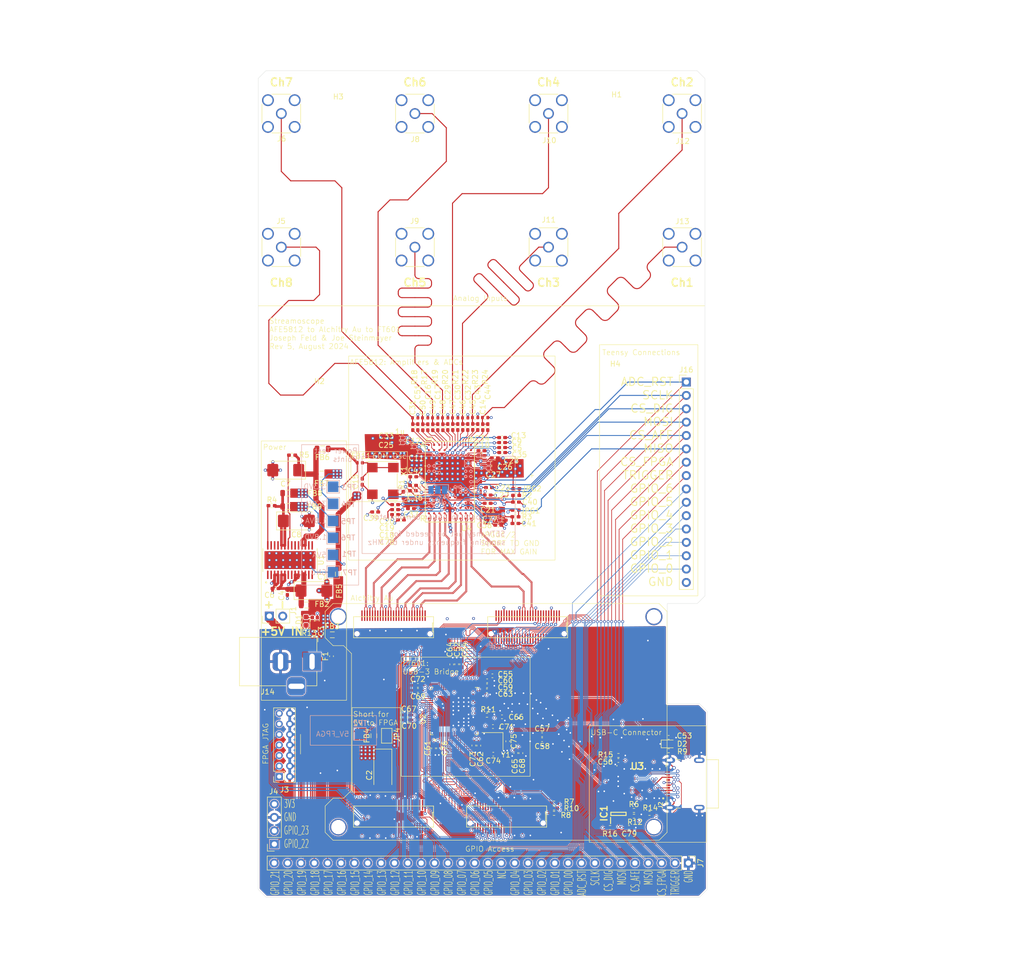
<source format=kicad_pcb>
(kicad_pcb (version 20240108) (generator "pcbnew") (generator_version "8.0")
  (title_block (title "Streamoscope") (date "2024-08-11") (rev "4") (company "Massachusetts Institute of Technology"))
  (layers (0 "F.Cu" signal) (1 "In1.Cu" signal) (2 "In2.Cu" signal) (31 "B.Cu" signal) (34 "B.Paste" user) (35 "F.Paste" user) (36 "B.SilkS" user "B.Silkscreen") (37 "F.SilkS" user "F.Silkscreen") (38 "B.Mask" user) (39 "F.Mask" user) (44 "Edge.Cuts" user))
  (property "TITLE" "Streamoscope")
  (net 0 "")
  (net 1 "ADC_CLKP")
  (net 2 "+1.8VA")
  (net 3 "+1.8VD")
  (net 4 "+3.3VA")
  (net 5 "+3.3V")
  (net 6 "+5VA")
  (net 7 "GND")
  (net 8 "Net-(U4B-DVDD_LDO2)")
  (net 9 "CH1P")
  (net 11 "Net-(U4B-VREF_IN)")
  (net 16 "CH8N")
  (net 17 "CH4N")
  (net 19 "CH5P")
  (net 20 "CH5N")
  (net 24 "CH7P")
  (net 26 "CH4P")
  (net 27 "CH8P")
  (net 28 "Net-(J6-In)")
  (net 29 "CH7N")
  (net 30 "Net-(U4B-DVDD_LDO1)")
  (net 31 "CS")
  (net 34 "Net-(J5-In)")
  (net 35 "LDO_EN")
  (net 37 "CH1N")
  (net 38 "ADC_RST")
  (net 39 "CH6P")
  (net 40 "CH6N")
  (net 41 "LDO_SETV")
  (net 42 "Net-(U4A-INM4)")
  (net 43 "Net-(U4A-INM5)")
  (net 47 "SCLK")
  (net 51 "SPI_DIG_EN")
  (net 52 "Net-(U4A-CM_BYP)")
  (net 53 "Net-(X1-OUT)")
  (net 54 "DCN")
  (net 55 "DCP")
  (net 56 "FRCN")
  (net 57 "FRCP")
  (net 58 "Net-(X1-EN)")
  (net 59 "VCNTLP")
  (net 60 "VCNTLM")
  (net 61 "Net-(U4B-VHIGH)")
  (net 62 "MISO")
  (net 63 "/power_supplies/5V_IN")
  (net 66 "/lvds_output/TD0")
  (net 67 "/lvds_output/TCK")
  (net 68 "/lvds_output/TMS")
  (net 69 "/lvds_output/TDI")
  (net 70 "Net-(U4A-INM1)")
  (net 71 "DATA_20")
  (net 72 "DATA_14")
  (net 73 "DATA_13")
  (net 74 "DATA_22")
  (net 76 "DATA_17")
  (net 77 "DATA_26")
  (net 79 "DATA_15")
  (net 80 "WAKEUP_N")
  (net 83 "DATA_29")
  (net 85 "DATA_6")
  (net 86 "RD_N")
  (net 88 "Net-(U4A-INM8)")
  (net 89 "WR_N")
  (net 90 "DATA_16")
  (net 91 "OE_N")
  (net 93 "DATA_7")
  (net 95 "DATA_1")
  (net 97 "BE_2")
  (net 98 "Net-(U4A-INM7)")
  (net 100 "DATA_9")
  (net 102 "Net-(U4A-INM6)")
  (net 103 "DATA_27")
  (net 105 "DATA_30")
  (net 107 "DATA_5")
  (net 108 "DATA_31")
  (net 109 "RESET_N")
  (net 111 "DATA_10")
  (net 112 "BE_0")
  (net 114 "BE_1")
  (net 115 "DATA_24")
  (net 116 "DATA_11")
  (net 118 "BE_3")
  (net 119 "DATA_12")
  (net 120 "DATA_23")
  (net 121 "DATA_18")
  (net 122 "Net-(J13-In)")
  (net 123 "DATA_19")
  (net 124 "CLK")
  (net 125 "TXE_N")
  (net 128 "Net-(U4A-INP1)")
  (net 129 "DATA_2")
  (net 131 "DATA_8")
  (net 133 "DATA_0")
  (net 134 "DATA_28")
  (net 135 "Net-(U4A-ACT7)")
  (net 137 "DATA_4")
  (net 138 "DATA_3")
  (net 140 "DATA_21")
  (net 141 "Net-(J8-In)")
  (net 142 "DATA_25")
  (net 143 "RXF_N")
  (net 144 "Net-(U4A-ACT6)")
  (net 145 "+1V0")
  (net 147 "/ft601/VBUS")
  (net 150 "/ft601/TOD-")
  (net 151 "/ft601/TOD+")
  (net 152 "Net-(J9-In)")
  (net 154 "Net-(U2-XI)")
  (net 157 "Net-(U2-XO)")
  (net 161 "Net-(D2-A)")
  (net 163 "Net-(U4A-ACT5)")
  (net 165 "/ft601/D+")
  (net 166 "/ft601/D-")
  (net 167 "Net-(U2-SIWU_N)")
  (net 169 "Net-(U2-RREF)")
  (net 170 "Net-(J10-In)")
  (net 171 "Net-(U4A-ACT4)")
  (net 172 "CH2P")
  (net 173 "CH2N")
  (net 174 "Net-(U4A-INP2)")
  (net 175 "Net-(U4A-ACT2)")
  (net 176 "Net-(U4A-INM2)")
  (net 177 "Net-(U4A-ACT8)")
  (net 178 "Net-(J11-In)")
  (net 179 "Net-(J12-In)")
  (net 180 "Net-(U4A-ACT1)")
  (net 181 "Net-(U4A-INP4)")
  (net 182 "Net-(U4A-INP5)")
  (net 183 "Net-(U4A-INP6)")
  (net 184 "Net-(U4A-INP7)")
  (net 185 "Net-(U4A-INP8)")
  (net 186 "CH3P")
  (net 187 "CH3N")
  (net 188 "Net-(U4A-INP3)")
  (net 189 "Net-(U4A-ACT3)")
  (net 190 "Net-(U4A-INM3)")
  (net 191 "+5V_ALCHITRY")
  (net 192 "Net-(U1-1OUT)")
  (net 193 "Net-(U1-2OUT)")
  (net 194 "Net-(U1-~{1RESET})")
  (net 195 "Net-(U1-~{2RESET})")
  (net 196 "Net-(JPG1-Pad2)")
  (net 197 "Net-(JPG2-Pad2)")
  (net 198 "FPGA_GPIO_0")
  (net 199 "USB_GPIO_0")
  (net 200 "USB_GPIO_1")
  (net 201 "+3V3_Alchitry")
  (net 202 "Net-(D1-A)")
  (net 203 "/power_supplies/LDO_IN_5V")
  (net 204 "/power_supplies/5V_CLEAN")
  (net 205 "Net-(F1-Pad2)")
  (net 206 "FPGA_TRIGGER")
  (net 207 "FPGA_GPIO_18")
  (net 208 "FPGA_GPIO_15")
  (net 209 "FPGA_GPIO_13")
  (net 210 "FPGA_GPIO_11")
  (net 211 "FPGA_GPIO_14")
  (net 212 "FPGA_GPIO_23")
  (net 213 "FPGA_GPIO_1")
  (net 214 "FPGA_GPIO_6")
  (net 215 "FPGA_GPIO_2")
  (net 216 "FPGA_GPIO_22")
  (net 217 "FPGA_GPIO_8")
  (net 218 "FPGA_GPIO_21")
  (net 219 "FPGA_GPIO_9")
  (net 220 "FPGA_CS_N")
  (net 221 "FPGA_GPIO_19")
  (net 222 "FPGA_GPIO_4")
  (net 223 "FPGA_GPIO_12")
  (net 224 "FPGA_GPIO_17")
  (net 225 "FPGA_GPIO_3")
  (net 226 "FPGA_GPIO_20")
  (net 227 "FPGA_GPIO_16")
  (net 228 "FPGA_GPIO_5")
  (net 236 "FPGA_GPIO_10")
  (net 237 "FPGA_GPIO_7")
  (net 247 "/ft601/CC2")
  (net 248 "/ft601/CC1")
  (net 251 "Net-(U3-OE_N)")
  (net 254 "/ft601/A1+")
  (net 255 "/ft601/A1-")
  (net 256 "/ft601/RX1-")
  (net 257 "/ft601/RX2-")
  (net 258 "/ft601/TX2-")
  (net 259 "/ft601/RX2+")
  (net 260 "/ft601/TX2+")
  (net 261 "/ft601/TX1-")
  (net 262 "/ft601/RX1+")
  (net 263 "/ft601/TX1+")
  (net 264 "/ft601/A0-")
  (net 265 "/ft601/A0+")
  (net 266 "/ft601/SEL")
  (net 267 "/lvds_output/5V_IN_AU")
  (net 268 "MOSI")
  (footprint "Resistor_SMD:R_0402_1005Metric" (layer "F.Cu") (at 96 94.4)
    (property "Reference" "R19")
    (property "Value" "50")
  )
  (footprint "Resistor_SMD:R_0402_1005Metric" (layer "F.Cu") (at 103.59 94.35)
    (property "Reference" "R23")
    (property "Value" "50")
  )
  (footprint "Jumper:SolderJumper-2_P1.3mm_Open_Pad1.0x1.5mm" (layer "F.Cu") (at 86.7925 154.85 90)
    (property "Reference" "JP4")
    (property "Value" "SolderJumper_2_Open")
  )
  (footprint "Capacitor_SMD:C_0402_1005Metric_Pad0.74x0.62mm_HandSolder" (layer "F.Cu") (at 89.2425 98.2)
    (property "Reference" "C33")
    (property "Value" "1u")
  )
  (footprint "Resistor_SMD:R_0402_1005Metric" (layer "F.Cu") (at 105.49 94.35)
    (property "Reference" "R24")
    (property "Value" "50")
  )
  (footprint "Resistor_SMD:R_0402_1005Metric_Pad0.72x0.64mm_HandSolder" (layer "F.Cu") (at 118.6 167.65 180)
    (property "Reference" "R7")
    (property "Value" "10k")
  )
  (footprint "Capacitor_SMD:C_0402_1005Metric_Pad0.74x0.62mm_HandSolder" (layer "F.Cu") (at 108.725 99.1 180)
    (property "Reference" "C9")
    (property "Value" "15n")
  )
  (footprint "Capacitor_SMD:C_0402_1005Metric_Pad0.74x0.62mm_HandSolder" (layer "F.Cu") (at 108.8425 113.85)
    (property "Reference" "C38")
    (property "Value" "0.1u")
  )
  (footprint "Connector_PinHeader_2.54mm:PinHeader_1x02_P2.54mm_Vertical" (layer "F.Cu") (at 64.4675 132.1 90)
    (property "Reference" "J1")
    (property "Value" "Conn_01x02_Pin")
  )
  (footprint "Capacitor_SMD:C_0402_1005Metric_Pad0.74x0.62mm_HandSolder" (layer "F.Cu") (at 91.7425 96.165 -90)
    (property "Reference" "C31")
    (property "Value" "1u")
  )
  (footprint "Capacitor_SMD:C_0402_1005Metric_Pad0.74x0.62mm_HandSolder" (layer "F.Cu") (at 82.1425 106.55 -90)
    (property "Reference" "C15")
    (property "Value" "0.1u")
  )
  (footprint "Capacitor_SMD:C_0402_1005Metric_Pad0.74x0.62mm_HandSolder" (layer "F.Cu") (at 96.4925 96.165 -90)
    (property "Reference" "C17")
    (property "Value" "1u")
  )
  (footprint "Capacitor_SMD:C_0402_1005Metric_Pad0.74x0.62mm_HandSolder" (layer "F.Cu") (at 99.3425 96.15 -90)
    (property "Reference" "C47")
    (property "Value" "0.1u")
  )
  (footprint "Capacitor_SMD:C_0402_1005Metric_Pad0.74x0.62mm_HandSolder" (layer "F.Cu") (at 94.5925 96.1825 -90)
    (property "Reference" "C16")
    (property "Value" "1u")
  )
  (footprint "Capacitor_SMD:C_0402_1005Metric_Pad0.74x0.62mm_HandSolder" (layer "F.Cu") (at 108.7425 101 180)
    (property "Reference" "C35")
    (property "Value" "15n")
  )
  (footprint "Fuse:Fuse_0402_1005Metric_Pad0.77x0.64mm_HandSolder" (layer "F.Cu") (at 76.2925 139.7275 90)
    (property "Reference" "F1")
    (property "Value" "Fuse")
  )
  (footprint "Capacitor_SMD:C_0402_1005Metric_Pad0.74x0.62mm_HandSolder" (layer "F.Cu") (at 140.3925 155.15)
    (property "Reference" "C53")
    (property "Value" "0.1u")
  )
  (footprint "Resistor_SMD:R_0402_1005Metric_Pad0.72x0.64mm_HandSolder" (layer "F.Cu") (at 118.5925 169.6)
    (property "Reference" "R8")
    (property "Value" "10k")
  )
  (footprint "Capacitor_SMD:C_0402_1005Metric_Pad0.74x0.62mm_HandSolder" (layer "F.Cu") (at 88.376603 110.902605 180)
    (property "Reference" "C20")
    (property "Value" "0.1u")
  )
  (footprint "Capacitor_SMD:C_0402_1005Metric_Pad0.74x0.62mm_HandSolder" (layer "F.Cu") (at 106.225 107.65)
    (property "Reference" "C23")
    (property "Value" "0.1u")
  )
  (footprint "Capacitor_Tantalum_SMD:CP_EIA-6032-20_AVX-F" (layer "F.Cu") (at 67.58 104.35 180)
    (property "Reference" "C7")
    (property "Value" "22u")
  )
  (footprint "Inductor_SMD:L_0805_2012Metric" (layer "F.Cu") (at 76.4425 135.65 180)
    (property "Reference" "FB3")
    (property "Value" "FerriteBead")
  )
  (footprint "Capacitor_SMD:C_0402_1005Metric_Pad0.74x0.62mm_HandSolder" (layer "F.Cu") (at 104.7925 101.6 180)
    (property "Reference" "C10")
    (property "Value" "15n")
  )
  (footprint "Capacitor_SMD:C_0402_1005Metric_Pad0.74x0.62mm_HandSolder" (layer "F.Cu") (at 89.4925 113.8 180)
    (property "Reference" "C78")
    (property "Value" "0.1u")
  )
  (footprint "Capacitor_SMD:C_0402_1005Metric_Pad0.74x0.62mm_HandSolder" (layer "F.Cu") (at 73.5925 132.95 90)
    (property "Reference" "C3")
    (property "Value" "0.1u")
  )
  (footprint "Connector_Coaxial:SMA_Amphenol_132134_Vertical" (layer "F.Cu") (at 117.5425 61.95)
    (property "Reference" "J11")
    (property "Value" "Conn_Coaxial")
  )
  (footprint "Capacitor_SMD:C_0402_1005Metric_Pad0.74x0.62mm_HandSolder" (layer "F.Cu") (at 111.3565 110.418)
    (property "Reference" "C40")
    (property "Value" "0.1u")
  )
  (footprint "Inductor_SMD:L_0402_1005Metric" (layer "F.Cu") (at 81.6775 102.95)
    (property "Reference" "FB11")
    (property "Value" "FerriteBead")
  )
  (footprint "Capacitor_SMD:C_0402_1005Metric_Pad0.74x0.62mm_HandSolder" (layer "F.Cu") (at 105.8575 145.35)
    (property "Reference" "C59")
    (property "Value" "100n")
  )
  (footprint "MountingHole:MountingHole_2.2mm_M2" (layer "F.Cu") (at 77.5815 87.35)
    (property "Reference" "H2")
    (property "Value" "MountingHole")
  )
  (footprint "Resistor_SMD:R_0402_1005Metric_Pad0.72x0.64mm_HandSolder" (layer "F.Cu") (at 111.289 111.942)
    (property "Reference" "JPG1")
    (property "Value" "0")
  )
  (footprint "Connector_Coaxial:SMA_Amphenol_132134_Vertical" (layer "F.Cu") (at 92.1425 36.55)
    (property "Reference" "J8")
    (property "Value" "Conn_Coaxial")
  )
  (footprint "Connector_Coaxial:SMA_Amphenol_132134_Vertical" (layer "F.Cu") (at 142.9425 61.95)
    (property "Reference" "J13")
    (property "Value" "Conn_Coaxial")
  )
  (footprint "Capacitor_Tantalum_SMD:CP_EIA-6032-20_AVX-F" (layer "F.Cu") (at 86.0425 161.15 -90)
    (property "Reference" "C2")
    (property "Value" "22u")
  )
  (footprint "Capacitor_SMD:C_0402_1005Metric_Pad0.74x0.62mm_HandSolder" (layer "F.Cu") (at 93.6425 96.1825 -90)
    (property "Reference" "C50")
    (property "Value" "0.1u")
  )
  (footprint "Capacitor_SMD:C_0402_1005Metric_Pad0.74x0.62mm_HandSolder" (layer "F.Cu") (at 116.325 155.6 180)
    (property "Reference" "C58")
    (property "Value" "0.1u")
  )
  (footprint "Capacitor_SMD:C_0402_1005Metric_Pad0.74x0.62mm_HandSolder" (layer "F.Cu") (at 88.375 111.85 180)
    (property "Reference" "C19")
    (property "Value" "0.1u")
  )
  (footprint "Capacitor_Tantalum_SMD:CP_EIA-6032-20_AVX-F" (layer "F.Cu") (at 69.605 114)
    (property "Reference" "C8")
    (property "Value" "22u")
  )
  (footprint "Capacitor_SMD:C_0402_1005Metric_Pad0.74x0.62mm_HandSolder" (layer "F.Cu") (at 111.2515 114.482)
    (property "Reference" "C41")
    (property "Value" "0.1u")
  )
  (footprint "Capacitor_SMD:C_0402_1005Metric_Pad0.74x0.62mm_HandSolder" (layer "F.Cu") (at 103.3425 156.7 -90)
    (property "Reference" "C73")
    (property "Value" "470n")
  )
  (footprint "Capacitor_SMD:C_0402_1005Metric_Pad0.74x0.62mm_HandSolder" (layer "F.Cu") (at 91.825 105.6)
    (property "Reference" "C42")
    (property "Value" "1u")
  )
  (footprint "Resistor_SMD:R_0402_1005Metric_Pad0.72x0.64mm_HandSolder" (layer "F.Cu") (at 89.9425 109.05 -90)
    (property "Reference" "R1")
    (property "Value" "49.9")
  )
  (footprint "Inductor_SMD:L_0805_2012Metric" (layer "F.Cu") (at 74.3925 105.1)
    (property "Reference" "FB7")
    (property "Value" "FerriteBead")
  )
  (footprint "Capacitor_SMD:C_0402_1005Metric_Pad0.74x0.62mm_HandSolder" (layer "F.Cu") (at 98.3925 96.15 -90)
    (property "Reference" "C29")
    (property "Value" "1u")
  )
  (footprint "LED_SMD:LED_0603_1608Metric" (layer "F.Cu") (at 140.455 156.4)
    (property "Reference" "D2")
    (property "Value" "Green")
  )
  (footprint "Connector_PinHeader_2.54mm:PinHeader_1x32_P2.54mm_Vertical" (layer "F.Cu") (at 144.1325 179.05 -90)
    (property "Reference" "J7")
    (property "Value" "Conn_01x32_Pin")
  )
  (footprint "Resistor_SMD:R_0402_1005Metric_Pad0.72x0.64mm_HandSolder" (layer "F.Cu") (at 111.416 107.878)
    (property "Reference" "JPG2")
    (property "Value" "0")
  )
  (footprint "Capacitor_SMD:C_0402_1005Metric_Pad0.74x0.62mm_HandSolder" (layer "F.Cu") (at 106.6925 103.05)
    (property "Reference" "C26")
    (property "Value" "0.1u")
  )
  (footprint "Capacitor_SMD:C_0402_1005Metric_Pad0.74x0.62mm_HandSolder" (layer "F.Cu") (at 90.775 151.83 180)
    (property "Reference" "C70")
    (property "Value" "470n")
  )
  (footprint "Resistor_SMD:R_0402_1005Metric_Pad0.72x0.64mm_HandSolder" (layer "F.Cu") (at 111.2515 113.212 180)
    (property "Reference" "R3")
    (property "Value" "200")
  )
  (footprint "Oscillator:Oscillator_SMD_Abracon_ASV-4Pin_7.0x5.1mm" (layer "F.Cu") (at 86.0425 106.4 -90)
    (property "Reference" "X1")
    (property "Value" "XO32")
  )
  (footprint "TPS767D318PWPR:IC_TPS61196PWPRQ1" (layer "F.Cu") (at 68.3925 121.45 90)
    (property "Reference" "U1")
    (property "Value" "TPS767D318PWPR")
  )
  (footprint "Capacitor_SMD:C_0402_1005Metric_Pad0.74x0.62mm_HandSolder" (layer "F.Cu") (at 103.1425 96.1325 -90)
    (property "Reference" "C45")
    (property "Value" "0.1u")
  )
  (footprint "Capacitor_SMD:C_0402_1005Metric_Pad0.74x0.62mm_HandSolder" (layer "F.Cu") (at 92.5425 100.85)
    (property "Reference" "C11")
    (property "Value" "15n")
  )
  (footprint "Connector_Coaxial:SMA_Amphenol_132134_Vertical" (layer "F.Cu") (at 66.7425 36.55)
    (property "Reference" "J6")
    (property "Value" "Conn_Coaxial")
  )
  (footprint "Capacitor_SMD:C_0402_1005Metric_Pad0.74x0.62mm_HandSolder" (layer "F.Cu") (at 106.975 153.1)
    (property "Reference" "C71")
    (property "Value" "470n")
  )
  (footprint "Capacitor_SMD:C_0402_1005Metric_Pad0.74x0.62mm_HandSolder" (layer "F.Cu") (at 92.6925 96.165 -90)
    (property "Reference" "C51")
    (property "Value" "0.1u")
  )
  (footprint "Connector_BarrelJack:BarrelJack_Horizontal" (layer "F.Cu") (at 72.5925 140.7425)
    (property "Reference" "J14")
    (property "Value" "Barrel_Jack")
  )
  (footprint "handheld_mri_footprints:SOT95P280X130-5N" (layer "F.Cu") (at 130.8425 169.7 90)
    (property "Reference" "IC1")
    (property "Value" "MIC7221YM5-TR" (hide yes))
  )
  (footprint "Inductor_SMD:L_0805_2012Metric" (layer "F.Cu") (at 77.5925 124.1 90)
    (property "Reference" "FB5")
    (property "Value" "FerriteBead")
  )
  (footprint "Capacitor_SMD:C_0402_1005Metric_Pad0.74x0.62mm_HandSolder" (layer "F.Cu") (at 95.6925 157.2325 -90)
    (property "Reference" "C61")
    (property "Value" "100n")
  )
  (footprint "Inductor_SMD:L_0805_2012Metric" (layer "F.Cu") (at 68.055 111.25)
    (property "Reference" "FB9")
    (property "Value" "FerriteBead")
  )
  (footprint "Capacitor_SMD:C_0402_1005Metric_Pad0.74x0.62mm_HandSolder" (layer "F.Cu") (at 132.8425 172.3)
    (property "Reference" "C79")
    (property "Value" "0.1u")
  )
  (footprint "Capacitor_SMD:C_0402_1005Metric_Pad0.74x0.62mm_HandSolder" (layer "F.Cu") (at 92.71 146.22 180)
    (property "Reference" "C69")
    (property "Value" "470n")
  )
  (footprint "Capacitor_SMD:C_0402_1005Metric_Pad0.74x0.62mm_HandSolder" (layer "F.Cu") (at 104.7925 100.65 180)
    (property "Reference" "C34")
    (property "Value" "15n")
  )
  (footprint "Capacitor_SMD:C_0402_1005Metric_Pad0.74x0.62mm_HandSolder" (layer "F.Cu") (at 100.2925 96.15 -90)
    (property "Reference" "C30")
    (property "Value" "1u")
  )
  (footprint "Capacitor_SMD:C_0402_1005Metric_Pad0.74x0.62mm_HandSolder" (layer "F.Cu") (at 100.0925 141.25 90)
    (property "Reference" "C52")
    (property "Value" "6.8n")
  )
  (footprint "Capacitor_SMD:C_0402_1005Metric_Pad0.74x0.62mm_HandSolder" (layer "F.Cu") (at 101.2425 96.15 -90)
    (property "Reference" "C46")
    (property "Value" "0.1u")
  )
  (footprint "Capacitor_SMD:C_0402_1005Metric_Pad0.74x0.62mm_HandSolder" (layer "F.Cu") (at 106.6925 104)
    (property "Reference" "C27")
    (property "Value" "0.1u")
  )
  (footprint "Capacitor_SMD:C_0402_1005Metric_Pad0.74x0.62mm_HandSolder" (layer "F.Cu") (at 105.0425 96.165 -90)
    (property "Reference" "C14")
    (property "Value" "0.1u")
  )
  (footprint "Capacitor_SMD:C_0402_1005Metric_Pad0.74x0.62mm_HandSolder" (layer "F.Cu") (at 111.3425 158.1325 -90)
    (property "Reference" "C65")
    (property "Value" "470n")
  )
  (footprint "Capacitor_SMD:C_0402_1005Metric_Pad0.74x0.62mm_HandSolder" (layer "F.Cu") (at 105.9925 96.165 -90)
    (property "Reference" "C44")
    (property "Value" "1u")
  )
  (footprint "Capacitor_SMD:C_0402_1005Metric_Pad0.74x0.62mm_HandSolder" (layer "F.Cu") (at 84.5925 112.3 180)
    (property "Reference" "C39")
    (property "Value" "0.1u")
  )
  (footprint "Capacitor_SMD:C_0402_1005Metric_Pad0.74x0.62mm_HandSolder" (layer "F.Cu") (at 91.4425 99.9)
    (property "Reference" "C12")
    (property "Value" "15n")
  )
  (footprint "handheld_mri_footprints:QFN40P900X900X100-77N" (layer "F.Cu") (at 99.6075 150.15 90)
    (property "Reference" "U2")
    (property "Value" "FT601Q-B-T")
  )
  (footprint "handheld_mri_footprints:ZCF135_TEX_NO_PASTE" (layer "F.Cu") (at 98.7925 106.55)
    (property "Reference" "U4")
    (property "Value" "AFE5812ZCF")
  )
  (footprint "Resistor_SMD:R_0402_1005Metric" (layer "F.Cu") (at 92.2 94.4)
    (property "Reference" "R18")
    (property "Value" "50")
  )
  (footprint "Capacitor_SMD:C_0402_1005Metric_Pad0.74x0.62mm_HandSolder" (layer "F.Cu") (at 108.725 100.05 180)
    (property "Reference" "C5")
    (property "Value" "15n")
  )
  (footprint "Capacitor_Tantalum_SMD:CP_EIA-6032-20_AVX-F" (layer "F.Cu") (at 72.9425 127.25)
    (property "Reference" "C1")
    (property "Value" "22u")
  )
  (footprint "Capacitor_SMD:C_0402_1005Metric_Pad0.74x0.62mm_HandSolder" (layer "F.Cu") (at 92.71 145.27 180)
    (property "Reference" "C72")
    (property "Value" "100n")
  )
  (footprint "MountingHole:MountingHole_2.2mm_M2" (layer "F.Cu") (at 130.2425 36.55)
    (property "Reference" "H1")
    (property "Value" "MountingHole")
  )
  (footprint "Resistor_SMD:R_0402_1005Metric_Pad0.72x0.64mm_HandSolder" (layer "F.Cu") (at 64.8925 111.1)
    (property "Reference" "R4")
    (property "Value" "250K")
  )
  (footprint "Capacitor_SMD:C_0402_1005Metric_Pad0.74x0.62mm_HandSolder" (layer "F.Cu") (at 91.7925 108.25)
    (property "Reference" "C36")
    (property "Value" "0.1u")
  )
  (footprint "Connector_Coaxial:SMA_Amphenol_132134_Vertical" (layer "F.Cu") (at 117.5425 36.55)
    (property "Reference" "J10")
    (property "Value" "Conn_Coaxial")
  )
  (footprint "Resistor_SMD:R_0402_1005Metric_Pad0.72x0.64mm_HandSolder" (layer "F.Cu") (at 133.79 170.15)
    (property "Reference" "R12")
    (property "Value" "5.1k")
  )
  (footprint "Capacitor_SMD:C_0402_1005Metric_Pad0.74x0.62mm_HandSolder" (layer "F.Cu") (at 107.9925 114.8)
    (property "Reference" "C77")
    (property "Value" "0.1u")
  )
  (footprint "Resistor_SMD:R_0402_1005Metric" (layer "F.Cu") (at 99.8 94.4)
    (property "Reference" "R21")
    (property "Value" "50")
  )
  (footprint "Capacitor_SMD:C_0402_1005Metric_Pad0.74x0.62mm_HandSolder" (layer "F.Cu") (at 101.0425 141.25 90)
    (property "Reference" "C54")
    (property "Value" "100n")
  )
  (footprint "Inductor_SMD:L_0805_2012Metric" (layer "F.Cu") (at 68.055 108.71)
    (property "Reference" "FB8")
    (property "Value" "FerriteBead")
  )
  (footprint "Connector_PinSocket_2.00mm:PinSocket_2x07_P2.00mm_Vertical" (layer "F.Cu") (at 66.3425 162.6 180)
    (property "Reference" "J3")
    (property "Value" "Conn_02x07_Odd_Even")
  )
  (footprint "Resistor_SMD:R_0402_1005Metric_Pad0.72x0.64mm_HandSolder" (layer "F.Cu") (at 129.24 172.3)
    (property "Reference" "R16")
    (property "Value" "100k")
  )
  (footprint "Capacitor_SMD:C_0402_1005Metric_Pad0.74x0.62mm_HandSolder" (layer "F.Cu") (at 107.3425 102.05)
    (property "Reference" "C28")
    (property "Value" "0.1u")
  )
  (footprint "Capacitor_SMD:C_0402_1005Metric_Pad0.74x0.62mm_HandSolder" (layer "F.Cu") (at 104.2925 156.7175 -90)
    (property "Reference" "C62")
    (property "Value" "100n")
  )
  (footprint "Capacitor_SMD:C_0402_1005Metric_Pad0.74x0.62mm_HandSolder" (layer "F.Cu") (at 91.7925 107.25 180)
    (property "Reference" "C24")
    (property "Value" "0.1u")
  )
  (footprint "Resistor_SMD:R_0402_1005Metric_Pad0.72x0.64mm_HandSolder" (layer "F.Cu") (at 118.6 168.6)
    (property "Reference" "R10")
    (property "Value" "10k")
  )
  (footprint "Capacitor_SMD:C_0402_1005Metric_Pad0.74x0.62mm_HandSolder" (layer "F.Cu") (at 89.2425 99.15 180)
    (property "Reference" "C25")
    (property "Value" "0.1u")
  )
  (footprint "MountingHole:MountingHole_2.2mm_M2" (layer "F.Cu") (at 77.5815 36.55)
    (property "Reference" "H3")
    (property "Value" "MountingHole")
  )
  (footprint "handheld_mri_footprints:SN74HCS541RKSR" (layer "F.Cu") (at 130.7925 163.5)
    (property "Reference" "U3")
    (property "Value" "HD3SS3212IRKSR" (hide yes))
  )
  (footprint "Resistor_SMD:R_0402_1005Metric_Pad0.72x0.64mm_HandSolder" (layer "F.Cu") (at 68.7925 101.5)
    (property "Reference" "R5")
    (property "Value" "250K")
  )
  (footprint "Capacitor_SMD:C_0402_1005Metric_Pad0.74x0.62mm_HandSolder" (layer "F.Cu") (at 105.825 146.3)
    (property "Reference" "C63")
    (property "Value" "100n")
  )
  (footprint "Capacitor_SMD:C_0402_1005Metric_Pad0.74x0.62mm_HandSolder" (layer "F.Cu") (at 116.325 154.65 180)
    (property "Reference" "C57")
    (property "Value" "0.1u")
  )
  (footprint "Inductor_SMD:L_0805_2012Metric" (layer "F.Cu") (at 74.5925 100.3)
    (property "Reference" "FB6")
    (property "Value" "FerriteBead")
  )
  (footprint "Capacitor_SMD:C_0402_1005Metric_Pad0.74x0.62mm_HandSolder" (layer "F.Cu") (at 112.2925 158.15 -90)
    (property "Reference" "C68")
    (property "Value" "100n")
  )
  (footprint "Capacitor_SMD:C_0402_1005Metric_Pad0.74x0.62mm_HandSolder" (layer "F.Cu") (at 105.975 109.1)
    (property "Reference" "C22")
    (property "Value" "0.1u")
  )
  (footprint "Capacitor_SMD:C_0402_1005Metric_Pad0.74x0.62mm_HandSolder" (layer "F.Cu") (at 109.7925 155.9 -90)
    (property "Reference" "C75")
    (property "Value" "18p")
  )
  (footprint "Inductor_SMD:L_0805_2012Metric" (layer "F.Cu") (at 71.5925 130 180)
    (property "Reference" "FB2")
    (property "Value" "FerriteBead")
  )
  (footprint "Capacitor_SMD:C_0402_1005Metric_Pad0.74x0.62mm_HandSolder" (layer "F.Cu") (at 65.6425 126.85 180)
    (property "Reference" "C6")
    (property "Value" "0.1u ")
  )
  (footprint "Capacitor_SMD:C_0402_1005Metric_Pad0.74x0.62mm_HandSolder" (layer "F.Cu") (at 96.6425 157.2325 -90)
    (property "Reference" "C76")
    (property "Value" "10u")
  )
  (footprint "Resistor_SMD:R_0402_1005Metric" (layer "F.Cu") (at 94.09 94.4)
    (property "Reference" "R17")
    (property "Value" "50")
  )
  (footprint "Resistor_SMD:R_0402_1005Metric_Pad0.72x0.64mm_HandSolder" (layer "F.Cu") (at 140.3925 157.7 180)
    (property "Reference" "R9")
    (property "Value" "4.3k")
  )
  (footprint "Capacitor_SMD:C_0402_1005Metric_Pad0.74x0.62mm_HandSolder" (layer "F.Cu") (at 108.6925 151.25)
    (property "Reference" "C66")
    (property "Value" "100n")
  )
  (footprint "Capacitor_SMD:C_0402_1005Metric_Pad0.74x0.62mm_HandSolder" (layer "F.Cu") (at 67.8925 127.5 -90)
    (property "Reference" "C4")
    (property "Value" "0.1u")
  )
  (footprint "Capacitor_SMD:C_0402_1005Metric_Pad0.74x0.62mm_HandSolder" (layer "F.Cu") (at 90.775 150.88 180)
    (property "Reference" "C67")
    (property "Value" "100n")
  )
  (footprint "LED_SMD:LED_0603_1608Metric" (layer "F.Cu") (at 71.4425 133.05 90)
    (property "Reference" "D1")
    (property "Value" "Green")
  )
  (footprint "Connector_Coaxial:SMA_Amphenol_132134_Vertical" (layer "F.Cu") (at 92.1425 61.95)
    (property "Reference" "J9")
    (property "Value" "Conn_Coaxial")
  )
  (footprint "Capacitor_SMD:C_0402_1005Metric_Pad0.74x0.62mm_HandSolder" (layer "F.Cu") (at 105.875 144.4)
    (property "Reference" "C60")
    (property "Value" "6.8n")
  )
  (footprint "Capacitor_SMD:C_0402_1005Metric_Pad0.74x0.62mm_HandSolder" (layer "F.Cu") (at 99.1425 141.2825 90)
    (property "Reference" "C64")
    (property "Value" "470n")
  )
  (footprint "Capacitor_SMD:C_0402_1005Metric_Pad0.74x0.62mm_HandSolder" (layer "F.Cu") (at 102.1925 96.15 -90)
    (property "Reference" "C32")
    (property "Value" "1u")
  )
  (footprint "Capacitor_SMD:C_0402_1005Metric_Pad0.74x0.62mm_HandSolder" (layer "F.Cu") (at 97.46 96.1825 -90)
    (property "Reference" "C48")
    (property "Value" "0.1u")
  )
  (footprint "Connector_PinHeader_2.54mm:PinHeader_1x16_P2.54mm_Vertical" (layer "F.Cu") (at 143.7425 87.6)
    (property "Reference" "J16")
    (property "Value" "Conn_01x16_Pin")
  )
  (footprint "Resistor_SMD:R_0402_1005Metric_Pad0.72x0.64mm_HandSolder" (layer "F.Cu") (at 72.6425 132.95 -90)
    (property "Reference" "R13")
    (property "Value" "4.3k")
  )
  (footprint "Resistor_SMD:R_0402_1005Metric_Pad0.72x0.64mm_HandSolder" (layer "F.Cu") (at 105.8425 150.95 180)
    (property "Reference" "R11")
    (property "Value" "1.6k")
  )
  (footprint "Crystal:Crystal_SMD_3225-4Pin_3.2x2.5mm" (layer "F.Cu") (at 106.8925 155.9 180)
    (property "Reference" "Y1")
    (property "Value" "30Meg")
  )
  (footprint "Resistor_SMD:R_0402_1005Metric" (layer "F.Cu") (at 101.7 94.4)
    (property "Reference" "R22")
    (property "Value" "50")
  )
  (footprint "Resistor_SMD:R_0402_1005Metric_Pad0.72x0.64mm_HandSolder" (layer "F.Cu") (at 133.7925 169.05)
    (property "Reference" "R6")
    (property "Value" "5.1k")
  )
  (footprint "Connector_Coaxial:SMA_Amphenol_132134_Vertical" (layer "F.Cu") (at 66.7425 61.95)
    (property "Reference" "J5")
    (property "Value" "Conn_Coaxial")
  )
  (footprint "MountingHole:MountingHole_2.2mm_M2" (layer "F.Cu") (at 130.2425 87.35)
    (property "Reference" "H4")
    (property "Value" "MountingHole")
  )
  (footprint "Capacitor_SMD:C_0402_1005Metric_Pad0.74x0.62mm_HandSolder" (layer "F.Cu") (at 107.0425 158.35)
    (property "Reference" "C74")
    (property "Value" "18p")
  )
  (footprint "Resistor_SMD:R_0402_1005Metric_Pad0.72x0.64mm_HandSolder" (layer "F.Cu") (at 130.84 158.6)
    (property "Reference" "R15")
    (property "Value" "10k")
  )
  (footprint "Capacitor_SMD:C_0402_1005Metric_Pad0.74x0.62mm_HandSolder" (layer "F.Cu") (at 106.875 143.45)
    (property "Reference" "C55")
    (property "Value" "1u")
  )
  (footprint "Resistor_SMD:R_0402_1005Metric_Pad0.72x0.64mm_HandSolder" (layer "F.Cu") (at 136.7425 169.6 180)
    (property "Reference" "R14")
    (property "Value" "100k")
  )
  (footprint "Connector_Coaxial:SMA_Amphenol_132134_Vertical" (layer "F.Cu") (at 142.9425 36.55)
    (property "Reference" "J12")
    (property "Value" "Conn_Coaxial")
  )
  (footprint "Resistor_SMD:R_0402_1005Metric" (layer "F.Cu") (at 97.9 94.4)
    (property "Reference" "R20")
    (property "Value" "50")
  )
  (footprint "handheld_mri_footprints:CUI_UJ31-CH-G2-SMT-TR" (layer "F.Cu") (at 140.3 166.75 90)
    (property "Reference" "J2")
    (property "Value" "UJ31-CH-G2-SMT-TR")
    (fp_line (start 6.325 1.485) (end 6.625 1.485) (stroke (width 0.01)) (layer "Edge.Cuts"))
    (fp_line (start 6.325 2.135) (end 6.625 2.135) (stroke (width 0.01)) (layer "Edge.Cuts"))
    (fp_arc (start 6.625 1.485) (mid 6.95 1.81) (end 6.625 2.135) (stroke (width 0.01)) (layer "Edge.Cuts"))
    (fp_arc (start 6.325 2.135) (mid 6 1.81) (end 6.325 1.485) (stroke (width 0.01)) (layer "Edge.Cuts"))
  )
  (footprint "Capacitor_SMD:C_0402_1005Metric_Pad0.74x0.62mm_HandSolder" (layer "F.Cu") (at 104.0925 96.15 -90)
    (property "Reference" "C43")
    (property "Value" "1u")
  )
  (footprint "Inductor_SMD:L_0805_2012Metric" (layer "F.Cu") (at 84.3425 154.85 90)
    (property "Reference" "FB4")
    (property "Value" "FerriteBead")
  )
  (footprint "Capacitor_SMD:C_0402_1005Metric_Pad0.74x0.62mm_HandSolder" (layer "F.Cu") (at 105.975 110.65)
    (property "Reference" "C21")
    (property "Value" "0.1u")
  )
  (footprint "Capacitor_SMD:C_0402_1005Metric_Pad0.74x0.62mm_HandSolder" (layer "F.Cu") (at 95.5425 96.1825 -90)
    (property "Reference" "C49")
    (property "Value" "0.1u")
  )
  (footprint "Capacitor_SMD:C_0402_1005Metric_Pad0.74x0.62mm_HandSolder" (layer "F.Cu") (at 108.725 98.15 180)
    (property "Reference" "C13")
    (property "Value" "15n")
  )
  (footprint "Connector_PinSocket_2.54mm:PinSocket_1x04_P2.54mm_Vertical" (layer "F.Cu") (at 65.4175 175.45 180)
    (property "Reference" "J4")
    (property "Value" "Conn_01x04_Pin")
  )
  (footprint "Capacitor_SMD:C_0402_1005Metric_Pad0.74x0.62mm_HandSolder" (layer "F.Cu") (at 88.369208 112.8 180)
    (property "Reference" "C18")
    (property "Value" "0.1u")
  )
  (footprint "Capacitor_SMD:C_0402_1005Metric_Pad0.74x0.62mm_HandSolder" (layer "F.Cu") (at 91.3925 111.65 180)
    (property "Reference" "C37")
    (property "Value" "0.1u")
  )
  (footprint "Capacitor_SMD:C_0402_1005Metric_Pad0.74x0.62mm_HandSolder" (layer "F.Cu") (at 130.825 159.55)
    (property "Reference" "C56")
    (property "Value" "0.1u")
  )
  (footprint "Resistor_SMD:R_0402_1005Metric_Pad0.72x0.64mm_HandSolder" (layer "F.Cu") (at 111.3865 109.148 180)
    (property "Reference" "R2")
    (property "Value" "200")
  )
  (footprint "handheld_mri_footprints:Element_no_top" (layer "B.Cu") (at 140.0815 174.711 180)
    (property "Reference" "B1" (hide yes))
    (property "Value" "Alchitry_Element_AU")
  )
  (footprint "TestPoint:TestPoint_Pad_2.0x2.0mm" (layer "B.Cu") (at 76.5925 107.5 180)
    (property "Reference" "TP3")
    (property "Value" "3.3VA")
  )
  (footprint "TestPoint:TestPoint_Pad_2.0x2.0mm" (layer "B.Cu") (at 76.5925 117.2)
    (property "Reference" "TP6")
    (property "Value" "1.8VD")
  )
  (footprint "Jumper:SolderJumper-3_P1.3mm_Open_Pad1.0x1.5mm" (layer "B.Cu") (at 96.4925 108.1075 180)
    (property "Reference" "JP3")
    (property "Value" "SolderJumper_3_Open")
  )
  (footprint "TestPoint:TestPoint_Pad_2.0x2.0mm" (layer "B.Cu") (at 81.6925 154.5 180)
    (property "Reference" "TP2")
    (property "Value" "5V")
  )
  (footprint "TestPoint:TestPoint_Pad_2.0x2.0mm" (layer "B.Cu") (at 76.5925 123.75 180)
    (property "Reference" "TP7")
    (property "Value" "GND")
  )
  (footprint "TestPoint:TestPoint_Pad_2.0x2.0mm" (layer "B.Cu") (at 76.5925 110.75 180)
    (property "Reference" "TP4")
    (property "Value" "3.3VD")
  )
  (footprint "TestPoint:TestPoint_Pad_2.0x2.0mm" (layer "B.Cu") (at 76.5925 114 180)
    (property "Reference" "TP5")
    (property "Value" "1.8VA")
  )
  (footprint "TestPoint:TestPoint_Pad_2.0x2.0mm" (layer "B.Cu") (at 76.5925 120.45 180)
    (property "Reference" "TP1")
    (property "Value" "5VA")
  )
  (gr_rect (start 72.2425 151) (end 84.8425 156.65) (stroke (width 0.1)) (fill none) (layer "B.SilkS"))
  (gr_rect (start 70.5925 99.5) (end 81.4425 126.2) (stroke (width 0.1)) (fill none) (layer "B.SilkS"))
  (gr_rect (start 82.0925 101.7) (end 111.1925 120.2) (stroke (width 0.1)) (fill none) (layer "B.SilkS"))
  (gr_line (start 76.5815 137.711) (end 78.5815 137.711) (stroke (width 0.1)) (layer "F.SilkS"))
  (gr_line (start 62.3925 73.1) (end 147.2175 73.1) (stroke (width 0.1)) (layer "F.SilkS"))
  (gr_line (start 75.0815 136.211) (end 76.5815 137.711) (stroke (width 0.1)) (layer "F.SilkS"))
  (gr_line (start 76.5815 174.711) (end 138.5815 174.711) (stroke (width 0.1)) (layer "F.SilkS"))
  (gr_rect (start 62.9425 98.8) (end 79.1425 148.1) (stroke (width 0.1)) (fill none) (layer "F.SilkS"))
  (gr_line (start 80.0815 139.211) (end 80.0815 165.211) (stroke (width 0.1)) (layer "F.SilkS"))
  (gr_rect (start 125.2925 152.95) (end 147.5425 175.1) (stroke (width 0.1)) (fill none) (layer "F.SilkS"))
  (gr_line (start 138.5815 174.711) (end 140.0815 173.211) (stroke (width 0.1)) (layer "F.SilkS"))
  (gr_line (start 138.5815 129.711) (end 76.5815 129.711) (stroke (width 0.1)) (layer "F.SilkS"))
  (gr_line (start 78.5815 166.711) (end 76.5815 166.711) (stroke (width 0.1)) (layer "F.SilkS"))
  (gr_rect (start 89.5425 139.9) (end 114.0425 162.55) (stroke (width 0.1)) (fill none) (layer "F.SilkS"))
  (gr_line (start 75.0815 173.211) (end 76.5815 174.711) (stroke (width 0.1)) (layer "F.SilkS"))
  (gr_rect (start 127.2425 80.5) (end 145.9425 128.25) (stroke (width 0.1)) (fill none) (layer "F.SilkS"))
  (gr_line (start 75.0815 131.211) (end 75.0815 136.211) (stroke (width 0.1)) (layer "F.SilkS"))
  (gr_line (start 140.0815 173.211) (end 140.0815 131.211) (stroke (width 0.1)) (layer "F.SilkS"))
  (gr_line (start 75.0815 168.211) (end 75.0815 173.211) (stroke (width 0.1)) (layer "F.SilkS"))
  (gr_line (start 76.5815 129.711) (end 75.0815 131.211) (stroke (width 0.1)) (layer "F.SilkS"))
  (gr_line (start 140.0815 131.211) (end 138.5815 129.711) (stroke (width 0.1)) (layer "F.SilkS"))
  (gr_line (start 78.5815 137.711) (end 80.0815 139.211) (stroke (width 0.1)) (layer "F.SilkS"))
  (gr_rect (start 79.9675 100.825) (end 90.7175 110.325) (stroke (width 0.1)) (fill none) (layer "F.SilkS"))
  (gr_line (start 76.5815 166.711) (end 75.0815 168.211) (stroke (width 0.1)) (layer "F.SilkS"))
  (gr_rect (start 80.1925 149.5) (end 89.3925 165.55) (stroke (width 0.1)) (fill none) (layer "F.SilkS"))
  (gr_line (start 80.0815 165.211) (end 78.5815 166.711) (stroke (width 0.1)) (layer "F.SilkS"))
  (gr_rect (start 79.5425 82.65) (end 118.7925 121.45) (stroke (width 0.1)) (fill none) (layer "F.SilkS"))
  (gr_line (start 70.3925 158.325) (end 70.3925 154.575) (stroke (width 0.1)) (layer "F.SilkS"))
  (gr_poly (pts (xy 62.3425 184.05) (xy 63.8425 185.55) (xy 146.2425 185.55) (xy 147.7425 184.05) (xy 147.7425 150.25) (xy 146.2425 148.75) (xy 140.1425 148.75) (xy 140.1425 129.7) (xy 145.8425 129.7) (xy 147.2925 128.25) (xy 147.2925 29.9) (xy 145.7925 28.4) (xy 63.8175 28.4) (xy 62.3425 29.875)) (stroke (width 0.05)) (fill none) (layer "Edge.Cuts"))
  (gr_text "LDO_EN\n" (at 94.3425 108.65 0) (layer "B.SilkS") (effects (font (size 1 1) (thickness 0.1)) (justify left bottom mirror)))
  (gr_text "Power Test\nPoints" (at 81.2925 102.85 0) (layer "B.SilkS") (effects (font (size 1 1) (thickness 0.1)) (justify left bottom mirror)))
  (gr_text "GND\n" (at 75.4425 124.35 0) (layer "B.SilkS") (effects (font (size 1 1) (thickness 0.1)) (justify left bottom mirror)))
  (gr_text "1.8VD" (at 75.4425 117.65 0) (layer "B.SilkS") (effects (font (size 1 1) (thickness 0.1)) (justify left bottom mirror)))
  (gr_text "1.8VA\n" (at 75.4425 114.55 0) (layer "B.SilkS") (effects (font (size 1 1) (thickness 0.1)) (justify left bottom mirror)))
  (gr_text "LDO_SETV" (at 105.9425 108.8 0) (layer "B.SilkS") (effects (font (size 1 1) (thickness 0.1)) (justify left bottom mirror)))
  (gr_text "3.3VD" (at 75.2925 108.05 0) (layer "B.SilkS") (effects (font (size 1 1) (thickness 0.1)) (justify left bottom mirror)))
  (gr_text "5VA" (at 75.3925 121.05 0) (layer "B.SilkS") (effects (font (size 1 1) (thickness 0.1)) (justify left bottom mirror)))
  (gr_text "5V_FPGA" (at 79.6925 155.1 0) (layer "B.SilkS") (effects (font (size 1 1) (thickness 0.1)) (justify left bottom mirror)))
  (gr_text "3.3VA" (at 75.3925 111.35 0) (layer "B.SilkS") (effects (font (size 1 1) (thickness 0.1)) (justify left bottom mirror)))
  (gr_text "Short both to power demodulator\n\nSETV may not be needed for\nsampling frequency under 60 MHz" (at 109.3925 118.65 0) (layer "B.SilkS") (effects (font (size 1 1) (thickness 0.1)) (justify left bottom mirror)))
  (gr_text "1.8VD" (at 95.8925 106.8 -90) (layer "B.SilkS") (effects (font (size 1 1) (thickness 0.1)) (justify left bottom mirror)))
  (gr_text "+" (at 63.5925 128.85 270) (layer "F.SilkS") (effects (font (size 1.5 1.5) (thickness 0.3) (bold yes)) (justify left bottom)))
  (gr_text "3V3\nGND\nGPIO_23\nGPIO_22" (at 67.1925 176.3 0) (layer "F.SilkS") (effects (font (size 1.575 0.762) (thickness 0.1)) (justify left bottom)))
  (gr_text "Analog Inputs" (at 99.3425 72.25 0) (layer "F.SilkS") (effects (font (size 1 1) (thickness 0.1)) (justify left bottom)))
  (gr_text "Ch3" (at 117.5425 69.57 0) (layer "F.SilkS") (effects (font (size 1.5 1.5) (thickness 0.3) (bold yes)) (justify bottom)))
  (gr_text "GPIO_21\nGPIO_20\nGPIO_19\nGPIO_18\nGPIO_17\nGPIO_16\nGPIO_15\nGPIO_14\nGPIO_13\nGPIO_12\nGPIO_11\nGPIO_10\nGPIO_09\nGPIO_08\nGPIO_07\nGPIO_06\nGPIO_05\nNC\nGPIO_04\nGPIO_03\nGPIO_02\nGPIO_01\nGPIO_00\nADC_RST\nSCLK\nCS_DIG\nMOSI\nCS_AFE\nMISO\nCS_FPGA\nTRIGGER\nGND" (at 145.0925 180.4 90) (layer "F.SilkS") (effects (font (size 1.575 0.762) (thickness 0.1)) (justify right bottom)))
  (gr_text "+" (at 113.6925 105.855 0) (layer "F.SilkS") (effects (font (size 1 1) (thickness 0.1)) (justify left bottom)))
  (gr_text "Power" (at 63.1925 100.55 0) (layer "F.SilkS") (effects (font (size 1 1) (thickness 0.1)) (justify left bottom)))
  (gr_text "FT601:\nUSB-3 Bridge" (at 89.7425 143.25 0) (layer "F.SilkS") (effects (font (size 1 1) (thickness 0.1)) (justify left bottom)))
  (gr_text "Ch2" (at 142.9425 31.47 0) (layer "F.SilkS") (effects (font (size 1.5 1.5) (thickness 0.3) (bold yes)) (justify bottom)))
  (gr_text "+5V IN" (at 62.6425 135.9 0) (layer "F.SilkS") (effects (font (size 1.5 1.5) (thickness 0.3) (bold yes)) (justify left bottom)))
  (gr_text "Ch7\n" (at 66.7425 31.47 0) (layer "F.SilkS") (effects (font (size 1.5 1.5) (thickness 0.3) (bold yes)) (justify bottom)))
  (gr_text "Alchitry Au" (at 79.8425 129.25 0) (layer "F.SilkS") (effects (font (size 1 1) (thickness 0.1)) (justify left bottom)))
  (gr_text "Ch6\n" (at 92.1425 31.47 0) (layer "F.SilkS") (effects (font (size 1.5 1.5) (thickness 0.3) (bold yes)) (justify bottom)))
  (gr_text "AFE5812: Amplifiers & ADCs" (at 79.7 84.4 0) (layer "F.SilkS") (effects (font (size 1 1) (thickness 0.1)) (justify left bottom)))
  (gr_text "Ch1" (at 142.9425 69.57 0) (layer "F.SilkS") (effects (font (size 1.5 1.5) (thickness 0.3) (bold yes)) (justify bottom)))
  (gr_text "." (at 93.3925 98.65 0) (layer "F.SilkS") (effects (font (size 1 1) (thickness 0.1)) (justify left bottom)))
  (gr_text "Ch5\n" (at 92.1425 69.57 0) (layer "F.SilkS") (effects (font (size 1.5 1.5) (thickness 0.3) (bold yes)) (justify bottom)))
  (gr_text "GPIO Access" (at 101.6425 176.95 0) (layer "F.SilkS") (effects (font (size 1 1) (thickness 0.1)) (justify left bottom)))
  (gr_text "Teensy Connections" (at 127.6925 82.55 0) (layer "F.SilkS") (effects (font (size 1 1) (thickness 0.1)) (justify left bottom)))
  (gr_text "Short for\n5V to FPGA" (at 80.3425 152.95 0) (layer "F.SilkS") (effects (font (size 1 1) (thickness 0.1)) (justify left bottom)))
  (gr_text "Ch8" (at 66.7425 69.57 0) (layer "F.SilkS") (effects (font (size 1.5 1.5) (thickness 0.3) (bold yes)) (justify bottom)))
  (gr_text "60M Osc" (at 83.9925 102.25 0) (layer "F.SilkS") (effects (font (size 1 1) (thickness 0.1)) (justify left bottom)))
  (gr_text "ADC_RST\nSCLK\nCS_DIG\nMOSI\nCS_AFE\nMISO\nCS_FPGA\nTRIGGER\nGPIO_6\nGPIO_5\nGPIO_4\nGPIO_3\nGPIO_2\nGPIO_1\nGPIO_0\nGND" (at 141.3925 126.5 0) (layer "F.SilkS") (effects (font (size 1.575 1.575) (thickness 0.1778)) (justify right bottom)))
  (gr_text "USB-C Connector" (at 125.4925 154.8 0) (layer "F.SilkS") (effects (font (size 1 1) (thickness 0.1)) (justify left bottom)))
  (gr_text "-" (at 66.1925 128.8 270) (layer "F.SilkS") (effects (font (size 1.5 1.5) (thickness 0.3) (bold yes)) (justify left bottom)))
  (gr_text "JPGG1/2\nSHORT TO GND\nFOR MAX GAIN" (at 104.5925 120.45 0) (layer "F.SilkS") (effects (font (size 1 1) (thickness 0.1)) (justify left bottom)))
  (gr_text "Streamoscope\nAFE5812 to Alchitry Au to FT601\nJoseph Feld & Joe Steinmeyer\nRev 5, August 2024" (at 64.3925 81.4 0) (layer "F.SilkS") (effects (font (size 1 1) (thickness 0.1)) (justify left bottom)))
  (gr_text "Ch4\n" (at 117.5425 31.47 0) (layer "F.SilkS") (effects (font (size 1.5 1.5) (thickness 0.3) (bold yes)) (justify bottom)))
  (gr_text "FPGA JTAG" (at 64.3425 160.35 90) (layer "F.SilkS") (effects (font (size 1 1) (thickness 0.1)) (justify left bottom)))
  (segment (start 94.7875 109.555) (end 94.7925 109.55) (width 0.2) (layer "F.Cu") (net 1))
  (segment (start 90.9425 109.6475) (end 89.9425 109.6475) (width 0.2) (layer "F.Cu") (net 1))
  (segment (start 91.04 109.55) (end 94.7925 109.55) (width 0.2) (layer "F.Cu") (net 1))
  (segment (start 91.04 109.55) (end 90.9425 109.6475) (width 0.2) (layer "F.Cu") (net 1))
  (segment (start 101.7925 108.55) (end 102.2846 108.0579) (width 0.1778) (layer "F.Cu") (net 2))
  (segment (start 94.7925 110.55) (end 94.0925 110.55) (width 0.2) (layer "F.Cu") (net 2))
  (segment (start 95.7925 110.55) (end 94.7925 110.55) (width 0.2) (layer "F.Cu") (net 2))
  (segment (start 101.3175 108.075) (end 100.7925 107.55) (width 0.2) (layer "F.Cu") (net 2))
  (segment (start 105.6575 107.65) (end 104.7425 107.65) (width 0.2) (layer "F.Cu") (net 2))
  (segment (start 104.5425 107.85) (end 104.7425 107.65) (width 0.1778) (layer "F.Cu") (net 2))
  (segment (start 105.4075 110.65) (end 104.4925 110.65) (width 0.2) (layer "F.Cu") (net 2))
  (segment (start 101.7925 108.55) (end 101.3175 108.075) (width 0.2) (layer "F.Cu") (net 2))
  (segment (start 88.996708 110.85) (end 88.944103 110.902605) (width 0.2) (layer "F.Cu") (net 2))
  (segment (start 94.7425 110.6) (end 94.7925 110.55) (width 0.2) (layer "F.Cu") (net 2))
  (segment (start 105.4075 109.1) (end 105.4075 108.485) (width 0.1778) (layer "F.Cu") (net 2))
  (segment (start 102.2846 108.0579) (end 103.3846 108.0579) (width 0.1778) (layer "F.Cu") (net 2))
  (segment (start 103.3846 108.0579) (end 103.5925 107.85) (width 0.1778) (layer "F.Cu") (net 2))
  (segment (start 96.7925 109.55) (end 96.3175 110.025) (width 0.2) (layer "F.Cu") (net 2))
  (segment (start 104.5925 107.8) (end 104.7425 107.65) (width 0.2) (layer "F.Cu") (net 2))
  (segment (start 88.986708 112.75) (end 88.936708 112.8) (width 0.2) (layer "F.Cu") (net 2))
  (segment (start 89.7925 111.85) (end 88.9425 111.85) (width 0.2) (layer "F.Cu") (net 2))
  (segment (start 103.5925 107.85) (end 104.5425 107.85) (width 0.1778) (layer "F.Cu") (net 2))
  (segment (start 105.4075 108.485) (end 105.4925 108.4) (width 0.1778) (layer "F.Cu") (net 2))
  (segment (start 89.7425 112.75) (end 88.986708 112.75) (width 0.2) (layer "F.Cu") (net 2))
  (segment (start 89.7925 110.85) (end 88.996708 110.85) (width 0.2) (layer "F.Cu") (net 2))
  (segment (start 95.7925 110.55) (end 96.3175 110.025) (width 0.2) (layer "F.Cu") (net 2))
  (segment (start 100.7925 107.55) (end 99.7925 107.55) (width 0.2) (layer "F.Cu") (net 2))
  (segment (start 95.7925 110.55) (end 95.2925 110.05) (width 0.2) (layer "F.Cu") (net 2))
  (via (at 70.7425 109.35) (size 0.554) (drill 0.3) (layers "F.Cu" "B.Cu") (net 2))
  (via (at 70.0925 109.35) (size 0.554) (drill 0.3) (layers "F.Cu" "B.Cu") (net 2))
  (via (at 71.3925 108.75) (size 0.554) (drill 0.3) (layers "F.Cu" "B.Cu") (net 2))
  (via (at 70.7425 108.15) (size 0.554) (drill 0.3) (layers "F.Cu" "B.Cu") (net 2))
  (via (at 70.0925 108.15) (size 0.554) (drill 0.3) (layers "F.Cu" "B.Cu") (net 2))
  (via (at 95.2925 110.05) (size 0.6) (drill 0.3) (layers "F.Cu" "B.Cu") (net 2))
  (via (at 104.7425 107.65) (size 0.6) (drill 0.3) (layers "F.Cu" "B.Cu") (net 2))
  (via (at 105.4925 108.4) (size 0.6) (drill 0.3) (layers "F.Cu" "B.Cu") (net 2))
  (via (at 71.3925 109.35) (size 0.554) (drill 0.3) (layers "F.Cu" "B.Cu") (net 2))
  (via (at 70.0925 108.75) (size 0.554) (drill 0.3) (layers "F.Cu" "B.Cu") (net 2))
  (via (at 96.3175 110.025) (size 0.6) (drill 0.3) (layers "F.Cu" "B.Cu") (net 2))
  (via (at 89.7925 110.85) (size 0.6) (drill 0.3) (layers "F.Cu" "B.Cu") (net 2))
  (via (at 89.7425 112.75) (size 0.6) (drill 0.3) (layers "F.Cu" "B.Cu") (net 2))
  (via (at 101.3175 108.075) (size 0.6) (drill 0.3) (layers "F.Cu" "B.Cu") (net 2))
  (via (at 70.7425 108.75) (size 0.554) (drill 0.3) (layers "F.Cu" "B.Cu") (net 2))
  (via (at 71.3925 108.15) (size 0.554) (drill 0.3) (layers "F.Cu" "B.Cu") (net 2))
  (via (at 94.0925 110.55) (size 0.6) (drill 0.3) (layers "F.Cu" "B.Cu") (net 2))
  (via (at 89.7925 111.85) (size 0.6) (drill 0.3) (layers "F.Cu" "B.Cu") (net 2))
  (via (at 104.4925 110.65) (size 0.6) (drill 0.3) (layers "F.Cu" "B.Cu") (net 2))
  (segment (start 73.6925 111.05) (end 71.3925 108.75) (width 0.2) (layer "B.Cu") (net 2))
  (segment (start 73.6925 111.1) (end 73.6925 111.05) (width 0.2) (layer "B.Cu") (net 2))
  (segment (start 89.8925 110.95) (end 89.7925 110.85) (width 0.2) (layer "B.Cu") (net 2))
  (segment (start 89.7925 110.85) (end 93.7925 110.85) (width 0.2) (layer "B.Cu") (net 2))
  (segment (start 93.7925 110.85) (end 94.0925 110.55) (width 0.2) (layer "B.Cu") (net 2))
  (segment (start 76.5925 114) (end 73.6925 111.1) (width 0.2) (layer "B.Cu") (net 2))
  (segment (start 89.7925 112.7) (end 89.7425 112.75) (width 0.2) (layer "B.Cu") (net 2))
  (segment (start 107.925 113.5) (end 108.275 113.85) (width 0.2) (layer "F.Cu") (net 3))
  (segment (start 92.7425 111.55) (end 92.06 111.55) (width 0.2) (layer "F.Cu") (net 3))
  (segment (start 96.7925 111.55) (end 96.7925 111.543103) (width 0.2) (layer "F.Cu") (net 3))
  (segment (start 100.7925 111.55) (end 101.2925 111.05) (width 0.2) (layer "F.Cu") (net 3))
  (segment (start 92.06 111.55) (end 91.96 111.65) (width 0.2) (layer "F.Cu") (net 3))
  (segment (start 96.7925 111.543103) (end 97.262917 111.072686) (width 0.2) (layer "F.Cu") (net 3))
  (segment (start 107.0425 113.5) (end 107.925 113.5) (width 0.2) (layer "F.Cu") (net 3))
  (via (at 70.6925 111.9) (size 0.554) (drill 0.3) (layers "F.Cu" "B.Cu") (net 3))
  (via (at 71.3925 111.3) (size 0.554) (drill 0.3) (layers "F.Cu" "B.Cu") (net 3))
  (via (at 71.3925 110.7) (size 0.554) (drill 0.3) (layers "F.Cu" "B.Cu") (net 3))
  (via (at 97.262917 111.072686) (size 0.6) (drill 0.3) (layers "F.Cu" "B.Cu") (net 3))
  (via (at 70.0425 111.3) (size 0.554) (drill 0.3) (layers "F.Cu" "B.Cu") (net 3))
  (via (at 71.3925 111.9) (size 0.554) (drill 0.3) (layers "F.Cu" "B.Cu") (net 3))
  (via (at 70.0425 111.9) (size 0.554) (drill 0.3) (layers "F.Cu" "B.Cu") (net 3))
  (via (at 107.0425 113.5) (size 0.6) (drill 0.3) (layers "F.Cu" "B.Cu") (net 3))
  (via (at 70.0425 110.7) (size 0.554) (drill 0.3) (layers "F.Cu" "B.Cu") (net 3))
  (via (at 101.2925 111.05) (size 0.6) (drill 0.3) (layers "F.Cu" "B.Cu") (net 3))
  (via (at 70.6925 111.3) (size 0.554) (drill 0.3) (layers "F.Cu" "B.Cu") (net 3))
  (via (at 92.7425 111.55) (size 0.6) (drill 0.3) (layers "F.Cu" "B.Cu") (net 3))
  (via (at 70.6925 110.7) (size 0.554) (drill 0.3) (layers "F.Cu" "B.Cu") (net 3))
  (segment (start 106.9925 113.45) (end 107.0425 113.5) (width 0.2) (layer "B.Cu") (net 3))
  (segment (start 96.71101 111.624593) (end 92.817093 111.624593) (width 0.2) (layer "B.Cu") (net 3))
  (segment (start 73.6425 112.5) (end 72.4425 111.3) (width 0.2) (layer "B.Cu") (net 3))
  (segment (start 73.7425 112.5) (end 73.6425 112.5) (width 0.2) (layer "B.Cu") (net 3))
  (segment (start 97.262917 109.127917) (end 96.4925 108.3575) (width 0.2) (layer "B.Cu") (net 3))
  (segment (start 105.3925 113.45) (end 106.9925 113.45) (width 0.2) (layer "B.Cu") (net 3))
  (segment (start 97.262917 111.072686) (end 96.71101 111.624593) (width 0.2) (layer "B.Cu") (net 3))
  (segment (start 97.262917 111.072686) (end 97.262917 109.127917) (width 0.2) (layer "B.Cu") (net 3))
  (segment (start 92.817093 111.624593) (end 92.7425 111.55) (width 0.2) (layer "B.Cu") (net 3))
  (segment (start 96.4925 108.3575) (end 96.4925 108.1075) (width 0.2) (layer "B.Cu") (net 3))
  (segment (start 76.5925 117.2) (end 73.7425 114.35) (width 0.2) (layer "B.Cu") (net 3))
  (segment (start 101.2925 111.05) (end 102.9925 111.05) (width 0.2) (layer "B.Cu") (net 3))
  (segment (start 73.7425 114.35) (end 73.7425 112.5) (width 0.2) (layer "B.Cu") (net 3))
  (segment (start 102.9925 111.05) (end 105.3925 113.45) (width 0.2) (layer "B.Cu") (net 3))
  (segment (start 72.4425 111.3) (end 71.3925 111.3) (width 0.2) (layer "B.Cu") (net 3))
  (segment (start 101.7925 103.55) (end 102.7925 103.55) (width 0.2) (layer "F.Cu") (net 4))
  (segment (start 102.2925 103.05) (end 101.7925 102.55) (width 0.2) (layer "F.Cu") (net 4))
  (segment (start 103.534231 102.645655) (end 103.438576 102.55) (width 0.2) (layer "F.Cu") (net 4))
  (segment (start 106.375 102.05) (end 106.775 102.05) (width 0.2) (layer "F.Cu") (net 4))
  (segment (start 104.3955 103.05) (end 106.125 103.05) (width 0.2) (layer "F.Cu") (net 4))
  (segment (start 102.7925 103.55) (end 103.1425 103.9) (width 0.2) (layer "F.Cu") (net 4))
  (segment (start 101.7925 103.55) (end 102.2925 103.05) (width 0.2) (layer "F.Cu") (net 4))
  (segment (start 104.648684 102.645655) (end 103.534231 102.645655) (width 0.2) (layer "F.Cu") (net 4))
  (segment (start 102.7925 102.55) (end 103.438576 102.55) (width 0.2) (layer "F.Cu") (net 4))
  (segment (start 101.7925 103.55) (end 102.7925 102.55) (width 0.2) (layer "F.Cu") (net 4))
  (segment (start 92.981029 99.09) (end 90.755743 99.09) (width 0.2) (layer "F.Cu") (net 4))
  (segment (start 102.7925 102.55) (end 102.7925 103.55) (width 0.2) (layer "F.Cu") (net 4))
  (segment (start 103.438576 102.55) (end 104.167038 103.278462) (width 0.2) (layer "F.Cu") (net 4))
  (segment (start 102.7925 103.55) (end 102.2925 103.05) (width 0.2) (layer "F.Cu") (net 4))
  (segment (start 105.779345 102.645655) (end 106.375 102.05) (width 0.2) (layer "F.Cu") (net 4))
  (segment (start 104.167038 103.278462) (end 104.3955 103.05) (width 0.2) (layer "F.Cu") (net 4))
  (segment (start 106.025 103.9) (end 106.125 104) (width 0.2) (layer "F.Cu") (net 4))
  (segment (start 104.7925 103.9) (end 106.025 103.9) (width 0.2) (layer "F.Cu") (net 4))
  (segment (start 103.1425 103.9) (end 104.7925 103.9) (width 0.2) (layer "F.Cu") (net 4))
  (segment (start 93.3925 108.55) (end 93.3925 108.2825) (width 0.1778) (layer "F.Cu") (net 4))
  (segment (start 94.7925 108.55) (end 93.3925 108.55) (width 0.1778) (layer "F.Cu") (net 4))
  (segment (start 101.7925 102.55) (end 102.7925 102.55) (width 0.2) (layer "F.Cu") (net 4))
  (segment (start 89.81 99.15) (end 90.695743 99.15) (width 0.2) (layer "F.Cu") (net 4))
  (segment (start 94.6893 99.4468) (end 93.337829 99.4468) (width 0.2) (layer "F.Cu") (net 4))
  (segment (start 90.695743 99.15) (end 90.755743 99.09) (width 0.2) (layer "F.Cu") (net 4))
  (segment (start 105.779345 102.645655) (end 104.648684 102.645655) (width 0.2) (layer "F.Cu") (net 4))
  (segment (start 94.7925 99.55) (end 94.6893 99.4468) (width 0.2) (layer "F.Cu") (net 4))
  (segment (start 93.337829 99.4468) (end 92.981029 99.09) (width 0.2) (layer "F.Cu") (net 4))
  (segment (start 101.7925 103.55) (end 101.7925 102.55) (width 0.2) (layer "F.Cu") (net 4))
  (segment (start 93.3925 108.2825) (end 92.36 107.25) (width 0.1778) (layer "F.Cu") (net 4))
  (via (at 77.9925 105.7) (size 0.554) (drill 0.3) (layers "F.Cu" "B.Cu") (net 4))
  (via (at 102.2925 103.05) (size 0.554) (drill 0.3) (layers "F.Cu" "B.Cu") (net 4))
  (via (at 104.167038 103.278462) (size 0.6) (drill 0.3) (layers "F.Cu" "B.Cu") (net 4))
  (via (at 77.3425 105.7) (size 0.554) (drill 0.3) (layers "F.Cu" "B.Cu") (net 4))
  (via (at 104.648684 102.645655) (size 0.6) (drill 0.3) (layers "F.Cu" "B.Cu") (net 4))
  (via (at 90.755743 99.09) (size 0.6) (drill 0.3) (layers "F.Cu" "B.Cu") (net 4))
  (via (at 76.6925 105.7) (size 0.554) (drill 0.3) (layers "F.Cu" "B.Cu") (net 4))
  (via (at 76.6925 105.1) (size 0.554) (drill 0.3) (layers "F.Cu" "B.Cu") (net 4))
  (via (at 77.3425 104.5) (size 0.554) (drill 0.3) (layers "F.Cu" "B.Cu") (net 4))
  (via (at 76.6925 104.5) (size 0.554) (drill 0.3) (layers "F.Cu" "B.Cu") (net 4))
  (via (at 77.3425 105.1) (size 0.554) (drill 0.3) (layers "F.Cu" "B.Cu") (net 4))
  (via (at 93.3925 108.55) (size 0.6) (drill 0.3) (layers "F.Cu" "B.Cu") (net 4))
  (via (at 77.9925 105.1) (size 0.554) (drill 0.3) (layers "F.Cu" "B.Cu") (net 4))
  (via (at 104.7925 103.9) (size 0.6) (drill 0.3) (layers "F.Cu" "B.Cu") (net 4))
  (via (at 77.9925 104.5) (size 0.554) (drill 0.3) (layers "F.Cu" "B.Cu") (net 4))
  (segment (start 74.4425 108.6) (end 74.4425 106.35) (width 0.2) (layer "B.Cu") (net 4))
  (segment (start 74.4425 106.35) (end 75.6925 105.1) (width 0.2) (layer "B.Cu") (net 4))
  (segment (start 75.6925 105.1) (end 76.6925 105.1) (width 0.2) (layer "B.Cu") (net 4))
  (segment (start 76.5925 110.75) (end 74.4425 108.6) (width 0.2) (layer "B.Cu") (net 4))
  (segment (start 78.5425 100.3) (end 81.1925 102.95) (width 0.508) (layer "F.Cu") (net 5))
  (segment (start 75.655 100.3) (end 78.5425 100.3) (width 0.508) (layer "F.Cu") (net 5))
  (segment (start 81.1925 104.65) (end 81.1925 102.95) (width 0.2) (layer "F.Cu") (net 5))
  (segment (start 78.3425 107.5) (end 81.1925 104.65) (width 0.2) (layer "F.Cu") (net 5))
  (via (at 78.3425 107.5) (size 0.554) (drill 0.3) (layers "F.Cu" "B.Cu") (net 5))
  (segment (start 76.5925 107.5) (end 78.3425 107.5) (width 0.2) (layer "B.Cu") (net 5))
  (segment (start 95.2846 109.0579) (end 93.7457 109.0579) (width 0.1778) (layer "F.Cu") (net 6))
  (segment (start 78.43 122.2) (end 77.5925 123.0375) (width 0.2) (layer "F.Cu") (net 6))
  (segment (start 95.7925 108.55) (end 95.2846 109.0579) (width 0.1778) (layer "F.Cu") (net 6))
  (segment (start 77.5925 117) (end 77.5925 112.7) (width 1.016) (layer "F.Cu") (net 6))
  (segment (start 93.7457 109.0579) (end 93.6647 109.1389) (width 0.1778) (layer "F.Cu") (net 6))
  (segment (start 77.5925 123.0375) (end 77.5925 117) (width 1.016) (layer "F.Cu") (net 6))
  (segment (start 80.7425 109.55) (end 80.7425 108.9) (width 1.016) (layer "F.Cu") (net 6))
  (segment (start 93.6647 109.1389) (end 92.1139 109.1389) (width 0.1778) (layer "F.Cu") (net 6))
  (segment (start 78.6425 122.2) (end 78.43 122.2) (width 0.2) (layer "F.Cu") (net 6))
  (segment (start 92.1139 109.1389) (end 91.225 108.25) (width 0.1778) (layer "F.Cu") (net 6))
  (segment (start 91.112688 108.25) (end 90.364133 107.501445) (width 0.1778) (layer "F.Cu") (net 6))
  (segment (start 91.225 108.25) (end 91.112688 108.25) (width 0.1778) (layer "F.Cu") (net 6))
  (segment (start 80.7425 109.55) (end 81.4425 109.55) (width 1.016) (layer "F.Cu") (net 6))
  (segment (start 77.5925 112.7) (end 80.7425 109.55) (width 1.016) (layer "F.Cu") (net 6))
  (segment (start 80.7425 108.9) (end 81.4425 108.9) (width 1.016) (layer "F.Cu") (net 6))
  (via (at 90.364133 107.501445) (size 0.6) (drill 0.3) (layers "F.Cu" "B.Cu") (net 6))
  (via (at 81.4425 109.55) (size 0.554) (drill 0.3) (layers "F.Cu" "B.Cu") (net 6))
  (via (at 81.4425 108.9) (size 0.554) (drill 0.3) (layers "F.Cu" "B.Cu") (net 6))
  (via (at 80.7425 109.55) (size 0.554) (drill 0.3) (layers "F.Cu" "B.Cu") (net 6))
  (via (at 80.7425 108.9) (size 0.554) (drill 0.3) (layers "F.Cu" "B.Cu") (net 6))
  (via (at 78.6425 122.2) (size 0.554) (drill 0.3) (layers "F.Cu" "B.Cu") (net 6))
  (segment (start 78.3425 122.2) (end 78.6425 122.2) (width 0.2) (layer "B.Cu") (net 6))
  (segment (start 76.5925 120.45) (end 78.3425 122.2) (width 0.2) (layer "B.Cu") (net 6))
  (segment (start 141.7425 155.15) (end 141.7925 155.2) (width 0.2) (layer "F.Cu") (net 7))
  (segment (start 96.2846 109.0579) (end 97.150401 109.0579) (width 0.1778) (layer "F.Cu") (net 7))
  (segment (start 101.7925 109.55) (end 102.2846 109.0579) (width 0.127) (layer "F.Cu") (net 7))
  (segment (start 98.3004 110.157901) (end 98.3004 111.0579) (width 0.1778) (layer "F.Cu") (net 7))
  (segment (start 98.7925 111.55) (end 98.289739 112.052761) (width 0.127) (layer "F.Cu") (net 7))
  (segment (start 108.5925 114.8) (end 109.1925 115.4) (width 0.2) (layer "F.Cu") (net 7))
  (segment (start 83.5815 130.305719) (end 83.581499 130.305718) (width 0.2) (layer "F.Cu") (net 7))
  (segment (start 70.0175 124.25) (end 69.3675 124.25) (width 0.508) (layer "F.Cu") (net 7))
  (segment (start 68.5925 125.6) (end 68.0925 126.1) (width 0.508) (layer "F.Cu") (net 7))
  (segment (start 91.225 107.25) (end 91.225 106.6675) (width 0.2) (layer "F.Cu") (net 7))
  (segment (start 140.3 166.75) (end 141.11 166.75) (width 0.2) (layer "F.Cu") (net 7))
  (segment (start 90.2075 151.83) (end 90.2075 152.415) (width 0.2) (layer "F.Cu") (net 7))
  (segment (start 104.854347 150.137202) (end 104.841549 150.15) (width 0.127) (layer "F.Cu") (net 7))
  (segment (start 97.150401 109.0579) (end 97.3004 109.207899) (width 0.1778) (layer "F.Cu") (net 7))
  (segment (start 98.7925 104.55) (end 99.3175 104.025) (width 0.127) (layer "F.Cu") (net 7))
  (segment (start 105.0815 172.411) (end 105.0815 173.743103) (width 0.2) (layer "F.Cu") (net 7))
  (segment (start 108.0425 143.45) (end 108.1925 143.6) (width 0.127) (layer "F.Cu") (net 7))
  (segment (start 92.5815 174.011) (end 92.5425 174.05) (width 0.2) (layer "F.Cu") (net 7))
  (segment (start 115.0815 130.592632) (end 115.122 130.552132) (width 0.2) (layer "F.Cu") (net 7))
  (segment (start 109.2925 100.05) (end 110.2425 100.05) (width 0.2) (layer "F.Cu") (net 7))
  (segment (start 109.0815 137.4138) (end 109.0815 136.411) (width 0.2) (layer "F.Cu") (net 7))
  (segment (start 83.6425 112.3) (end 83.0925 112.85) (width 0.1) (layer "F.Cu") (net 7))
  (segment (start 65.1175 104.35) (end 66.5925 104.35) (width 0.508) (layer "F.Cu") (net 7))
  (segment (start 88.925 113.8) (end 88.8925 113.8) (width 0.2) (layer "F.Cu") (net 7))
  (segment (start 75.405 125.5625) (end 75.3925 125.55) (width 1.016) (layer "F.Cu") (net 7))
  (segment (start 107.068843 150.95) (end 107.240717 150.778126) (width 0.089) (layer "F.Cu") (net 7))
  (segment (start 104.2925 157.285) (end 104.2925 157.75) (width 0.127) (layer "F.Cu") (net 7))
  (segment (start 96.7925 102.55) (end 100.7925 102.55) (width 0.2) (layer "F.Cu") (net 7))
  (segment (start 106.44 150.95) (end 107.068843 150.95) (width 0.089) (layer "F.Cu") (net 7))
  (segment (start 97.7925 107.55) (end 97.7925 102.55) (width 0.2) (layer "F.Cu") (net 7))
  (segment (start 68.6925 125.6) (end 68.5925 125.6) (width 0.508) (layer "F.Cu") (net 7))
  (segment (start 71.4425 133.8375) (end 71.4425 134.8) (width 0.2) (layer "F.Cu") (net 7))
  (segment (start 110.8185 107.878) (end 110.8185 105.824) (width 0.2) (layer "F.Cu") (net 7))
  (segment (start 109.31 101) (end 110.1425 101) (width 0.2) (layer "F.Cu") (net 7))
  (segment (start 75.405 128.8625) (end 75.4425 128.9) (width 1.016) (layer "F.Cu") (net 7))
  (segment (start 95.6925 157.8) (end 95.6925 158.16676) (width 0.127) (layer "F.Cu") (net 7))
  (segment (start 86.5815 132.011) (end 86.5815 130.305719) (width 0.2) (layer "F.Cu") (net 7))
  (segment (start 113.2425 158.7) (end 113.225 158.7175) (width 0.2) (layer "F.Cu") (net 7))
  (segment (start 133.41 172.3) (end 134.1425 172.3) (width 0.2) (layer "F.Cu") (net 7))
  (segment (start 92.5815 132.011) (end 92.5815 130.305719) (width 0.2) (layer "F.Cu") (net 7))
  (segment (start 98.3004 111.0579) (end 98.7925 111.55) (width 0.1778) (layer "F.Cu") (net 7))
  (segment (start 141.11 161.25) (end 141.41 160.95) (width 0.2) (layer "F.Cu") (net 7))
  (segment (start 82.22 107.1175) (end 84.0425 108.94) (width 0.2) (layer "F.Cu") (net 7))
  (segment (start 65.1175 102.775) (end 65.1425 102.75) (width 0.508) (layer "F.Cu") (net 7))
  (segment (start 111.924 110.418) (end 112.1687 110.418) (width 0.2) (layer "F.Cu") (net 7))
  (segment (start 89.5815 132.011) (end 89.5815 130.305719) (width 0.2) (layer "F.Cu") (net 7))
  (segment (start 96.7925 102.55) (end 97.2925 102.05) (width 0.127) (layer "F.Cu") (net 7))
  (segment (start 92.1425 145.27) (end 92.1425 144.55) (width 0.2) (layer "F.Cu") (net 7))
  (segment (start 109.26 151.9325) (end 109.2425 151.95) (width 0.127) (layer "F.Cu") (net 7))
  (segment (start 91.975 101.2675) (end 91.5925 101.65) (width 0.2) (layer "F.Cu") (net 7))
  (segment (start 96.785603 103.55) (end 96.315186 103.079583) (width 0.127) (layer "F.Cu") (net 7))
  (segment (start 107.8925 153.1) (end 108.2425 153.45) (width 0.127) (layer "F.Cu") (net 7))
  (segment (start 111.819 114.482) (end 112.7105 114.482) (width 0.2) (layer "F.Cu") (net 7))
  (segment (start 107.8175 156.925) (end 107.9925 156.75) (width 0.127) (layer "F.Cu") (net 7))
  (segment (start 72.0675 114) (end 72.0675 112.425) (width 0.508) (layer "F.Cu") (net 7))
  (segment (start 139.6675 156.4) (end 138.7925 156.4) (width 0.2) (layer "F.Cu") (net 7))
  (segment (start 140.61 160.15) (end 140.61 159.5) (width 0.2) (layer "F.Cu") (net 7))
  (segment (start 94.7925 102.55) (end 94.7925 101.55) (width 0.2) (layer "F.Cu") (net 7))
  (segment (start 95.7925 105.543103) (end 95.322083 105.072686) (width 0.127) (layer "F.Cu") (net 7))
  (segment (start 94.6 94.4) (end 94.6 93.8) (width 0.2) (layer "F.Cu") (net 7))
  (segment (start 109.7925 156.4675) (end 109.7925 157.55) (width 0.2) (layer "F.Cu") (net 7))
  (segment (start 98.7925 105.5) (end 99.2675 105.025) (width 0.127) (layer "F.Cu") (net 7))
  (segment (start 99.7925 105.55) (end 100.2925 105.05) (width 0.127) (layer "F.Cu") (net 7))
  (segment (start 98.7925 107.55) (end 96.7925 107.55) (width 0.2) (layer "F.Cu") (net 7))
  (segment (start 66.1175 125.8075) (end 65.4675 126.4575) (width 0.508) (layer "F.Cu") (net 7))
  (segment (start 108.0925 156.75) (end 109.0425 157.7) (width 0.127) (layer "F.Cu") (net 7))
  (segment (start 102.21 93.81) (end 102.2 93.8) (width 0.2) (layer "F.Cu") (net 7))
  (segment (start 109.0815 130.539) (end 109.0425 130.5) (width 0.2) (layer "F.Cu") (net 7))
  (segment (start 111.0815 166.639) (end 111.0425 166.6) (width 0.2) (layer "F.Cu") (net 7))
  (segment (start 102.21 94.4) (end 102.21 93.81) (width 0.2) (layer "F.Cu") (net 7))
  (segment (start 114.0815 173.789) (end 114.0925 173.8) (width 0.2) (layer "F.Cu") (net 7))
  (segment (start 99.2675 105.025) (end 100.2925 106.05) (width 0.2) (layer "F.Cu") (net 7))
  (segment (start 99.7925 103.55) (end 100.2925 103.05) (width 0.127) (layer "F.Cu") (net 7))
  (segment (start 107.4425 143.45) (end 108.0425 143.45) (width 0.127) (layer "F.Cu") (net 7))
  (segment (start 98.41 93.81) (end 98.4 93.8) (width 0.2) (layer "F.Cu") (net 7))
  (segment (start 130.2575 160.285) (end 130.2425 160.3) (width 0.2) (layer "F.Cu") (net 7))
  (segment (start 99.1425 140.715) (end 99.1425 140.2) (width 0.127) (layer "F.Cu") (net 7))
  (segment (start 118.0815 137.761) (end 117.5425 138.3) (width 0.2) (layer "F.Cu") (net 7))
  (segment (start 92.5815 134.889) (end 92.5425 134.85) (width 0.2) (layer "F.Cu") (net 7))
  (segment (start 92.5815 130.305719) (end 92.581499 130.305718) (width 0.2) (layer "F.Cu") (net 7))
  (segment (start 98.9425 115.35) (end 98.9425 116.050003) (width 0.5) (layer "F.Cu") (net 7))
  (segment (start 100.31 93.81) (end 100.3 93.8) (width 0.2) (layer "F.Cu") (net 7))
  (segment (start 83.5815 166.211) (end 83.6425 166.15) (width 0.2) (layer "F.Cu") (net 7))
  (segment (start 104.1 94.35) (end 104.1 93.7) (width 0.2) (layer "F.Cu") (net 7))
  (segment (start 103.3425 157.2675) (end 103.3425 157.7) (width 0.127) (layer "F.Cu") (net 7))
  (segment (start 95.7225 154.3) (end 96.0075 154.585) (width 0.2) (layer "F.Cu") (net 7))
  (segment (start 65.1175 104.35) (end 65.1175 105.975) (width 0.508) (layer "F.Cu") (net 7))
  (segment (start 100.7925 105.55) (end 100.2925 106.05) (width 0.127) (layer "F.Cu") (net 7))
  (segment (start 129.6425 163.25) (end 128.950794 163.25) (width 0.2) (layer "F.Cu") (net 7))
  (segment (start 92.71 93.81) (end 92.7 93.8) (width 0.2) (layer "F.Cu") (net 7))
  (segment (start 95.7925 109.55) (end 96.2846 109.0579) (width 0.1778) (layer "F.Cu") (net 7))
  (segment (start 89.5815 134.861) (end 89.5925 134.85) (width 0.2) (layer "F.Cu") (net 7))
  (segment (start 99.7925 106.55) (end 99.7925 102.55) (width 0.2) (layer "F.Cu") (net 7))
  (segment (start 89.5815 130.305719) (end 89.581499 130.305718) (width 0.2) (layer "F.Cu") (net 7))
  (segment (start 105.0815 166.932) (end 103.933592 165.784092) (width 0.2) (layer "F.Cu") (net 7))
  (segment (start 98.7925 111.55) (end 98.798037 111.55) (width 0.127) (layer "F.Cu") (net 7))
  (segment (start 105.0815 168.011) (end 105.0815 166.932) (width 0.2) (layer "F.Cu") (net 7))
  (segment (start 71.3925 114) (end 70.5925 114.8) (width 0.508) (layer "F.Cu") (net 7))
  (segment (start 100.0925 140.6825) (end 100.0925 140) (width 0.127) (layer "F.Cu") (net 7))
  (segment (start 100.2925 106.05) (end 100.7925 106.55) (width 0.2) (layer "F.Cu") (net 7))
  (segment (start 107.9925 156.75) (end 108.0925 156.75) (width 0.127) (layer "F.Cu") (net 7))
  (segment (start 92.36 108.25) (end 92.240262 108.25) (width 0.2) (layer "F.Cu") (net 7))
  (segment (start 100.7925 104.55) (end 101.2925 104.05) (width 0.127) (layer "F.Cu") (net 7))
  (segment (start 92.5815 166.039) (end 92.3425 165.8) (width 0.2) (layer "F.Cu") (net 7))
  (segment (start 102.2846 106.0579) (end 103.600358 106.0579) (width 0.1778) (layer "F.Cu") (net 7))
  (segment (start 87.8425 99.15) (end 87.7925 99.1) (width 0.2) (layer "F.Cu") (net 7))
  (segment (start 65.4675 124.25) (end 65.4675 125.275) (width 0.508) (layer "F.Cu") (net 7))
  (segment (start 97.2675 103.025) (end 98.2925 104.05) (width 0.2) (layer "F.Cu") (net 7))
  (segment (start 109.3677 137.7) (end 109.0815 137.4138) (width 0.2) (layer "F.Cu") (net 7))
  (segment (start 110.6915 111.942) (end 110.2005 111.942) (width 0.2) (layer "F.Cu") (net 7))
  (segment (start 84.0425 108.94) (end 84.0425 110.45) (width 0.2) (layer "F.Cu") (net 7))
  (segment (start 141.41 160.95) (end 140.61 160.15) (width 0.2) (layer "F.Cu") (net 7))
  (segment (start 138.7925 156.4) (end 138.791042 156.401458) (width 0.2) (layer "F.Cu") (net 7))
  (segment (start 108.6925 158.35) (end 108.7925 158.25) (width 0.2) (layer "F.Cu") (net 7))
  (segment (start 97.7925 104.55) (end 98.2925 104.05) (width 0.127) (layer "F.Cu") (net 7))
  (segment (start 75.405 127.25) (end 75.405 125.5625) (width 1.016) (layer "F.Cu") (net 7))
  (segment (start 83.5815 132.011) (end 83.5815 130.305719) (width 0.2) (layer "F.Cu") (net 7))
  (segment (start 106.5425 109.1) (end 107.3925 109.1) (width 0.1778) (layer "F.Cu") (net 7))
  (segment (start 108.0815 168.011) (end 108.0815 166.6325) (width 0.2) (layer "F.Cu") (net 7))
  (segment (start 86.5815 168.011) (end 86.5815 166.339) (width 0.2) (layer "F.Cu") (net 7))
  (segment (start 98.7925 111.55) (end 98.786963 111.55) (width 0.127) (layer "F.Cu") (net 7))
  (segment (start 108.0815 172.411) (end 108.0815 173.839) (width 0.2) (layer "F.Cu") (net 7))
  (segment (start 106.5425 110.65) (end 107.3925 110.65) (width 0.1778) (layer "F.Cu") (net 7))
  (segment (start 105.0815 173.743103) (end 105.05848 173.766123) (width 0.2) (layer "F.Cu") (net 7))
  (segment (start 103.967479 107.0579) (end 104.517333 106.508046) (width 0.1778) (layer "F.Cu") (net 7))
  (segment (start 104.517333 106.508046) (end 105.434454 106.508046) (width 0.1778) (layer "F.Cu") (net 7))
  (segment (start 107.26 103.05) (end 108.1925 103.05) (width 0.2) (layer "F.Cu") (net 7))
  (segment (start 90.875 99.9) (end 90.875 100.3175) (width 0.127) (layer "F.Cu") (net 7))
  (segment (start 89.5815 136.411) (end 89.5815 134.861) (width 0.2) (layer "F.Cu") (net 7))
  (segment (start 83.5815 136.411) (end 83.5815 134.861) (width 0.2) (layer "F.Cu") (net 7))
  (segment (start 105.7925 155.05) (end 105.7925 154.925905) (width 0.127) (layer "F.Cu") (net 7))
  (segment (start 131.0425 161.35) (end 131.239502 161.152998) (width 0.2) (layer "F.Cu") (net 7))
  (segment (start 72.0675 112.425) (end 72.0425 112.4) (width 0.508) (layer "F.Cu") (net 7))
  (segment (start 107.26 104) (end 108.1425 104) (width 0.2) (layer "F.Cu") (net 7))
  (segment (start 109.7175 156.75) (end 109.7925 156.675) (width 0.127) (layer "F.Cu") (net 7))
  (segment (start 106.4425 144.4) (end 107.2425 144.4) (width 0.127) (layer "F.Cu") (net 7))
  (segment (start 86.5815 134.911) (end 86.5925 134.9) (width 0.2) (layer "F.Cu") (net 7))
  (segment (start 100.7925 109.55) (end 100.2925 109.05) (width 0.2) (layer "F.Cu") (net 7))
  (segment (start 131.4375 158.6) (end 132.1425 158.6) (width 0.2) (layer "F.Cu") (net 7))
  (segment (start 140.3 166.75) (end 138.6 166.75) (width 0.2) (layer "F.Cu") (net 7))
  (segment (start 112.0815 132.011) (end 112.0815 130.54036) (width 0.2) (layer "F.Cu") (net 7))
  (segment (start 86.5815 136.411) (end 86.5815 134.911) (width 0.2) (layer "F.Cu") (net 7))
  (segment (start 130.2575 159.55) (end 130.2575 160.285) (width 0.2) (layer "F.Cu") (net 7))
  (segment (start 98.3175 105.025) (end 97.3175 106.025) (width 0.2) (layer "F.Cu") (net 7))
  (segment (start 115.0815 132.011) (end 115.0815 130.592632) (width 0.2) (layer "F.Cu") (net 7))
  (segment (start 90.2075 150.315) (end 90.1925 150.3) (width 0.2) (layer "F.Cu") (net 7))
  (segment (start 100.7925 106.55) (end 100.7925 102.55) (width 0.2) (layer "F.Cu") (net 7))
  (segment (start 140.3 161.25) (end 141.11 161.25) (width 0.2) (layer "F.Cu") (net 7))
  (segment (start 65.1175 104.35) (end 63.6925 104.35) (width 0.508) (layer "F.Cu") (net 7))
  (segment (start 65.075 126.85) (end 65.4675 126.4575) (width 0.508) (layer "F.Cu") (net 7))
  (segment (start 111.0815 172.411) (end 111.0815 173.789) (width 0.2) (layer "F.Cu") (net 7))
  (segment (start 65.1175 105.975) (end 65.0925 106) (width 0.508) (layer "F.Cu") (net 7))
  (segment (start 131.239502 161.152998) (end 131.9425 161.152998) (width 0.2) (layer "F.Cu") (net 7))
  (segment (start 140.96 155.15) (end 141.7425 155.15) (width 0.2) (layer "F.Cu") (net 7))
  (segment (start 114.0815 168.011) (end 114.0815 166.791) (width 0.2) (layer "F.Cu") (net 7))
  (segment (start 103.240108 151.34974) (end 102.54276 151.34974) (width 0.2) (layer "F.Cu") (net 7))
  (segment (start 96.7925 107.55) (end 96.7925 102.55) (width 0.2) (layer "F.Cu") (net 7))
  (segment (start 134.3875 170.15) (end 134.8425 170.15) (width 0.2) (layer "F.Cu") (net 7))
  (segment (start 96.6425 158.45) (end 96.6925 158.5) (width 0.127) (layer "F.Cu") (net 7))
  (segment (start 141.11 166.75) (end 141.41 167.05) (width 0.2) (layer "F.Cu") (net 7))
  (segment (start 108.0815 166.6325) (end 108.049 166.6) (width 0.2) (layer "F.Cu") (net 7))
  (segment (start 98.7925 102.55) (end 99.295261 102.047239) (width 0.127) (layer "F.Cu") (net 7))
  (segment (start 112.0815 136.411) (end 112.0815 137.4138) (width 0.2) (layer "F.Cu") (net 7))
  (segment (start 92.5815 168.011) (end 92.5815 166.039) (width 0.2) (layer "F.Cu") (net 7))
  (segment (start 69.3675 124.25) (end 69.3675 125.2358) (width 0.508) (layer "F.Cu") (net 7))
  (segment (start 82.1425 107.1175) (end 82.1425 108.05) (width 0.2) (layer "F.Cu") (net 7))
  (segment (start 95.6925 158.16676) (end 96.03412 158.50838) (width 0.127) (layer "F.Cu") (net 7))
  (segment (start 109.2925 98.15) (end 110.1425 98.15) (width 0.2) (layer "F.Cu") (net 7))
  (segment (start 106.3925 146.95) (end 106.4425 147) (width 0.2) (layer "F.Cu") (net 7))
  (segment (start 108.0815 173.839) (end 108.0925 173.85) (width 0.2) (layer "F.Cu") (net 7))
  (segment (start 92.5815 172.411) (end 92.5815 174.011) (width 0.2) (layer "F.Cu") (net 7))
  (segment (start 109.7925 157.55) (end 109.6925 157.65) (width 0.2) (layer "F.Cu") (net 7))
  (segment (start 105.930951 101.6) (end 106.061411 101.46954) (width 0.127) (layer "F.Cu") (net 7))
  (segment (start 96.7925 104.55) (end 97.2925 105.05) (width 0.127) (layer "F.Cu") (net 7))
  (segment (start 89.5815 172.411) (end 89.5815 171.211) (width 0.2) (layer "F.Cu") (net 7))
  (segment (start 105.434454 106.508046) (end 106.4425 105.5) (width 0.1778) (layer "F.Cu") (net 7))
  (segment (start 114.7953 137.7) (end 112.3677 137.7) (width 0.2) (layer "F.Cu") (net 7))
  (segment (start 131.239502 165.847002) (end 131.9425 165.847002) (width 0.2) (layer "F.Cu") (net 7))
  (segment (start 105.9425 100.65) (end 106.0425 100.75) (width 0.127) (layer "F.Cu") (net 7))
  (segment (start 109.0815 136.411) (end 109.0815 135.211) (width 0.2) (layer "F.Cu") (net 7))
  (segment (start 111.0815 168.011) (end 111.0815 166.639) (width 0.2) (layer "F.Cu") (net 7))
  (segment (start 100.7925 103.55) (end 96.7925 103.55) (width 0.2) (layer "F.Cu") (net 7))
  (segment (start 98.7925 112.55) (end 98.7925 113.55) (width 0.5) (layer "F.Cu") (net 7))
  (segment (start 112.0815 130.54036) (end 112.041112 130.499972) (width 0.2) (layer "F.Cu") (net 7))
  (segment (start 65.075 126.85) (end 65.075 127.6675) (width 0.508) (layer "F.Cu") (net 7))
  (segment (start 97.7925 103.55) (end 98.2925 103.05) (width 0.127) (layer "F.Cu") (net 7))
  (segment (start 91.225 106.6675) (end 91.2425 106.65) (width 0.2) (layer "F.Cu") (net 7))
  (segment (start 109.41 113.85) (end 109.41 114.6175) (width 0.2) (layer "F.Cu") (net 7))
  (segment (start 91.2425 106.65) (end 91.2425 105.615) (width 0.2) (layer "F.Cu") (net 7))
  (segment (start 129.8925 168.45) (end 129.8925 167.25) (width 0.2) (layer "F.Cu") (net 7))
  (segment (start 97.3004 109.753835) (end 97.604465 110.0579) (width 0.1778) (layer "F.Cu") (net 7))
  (segment (start 106.3925 146.3) (end 106.3925 146.95) (width 0.2) (layer "F.Cu") (net 7))
  (segment (start 92.5815 136.411) (end 92.5815 134.889) (width 0.2) (layer "F.Cu") (net 7))
  (segment (start 102.2846 107.0579) (end 103.967479 107.0579) (width 0.1778) (layer "F.Cu") (net 7))
  (segment (start 112.1687 110.418) (end 112.8925 111.1418) (width 0.2) (layer "F.Cu") (net 7))
  (segment (start 141.41 167.7) (end 140.61 168.5) (width 0.2) (layer "F.Cu") (net 7))
  (segment (start 87.295105 110.902605) (end 87.809103 110.902605) (width 0.2) (layer "F.Cu") (net 7))
  (segment (start 96.7925 105.55) (end 96.289739 106.052761) (width 0.127) (layer "F.Cu") (net 7))
  (segment (start 101.7925 107.55) (end 102.2846 107.0579) (width 0.1778) (layer "F.Cu") (net 7))
  (segment (start 86.9925 112.25) (end 86.9925 113.65) (width 0.2) (layer "F.Cu") (net 7))
  (segment (start 107.91 102.05) (end 108.8925 102.05) (width 0.2) (layer "F.Cu") (net 7))
  (segment (start 100.810191 102.55) (end 101.223795 102.136396) (width 0.127) (layer "F.Cu") (net 7))
  (segment (start 86.5815 130.305719) (end 86.581499 130.305718) (width 0.2) (layer "F.Cu") (net 7))
  (segment (start 84.0425 110.45) (end 84.0925 110.5) (width 0.2) (layer "F.Cu") (net 7))
  (segment (start 104.0425 147.35) (end 105.04405 147.35) (width 0.127) (layer "F.Cu") (net 7))
  (segment (start 107.3925 109.1) (end 107.4425 109.15) (width 0.1778) (layer "F.Cu") (net 7))
  (segment (start 130.2575 159.55) (end 129.4925 159.55) (width 0.2) (layer "F.Cu") (net 7))
  (segment (start 98.2925 104.05) (end 99.2675 105.025) (width 0.2) (layer "F.Cu") (net 7))
  (segment (start 98.798037 111.55) (end 99.298037 112.05) (width 0.127) (layer "F.Cu") (net 7))
  (segment (start 90.2075 152.415) (end 90.2425 152.45) (width 0.2) (layer "F.Cu") (net 7))
  (segment (start 96.7925 106.55) (end 100.7925 106.55) (width 0.2) (layer "F.Cu") (net 7))
  (segment (start 100.7925 105.55) (end 101.2925 106.05) (width 0.127) (layer "F.Cu") (net 7))
  (segment (start 100.31 94.4) (end 100.31 93.81) (width 0.2) (layer "F.Cu") (net 7))
  (segment (start 100.2925 103.05) (end 99.3175 104.025) (width 0.2) (layer "F.Cu") (net 7))
  (segment (start 98.7925 105.55) (end 98.2925 106.05) (width 0.127) (layer "F.Cu") (net 7))
  (segment (start 72.0675 114) (end 72.0675 115.675) (width 0.508) (layer "F.Cu") (net 7))
  (segment (start 69.0033 125.6) (end 68.6925 125.6) (width 0.508) (layer "F.Cu") (net 7))
  (segment (start 100.7925 105.55) (end 101.2925 105.05) (width 0.127) (layer "F.Cu") (net 7))
  (segment (start 87.3925 111.85) (end 86.9925 112.25) (width 0.2) (layer "F.Cu") (net 7))
  (segment (start 103.600358 106.0579) (end 103.750379 105.907879) (width 0.1778) (layer "F.Cu") (net 7))
  (segment (start 91.225 107.25) (end 90.676823 106.701823) (width 0.2) (layer "F.Cu") (net 7))
  (segment (start 70.0175 124.5858) (end 69.3675 125.2358) (width 0.508) (layer "F.Cu") (net 7))
  (segment (start 95.7925 102.544463) (end 96.2925 102.044463) (width 0.127) (layer "F.Cu") (net 7))
  (segment (start 83.5815 172.411) (end 83.5815 174.289) (width 0.2) (layer "F.Cu") (net 7))
  (segment (start 103.3425 157.7) (end 103.6425 158) (width 0.127) (layer "F.Cu") (net 7))
  (segment (start 105.36 101.6) (end 105.930951 101.6) (width 0.127) (layer "F.Cu") (net 7))
  (segment (start 72.0675 114) (end 71.4925 114) (width 0.508) (layer "F.Cu") (net 7))
  (segment (start 65.4675 126.4575) (end 65.4675 124.25) (width 0.508) (layer "F.Cu") (net 7))
  (segment (start 86.5815 174.289) (end 86.5925 174.3) (width 0.2) (layer "F.Cu") (net 7))
  (segment (start 86.5815 172.411) (end 86.5815 174.289) (width 0.2) (layer "F.Cu") (net 7))
  (segment (start 66.1175 124.25) (end 66.1175 125.8075) (width 0.508) (layer "F.Cu") (net 7))
  (segment (start 98.7925 105.55) (end 98.7925 105.5) (width 0.127) (layer "F.Cu") (net 7))
  (segment (start 111.7953 137.7) (end 109.3677 137.7) (width 0.2) (layer "F.Cu") (net 7))
  (segment (start 134.8425 170.15) (end 135.1925 169.8) (width 0.2) (layer "F.Cu") (net 7))
  (segment (start 91.240262 107.25) (end 91.225 107.25) (width 0.2) (layer "F.Cu") (net 7))
  (segment (start 98.200399 110.0579) (end 98.3004 110.157901) (width 0.1778) (layer "F.Cu") (net 7))
  (segment (start 114.0815 172.411) (end 114.0815 173.789) (width 0.2) (layer "F.Cu") (net 7))
  (segment (start 92.1425 146.22) (end 92.1425 146.9) (width 0.2) (layer "F.Cu") (net 7))
  (segment (start 98.7925 107.55) (end 99.2925 108.05) (width 0.127) (layer "F.Cu") (net 7))
  (segment (start 118.0815 130.561) (end 118.0925 130.55) (width 0.2) (layer "F.Cu") (net 7))
  (segment (start 99.7925 102.55) (end 100.2925 102.05) (width 0.127) (layer "F.Cu") (net 7))
  (segment (start 112.7105 114.482) (end 112.8425 114.35) (width 0.2) (layer "F.Cu") (net 7))
  (segment (start 131.0425 165.65) (end 131.239502 165.847002) (width 0.2) (layer "F.Cu") (net 7))
  (segment (start 98.786963 111.55) (end 98.286961 111.049998) (width 0.127) (layer "F.Cu") (net 7))
  (segment (start 99.3175 104.025) (end 98.3175 105.025) (width 0.2) (layer "F.Cu") (net 7))
  (segment (start 87.801708 113.609208) (end 87.8925 113.7) (width 0.2) (layer "F.Cu") (net 7))
  (segment (start 90.875 100.3175) (end 90.0925 101.1) (width 0.127) (layer "F.Cu") (net 7))
  (segment (start 92.240262 108.25) (end 91.240262 107.25) (width 0.2) (layer "F.Cu") (net 7))
  (segment (start 110.1425 98.15) (end 110.1925 98.1) (width 0.2) (layer "F.Cu") (net 7))
  (segment (start 113.225 158.7175) (end 112.2925 158.7175) (width 0.2) (layer "F.Cu") (net 7))
  (segment (start 118.0815 132.011) (end 118.0815 130.561) (width 0.2) (layer "F.Cu") (net 7))
  (segment (start 67.8925 128.0675) (end 67.8925 128.75) (width 0.2) (layer "F.Cu") (net 7))
  (segment (start 100.7925 109.55) (end 101.2925 109.05) (width 0.127) (layer "F.Cu") (net 7))
  (segment (start 104.841549 150.15) (end 104.0425 150.15) (width 0.127) (layer "F.Cu") (net 7))
  (segment (start 111.0815 173.789) (end 111.0925 173.8) (width 0.2) (layer "F.Cu") (net 7))
  (segment (start 73.5925 132.3825) (end 73.5925 131.6) (width 0.2) (layer "F.Cu") (net 7))
  (segment (start 99.7925 105.55) (end 99.2925 106.05) (width 0.127) (layer "F.Cu") (net 7))
  (segment (start 141.41 167.05) (end 141.41 167.7) (width 0.2) (layer "F.Cu") (net 7))
  (segment (start 101.7925 106.55) (end 102.2846 106.0579) (width 0.1778) (layer "F.Cu") (net 7))
  (segment (start 91.2425 105.615) (end 91.2575 105.6) (width 0.2) (layer "F.Cu") (net 7))
  (segment (start 115.0815 136.411) (end 115.0815 137.4138) (width 0.2) (layer "F.Cu") (net 7))
  (segment (start 96.6425 157.8) (end 96.6425 158.45) (width 0.127) (layer "F.Cu") (net 7))
  (segment (start 97.7925 105.55) (end 98.3175 105.025) (width 0.127) (layer "F.Cu") (net 7))
  (segment (start 86.9925 113.65) (end 86.8925 113.75) (width 0.2) (layer "F.Cu") (net 7))
  (segment (start 100.7925 102.55) (end 100.2925 103.05) (width 0.2) (layer "F.Cu") (net 7))
  (segment (start 97.7925 105.55) (end 97.3175 106.025) (width 0.127) (layer "F.Cu") (net 7))
  (segment (start 98.7925 107.55) (end 98.7925 102.55) (width 0.2) (layer "F.Cu") (net 7))
  (segment (start 100.7925 102.55) (end 100.810191 102.55) (width 0.127) (layer "F.Cu") (net 7))
  (segment (start 84.025 112.3) (end 83.6425 112.3) (width 0.1) (layer "F.Cu") (net 7))
  (segment (start 96.51 94.4) (end 96.51 93.81) (width 0.2) (layer "F.Cu") (net 7))
  (segment (start 89.0705 170.7) (end 88.2425 170.7) (width 0.2) (layer "F.Cu") (net 7))
  (segment (start 75.405 127.25) (end 75.405 128.8625) (width 1.016) (layer "F.Cu") (net 7))
  (segment (start 109.0815 135.211) (end 108.892 135.0215) (width 0.2) (layer "F.Cu") (net 7))
  (segment (start 97.3004 109.207899) (end 97.3004 109.753835) (width 0.1778) (layer "F.Cu") (net 7))
  (segment (start 134.39 169.05) (end 134.4425 169.05) (width 0.2) (layer "F.Cu") (net 7))
  (segment (start 94.7925 101.55) (end 95.2925 102.05) (width 0.127) (layer "F.Cu") (net 7))
  (segment (start 91.975 100.85) (end 91.975 101.2675) (width 0.2) (layer "F.Cu") (net 7))
  (segment (start 98.7925 111.55) (end 98.7925 112.55) (width 0.5) (layer "F.Cu") (net 7))
  (segment (start 103.240368 151.35) (end 103.240108 151.34974) (width 0.127) (layer "F.Cu") (net 7))
  (segment (start 97.7925 102.55) (end 98.2925 102.05) (width 0.127) (layer "F.Cu") (net 7))
  (segment (start 110.2005 111.942) (end 109.8425 112.3) (width 0.2) (layer "F.Cu") (net 7))
  (segment (start 109.0815 132.011) (end 109.0815 130.539) (width 0.2) (layer "F.Cu") (net 7))
  (segment (start 102.54276 151.34974) (end 102.3425 151.55) (width 0.2) (layer "F.Cu") (net 7))
  (segment (start 72.0675 114) (end 71.3925 114) (width 0.508) (layer "F.Cu") (net 7))
  (segment (start 71.4925 114) (end 70.6425 113.15) (width 0.508) (layer "F.Cu") (net 7))
  (segment (start 107.61 158.35) (end 108.6925 158.35) (width 0.2) (layer "F.Cu") (net 7))
  (segment (start 65.1175 104.35) (end 65.1175 102.775) (width 0.508) (layer "F.Cu") (net 7))
  (segment (start 96.7925 105.55) (end 96.7925 105.497731) (width 0.127) (layer "F.Cu") (net 7))
  (segment (start 97.3175 106.025) (end 96.7925 106.55) (width 0.2) (layer "F.Cu") (net 7))
  (segment (start 104.0425 151.35) (end 103.240368 151.35) (width 0.127) (layer "F.Cu") (net 7))
  (segment (start 90.676823 106.701823) (end 90.339472 106.701823) (width 0.2) (layer "F.Cu") (net 7))
  (segment (start 95.7925 102.55) (end 95.7925 102.544463) (width 0.127) (layer "F.Cu") (net 7))
  (segment (start 108.892 135.0215) (end 107.302352 135.0215) (width 0.2) (layer "F.Cu") (net 7))
  (segment (start 82.1425 107.1175) (end 82.22 107.1175) (width 0.2) (layer "F.Cu") (net 7))
  (segment (start 96.7925 105.497731) (end 96.315186 105.020417) (width 0.127) (layer "F.Cu") (net 7))
  (segment (start 104.2925 157.75) (end 104.5425 158) (width 0.127) (layer "F.Cu") (net 7))
  (segment (start 83.5815 168.011) (end 83.5815 166.211) (width 0.2) (layer "F.Cu") (net 7))
  (segment (start 96.7925 102.55) (end 97.2675 103.025) (width 0.2) (layer "F.Cu") (net 7))
  (segment (start 98.7925 115.2) (end 98.9425 115.35) (width 0.5) (layer "F.Cu") (net 7))
  (segment (start 65.4675 124.25) (end 66.1175 124.25) (width 0.508) (layer "F.Cu") (net 7))
  (segment (start 109.41 114.6175) (end 109.4425 114.65) (width 0.2) (layer "F.Cu") (net 7))
  (segment (start 98.7925 113.55) (end 98.7925 114.75) (width 0.5) (layer "F.Cu") (net 7))
  (segment (start 97.604465 110.0579) (end 98.200399 110.0579) (width 0.1778) (layer "F.Cu") (net 7))
  (segment (start 88.675 98.2) (end 87.8425 98.2) (width 0.2) (layer "F.Cu") (net 7))
  (segment (start 96.7925 102.55) (end 94.7925 102.55) (width 0.2) (layer "F.Cu") (net 7))
  (segment (start 89.5815 171.211) (end 89.0705 170.7) (width 0.2) (layer "F.Cu") (net 7))
  (segment (start 103.933592 165.784092) (end 103.591536 165.784092) (width 0.2) (layer "F.Cu") (net 7))
  (segment (start 86.093235 109.700735) (end 87.295105 110.902605) (width 0.2) (layer "F.Cu") (net 7))
  (segment (start 72.0675 115.675) (end 72.0425 115.7) (width 0.508) (layer "F.Cu") (net 7))
  (segment (start 86.5815 166.339) (end 86.5425 166.3) (width 0.2) (layer "F.Cu") (net 7))
  (segment (start 75.405 127.25) (end 73.8925 127.25) (width 1.016) (layer "F.Cu") (net 7))
  (segment (start 95.4425 154.3) (end 95.7225 154.3) (width 0.2) (layer "F.Cu") (net 7))
  (segment (start 96.7925 103.55) (end 96.785603 103.55) (width 0.127) (layer "F.Cu") (net 7))
  (segment (start 105.7925 154.925905) (end 105.2995 154.432905) (width 0.127) (layer "F.Cu") (net 7))
  (segment (start 110.8185 105.824) (end 111.2425 105.4) (width 0.2) (layer "F.Cu") (net 7))
  (segment (start 110.1425 99.1) (end 110.1925 99.05) (width 0.2) (layer "F.Cu") (net 7))
  (segment (start 83.5815 134.861) (end 83.5925 134.85) (width 0.2) (layer "F.Cu") (net 7))
  (segment (start 114.0815 166.791) (end 114.0925 166.78) (width 0.2) (layer "F.Cu") (net 7))
  (segment (start 115.0815 137.4138) (end 114.7953 137.7) (width 0.2) (layer "F.Cu") (net 7))
  (segment (start 100.7925 105.55) (end 94.7925 105.55) (width 0.2) (layer "F.Cu") (net 7))
  (segment (start 88.8925 113.8) (end 88.2925 114.4) (width 0.2) (layer "F.Cu") (net 7))
  (segment (start 105.04405 147.35) (end 105.0925 147.30155) (width 0.127) (layer "F.Cu") (net 7))
  (segment (start 70.0175 124.25) (end 70.0175 124.5858) (width 0.508) (layer "F.Cu") (net 7))
  (segment (start 99.1425 140.2) (end 99.3425 140) (width 0.127) (layer "F.Cu") (net 7))
  (segment (start 99.7925 104.55) (end 100.2925 104.05) (width 0.127) (layer "F.Cu") (net 7))
  (segment (start 96.7925 104.55) (end 97.2925 104.05) (width 0.127) (layer "F.Cu") (net 7))
  (segment (start 87.8075 111.85) (end 87.3925 111.85) (width 0.2) (layer "F.Cu") (net 7))
  (segment (start 109.26 151.25) (end 109.26 151.9325) (width 0.127) (layer "F.Cu") (net 7))
  (segment (start 99.2925 108.05) (end 99.7925 108.55) (width 0.2) (layer "F.Cu") (net 7))
  (segment (start 112.0815 137.4138) (end 111.7953 137.7) (width 0.2) (layer "F.Cu") (net 7))
  (segment (start 98.7925 103.55) (end 99.2925 103.05) (width 0.127) (layer "F.Cu") (net 7))
  (segment (start 95.7925 105.55) (end 95.7925 105.543103) (width 0.127) (layer "F.Cu") (net 7))
  (segment (start 97.7925 103.55) (end 97.2675 103.025) (width 0.127) (layer "F.Cu") (net 7))
  (segment (start 106.7925 107.65) (end 107.6925 107.65) (width 0.1778) (layer "F.Cu") (net 7))
  (segment (start 96.51 93.81) (end 96.5 93.8) (width 0.2) (layer "F.Cu") (net 7))
  (segment (start 88.675 99.15) (end 87.8425 99.15) (width 0.2) (layer "F.Cu") (net 7))
  (segment (start 108.56 114.8) (end 108.5925 114.8) (width 0.2) (layer "F.Cu") (net 7))
  (segment (start 94.7925 102.55) (end 94.2925 102.05) (width 0.127) (layer "F.Cu") (net 7))
  (segment (start 111.3425 158.7) (end 110.6425 158.7) (width 0.2) (layer "F.Cu") (net 7))
  (segment (start 128.950794 163.25) (end 128.948029 163.247235) (width 0.2) (layer "F.Cu") (net 7))
  (segment (start 69.3675 125.2358) (end 69.0033 125.6) (width 0.508) (layer "F.Cu") (net 7))
  (segment (start 96.7925 104.55) (end 96.2925 104.05) (width 0.127) (layer "F.Cu") (net 7))
  (segment (start 107.51 153.1) (end 107.8925 153.1) (width 0.127) (layer "F.Cu") (net 7))
  (segment (start 98.7925 114.75) (end 98.7925 115.2) (width 0.5) (layer "F.Cu") (net 7))
  (segment (start 98.41 94.4) (end 98.41 93.81) (width 0.2) (layer "F.Cu") (net 7))
  (segment (start 134.4425 169.05) (end 135.1925 169.8) (width 0.2) (layer "F.Cu") (net 7))
  (segment (start 92.71 94.4) (end 92.71 93.81) (width 0.2) (layer "F.Cu") (net 7))
  (segment (start 118.0815 136.411) (end 118.0815 137.761) (width 0.2) (layer "F.Cu") (net 7))
  (segment (start 106.425 145.35) (end 107.2425 145.35) (width 0.127) (layer "F.Cu") (net 7))
  (segment (start 87.801708 112.8) (end 87.801708 113.609208) (width 0.2) (layer "F.Cu") (net 7))
  (segment (start 101.0425 140.6825) (end 101.0425 140.1) (width 0.127) (layer "F.Cu") (net 7))
  (segment (start 83.5815 174.289) (end 83.5925 174.3) (width 0.2) (layer "F.Cu") (net 7))
  (segment (start 65.075 127.6675) (end 65.0425 127.7) (width 0.508) (layer "F.Cu") (net 7))
  (segment (start 101.0425 140.1) (end 100.8925 139.95) (width 0.127) (layer "F.Cu") (net 7))
  (segment (start 94.7925 105.55) (end 94.2925 105.05) (width 0.127) (layer "F.Cu") (net 7))
  (segment (start 90.2075 150.88) (end 90.2075 150.315) (width 0.2) (layer "F.Cu") (net 7))
  (segment (start 106 94.35) (end 106.65 94.35) (width 0.2) (layer "F.Cu") (net 7))
  (segment (start 65.4675 125.275) (end 64.8925 125.85) (width 0.508) (layer "F.Cu") (net 7))
  (segment (start 89.5815 168.011) (end 89.5815 167.011) (width 0.2) (layer "F.Cu") (net 7))
  (segment (start 89.5815 167.011) (end 90.2425 166.35) (width 0.2) (layer "F.Cu") (net 7))
  (segment (start 105.36 100.65) (end 105.9425 100.65) (width 0.127) (layer "F.Cu") (net 7))
  (segment (start 96.7925 104.55) (end 100.7925 104.55) (width 0.2) (layer "F.Cu") (net 7))
  (segment (start 112.3677 137.7) (end 112.0815 137.4138) (width 0.2) (layer "F.Cu") (net 7))
  (segment (start 95.7925 105.55) (end 95.2925 106.05) (width 0.127) (layer "F.Cu") (net 7))
  (segment (start 99.7925 108.55) (end 100.2925 109.05) (width 0.127) (layer "F.Cu") (net 7))
  (segment (start 109.2925 99.1) (end 110.1425 99.1) (width 0.2) (layer "F.Cu") (net 7))
  (via (at 98.3175 105.025) (size 0.6) (drill 0.3) (layers "F.Cu" "B.Cu") (net 7))
  (via (at 114.0925 173.8) (size 0.6) (drill 0.3) (layers "F.Cu" "B.Cu") (net 7))
  (via (at 100.4425 147.65) (size 0.554) (drill 0.3) (layers "F.Cu" "B.Cu") (net 7))
  (via (at 110.4425 104.8) (size 0.6) (drill 0.3) (layers "F.Cu" "B.Cu") (net 7))
  (via (at 96.9925 167.7) (size 0.554) (drill 0.3) (layers "F.Cu" "B.Cu") (net 7))
  (via (at 90.339472 106.701823) (size 0.6) (drill 0.3) (layers "F.Cu" "B.Cu") (net 7))
  (via (at 93.2925 104.25) (size 0.6) (drill 0.3) (layers "F.Cu" "B.Cu") (net 7))
  (via (at 86.2425 144.15) (size 0.554) (drill 0.3) (layers "F.Cu" "B.Cu") (net 7))
  (via (at 83.6425 166.15) (size 0.554) (drill 0.3) (layers "F.Cu" "B.Cu") (net 7))
  (via (at 99.3425 140) (size 0.554) (drill 0.3) (layers "F.Cu" "B.Cu") (net 7))
  (via (at 114.5425 149.65) (size 0.554) (drill 0.3) (layers "F.Cu" "B.Cu") (net 7))
  (via (at 104.5425 158) (size 0.554) (drill 0.3) (layers "F.Cu" "B.Cu") (net 7))
  (via (at 89.4425 101.1) (size 0.6) (drill 0.3) (layers "F.Cu" "B.Cu") (net 7))
  (via (at 102.3425 151.55) (size 0.554) (drill 0.3) (layers "F.Cu" "B.Cu") (net 7))
  (via (at 108.1925 143.6) (size 0.554) (drill 0.3) (layers "F.Cu" "B.Cu") (net 7))
  (via (at 119.9425 173.25) (size 0.554) (drill 0.3) (layers "F.Cu" "B.Cu") (net 7))
  (via (at 97.3925 148.8) (size 0.554) (drill 0.3) (layers "F.Cu" "B.Cu") (net 7))
  (via (at 100.4425 152.25) (size 0.554) (drill 0.3) (layers "F.Cu" "B.Cu") (net 7))
  (via (at 84.0925 110.5) (size 0.6) (drill 0.3) (layers "F.Cu" "B.Cu") (net 7))
  (via (at 115.2425 148.05) (size 0.554) (drill 0.3) (layers "F.Cu" "B.Cu") (net 7))
  (via (at 114.1925 146.85) (size 0.554) (drill 0.3) (layers "F.Cu" "B.Cu") (net 7))
  (via (at 110.1925 98.1) (size 0.6) (drill 0.3) (layers "F.Cu" "B.Cu") (net 7))
  (via (at 136.4425 136.75) (size 0.554) (drill 0.3) (layers "F.Cu" "B.Cu") (net 7))
  (via (at 130.7925 164.45) (size 0.554) (drill 0.3) (layers "F.Cu" "B.Cu") (net 7))
  (via (at 98.2925 106.05) (size 0.6) (drill 0.3) (layers "F.Cu" "B.Cu") (net 7))
  (via (at 106.4425 105.5) (size 0.6) (drill 0.3) (layers "F.Cu" "B.Cu") (net 7))
  (via (at 109.2425 151.95) (size 0.554) (drill 0.3) (layers "F.Cu" "B.Cu") (net 7))
  (via (at 108.2425 153.45) (size 0.554) (drill 0.3) (layers "F.Cu" "B.Cu") (net 7))
  (via (at 92.4925 110.2) (size 0.6) (drill 0.3) (layers "F.Cu" "B.Cu") (net 7))
  (via (at 91.5925 103.4) (size 0.6) (drill 0.3) (layers "F.Cu" "B.Cu") (net 7))
  (via (at 119.4925 154.55) (size 0.554) (drill 0.3) (layers "F.Cu" "B.Cu") (net 7))
  (via (at 109.4425 146.75) (size 0.554) (drill 0.3) (layers "F.Cu" "B.Cu") (net 7))
  (via (at 89.5925 134.85) (size 0.554) (drill 0.3) (layers "F.Cu" "B.Cu") (net 7))
  (via (at 108.8925 102.05) (size 0.6) (drill 0.3) (layers "F.Cu" "B.Cu") (net 7))
  (via (at 101.4425 152.25) (size 0.554) (drill 0.3) (layers "F.Cu" "B.Cu") (net 7))
  (via (at 117.5925 152.65) (size 0.554) (drill 0.3) (layers "F.Cu" "B.Cu") (net 7))
  (via (at 98.0425 135.6) (size 0.554) (drill 0.3) (layers "F.Cu" "B.Cu") (net 7))
  (via (at 108.1925 103.05) (size 0.6) (drill 0.3) (layers "F.Cu" "B.Cu") (net 7))
  (via (at 91.2425 106.65) (size 0.6) (drill 0.3) (layers "F.Cu" "B.Cu") (net 7))
  (via (at 108.7925 158.25) (size 0.6) (drill 0.3) (layers "F.Cu" "B.Cu") (net 7))
  (via (at 103.591536 165.784092) (size 0.554) (drill 0.3) (layers "F.Cu" "B.Cu") (net 7))
  (via (at 110.6425 148.8) (size 0.554) (drill 0.3) (layers "F.Cu" "B.Cu") (net 7))
  (via (at 90.2425 166.35) (size 0.554) (drill 0.3) (layers "F.Cu" "B.Cu") (net 7))
  (via (at 86.5425 166.3) (size 0.554) (drill 0.3) (layers "F.Cu" "B.Cu") (net 7))
  (via (at 130.7925 162.6) (size 0.554) (drill 0.3) (layers "F.Cu" "B.Cu") (net 7))
  (via (at 86.5925 134.9) (size 0.554) (drill 0.3) (layers "F.Cu" "B.Cu") (net 7))
  (via (at 87.8425 98.2) (size 0.6) (drill 0.3) (layers "F.Cu" "B.Cu") (net 7))
  (via (at 110.5925 150.25) (size 0.554) (drill 0.3) (layers "F.Cu" "B.Cu") (net 7))
  (via (at 96.2925 104.05) (size 0.6) (drill 0.3) (layers "F.Cu" "B.Cu") (net 7))
  (via (at 110.1425 101) (size 0.6) (drill 0.3) (layers "F.Cu" "B.Cu") (net 7))
  (via (at 90.1925 150.3) (size 0.554) (drill 0.3) (layers "F.Cu" "B.Cu") (net 7))
  (via (at 100.2925 106.05) (size 0.6) (drill 0.3) (layers "F.Cu" "B.Cu") (net 7))
  (via (at 107.2425 104.95) (size 0.6) (drill 0.3) (layers "F.Cu" "B.Cu") (net 7))
  (via (at 92.1425 146.9) (size 0.554) (drill 0.3) (layers "F.Cu" "B.Cu") (net 7))
  (via (at 66.5925 104.35) (size 0.554) (drill 0.3) (layers "F.Cu" "B.Cu") (net 7))
  (via (at 101.4425 147.65) (size 0.554) (drill 0.3) (layers "F.Cu" "B.Cu") (net 7))
  (via (at 96.5 93.8) (size 0.554) (drill 0.3) (layers "F.Cu" "B.Cu") (net 7))
  (via (at 82.1425 108.05) (size 0.6) (drill 0.3) (layers "F.Cu" "B.Cu") (net 7))
  (via (at 99.4425 152.9) (size 0.554) (drill 0.3) (layers "F.Cu" "B.Cu") (net 7))
  (via (at 103.750379 105.907879) (size 0.6) (drill 0.3) (layers "F.Cu" "B.Cu") (net 7))
  (via (at 118.3925 156.4) (size 0.554) (drill 0.3) (layers "F.Cu" "B.Cu") (net 7))
  (via (at 113.2425 158.7) (size 0.554) (drill 0.3) (layers "F.Cu" "B.Cu") (net 7))
  (via (at 95.322083 105.072686) (size 0.6) (drill 0.3) (layers "F.Cu" "B.Cu") (net 7))
  (via (at 100.4425 149.25) (size 0.554) (drill 0.3) (layers "F.Cu" "B.Cu") (net 7))
  (via (at 85.5925 98.15) (size 0.6) (drill 0.3) (layers "F.Cu" "B.Cu") (net 7))
  (via (at 110.2925 164.55) (size 0.554) (drill 0.3) (layers "F.Cu" "B.Cu") (net 7))
  (via (at 103.2925 132.55) (size 0.554) (drill 0.3) (layers "F.Cu" "B.Cu") (net 7))
  (via (at 63.6925 104.35) (size 0.554) (drill 0.3) (layers "F.Cu" "B.Cu") (net 7))
  (via (at 91.5925 102.55) (size 0.6) (drill 0.3) (layers "F.Cu" "B.Cu") (net 7))
  (via (at 112.8425 114.35) (size 0.6) (drill 0.3) (layers "F.Cu" "B.Cu") (net 7))
  (via (at 103.6425 158) (size 0.554) (drill 0.3) (layers "F.Cu" "B.Cu") (net 7))
  (via (at 94.6 93.8) (size 0.554) (drill 0.3) (layers "F.Cu" "B.Cu") (net 7))
  (via (at 134.5 161.15) (size 0.554) (drill 0.3) (layers "F.Cu" "B.Cu") (net 7))
  (via (at 87.8925 113.7) (size 0.6) (drill 0.3) (layers "F.Cu" "B.Cu") (net 7))
  (via (at 112.5925 154.7) (size 0.554) (drill 0.3) (layers "F.Cu" "B.Cu") (net 7))
  (via (at 93.2925 103.4) (size 0.6) (drill 0.3) (layers "F.Cu" "B.Cu") (net 7))
  (via (at 94.2925 102.05) (size 0.6) (drill 0.3) (layers "F.Cu" "B.Cu") (net 7))
  (via (at 96.03412 158.50838) (size 0.554) (drill 0.3) (layers "F.Cu" "B.Cu") (net 7))
  (via (at 102.2 93.8) (size 0.554) (drill 0.3) (layers "F.Cu" "B.Cu") (net 7))
  (via (at 114.6925 163.2) (size 0.554) (drill 0.3) (layers "F.Cu" "B.Cu") (net 7))
  (via (at 136.15 166.8) (size 0.554) (drill 0.3) (layers "F.Cu" "B.Cu") (net 7))
  (via (at 91.001908 110.244552) (size 0.6) (drill 0.3) (layers "F.Cu" "B.Cu") (net 7))
  (via (at 109.6925 157.65) (size 0.6) (drill 0.3) (layers "F.Cu" "B.Cu") (net 7))
  (via (at 109.0425 130.5) (size 0.554) (drill 0.3) (layers "F.Cu" "B.Cu") (net 7))
  (via (at 63.5925 149.9) (size 0.554) (drill 0.3) (layers "F.Cu" "B.Cu") (net 7))
  (via (at 100.2925 104.05) (size 0.6) (drill 0.3) (layers "F.Cu" "B.Cu") (net 7))
  (via (at 134.1425 172.3) (size 0.554) (drill 0.3) (layers "F.Cu" "B.Cu") (net 7))
  (via (at 92.4925 102.55) (size 0.6) (drill 0.3) (layers "F.Cu" "B.Cu") (net 7))
  (via (at 65.1425 102.75) (size 0.554) (drill 0.3) (layers "F.Cu" "B.Cu") (net 7))
  (via (at 88.2425 170.7) (size 0.554) (drill 0.3) (layers "F.Cu" "B.Cu") (net 7))
  (via (at 100.2925 103.05) (size 0.6) (drill 0.3) (layers "F.Cu" "B.Cu") (net 7))
  (via (at 92.4925 103.45) (size 0.6) (drill 0.3) (layers "F.Cu" "B.Cu") (net 7))
  (via (at 74.9925 144.35) (size 0.554) (drill 0.3) (layers "F.Cu" "B.Cu") (net 7))
  (via (at 127.0425 165.45) (size 0.554) (drill 0.3) (layers "F.Cu" "B.Cu") (net 7))
  (via (at 68.0925 126.1) (size 0.554) (drill 0.3) (layers "F.Cu" "B.Cu") (net 7))
  (via (at 111.0925 173.8) (size 0.6) (drill 0.3) (layers "F.Cu" "B.Cu") (net 7))
  (via (at 98.289739 112.052761) (size 0.6) (drill 0.3) (layers "F.Cu" "B.Cu") (net 7))
  (via (at 103.7925 104.85) (size 0.6) (drill 0.3) (layers "F.Cu" "B.Cu") (net 7))
  (via (at 107.4425 109.15) (size 0.6) (drill 0.3) (layers "F.Cu" "B.Cu") (net 7))
  (via (at 65.0925 106) (size 0.554) (drill 0.3) (layers "F.Cu" "B.Cu") (net 7))
  (via (at 86.8925 113.75) (size 0.6) (drill 0.3) (layers "F.Cu" "B.Cu") (net 7))
  (via (at 135.4925 151.65) (size 0.554) (drill 0.3) (layers "F.Cu" "B.Cu") (net 7))
  (via (at 114.5925 154.35) (size 0.554) (drill 0.3) (layers "F.Cu" "B.Cu") (net 7))
  (via (at 86.8425 101.1) (size 0.6) (drill 0.3) (layers "F.Cu" "B.Cu") (net 7))
  (via (at 75.4425 128.9) (size 0.554) (drill 0.3) (layers "F.Cu" "B.Cu") (net 7))
  (via (at 115.122 130.552132) (size 0.554) (drill 0.3) (layers "F.Cu" "B.Cu") (net 7))
  (via (at 112.8925 111.1418) (size 0.6) (drill 0.3) (layers "F.Cu" "B.Cu") (net 7))
  (via (at 99.4425 149.25) (size 0.554) (drill 0.3) (layers "F.Cu" "B.Cu") (net 7))
  (via (at 146.7925 170.05) (size 0.554) (drill 0.3) (layers "F.Cu" "B.Cu") (net 7))
  (via (at 96.315186 105.020417) (size 0.6) (drill 0.3) (layers "F.Cu" "B.Cu") (net 7))
  (via (at 107.2425 144.4) (size 0.554) (drill 0.3) (layers "F.Cu" "B.Cu") (net 7))
  (via (at 99.298037 112.05) (size 0.6) (drill 0.3) (layers "F.Cu" "B.Cu") (net 7))
  (via (at 109.8925 149.6) (size 0.554) (drill 0.3) (layers "F.Cu" "B.Cu") (net 7))
  (via (at 101.2925 105.05) (size 0.6) (drill 0.3) (layers "F.Cu" "B.Cu") (net 7))
  (via (at 109.5425 104.1) (size 0.6) (drill 0.3) (layers "F.Cu" "B.Cu") (net 7))
  (via (at 123.5425 155.95) (size 0.554) (drill 0.3) (layers "F.Cu" "B.Cu") (net 7))
  (via (at 106.0425 100.75) (size 0.6) (drill 0.3) (layers "F.Cu" "B.Cu") (net 7))
  (via (at 97.3175 106.025) (size 0.6) (drill 0.3) (layers "F.Cu" "B.Cu") (net 7))
  (via (at 135.35 165.25) (size 0.554) (drill 0.3) (layers "F.Cu" "B.Cu") (net 7))
  (via (at 103.240108 151.34974) (size 0.554) (drill 0.3) (layers "F.Cu" "B.Cu") (net 7))
  (via (at 102.3425 152.9) (size 0.554) (drill 0.3) (layers "F.Cu" "B.Cu") (net 7))
  (via (at 98.9425 116.050003) (size 0.6) (drill 0.3) (layers "F.Cu" "B.Cu") (net 7))
  (via (at 111.2425 105.4) (size 0.6) (drill 0.3) (layers "F.Cu" "B.Cu") (net 7))
  (via (at 98.2925 132.6) (size 0.554) (drill 0.3) (layers "F.Cu" "B.Cu") (net 7))
  (via (at 95.2925 102.05) (size 0.6) (drill 0.3) (layers "F.Cu" "B.Cu") (net 7))
  (via (at 113.1425 152.65) (size 0.554) (drill 0.3) (layers "F.Cu" "B.Cu") (net 7))
  (via (at 111.3925 102.75) (size 0.6) (drill 0.3) (layers "F.Cu" "B.Cu") (net 7))
  (via (at 112.7925 146.75) (size 0.554) (drill 0.3) (layers "F.Cu" "B.Cu") (net 7))
  (via (at 67.8925 128.75) (size 0.554) (drill 0.3) (layers "F.Cu" "B.Cu") (net 7))
  (via (at 105.0925 147.30155) (size 0.554) (drill 0.3) (layers "F.Cu" "B.Cu") (net 7))
  (via (at 74.1925 161.95) (size 0.554) (drill 0.3) (layers "F.Cu" "B.Cu") (net 7))
  (via (at 129.8925 167.25) (size 0.554) (drill 0.3) (layers "F.Cu" "B.Cu") (net 7))
  (via (at 118.0925 130.55) (size 0.554) (drill 0.3) (layers "F.Cu" "B.Cu") (net 7))
  (via (at 110.9925 152.8) (size 0.554) (drill 0.3) (layers "F.Cu" "B.Cu") (net 7))
  (via (at 128.1425 165.4) (size 0.554) (drill 0.3) (layers "F.Cu" "B.Cu") (net 7))
  (via (at 135.1925 169.8) (size 0.554) (drill 0.3) (layers "F.Cu" "B.Cu") (net 7))
  (via (at 73.5925 131.6) (size 0.554) (drill 0.3) (layers "F.Cu" "B.Cu") (net 7))
  (via (at 98.2925 104.05) (size 0.6) (drill 0.3) (layers "F.Cu" "B.Cu") (net 7))
  (via (at 111.2425 104.1) (size 0.6) (drill 0.3) (layers "F.Cu" "B.Cu") (net 7))
  (via (at 102.2846 109.0579) (size 0.6) (drill 0.3) (layers "F.Cu" "B.Cu") (net 7))
  (via (at 86.581499 130.305718) (size 0.554) (drill 0.3) (layers "F.Cu" "B.Cu") (net 7))
  (via (at 102.3425 148.45) (size 0.554) (drill 0.3) (layers "F.Cu" "B.Cu") (net 7))
  (via (at 99.2925 106.05) (size 0.6) (drill 0.3) (layers "F.Cu" "B.Cu") (net 7))
  (via (at 83.5925 174.3) (size 0.554) (drill 0.3) (layers "F.Cu" "B.Cu") (net 7))
  (via (at 94.2925 105.05) (size 0.6) (drill 0.3) (layers "F.Cu" "B.Cu") (net 7))
  (via (at 95.2925 106.05) (size 0.6) (drill 0.3) (layers "F.Cu" "B.Cu") (net 7))
  (via (at 90.0925 101.1) (size 0.6) (drill 0.3) (layers "F.Cu" "B.Cu") (net 7))
  (via (at 107.302352 135.0215) (size 0.554) (drill 0.3) (layers "F.Cu" "B.Cu") (net 7))
  (via (at 97.5425 149.55) (size 0.554) (drill 0.3) (layers "F.Cu" "B.Cu") (net 7))
  (via (at 108.0425 105.4) (size 0.6) (drill 0.3) (layers "F.Cu" "B.Cu") (net 7))
  (via (at 104.1 93.7) (size 0.554) (drill 0.3) (layers "F.Cu" "B.Cu") (net 7))
  (via (at 92.1425 144.55) (size 0.554) (drill 0.3) (layers "F.Cu" "B.Cu") (net 7))
  (via (at 91.6925 110.2) (size 0.6) (drill 0.3) (layers "F.Cu" "B.Cu") (net 7))
  (via (at 137.65 166.7) (size 0.554) (drill 0.3) (layers "F.Cu" "B.Cu") (net 7))
  (via (at 110.1925 99.05) (size 0.6) (drill 0.3) (layers "F.Cu" "B.Cu") (net 7))
  (via (at 116.2925 152.85) (size 0.554) (drill 0.3) (layers "F.Cu" "B.Cu") (net 7))
  (via (at 90.2425 152.45) (size 0.554) (drill 0.3) (layers "F.Cu" "B.Cu") (net 7))
  (via (at 135.95 161.1) (size 0.554) (drill 0.3) (layers "F.Cu" "B.Cu") (net 7))
  (via (at 102.3425 149.25) (size 0.554) (drill 0.3) (layers "F.Cu" "B.Cu") (net 7))
  (via (at 141.7925 155.2) (size 0.554) (drill 0.3) (layers "F.Cu" "B.Cu") (net 7))
  (via (at 106.4425 147) (size 0.554) (drill 0.3) (layers "F.Cu" "B.Cu") (net 7))
  (via (at 97.2675 103.025) (size 0.6) (drill 0.3) (layers "F.Cu" "B.Cu") (net 7))
  (via (at 86.5925 174.3) (size 0.554) (drill 0.3) (layers "F.Cu" "B.Cu") (net 7))
  (via (at 113.5425 148.85) (size 0.554) (drill 0.3) (layers "F.Cu" "B.Cu") (net 7))
  (via (at 92.581499 130.305718) (size 0.554) (drill 0.3) (layers "F.Cu" "B.Cu") (net 7))
  (via (at 91.5925 104.35) (size 0.6) (drill 0.3) (layers "F.Cu" "B.Cu") (net 7))
  (via (at 98.7925 114.75) (size 0.6) (drill 0.3) (layers "F.Cu" "B.Cu") (net 7))
  (via (at 110.6425 158.7) (size 0.554) (drill 0.3) (layers "F.Cu" "B.Cu") (net 7))
  (via (at 85.4425 101.1) (size 0.6) (drill 0.3) (layers "F.Cu" "B.Cu") (net 7))
  (via (at 105.2995 154.432905) (size 0.6) (drill 0.3) (layers "F.Cu" "B.Cu") (net 7))
  (via (at 101.2925 109.05) (size 0.6) (drill 0.3) (layers "F.Cu" "B.Cu") (net 7))
  (via (at 102.3425 147.65) (size 0.554) (drill 0.3) (layers "F.Cu" "B.Cu") (net 7))
  (via (at 93.3925 105) (size 0.6) (drill 0.3) (layers "F.Cu" "B.Cu") (net 7))
  (via (at 98.9425 115.35) (size 0.6) (drill 0.3) (layers "F.Cu" "B.Cu") (net 7))
  (via (at 110.2425 100.05) (size 0.6) (drill 0.3) (layers "F.Cu" "B.Cu") (net 7))
  (via (at 111.9925 148.75) (size 0.554) (drill 0.3) (layers "F.Cu" "B.Cu") (net 7))
  (via (at 109.4425 114.65) (size 0.6) (drill 0.3) (layers "F.Cu" "B.Cu") (net 7))
  (via (at 96.315186 103.079583) (size 0.6) (drill 0.3) (layers "F.Cu" "B.Cu") (net 7))
  (via (at 119.2925 151.9) (size 0.554) (drill 0.3) (layers "F.Cu" "B.Cu") (net 7))
  (via (at 100.2925 109.05) (size 0.6) (drill 0.3) (layers "F.Cu" "B.Cu") (net 7))
  (via (at 146.5925 158.05) (size 0.554) (drill 0.3) (layers "F.Cu" "B.Cu") (net 7))
  (via (at 95.4425 154.3) (size 0.554) (drill 0.3) (layers "F.Cu" "B.Cu") (net 7))
  (via (at 126.2925 161.35) (size 0.554) (drill 0.3) (layers "F.Cu" "B.Cu") (net 7))
  (via (at 88.2925 114.4) (size 0.554) (drill 0.3) (layers "F.Cu" "B.Cu") (net 7))
  (via (at 111.1925 146.75) (size 0.554) (drill 0.3) (layers "F.Cu" "B.Cu") (net 7))
  (via (at 97.2925 105.05) (size 0.6) (drill 0.3) (layers "F.Cu" "B.Cu") (net 7))
  (via (at 108.0925 173.85) (size 0.6) (drill 0.3) (layers "F.Cu" "B.Cu") (net 7))
  (via (at 98.286961 111.049998) (size 0.6) (drill 0.3) (layers "F.Cu" "B.Cu") (net 7))
  (via (at 86.8925 98.3) (size 0.6) (drill 0.3) (layers "F.Cu" "B.Cu") (net 7))
  (via (at 111.0425 166.6) (size 0.554) (drill 0.3) (layers "F.Cu" "B.Cu") (net 7))
  (via (at 131.9425 161.152998) (size 0.554) (drill 0.3) (layers "F.Cu" "B.Cu") (net 7))
  (via (at 107.6925 107.65) (size 0.6) (drill 0.3) (layers "F.Cu" "B.Cu") (net 7))
  (via (at 101.223795 102.136396) (size 0.6) (drill 0.3) (layers "F.Cu" "B.Cu") (net 7))
  (via (at 91.5925 101.65) (size 0.6) (drill 0.3) (layers "F.Cu" "B.Cu") (net 7))
  (via (at 92.5425 134.85) (size 0.554) (drill 0.3) (layers "F.Cu" "B.Cu") (net 7))
  (via (at 102.3425 150.8) (size 0.554) (drill 0.3) (layers "F.Cu" "B.Cu") (net 7))
  (via (at 121.3425 151.45) (size 0.554) (drill 0.3) (layers "F.Cu" "B.Cu") (net 7))
  (via (at 104.6425 137.85) (size 0.554) (drill 0.3) (layers "F.Cu" "B.Cu") (net 7))
  (via (at 87.4925 101.8) (size 0.6) (drill 0.3) (layers "F.Cu" "B.Cu") (net 7))
  (via (at 121.4425 156.9) (size 0.554) (drill 0.3) (layers "F.Cu" "B.Cu") (net 7))
  (via (at 83.1425 152.2) (size 0.554) (drill 0.3) (layers "F.Cu" "B.Cu") (net 7))
  (via (at 100.4425 152.9) (size 0.554) (drill 0.3) (layers "F.Cu" "B.Cu") (net 7))
  (via (at 88.8425 101.8) (size 0.6) (drill 0.3) (layers "F.Cu" "B.Cu") (net 7))
  (via (at 98.2925 102.05) (size 0.6) (drill 0.3) (layers "F.Cu" "B.Cu") (net 7))
  (via (at 94.6425 143.6) (size 0.554) (drill 0.3) (layers "F.Cu" "B.Cu") (net 7))
  (via (at 133.35 166.5) (size 0.554) (drill 0.3) (layers "F.Cu" "B.Cu") (net 7))
  (via (at 109.0425 157.7) (size 0.6) (drill 0.3) (layers "F.Cu" "B.Cu") (net 7))
  (via (at 107.3925 110.65) (size 0.6) (drill 0.3) (layers "F.Cu" "B.Cu") (net 7))
  (via (at 120.9925 153.7) (size 0.554) (drill 0.3) (layers "F.Cu" "B.Cu") (net 7))
  (via (at 99.4425 150.8) (size 0.554) (drill 0.3) (layers "F.Cu" "B.Cu") (net 7))
  (via (at 101.0925 168) (size 0.554) (drill 0.3) (layers "F.Cu" "B.Cu") (net 7))
  (via (at 137.286156 161.148279) (size 0.554) (drill 0.3) (layers "F.Cu" "B.Cu") (net 7))
  (via (at 108.3425 150.1) (size 0.554) (drill 0.3) (layers "F.Cu" "B.Cu") (net 7))
  (via (at 130.2425 160.3) (size 0.554) (drill 0.3) (layers "F.Cu" "B.Cu") (net 7))
  (via (at 86.093235 109.700735) (size 0.6) (drill 0.3) (layers "F.Cu" "B.Cu") (net 7))
  (via (at 104.854347 150.137202) (size 0.554) (drill 0.3) (layers "F.Cu" "B.Cu") (net 7))
  (via (at 128.0925 160.65) (size 0.554) (drill 0.3) (layers "F.Cu" "B.Cu") (net 7))
  (via (at 96.2925 102.044463) (size 0.6) (drill 0.3) (layers "F.Cu" "B.Cu") (net 7))
  (via (at 88.0925 101.15) (size 0.6) (drill 0.3) (layers "F.Cu" "B.Cu") (net 7))
  (via (at 65.0425 127.7) (size 0.554) (drill 0.3) (layers "F.Cu" "B.Cu") (net 7))
  (via (at 99.295261 102.047239) (size 0.6) (drill 0.3) (layers "F.Cu" "B.Cu") (net 7))
  (via (at 97.2925 104.05) (size 0.6) (drill 0.3) (layers "F.Cu" "B.Cu") (net 7))
  (via (at 116.3925 156.8) (size 0.554) (drill 0.3) (layers "F.Cu" "B.Cu") (net 7))
  (via (at 117.5425 138.3) (size 0.554) (drill 0.3) (layers "F.Cu" "B.Cu") (net 7))
  (via (at 129.8925 151.75) (size 0.554) (drill 0.3) (layers "F.Cu" "B.Cu") (net 7))
  (via (at 87.7925 99.1) (size 0.6) (drill 0.3) (layers "F.Cu" "B.Cu") (net 7))
  (via (at 112.0425 104.9) (size 0.6) (drill 0.3) (layers "F.Cu" "B.Cu") (net 7))
  (via (at 93.2925 102.55) (size 0.6) (drill 0.3) (layers "F.Cu" "B.Cu") (net 7))
  (via (at 72.0425 115.7) (size 0.554) (drill 0.3) (layers "F.Cu" "B.Cu") (net 7))
  (via (at 106.061411 101.46954) (size 0.6) (drill 0.3) (layers "F.Cu" "B.Cu") (net 7))
  (via (at 70.5925 114.8) (size 0.554) (drill 0.3) (layers "F.Cu" "B.Cu") (net 7))
  (via (at 71.6425 149.45) (size 0.554) (drill 0.3) (layers "F.Cu" "B.Cu") (net 7))
  (via (at 109.1925 115.4) (size 0.554) (drill 0.3) (layers "F.Cu" "B.Cu") (net 7))
  (via (at 97.8925 138.85) (size 0.554) (drill 0.3) (layers "F.Cu" "B.Cu") (net 7))
  (via (at 107.2425 145.35) (size 0.554) (drill 0.3) (layers "F.Cu" "B.Cu") (net 7))
  (via (at 115.4925 150.65) (size 0.554) (drill 0.3) (layers "F.Cu" "B.Cu") (net 7))
  (via (at 108.1425 104) (size 0.6) (drill 0.3) (layers "F.Cu" "B.Cu") (net 7))
  (via (at 92.5425 174.05) (size 0.554) (drill 0.3) (layers "F.Cu" "B.Cu") (net 7))
  (via (at 101.4425 152.9) (size 0.554) (drill 0.3) (layers "F.Cu" "B.Cu") (net 7))
  (via (at 98.2925 103.05) (size 0.6) (drill 0.3) (layers "F.Cu" "B.Cu") (net 7))
  (via (at 109.1425 148.75) (size 0.554) (drill 0.3) (layers "F.Cu" "B.Cu") (net 7))
  (via (at 106.3925 149.85) (size 0.554) (drill 0.3) (layers "F.Cu" "B.Cu") (net 7))
  (via (at 100.0925 140) (size 0.554) (drill 0.3) (layers "F.Cu" "B.Cu") (net 7))
  (via (at 114.0925 166.78) (size 0.554) (drill 0.3) (layers "F.Cu" "B.Cu") (net 7))
  (via (at 105.7925 104.9) (size 0.6) (drill 0.3) (layers "F.Cu" "B.Cu") (net 7))
  (via (at 118.2925 150.95) (size 0.554) (drill 0.3) (layers "F.Cu" "B.Cu") (net 7))
  (via (at 138.7 161.15) (size 0.554) (drill 0.3) (layers "F.Cu" "B.Cu") (net 7))
  (via (at 120.0925 157.9) (size 0.554) (drill 0.3) (layers "F.Cu" "B.Cu") (net 7))
  (via (at 83.581499 130.305718) (size 0.554) (drill 0.3) (layers "F.Cu" "B.Cu") (net 7))
  (via (at 133.2 161.15) (size 0.554) (drill 0.3) (layers "F.Cu" "B.Cu") (net 7))
  (via (at 116.4925 151.55) (size 0.554) (drill 0.3) (layers "F.Cu" "B.Cu") (net 7))
  (via (at 83.5925 134.85) (size 0.554) (drill 0.3) (layers "F.Cu" "B.Cu") (net 7))
  (via (at 131.9425 165.847002) (size 0.554) (drill 0.3) (layers "F.Cu" "B.Cu") (net 7))
  (via (at 129.4925 159.55) (size 0.554) (drill 0.3) (layers "F.Cu" "B.Cu") (net 7))
  (via (at 92.4925 101.65) (size 0.6) (drill 0.3) (layers "F.Cu" "B.Cu") (net 7))
  (via (at 99.2925 108.05) (size 0.6) (drill 0.3) (layers "F.Cu" "B.Cu") (net 7))
  (via (at 83.0925 112.85) (size 0.6) (drill 0.3) (layers "F.Cu" "B.Cu") (net 7))
  (via (at 89.581499 130.305718) (size 0.554) (drill 0.3) (layers "F.Cu" "B.Cu") (net 7))
  (via (at 84.1425 98.3) (size 0.6) (drill 0.3) (layers "F.Cu" "B.Cu") (net 7))
  (via (at 101.4425 151.55) (size 0.554) (drill 0.3) (layers "F.Cu" "B.Cu") (net 7))
  (via (at 112.1425 103.55) (size 0.6) (drill 0.3) (layers "F.Cu" "B.Cu") (net 7))
  (via (at 128.948029 163.247235) (size 0.554) (drill 0.3) (layers "F.Cu" "B.Cu") (net 7))
  (via (at 93.3925 101.75) (size 0.6) (drill 0.3) (layers "F.Cu" "B.Cu") (net 7))
  (via (at 92.7 93.8) (size 0.554) (drill 0.3) (layers "F.Cu" "B.Cu") (net 7))
  (via (at 86.1925 101.75) (size 0.6) (drill 0.3) (layers "F.Cu" "B.Cu") (net 7))
  (via (at 100.3 93.8) (size 0.554) (drill 0.3) (layers "F.Cu" "B.Cu") (net 7))
  (via (at 145.6925 170) (size 0.554) (drill 0.3) (layers "F.Cu" "B.Cu") (net 7))
  (via (at 133.8925 167.85) (size 0.554) (drill 0.3) (layers "F.Cu" "B.Cu") (net 7))
  (via (at 72.0425 112.4) (size 0.554) (drill 0.3) (layers "F.Cu" "B.Cu") (net 7))
  (via (at 99.4425 148.45) (size 0.554) (drill 0.3) (layers "F.Cu" "B.Cu") (net 7))
  (via (at 116.0425 148.55) (size 0.554) (drill 0.3) (layers "F.Cu" "B.Cu") (net 7))
  (via (at 136.2925 155.55) (size 0.554) (drill 0.3) (layers "F.Cu" "B.Cu") (net 7))
  (via (at 77.3925 161.45) (size 0.554) (drill 0.3) (layers "F.Cu" "B.Cu") (net 7))
  (via (at 107.240717 150.778126) (size 0.554) (drill 0.3) (layers "F.Cu" "B.Cu") (net 7))
  (via (at 127.3925 155.2) (size 0.554) (drill 0.3) (layers "F.Cu" "B.Cu") (net 7))
  (via (at 120.4925 155.75) (size 0.554) (drill 0.3) (layers "F.Cu" "B.Cu") (net 7))
  (via (at 138.791042 156.401458) (size 0.554) (drill 0.3) (layers "F.Cu" "B.Cu") (net 7))
  (via (at 100.4425 148.45) (size 0.554) (drill 0.3) (layers "F.Cu" "B.Cu") (net 7))
  (via (at 131.4425 155.2) (size 0.554) (drill 0.3) (layers "F.Cu" "B.Cu") (net 7))
  (via (at 107.6425 146.75) (size 0.554) (drill 0.3) (layers "F.Cu" "B.Cu") (net 7))
  (via (at 112.041112 130.499972) (size 0.554) (drill 0.3) (layers "F.Cu" "B.Cu") (net 7))
  (via (at 71.4425 134.8) (size 0.554) (drill 0.3) (layers "F.Cu" "B.Cu") (net 7))
  (via (at 84.7925 101.75) (size 0.6) (drill 0.3) (layers "F.Cu" "B.Cu") (net 7))
  (via (at 100.2925 105.05) (size 0.6) (drill 0.3) (layers "F.Cu" "B.Cu") (net 7))
  (via (at 101.2925 106.05) (size 0.6) (drill 0.3) (layers "F.Cu" "B.Cu") (net 7))
  (via (at 97.2925 102.05) (size 0.6) (drill 0.3) (layers "F.Cu" "B.Cu") (net 7))
  (via (at 111.8925 151.5) (size 0.554) (drill 0.3) (layers "F.Cu" "B.Cu") (net 7))
  (via (at 64.8925 125.85) (size 0.554) (drill 0.3) (layers "F.Cu" "B.Cu") (net 7))
  (via (at 96.289739 106.052761) (size 0.6) (drill 0.3) (layers "F.Cu" "B.Cu") (net 7))
  (via (at 99.3175 104.025) (size 0.6) (drill 0.3) (layers "F.Cu" "B.Cu") (net 7))
  (via (at 101.4425 149.25) (size 0.554) (drill 0.3) (layers "F.Cu" "B.Cu") (net 7))
  (via (at 102.3425 152.25) (size 0.554) (drill 0.3) (layers "F.Cu" "B.Cu") (net 7))
  (via (at 108.7425 104.7) (size 0.6) (drill 0.3) (layers "F.Cu" "B.Cu") (net 7))
  (via (at 75.3925 125.55) (size 0.554) (drill 0.3) (layers "F.Cu" "B.Cu") (net 7))
  (via (at 105.05848 173.766123) (size 0.6) (drill 0.3) (layers "F.Cu" "B.Cu") (net 7))
  (via (at 108.049 166.6) (size 0.554) (drill 0.3) (layers "F.Cu" "B.Cu") (net 7))
  (via (at 121.5425 159.3) (size 0.554) (drill 0.3) (layers "F.Cu" "B.Cu") (net 7))
  (via (at 125.7425 155) (size 0.554) (drill 0.3) (layers "F.Cu" "B.Cu") (net 7))
  (via (at 98.4 93.8) (size 0.554) (drill 0.3) (layers "F.Cu" "B.Cu") (net 7))
  (via (at 138.6 166.75) (size 0.554) (drill 0.3) (layers "F.Cu" "B.Cu") (net 7))
  (via (at 114.0425 155.9) (size 0.554) (drill 0.3) (layers "F.Cu" "B.Cu") (net 7))
  (via (at 132.1425 158.6) (size 0.554) (drill 0.3) (layers "F.Cu" "B.Cu") (net 7))
  (via (at 92.3425 165.8) (size 0.554) (drill 0.3) (layers "F.Cu" "B.Cu") (net 7))
  (via (at 130.7925 163.5) (size 0.554) (drill 0.3) (layers "F.Cu" "B.Cu") (net 7))
  (via (at 101.2925 104.05) (size 0.6) (drill 0.3) (layers "F.Cu" "B.Cu") (net 7))
  (via (at 121.6925 154.3) (size 0.554) (drill 0.3) (layers "F.Cu" "B.Cu") (net 7))
  (via (at 84.0425 101.15) (size 0.6) (drill 0.3) (layers "F.Cu" "B.Cu") (net 7))
  (via (at 101.4425 148.45) (size 0.554) (drill 0.3) (layers "F.Cu" "B.Cu") (net 7))
  (via (at 100.4425 150.05) (size 0.554) (drill 0.3) (layers "F.Cu" "B.Cu") (net 7))
  (via (at 109.8425 112.3) (size 0.6) (drill 0.3) (layers "F.Cu" "B.Cu") (net 7))
  (via (at 99.4425 150.05) (size 0.554) (drill 0.3) (layers "F.Cu" "B.Cu") (net 7))
  (via (at 92.4925 104.3) (size 0.6) (drill 0.3) (layers "F.Cu" "B.Cu") (net 7))
  (via (at 140.8425 159.15) (size 0.554) (drill 0.3) (layers "F.Cu" "B.Cu") (net 7))
  (via (at 109.6925 105.4) (size 0.6) (drill 0.3) (layers "F.Cu" "B.Cu") (net 7))
  (via (at 100.8925 139.95) (size 0.554) (drill 0.3) (layers "F.Cu" "B.Cu") (net 7))
  (via (at 68.6925 125.6) (size 0.554) (drill 0.3) (layers "F.Cu" "B.Cu") (net 7))
  (via (at 106.65 94.35) (size 0.554) (drill 0.3) (layers "F.Cu" "B.Cu") (net 7))
  (via (at 73.8925 127.25) (size 0.554) (drill 0.3) (layers "F.Cu" "B.Cu") (net 7))
  (via (at 117.0925 149.7) (size 0.554) (drill 0.3) (layers "F.Cu" "B.Cu") (net 7))
  (via (at 99.2675 105.025) (size 0.6) (drill 0.3) (layers "F.Cu" "B.Cu") (net 7))
  (via (at 109.3925 102.8) (size 0.6) (drill 0.3) (layers "F.Cu" "B.Cu") (net 7))
  (via (at 104.7925 104.9) (size 0.6) (drill 0.3) (layers "F.Cu" "B.Cu") (net 7))
  (via (at 99.2925 103.05) (size 0.6) (drill 0.3) (layers "F.Cu" "B.Cu") (net 7))
  (via (at 100.2925 102.05) (size 0.6) (drill 0.3) (layers "F.Cu" "B.Cu") (net 7))
  (via (at 96.6925 158.5) (size 0.554) (drill 0.3) (layers "F.Cu" "B.Cu") (net 7))
  (via (at 70.6425 113.15) (size 0.554) (drill 0.3) (layers "F.Cu" "B.Cu") (net 7))
  (segment (start 73.2925 123.75) (end 72.2925 122.75) (width 0.2) (layer "B.Cu") (net 7))
  (segment (start 76.6425 123.75) (end 73.2925 123.75) (width 0.2) (layer "B.Cu") (net 7))
  (segment (start 107.1425 114.8) (end 106.5925 114.25) (width 0.2) (layer "F.Cu") (net 8))
  (segment (start 107.425 114.8) (end 107.1425 114.8) (width 0.2) (layer "F.Cu") (net 8))
  (segment (start 99.7925 111.55) (end 99.8425 111.55) (width 0.2) (layer "F.Cu") (net 8))
  (segment (start 99.8425 111.55) (end 100.2425 111.95) (width 0.2) (layer "F.Cu") (net 8))
  (via (at 106.5925 114.25) (size 0.554) (drill 0.3) (layers "F.Cu" "B.Cu") (net 8))
  (via (at 100.2425 111.95) (size 0.554) (drill 0.3) (layers "F.Cu" "B.Cu") (net 8))
  (segment (start 106.5925 114.25) (end 105.6425 114.25) (width 0.2) (layer "B.Cu") (net 8))
  (segment (start 103.3425 111.95) (end 100.2425 111.95) (width 0.2) (layer "B.Cu") (net 8))
  (segment (start 105.6425 114.25) (end 103.3425 111.95) (width 0.2) (layer "B.Cu") (net 8))
  (segment (start 103.795166 111.55) (end 102.7925 111.55) (width 0.127) (layer "F.Cu") (net 9))
  (segment (start 112.633261 123.985433) (end 104.782067 116.134239) (width 0.127) (layer "F.Cu") (net 9))
  (segment (start 114.43945 125.644287) (end 112.907067 124.111905) (width 0.127) (layer "F.Cu") (net 9))
  (segment (start 114.43945 130.368949) (end 114.43945 125.644287) (width 0.127) (layer "F.Cu") (net 9))
  (segment (start 112.780596 123.985433) (end 112.633261 123.985433) (width 0.127) (layer "F.Cu") (net 9))
  (segment (start 114.5815 130.510999) (end 114.43945 130.368949) (width 0.127) (layer "F.Cu") (net 9))
  (segment (start 114.5815 132.011) (end 114.5815 130.510999) (width 0.127) (layer "F.Cu") (net 9))
  (segment (start 112.907067 124.111904) (end 112.780596 123.985433) (width 0.127) (layer "F.Cu") (net 9))
  (segment (start 104.782067 112.536901) (end 103.795166 111.55) (width 0.127) (layer "F.Cu") (net 9))
  (segment (start 104.782067 116.134239) (end 104.782067 112.536901) (width 0.127) (layer "F.Cu") (net 9))
  (segment (start 112.907067 124.111905) (end 112.907067 124.111904) (width 0.127) (layer "F.Cu") (net 9))
  (segment (start 85.1425 112.2825) (end 85.16 112.3) (width 0.2) (layer "F.Cu") (net 11))
  (segment (start 85.1425 111.5) (end 85.1425 112.2825) (width 0.2) (layer "F.Cu") (net 11))
  (segment (start 96.7925 110.557215) (end 96.325122 111.024593) (width 0.089) (layer "F.Cu") (net 11))
  (segment (start 96.7925 110.55) (end 96.7925 110.557215) (width 0.089) (layer "F.Cu") (net 11))
  (via (at 96.325122 111.024593) (size 0.6) (drill 0.3) (layers "F.Cu" "B.Cu") (net 11))
  (via (at 85.1425 111.5) (size 0.6) (drill 0.3) (layers "F.Cu" "B.Cu") (net 11))
  (segment (start 87.2175 109.425) (end 85.1425 111.5) (width 0.2) (layer "B.Cu") (net 11))
  (segment (start 96.9175 110.432215) (end 96.9175 109.776471) (width 0.2) (layer "B.Cu") (net 11))
  (segment (start 96.325122 111.024593) (end 96.9175 110.432215) (width 0.2) (layer "B.Cu") (net 11))
  (segment (start 96.566029 109.425) (end 87.2175 109.425) (width 0.2) (layer "B.Cu") (net 11))
  (segment (start 96.9175 109.776471) (end 96.566029 109.425) (width 0.2) (layer "B.Cu") (net 11))
  (segment (start 82.93945 123.005716) (end 82.93945 130.368949) (width 0.127) (layer "F.Cu") (net 16))
  (segment (start 95.7925 111.55) (end 95.3425 112) (width 0.127) (layer "F.Cu") (net 16))
  (segment (start 95.3425 112) (end 94.6266 112) (width 0.127) (layer "F.Cu") (net 16))
  (segment (start 94.3925 111.7659) (end 94.179266 111.7659) (width 0.127) (layer "F.Cu") (net 16))
  (segment (start 83.0815 130.510999) (end 83.0815 132.011) (width 0.127) (layer "F.Cu") (net 16))
  (segment (start 94.179266 111.7659) (end 82.93945 123.005716) (width 0.127) (layer "F.Cu") (net 16))
  (segment (start 82.93945 130.368949) (end 83.0815 130.510999) (width 0.127) (layer "F.Cu") (net 16))
  (segment (start 94.6266 112) (end 94.3925 111.7659) (width 0.127) (layer "F.Cu") (net 16))
  (segment (start 101.0084 126.2341) (end 99.416167 127.826333) (width 0.127) (layer "F.Cu") (net 17))
  (segment (start 101.1481 112.9056) (end 101.1481 113.8603) (width 0.127) (layer "F.Cu") (net 17))
  (segment (start 91.93945 129.555716) (end 91.93945 130.368949) (width 0.127) (layer "F.Cu") (net 17))
  (segment (start 100.7925 112.55) (end 101.1481 112.9056) (width 0.127) (layer "F.Cu") (net 17))
  (segment (start 92.0815 130.510999) (end 92.0815 132.011) (width 0.127) (layer "F.Cu") (net 17))
  (segment (start 101.1481 113.8603) (end 101.0084 114) (width 0.127) (layer "F.Cu") (net 17))
  (segment (start 99.416167 127.826333) (end 93.668833 127.826333) (width 0.127) (layer "F.Cu") (net 17))
  (segment (start 93.668833 127.826333) (end 91.93945 129.555716) (width 0.127) (layer "F.Cu") (net 17))
  (segment (start 91.93945 130.368949) (end 92.0815 130.510999) (width 0.127) (layer "F.Cu") (net 17))
  (segment (start 101.0084 114) (end 101.0084 126.2341) (width 0.127) (layer "F.Cu") (net 17))
  (segment (start 87.22355 130.368949) (end 87.0815 130.510999) (width 0.127) (layer "F.Cu") (net 19))
  (segment (start 96.153072 124.1841) (end 90.755734 124.1841) (width 0.127) (layer "F.Cu") (net 19))
  (segment (start 96.7925 123.544672) (end 96.153072 124.1841) (width 0.127) (layer "F.Cu") (net 19))
  (segment (start 96.7925 113.55) (end 96.7925 123.544672) (width 0.127) (layer "F.Cu") (net 19))
  (segment (start 87.0815 130.510999) (end 87.0815 132.011) (width 0.127) (layer "F.Cu") (net 19))
  (segment (start 87.22355 127.716284) (end 87.22355 130.368949) (width 0.127) (layer "F.Cu") (net 19))
  (segment (start 90.755734 124.1841) (end 87.22355 127.716284) (width 0.127) (layer "F.Cu") (net 19))
  (segment (start 87.5815 130.510999) (end 87.5815 132.011) (width 0.127) (layer "F.Cu") (net 20))
  (segment (start 87.43945 130.368949) (end 87.5815 130.510999) (width 0.127) (layer "F.Cu") (net 20))
  (segment (start 90.845166 124.4) (end 87.43945 127.805716) (width 0.127) (layer "F.Cu") (net 20))
  (segment (start 87.43945 127.805716) (end 87.43945 130.368949) (width 0.127) (layer "F.Cu") (net 20))
  (segment (start 97.1481 112.9056) (end 97.1481 113.7444) (width 0.127) (layer "F.Cu") (net 20))
  (segment (start 97.1481 113.7444) (end 97.0084 113.8841) (width 0.127) (layer "F.Cu") (net 20))
  (segment (start 97.0084 113.8841) (end 97.0084 123.6341) (width 0.127) (layer "F.Cu") (net 20))
  (segment (start 96.2425 124.4) (end 90.845166 124.4) (width 0.127) (layer "F.Cu") (net 20))
  (segment (start 96.7925 112.55) (end 97.1481 112.9056) (width 0.127) (layer "F.Cu") (net 20))
  (segment (start 97.0084 123.6341) (end 96.2425 124.4) (width 0.127) (layer "F.Cu") (net 20))
  (segment (start 93.503072 121.1841) (end 94.7925 119.894672) (width 0.127) (layer "F.Cu") (net 24))
  (segment (start 84.22355 125.763622) (end 85.664836 124.322336) (width 0.127) (layer "F.Cu") (net 24))
  (segment (start 84.0815 132.011) (end 84.0815 130.510999) (width 0.127) (layer "F.Cu") (net 24))
  (segment (start 88.803071 121.1841) (end 93.503072 121.1841) (width 0.127) (layer "F.Cu") (net 24))
  (segment (start 84.22355 130.368949) (end 84.22355 125.763622) (width 0.127) (layer "F.Cu") (net 24))
  (segment (start 85.664836 124.322335) (end 88.803071 121.1841) (width 0.127) (layer "F.Cu") (net 24))
  (segment (start 85.664836 124.322336) (end 85.664836 124.322335) (width 0.127) (layer "F.Cu") (net 24))
  (segment (start 84.0815 130.510999) (end 84.22355 130.368949) (width 0.127) (layer "F.Cu") (net 24))
  (segment (start 94.7925 119.894672) (end 94.7925 113.55) (width 0.127) (layer "F.Cu") (net 24))
  (segment (start 93.36617 127.823667) (end 93.579404 127.610433) (width 0.127) (layer "F.Cu") (net 26))
  (segment (start 100.7925 126.144672) (end 100.7925 113.55) (width 0.127) (layer "F.Cu") (net 26))
  (segment (start 91.5815 130.510999) (end 91.72355 130.368949) (width 0.127) (layer "F.Cu") (net 26))
  (segment (start 91.72355 130.368949) (end 91.72355 129.466284) (width 0.127) (layer "F.Cu") (net 26))
  (segment (start 91.72355 129.466284) (end 93.366167 127.823667) (width 0.127) (layer "F.Cu") (net 26))
  (segment (start 99.326739 127.610433) (end 100.7925 126.144672) (width 0.127) (layer "F.Cu") (net 26))
  (segment (start 91.5815 132.011) (end 91.5815 130.510999) (width 0.127) (layer "F.Cu") (net 26))
  (segment (start 93.366167 127.823667) (end 93.36617 127.823667) (width 0.127) (layer "F.Cu") (net 26))
  (segment (start 93.579404 127.610433) (end 99.326739 127.610433) (width 0.127) (layer "F.Cu") (net 26))
  (segment (start 94.7925 111.55) (end 94.089834 111.55) (width 0.127) (layer "F.Cu") (net 27))
  (segment (start 94.089834 111.55) (end 82.72355 122.916284) (width 0.127) (layer "F.Cu") (net 27))
  (segment (start 82.5815 130.510999) (end 82.5815 132.011) (width 0.127) (layer "F.Cu") (net 27))
  (segment (start 82.72355 122.916284) (end 82.72355 130.368949) (width 0.127) (layer "F.Cu") (net 27))
  (segment (start 82.72355 130.368949) (end 82.5815 130.510999) (width 0.127) (layer "F.Cu") (net 27))
  (segment (start 68.53 49.3375) (end 76.93 49.3375) (width 0.2) (layer "F.Cu") (net 28))
  (segment (start 78.2425 50.65) (end 78.2425 77.95) (width 0.2) (layer "F.Cu") (net 28))
  (segment (start 78.2425 77.95) (end 93.58 93.2875) (width 0.2) (layer "F.Cu") (net 28))
  (segment (start 76.93 49.3375) (end 78.2425 50.65) (width 0.2) (layer "F.Cu") (net 28))
  (segment (start 93.58 93.2875) (end 93.58 94.4) (width 0.2) (layer "F.Cu") (net 28))
  (segment (start 66.7425 36.55) (end 66.7425 47.55) (width 0.2) (layer "F.Cu") (net 28))
  (segment (start 93.58 94.4) (end 93.58 95.5525) (width 0.2) (layer "F.Cu") (net 28))
  (segment (start 66.7425 47.55) (end 68.53 49.3375) (width 0.2) (layer "F.Cu") (net 28))
  (segment (start 93.6425 95.615) (end 94.5925 95.615) (width 0.127) (layer "F.Cu") (net 28))
  (segment (start 93.58 95.5525) (end 93.6425 95.615) (width 0.2) (layer "F.Cu") (net 28))
  (segment (start 95.0084 119.9841) (end 95.0084 113.9841) (width 0.127) (layer "F.Cu") (net 29))
  (segment (start 84.43945 125.85305) (end 88.8925 121.4) (width 0.127) (layer "F.Cu") (net 29))
  (segment (start 88.8925 121.4) (end 93.5925 121.4) (width 0.127) (layer "F.Cu") (net 29))
  (segment (start 95.1481 113.8444) (end 95.1481 112.9056) (width 0.127) (layer "F.Cu") (net 29))
  (segment (start 84.5815 130.510999) (end 84.43945 130.368949) (width 0.127) (layer "F.Cu") (net 29))
  (segment (start 84.43945 130.368949) (end 84.43945 125.85305) (width 0.127) (layer "F.Cu") (net 29))
  (segment (start 95.1481 112.9056) (end 94.7925 112.55) (width 0.127) (layer "F.Cu") (net 29))
  (segment (start 93.5925 121.4) (end 95.0084 119.9841) (width 0.127) (layer "F.Cu") (net 29))
  (segment (start 95.0084 113.9841) (end 95.1481 113.8444) (width 0.127) (layer "F.Cu") (net 29))
  (segment (start 84.5815 132.011) (end 84.5815 130.510999) (width 0.127) (layer "F.Cu") (net 29))
  (segment (start 97.7925 111.55) (end 97.6425 111.55) (width 0.2) (layer "F.Cu") (net 30))
  (segment (start 97.6425 111.55) (end 97.2925 111.9) (width 0.2) (layer "F.Cu") (net 30))
  (segment (start 90.06 113.3825) (end 90.3925 113.05) (width 0.2) (layer "F.Cu") (net 30))
  (segment (start 90.06 113.8) (end 90.06 113.3825) (width 0.2) (layer "F.Cu") (net 30))
  (via (at 90.3925 113.05) (size 0.554) (drill 0.3) (layers "F.Cu" "B.Cu") (net 30))
  (via (at 97.2925 111.9) (size 0.554) (drill 0.3) (layers "F.Cu" "B.Cu") (net 30))
  (segment (start 97.2925 111.9) (end 97.0425 112.15) (width 0.2) (layer "B.Cu") (net 30))
  (segment (start 97.0425 112.15) (end 91.2925 112.15) (width 0.2) (layer "B.Cu") (net 30))
  (segment (start 91.2925 112.15) (end 90.3925 113.05) (width 0.2) (layer "B.Cu") (net 30))
  (segment (start 129.550506 133.15) (end 129.550506 111.951994) (width 0.127) (layer "F.Cu") (net 31))
  (segment (start 104.350287 110.05) (end 103.850287 109.55) (width 0.1778) (layer "F.Cu") (net 31))
  (segment (start 103.850287 109.55) (end 102.7925 109.55) (width 0.1778) (layer "F.Cu") (net 31))
  (segment (start 129.550506 111.951994) (end 143.7425 97.76) (width 0.127) (layer "F.Cu") (net 31))
  (segment (start 108.9675 110.05) (end 104.350287 110.05) (width 0.1778) (layer "F.Cu") (net 31))
  (segment (start 109.1675 109.85) (end 108.9675 110.05) (width 0.1778) (layer "F.Cu") (net 31))
  (via (at 129.550506 133.15) (size 0.554) (drill 0.3) (layers "F.Cu" "B.Cu") (net 31))
  (via (at 109.1675 109.85) (size 0.6) (drill 0.3) (layers "F.Cu" "B.Cu") (net 31))
  (segment (start 128.1584 157.944917) (end 128.1584 157.944916) (width 0.127) (layer "B.Cu") (net 31))
  (segment (start 109.1675 109.85) (end 112.760264 109.85) (width 0.1778) (layer "B.Cu") (net 31))
  (segment (start 124.8071 172.336074) (end 126.086926 173.6159) (width 0.127) (layer "B.Cu") (net 31))
  (segment (start 124.850264 97.76) (end 143.7425 97.76) (width 0.1778) (layer "B.Cu") (net 31))
  (segment (start 127.203316 158.9) (end 125.7323 160.371016) (width 0.127) (layer "B.Cu") (net 31))
  (segment (start 128.1584 157.944916) (end 127.203317 158.9) (width 0.127) (layer "B.Cu") (net 31))
  (segment (start 124.8071 170.789428) (end 124.8071 172.336074) (width 0.127) (layer "B.Cu") (net 31))
  (segment (start 128.5384 173.6159) (end 133.9725 179.05) (width 0.127) (layer "B.Cu") (net 31))
  (segment (start 129.550506 149.495142) (end 128.2219 150.823748) (width 0.127) (layer "B.Cu") (net 31))
  (segment (start 125.732299 169.864229) (end 124.8071 170.789428) (width 0.127) (layer "B.Cu") (net 31))
  (segment (start 112.760264 109.85) (end 124.850264 97.76) (width 0.1778) (layer "B.Cu") (net 31))
  (segment (start 129.550506 133.15) (end 129.550506 149.495142) (width 0.127) (layer "B.Cu") (net 31))
  (segment (start 127.203317 158.9) (end 127.203316 158.9) (width 0.127) (layer "B.Cu") (net 31))
  (segment (start 125.7323 160.371016) (end 125.7323 169.864229) (width 0.127) (layer "B.Cu") (net 31))
  (segment (start 128.2219 150.823748) (end 128.2219 157.881417) (width 0.127) (layer "B.Cu") (net 31))
  (segment (start 125.7323 169.864229) (end 125.732299 169.864229) (width 0.127) (layer "B.Cu") (net 31))
  (segment (start 126.086926 173.6159) (end 128.5384 173.6159) (width 0.127) (layer "B.Cu") (net 31))
  (segment (start 128.2219 157.881417) (end 128.1584 157.944917) (width 0.127) (layer "B.Cu") (net 31))
  (segment (start 64.3675 87.85) (end 66.5925 90.075) (width 0.2) (layer "F.Cu") (net 34))
  (segment (start 91.69 94.4) (end 91.69 95.545) (width 0.2) (layer "F.Cu") (net 34))
  (segment (start 66.5925 90.075) (end 70.8925 90.075) (width 0.2) (layer "F.Cu") (net 34))
  (segment (start 64.3675 75.85) (end 64.3675 87.85) (width 0.2) (layer "F.Cu") (net 34))
  (segment (start 70.8925 90.075) (end 76.9175 84.05) (width 0.2) (layer "F.Cu") (net 34))
  (segment (start 66.7425 61.95) (end 73.3425 61.95) (width 0.2) (layer "F.Cu") (net 34))
  (segment (start 91.7425 95.5975) (end 92.6925 95.5975) (width 0.127) (layer "F.Cu") (net 34))
  (segment (start 73.3425 61.95) (end 74.0175 62.625) (width 0.2) (layer "F.Cu") (net 34))
  (segment (start 74.0175 70.975) (end 72.905 72.0875) (width 0.2) (layer "F.Cu") (net 34))
  (segment (start 91.69 95.545) (end 91.7425 95.5975) (width 0.2) (layer "F.Cu") (net 34))
  (segment (start 72.905 72.0875) (end 68.13 72.0875) (width 0.2) (layer "F.Cu") (net 34))
  (segment (start 91.715 95.5975) (end 91.7425 95.5975) (width 0.2) (layer "F.Cu") (net 34))
  (segment (start 81.34 84.05) (end 91.69 94.4) (width 0.2) (layer "F.Cu") (net 34))
  (segment (start 76.9175 84.05) (end 81.34 84.05) (width 0.2) (layer "F.Cu") (net 34))
  (segment (start 68.13 72.0875) (end 64.3675 75.85) (width 0.2) (layer "F.Cu") (net 34))
  (segment (start 74.0175 62.625) (end 74.0175 70.975) (width 0.2) (layer "F.Cu") (net 34))
  (segment (start 99.7425 109.55) (end 99.2425 109.05) (width 0.2) (layer "F.Cu") (net 35))
  (segment (start 99.7925 109.55) (end 99.7425 109.55) (width 0.2) (layer "F.Cu") (net 35))
  (via (at 99.2425 109.05) (size 0.554) (drill 0.3) (layers "F.Cu" "B.Cu") (net 35))
  (segment (start 98.4 107.1686) (end 95.8036 107.1686) (width 0.2) (layer "B.Cu") (net 35))
  (segment (start 95.1925 107.7797) (end 95.1925 108.1075) (width 0.2) (layer "B.Cu") (net 35))
  (segment (start 99.2425 109.05) (end 98.4814 108.2889) (width 0.2) (layer "B.Cu") (net 35))
  (segment (start 98.4814 108.2889) (end 98.4814 107.25) (width 0.2) (layer "B.Cu") (net 35))
  (segment (start 98.4814 107.25) (end 98.4 107.1686) (width 0.2) (layer "B.Cu") (net 35))
  (segment (start 95.8036 107.1686) (end 95.1925 107.7797) (width 0.2) (layer "B.Cu") (net 35))
  (segment (start 112.691167 124.201333) (end 114.22355 125.733716) (width 0.127) (layer "F.Cu") (net 37))
  (segment (start 114.22355 125.733716) (end 114.22355 130.368949) (width 0.127) (layer "F.Cu") (net 37))
  (segment (start 103.1028 111.9056) (end 103.2425 111.7659) (width 0.127) (layer "F.Cu") (net 37))
  (segment (start 104.566167 112.626333) (end 104.566167 116.223667) (width 0.127) (layer "F.Cu") (net 37))
  (segment (start 104.566167 116.223667) (end 112.543833 124.201333) (width 0.127) (layer "F.Cu") (net 37))
  (segment (start 103.705734 111.7659) (end 104.566167 112.626333) (width 0.127) (layer "F.Cu") (net 37))
  (segment (start 102.1481 111.9056) (end 103.1028 111.9056) (width 0.127) (layer "F.Cu") (net 37))
  (segment (start 114.22355 130.368949) (end 114.0815 130.510999) (width 0.127) (layer "F.Cu") (net 37))
  (segment (start 112.543833 124.201333) (end 112.691167 124.201333) (width 0.127) (layer "F.Cu") (net 37))
  (segment (start 114.0815 130.510999) (end 114.0815 132.011) (width 0.127) (layer "F.Cu") (net 37))
  (segment (start 101.7925 111.55) (end 102.1481 111.9056) (width 0.127) (layer "F.Cu") (net 37))
  (segment (start 103.2425 111.7659) (end 103.705734 111.7659) (width 0.127) (layer "F.Cu") (net 37))
  (segment (start 126.831521 104.510979) (end 143.7425 87.6) (width 0.127) (layer "F.Cu") (net 38))
  (segment (start 103.941089 106.55) (end 104.241795 106.249294) (width 0.1778) (layer "F.Cu") (net 38))
  (segment (start 104.571943 105.919146) (end 105.163119 105.919146) (width 0.1778) (layer "F.Cu") (net 38))
  (segment (start 102.7925 106.55) (end 103.941089 106.55) (width 0.1778) (layer "F.Cu") (net 38))
  (segment (start 104.241795 106.249294) (end 104.571943 105.919146) (width 0.1778) (layer "F.Cu") (net 38))
  (segment (start 126.831521 133.15) (end 126.831521 104.510979) (width 0.127) (layer "F.Cu") (net 38))
  (via (at 126.831521 133.15) (size 0.554) (drill 0.3) (layers "F.Cu" "B.Cu") (net 38))
  (via (at 105.163119 105.919146) (size 0.6) (drill 0.3) (layers "F.Cu" "B.Cu") (net 38))
  (segment (start 124.0832 178.7693) (end 123.8025 179.05) (width 0.127) (layer "B.Cu") (net 38))
  (segment (start 123.8673 178.9952) (end 123.8125 179.05) (width 0.127) (layer "B.Cu") (net 38))
  (segment (start 126.831521 133.15) (end 126.831521 150.710979) (width 0.127) (layer "B.Cu") (net 38))
  (segment (start 123.8925 169.85) (end 123.8925 170.1) (width 0.127) (layer "B.Cu") (net 38))
  (segment (start 126.4175 92.825) (end 127.4175 92.825) (width 0.2) (layer "B.Cu") (net 38))
  (segment (start 105.470973 106.227) (end 113.0655 106.227) (width 0.2) (layer "B.Cu") (net 38))
  (segment (start 126.0219 157.2) (end 126.0219 158.2206) (width 0.127) (layer "B.Cu") (net 38))
  (segment (start 126.356 156.8659) (end 126.0219 157.2) (width 0.127) (layer "B.Cu") (net 38))
  (segment (start 126.0219 158.2206) (end 124.7925 159.45) (width 0.127) (layer "B.Cu") (net 38))
  (segment (start 126.356 151.1865) (end 126.356 156.8659) (width 0.127) (layer "B.Cu") (net 38))
  (segment (start 132.6425 87.6) (end 143.7425 87.6) (width 0.2) (layer "B.Cu") (net 38))
  (segment (start 123.8673 170.1252) (end 123.8673 178.9952) (width 0.127) (layer "B.Cu") (net 38))
  (segment (start 105.163119 105.919146) (end 105.470973 106.227) (width 0.2) (layer "B.Cu") (net 38))
  (segment (start 124.7925 159.45) (end 124.7925 168.95) (width 0.127) (layer "B.Cu") (net 38))
  (segment (start 126.831521 150.710979) (end 126.356 151.1865) (width 0.127) (layer "B.Cu") (net 38))
  (segment (start 113.0655 106.227) (end 114.4925 104.8) (width 0.2) (layer "B.Cu") (net 38))
  (segment (start 124.7925 168.95) (end 123.8925 169.85) (width 0.127) (layer "B.Cu") (net 38))
  (segment (start 114.4925 104.8) (end 114.4925 104.75) (width 0.2) (layer "B.Cu") (net 38))
  (segment (start 114.4925 104.75) (end 126.4175 92.825) (width 0.2) (layer "B.Cu") (net 38))
  (segment (start 127.4175 92.825) (end 132.6425 87.6) (width 0.2) (layer "B.Cu") (net 38))
  (segment (start 123.8925 170.1) (end 123.8673 170.1252) (width 0.127) (layer "B.Cu") (net 38))
  (segment (start 85.72355 126.616284) (end 85.72355 130.368949) (width 0.127) (layer "F.Cu") (net 39))
  (segment (start 85.5815 130.510999) (end 85.5815 132.011) (width 0.127) (layer "F.Cu") (net 39))
  (segment (start 85.723553 126.616284) (end 85.72355 126.616284) (width 0.127) (layer "F.Cu") (net 39))
  (segment (start 95.7925 121.594672) (end 94.651739 122.735433) (width 0.127) (layer "F.Cu") (net 39))
  (segment (start 95.7925 113.55) (end 95.7925 121.594672) (width 0.127) (layer "F.Cu") (net 39))
  (segment (start 89.604404 122.735433) (end 85.723553 126.616284) (width 0.127) (layer "F.Cu") (net 39))
  (segment (start 94.651739 122.735433) (end 89.604404 122.735433) (width 0.127) (layer "F.Cu") (net 39))
  (segment (start 85.72355 130.368949) (end 85.5815 130.510999) (width 0.127) (layer "F.Cu") (net 39))
  (segment (start 96.0084 113.9341) (end 96.0084 121.6841) (width 0.127) (layer "F.Cu") (net 40))
  (segment (start 85.93945 126.705716) (end 85.93945 130.368949) (width 0.127) (layer "F.Cu") (net 40))
  (segment (start 85.93945 130.368949) (end 86.0815 130.510999) (width 0.127) (layer "F.Cu") (net 40))
  (segment (start 86.0815 130.510999) (end 86.0815 132.011) (width 0.127) (layer "F.Cu") (net 40))
  (segment (start 95.7925 112.55) (end 96.1481 112.9056) (width 0.127) (layer "F.Cu") (net 40))
  (segment (start 94.741167 122.951333) (end 89.693833 122.951333) (width 0.127) (layer "F.Cu") (net 40))
  (segment (start 96.1481 113.7944) (end 96.0084 113.9341) (width 0.127) (layer "F.Cu") (net 40))
  (segment (start 96.1481 112.9056) (end 96.1481 113.7944) (width 0.127) (layer "F.Cu") (net 40))
  (segment (start 89.693833 122.951333) (end 85.93945 126.705716) (width 0.127) (layer "F.Cu") (net 40))
  (segment (start 96.0084 121.6841) (end 94.741167 122.951333) (width 0.127) (layer "F.Cu") (net 40))
  (segment (start 99.2925 111.05) (end 99.7925 110.55) (width 0.2) (layer "F.Cu") (net 41))
  (via (at 99.2925 111.05) (size 0.554) (drill 0.3) (layers "F.Cu" "B.Cu") (net 41))
  (segment (start 97.7925 108.1075) (end 97.7925 109.55) (width 0.2) (layer "B.Cu") (net 41))
  (segment (start 97.7925 109.55) (end 99.2925 111.05) (width 0.2) (layer "B.Cu") (net 41))
  (segment (start 108.1075 100.1) (end 108.1575 100.05) (width 0.127) (layer "F.Cu") (net 42))
  (segment (start 107.2925 100.1) (end 108.1075 100.1) (width 0.127) (layer "F.Cu") (net 42))
  (segment (start 99.7925 101.55) (end 99.798037 101.55) (width 0.2) (layer "F.Cu") (net 42))
  (segment (start 99.798037 101.55) (end 100.298037 101.05) (width 0.2) (layer "F.Cu") (net 42))
  (via (at 107.2925 100.1) (size 0.6) (drill 0.3) (layers "F.Cu" "B.Cu") (net 42))
  (via (at 100.298037 101.05) (size 0.6) (drill 0.3) (layers "F.Cu" "B.Cu") (net 42))
  (segment (start 101.488537 99.8595) (end 107.052 99.8595) (width 0.127) (layer "B.Cu") (net 42))
  (segment (start 107.052 99.8595) (end 107.2925 100.1) (width 0.127) (layer "B.Cu") (net 42))
  (segment (start 100.298037 101.05) (end 101.488537 99.8595) (width 0.127) (layer "B.Cu") (net 42))
  (segment (start 98.7925 101.55) (end 99.2925 101.05) (width 0.2) (layer "F.Cu") (net 43))
  (segment (start 108.1075 99.15) (end 108.1575 99.1) (width 0.127) (layer "F.Cu") (net 43))
  (segment (start 107.2425 99.15) (end 108.1075 99.15) (width 0.127) (layer "F.Cu") (net 43))
  (via (at 99.2925 101.05) (size 0.6) (drill 0.3) (layers "F.Cu" "B.Cu") (net 43))
  (via (at 107.2425 99.15) (size 0.6) (drill 0.3) (layers "F.Cu" "B.Cu") (net 43))
  (segment (start 101.1925 99.15) (end 107.2425 99.15) (width 0.127) (layer "B.Cu") (net 43))
  (segment (start 99.2925 101.05) (end 101.1925 99.15) (width 0.127) (layer "B.Cu") (net 43))
  (segment (start 104.1536 107.4722) (end 104.1536 107.406069) (width 0.1778) (layer "F.Cu") (net 47))
  (segment (start 127.508524 106.373976) (end 143.7425 90.14) (width 0.127) (layer "F.Cu") (net 47))
  (segment (start 89.0815 172.411) (end 89.0815 174.089) (width 0.127) (layer "F.Cu") (net 47))
  (segment (start 102.7925 107.55) (end 102.8703 107.4722) (width 0.1778) (layer "F.Cu") (net 47))
  (segment (start 104.1536 107.406069) (end 104.508569 107.0511) (width 0.1778) (layer "F.Cu") (net 47))
  (segment (start 102.8703 107.4722) (end 104.1536 107.4722) (width 0.1778) (layer "F.Cu") (net 47))
  (segment (start 108.3436 107.0511) (end 108.3925 107.1) (width 0.1778) (layer "F.Cu") (net 47))
  (segment (start 123.7605 176.458) (end 126.3525 179.05) (width 0.127) (layer "F.Cu") (net 47))
  (segment (start 127.508524 133.15) (end 127.508524 106.373976) (width 0.127) (layer "F.Cu") (net 47))
  (segment (start 104.508569 107.0511) (end 108.3436 107.0511) (width 0.1778) (layer "F.Cu") (net 47))
  (segment (start 89.0815 174.089) (end 91.4505 176.458) (width 0.127) (layer "F.Cu") (net 47))
  (segment (start 91.4505 176.458) (end 123.7605 176.458) (width 0.127) (layer "F.Cu") (net 47))
  (via (at 127.508524 133.15) (size 0.554) (drill 0.3) (layers "F.Cu" "B.Cu") (net 47))
  (via (at 108.3925 107.1) (size 0.6) (drill 0.3) (layers "F.Cu" "B.Cu") (net 47))
  (segment (start 126.5719 151.45) (end 126.5719 157.1159) (width 0.127) (layer "B.Cu") (net 47))
  (segment (start 126.5719 157.1159) (end 126.2378 157.45) (width 0.127) (layer "B.Cu") (net 47))
  (segment (start 108.3925 107.1) (end 108.400546 107.108046) (width 0.2) (layer "B.Cu") (net 47))
  (segment (start 108.400546 107.108046) (end 114.184454 107.108046) (width 0.2) (layer "B.Cu") (net 47))
  (segment (start 124.0832 176.7807) (end 126.3525 179.05) (width 0.127) (layer "B.Cu") (net 47))
  (segment (start 131.1525 90.14) (end 143.7425 90.14) (width 0.2) (layer "B.Cu") (net 47))
  (segment (start 127.508524 133.15) (end 127.508524 150.513376) (width 0.127) (layer "B.Cu") (net 47))
  (segment (start 125.0084 169.3748) (end 124.0832 170.3) (width 0.127) (layer "B.Cu") (net 47))
  (segment (start 114.184454 107.108046) (end 131.1525 90.14) (width 0.2) (layer "B.Cu") (net 47))
  (segment (start 126.237799 158.310029) (end 125.0084 159.539428) (width 0.127) (layer "B.Cu") (net 47))
  (segment (start 126.2378 157.45) (end 126.2378 158.310029) (width 0.127) (layer "B.Cu") (net 47))
  (segment (start 124.0832 170.3) (end 124.0832 176.7807) (width 0.127) (layer "B.Cu") (net 47))
  (segment (start 126.2378 158.310029) (end 126.237799 158.310029) (width 0.127) (layer "B.Cu") (net 47))
  (segment (start 127.508524 150.513376) (end 126.5719 151.45) (width 0.127) (layer "B.Cu") (net 47))
  (segment (start 125.0084 159.539428) (end 125.0084 169.3748) (width 0.127) (layer "B.Cu") (net 47))
  (segment (start 128.1925 133.15) (end 128.1925 108.23) (width 0.127) (layer "F.Cu") (net 51))
  (segment (start 104.5425 109.55) (end 104.6425 109.65) (width 0.2) (layer "F.Cu") (net 51))
  (segment (start 109.8425 109.1) (end 109.8425 107.9) (width 0.2) (layer "F.Cu") (net 51))
  (segment (start 104.6425 109.65) (end 108.660393 109.65) (width 0.2) (layer "F.Cu") (net 51))
  (segment (start 100.6925 110.55) (end 100.2925 110.95) (width 0.2) (layer "F.Cu") (net 51))
  (segment (start 109.637118 109.305382) (end 109.8425 109.1) (width 0.2) (layer "F.Cu") (net 51))
  (segment (start 100.7925 110.55) (end 100.6925 110.55) (width 0.2) (layer "F.Cu") (net 51))
  (segment (start 108.660393 109.65) (end 109.005011 109.305382) (width 0.2) (layer "F.Cu") (net 51))
  (segment (start 128.1925 108.23) (end 143.7425 92.68) (width 0.127) (layer "F.Cu") (net 51))
  (segment (start 109.005011 109.305382) (end 109.637118 109.305382) (width 0.2) (layer "F.Cu") (net 51))
  (via (at 104.5425 109.55) (size 0.554) (drill 0.3) (layers "F.Cu" "B.Cu") (net 51))
  (via (at 128.1925 133.15) (size 0.554) (drill 0.3) (layers "F.Cu" "B.Cu") (net 51))
  (via (at 100.2925 110.95) (size 0.554) (drill 0.3) (layers "F.Cu" "B.Cu") (net 51))
  (via (at 109.8425 107.9) (size 0.554) (drill 0.3) (layers "F.Cu" "B.Cu") (net 51))
  (segment (start 128.1925 150.18861) (end 126.8259 151.55521) (width 0.127) (layer "B.Cu") (net 51))
  (segment (start 113.801066 107.9) (end 129.021066 92.68) (width 0.2) (layer "B.Cu") (net 51))
  (segment (start 104.5346 109.5579) (end 104.5425 109.55) (width 0.2) (layer "B.Cu") (net 51))
  (segment (start 124.3372 173.2447) (end 128.8925 177.8) (width 0.127) (layer "B.Cu") (net 51))
  (segment (start 128.8925 177.8) (end 128.8925 179.05) (width 0.127) (layer "B.Cu") (net 51))
  (segment (start 101.6846 109.5579) (end 104.5346 109.5579) (width 0.2) (layer "B.Cu") (net 51))
  (segment (start 125.2624 159.644638) (end 125.2624 169.48001) (width 0.127) (layer "B.Cu") (net 51))
  (segment (start 128.1925 133.15) (end 128.1925 150.18861) (width 0.127) (layer "B.Cu") (net 51))
  (segment (start 126.4918 157.55521) (end 126.4918 158.415238) (width 0.127) (layer "B.Cu") (net 51))
  (segment (start 126.4918 158.415238) (end 125.2624 159.644638) (width 0.127) (layer "B.Cu") (net 51))
  (segment (start 100.2925 110.95) (end 101.6846 109.5579) (width 0.2) (layer "B.Cu") (net 51))
  (segment (start 129.021066 92.68) (end 143.7425 92.68) (width 0.2) (layer "B.Cu") (net 51))
  (segment (start 109.8425 107.9) (end 113.801066 107.9) (width 0.2) (layer "B.Cu") (net 51))
  (segment (start 125.2624 169.48001) (end 124.3372 170.40521) (width 0.127) (layer "B.Cu") (net 51))
  (segment (start 126.8259 151.55521) (end 126.8259 157.22111) (width 0.127) (layer "B.Cu") (net 51))
  (segment (start 126.8259 157.22111) (end 126.4918 157.55521) (width 0.127) (layer "B.Cu") (net 51))
  (segment (start 109.8425 107.9) (end 109.8554 107.9129) (width 0.2) (layer "B.Cu") (net 51))
  (segment (start 124.3372 170.40521) (end 124.3372 173.2447) (width 0.127) (layer "B.Cu") (net 51))
  (segment (start 94.7925 100.55) (end 94.7925 100.543103) (width 0.127) (layer "F.Cu") (net 52))
  (segment (start 94.7925 100.543103) (end 94.322083 100.072686) (width 0.127) (layer "F.Cu") (net 52))
  (segment (start 90.7425 98.2) (end 89.81 98.2) (width 0.2) (layer "F.Cu") (net 52))
  (via (at 94.322083 100.072686) (size 0.6) (drill 0.3) (layers "F.Cu" "B.Cu") (net 52))
  (via (at 90.7425 98.2) (size 0.6) (drill 0.3) (layers "F.Cu" "B.Cu") (net 52))
  (segment (start 91.9925 99.1) (end 91.2425 98.35) (width 0.2) (layer "B.Cu") (net 52))
  (segment (start 94.322083 100.072686) (end 93.349397 99.1) (width 0.2) (layer "B.Cu") (net 52))
  (segment (start 91.2425 98.35) (end 90.8925 98.35) (width 0.2) (layer "B.Cu") (net 52))
  (segment (start 90.8925 98.35) (end 90.7425 98.2) (width 0.2) (layer "B.Cu") (net 52))
  (segment (start 93.349397 99.1) (end 91.9925 99.1) (width 0.2) (layer "B.Cu") (net 52))
  (segment (start 88.0425 108.94) (end 89.455 108.94) (width 0.2) (layer "F.Cu") (net 53))
  (segment (start 89.455 108.94) (end 89.9425 108.4525) (width 0.2) (layer "F.Cu") (net 53))
  (segment (start 90.5815 130.510999) (end 90.5815 132.011) (width 0.127) (layer "F.Cu") (net 54))
  (segment (start 93.218833 126.926333) (end 90.43945 129.705716) (width 0.127) (layer "F.Cu") (net 54))
  (segment (start 98.616167 126.926333) (end 93.218833 126.926333) (width 0.127) (layer "F.Cu") (net 54))
  (segment (start 99.7925 112.55) (end 100.1481 112.9056) (width 0.127) (layer "F.Cu") (net 54))
  (segment (start 90.43945 129.705716) (end 90.43945 130.368949) (width 0.127) (layer "F.Cu") (net 54))
  (segment (start 100.0084 113.8841) (end 100.0084 125.5341) (width 0.127) (layer "F.Cu") (net 54))
  (segment (start 100.1481 112.9056) (end 100.1481 113.7444) (width 0.127) (layer "F.Cu") (net 54))
  (segment (start 100.0084 125.5341) (end 98.616167 126.926333) (width 0.127) (layer "F.Cu") (net 54))
  (segment (start 100.1481 113.7444) (end 100.0084 113.8841) (width 0.127) (layer "F.Cu") (net 54))
  (segment (start 90.43945 130.368949) (end 90.5815 130.510999) (width 0.127) (layer "F.Cu") (net 54))
  (segment (start 90.0815 132.011) (end 90.0815 130.510999) (width 0.127) (layer "F.Cu") (net 55))
  (segment (start 99.7925 125.444672) (end 99.7925 113.55) (width 0.127) (layer "F.Cu") (net 55))
  (segment (start 93.129401 126.710433) (end 98.526739 126.710433) (width 0.127) (layer "F.Cu") (net 55))
  (segment (start 98.526739 126.710433) (end 99.7925 125.444672) (width 0.127) (layer "F.Cu") (net 55))
  (segment (start 90.22355 129.616284) (end 93.129401 126.710433) (width 0.127) (layer "F.Cu") (net 55))
  (segment (start 90.22355 130.368949) (end 90.22355 129.616284) (width 0.127) (layer "F.Cu") (net 55))
  (segment (start 90.0815 130.510999) (end 90.22355 130.368949) (width 0.127) (layer "F.Cu") (net 55))
  (segment (start 98.0084 114.05) (end 98.0084 116.65) (width 0.127) (layer "F.Cu") (net 56))
  (segment (start 97.2425 125.55) (end 92.445166 125.55) (width 0.127) (layer "F.Cu") (net 56))
  (segment (start 88.93945 130.368949) (end 89.0815 130.510999) (width 0.127) (layer "F.Cu") (net 56))
  (segment (start 92.445166 125.55) (end 88.93945 129.055716) (width 0.127) (layer "F.Cu") (net 56))
  (segment (start 89.0815 130.510999) (end 89.0815 132.011) (width 0.127) (layer "F.Cu") (net 56))
  (segment (start 98.1481 113.9103) (end 98.0084 114.05) (width 0.127) (layer "F.Cu") (net 56))
  (segment (start 98.1481 112.9056) (end 98.1481 113.9103) (width 0.127) (layer "F.Cu") (net 56))
  (segment (start 98.6925 124.1) (end 97.2425 125.55) (width 0.127) (layer "F.Cu") (net 56))
  (segment (start 88.93945 129.055716) (end 88.93945 130.368949) (width 0.127) (layer "F.Cu") (net 56))
  (segment (start 98.6925 117.3341) (end 98.6925 124.1) (width 0.127) (layer "F.Cu") (net 56))
  (segment (start 98.0084 116.65) (end 98.6925 117.3341) (width 0.127) (layer "F.Cu") (net 56))
  (segment (start 97.7925 112.55) (end 98.1481 112.9056) (width 0.127) (layer "F.Cu") (net 56))
  (segment (start 97.897787 116.844715) (end 98.4766 117.423528) (width 0.127) (layer "F.Cu") (net 57))
  (segment (start 88.5815 130.510999) (end 88.5815 132.011) (width 0.127) (layer "F.Cu") (net 57))
  (segment (start 98.4766 117.423528) (end 98.4766 124.010572) (width 0.127) (layer "F.Cu") (net 57))
  (segment (start 88.72355 128.966284) (end 88.72355 130.368949) (width 0.127) (layer "F.Cu") (net 57))
  (segment (start 97.7925 113.55) (end 97.7925 116.739429) (width 0.127) (layer "F.Cu") (net 57))
  (segment (start 98.4766 124.010572) (end 97.153072 125.3341) (width 0.127) (layer "F.Cu") (net 57))
  (segment (start 97.897786 116.844715) (end 97.897787 116.844715) (width 0.127) (layer "F.Cu") (net 57))
  (segment (start 97.7925 116.739429) (end 97.897786 116.844715) (width 0.127) (layer "F.Cu") (net 57))
  (segment (start 92.355737 125.3341) (end 88.723553 128.966284) (width 0.127) (layer "F.Cu") (net 57))
  (segment (start 97.153072 125.3341) (end 92.355737 125.3341) (width 0.127) (layer "F.Cu") (net 57))
  (segment (start 88.723553 128.966284) (end 88.72355 128.966284) (width 0.127) (layer "F.Cu") (net 57))
  (segment (start 88.72355 130.368949) (end 88.5815 130.510999) (width 0.127) (layer "F.Cu") (net 57))
  (segment (start 83.1325 102.95) (end 84.0425 103.86) (width 0.2) (layer "F.Cu") (net 58))
  (segment (start 82.1625 102.95) (end 83.1325 102.95) (width 0.2) (layer "F.Cu") (net 58))
  (segment (start 84.0425 103.86) (end 88.0425 103.86) (width 0.2) (layer "F.Cu") (net 58))
  (segment (start 82.1425 105.76) (end 84.0425 103.86) (width 0.2) (layer "F.Cu") (net 58))
  (segment (start 82.1425 105.9825) (end 82.1425 105.76) (width 0.2) (layer "F.Cu") (net 58))
  (segment (start 110.789 110.418) (end 110.789 109.148) (width 0.2) (layer "F.Cu") (net 59))
  (segment (start 96.5425 108.55) (end 96.7925 108.55) (width 0.1778) (layer "F.Cu") (net 59))
  (segment (start 96.0346 108.0421) (end 96.5425 108.55) (width 0.1778) (layer "F.Cu") (net 59))
  (segment (start 94.2846 108.0421) (end 96.0346 108.0421) (width 0.1778) (layer "F.Cu") (net 59))
  (segment (start 93.4925 107.25) (end 94.2846 108.0421) (width 0.1778) (layer "F.Cu") (net 59))
  (segment (start 110.789 110.418) (end 109.5245 110.418) (width 0.2) (layer "F.Cu") (net 59))
  (segment (start 93.4925 106.7) (end 93.4925 107.25) (width 0.1778) (layer "F.Cu") (net 59))
  (segment (start 109.5245 110.418) (end 109.0925 110.85) (width 0.2) (layer "F.Cu") (net 59))
  (via (at 93.4925 106.7) (size 0.6) (drill 0.3) (layers "F.Cu" "B.Cu") (net 59))
  (via (at 109.0925 110.85) (size 0.6) (drill 0.3) (layers "F.Cu" "B.Cu") (net 59))
  (segment (start 109.0925 110.85) (end 108.150482 109.907982) (width 0.2) (layer "B.Cu") (net 59))
  (segment (start 100.9425 106.7) (end 93.4925 106.7) (width 0.2) (layer "B.Cu") (net 59))
  (segment (start 105.750482 109.907982) (end 104.8425 109) (width 0.2) (layer "B.Cu") (net 59))
  (segment (start 103.2425 109) (end 100.9425 106.7) (width 0.2) (layer "B.Cu") (net 59))
  (segment (start 108.150482 109.907982) (end 105.750482 109.907982) (width 0.2) (layer "B.Cu") (net 59))
  (segment (start 104.8425 109) (end 103.2425 109) (width 0.2) (layer "B.Cu") (net 59))
  (segment (start 110.684 114.482) (end 110.684 113.242) (width 0.2) (layer "F.Cu") (net 60))
  (segment (start 98.588665 109.0421) (end 98.4115 109.219265) (width 0.1778) (layer "F.Cu") (net 60))
  (segment (start 108.9135 112.7) (end 109.4255 113.212) (width 0.2) (layer "F.Cu") (net 60))
  (segment (start 103.404799 110.0421) (end 103.740303 110.377604) (width 0.1778) (layer "F.Cu") (net 60))
  (segment (start 97.8425 108.6) (end 98.146565 108.6) (width 0.1778) (layer "F.Cu") (net 60))
  (segment (start 110.684 113.242) (end 110.654 113.212) (width 0.2) (layer "F.Cu") (net 60))
  (segment (start 98.4115 109.219265) (end 98.4115 109.719) (width 0.1778) (layer "F.Cu") (net 60))
  (segment (start 109.4255 113.212) (end 110.654 113.212) (width 0.2) (layer "F.Cu") (net 60))
  (segment (start 98.4115 109.719) (end 98.7346 110.0421) (width 0.1778) (layer "F.Cu") (net 60))
  (segment (start 97.7925 108.55) (end 97.8425 108.6) (width 0.1778) (layer "F.Cu") (net 60))
  (segment (start 98.146565 108.6) (end 98.588665 109.0421) (width 0.1778) (layer "F.Cu") (net 60))
  (segment (start 98.7346 110.0421) (end 103.404799 110.0421) (width 0.1778) (layer "F.Cu") (net 60))
  (via (at 108.9135 112.7) (size 0.6) (drill 0.3) (layers "F.Cu" "B.Cu") (net 60))
  (via (at 103.740303 110.377604) (size 0.6) (drill 0.3) (layers "F.Cu" "B.Cu") (net 60))
  (segment (start 105.693971 112.7) (end 103.740303 110.746332) (width 0.2) (layer "B.Cu") (net 60))
  (segment (start 103.740303 110.746332) (end 103.740303 110.377604) (width 0.2) (layer "B.Cu") (net 60))
  (segment (start 108.9135 112.7) (end 105.693971 112.7) (width 0.2) (layer "B.Cu") (net 60))
  (segment (start 93.16254 105.6) (end 92.3925 105.6) (width 0.089) (layer "F.Cu") (net 61))
  (segment (start 96.2402 107.735444) (end 96.2402 107.364556) (width 0.089) (layer "F.Cu") (net 61))
  (segment (start 98.3448 108.1023) (end 96.607056 108.1023) (width 0.089) (layer "F.Cu") (net 61))
  (segment (start 96.2402 107.364556) (end 95.977944 107.1023) (width 0.089) (layer "F.Cu") (net 61))
  (segment (start 94.3925 106.95) (end 94.3925 106.82996) (width 0.089) (layer "F.Cu") (net 61))
  (segment (start 94.5448 107.1023) (end 94.3925 106.95) (width 0.089) (layer "F.Cu") (net 61))
  (segment (start 98.7925 108.55) (end 98.3448 108.1023) (width 0.089) (layer "F.Cu") (net 61))
  (segment (start 96.607056 108.1023) (end 96.2402 107.735444) (width 0.089) (layer "F.Cu") (net 61))
  (segment (start 94.3925 106.82996) (end 93.16254 105.6) (width 0.089) (layer "F.Cu") (net 61))
  (segment (start 95.977944 107.1023) (end 94.5448 107.1023) (width 0.089) (layer "F.Cu") (net 61))
  (segment (start 105.3414 111.2489) (end 104.258569 111.2489) (width 0.1778) (layer "F.Cu") (net 62))
  (segment (start 130.2925 133.15) (end 130.2925 113.75) (width 0.127) (layer "F.Cu") (net 62))
  (segment (start 90.5815 174.139) (end 92.3925 175.95) (width 0.127) (layer "F.Cu") (net 62))
  (segment (start 92.5766 175.9159) (end 133.3784 175.9159) (width 0.127) (layer "F.Cu") (net 62))
  (segment (start 90.5815 172.411) (end 90.5815 174.139) (width 0.127) (layer "F.Cu") (net 62))
  (segment (start 105.5925 111.5) (end 105.3414 111.2489) (width 0.1778) (layer "F.Cu") (net 62))
  (segment (start 133.3784 175.9159) (end 136.5125 179.05) (width 0.127) (layer "F.Cu") (net 62))
  (segment (start 107.6425 111.5) (end 105.5925 111.5) (width 0.1778) (layer "F.Cu") (net 62))
  (segment (start 130.2925 113.75) (end 143.7425 100.3) (width 0.127) (layer "F.Cu") (net 62))
  (segment (start 107.8425 111.7) (end 107.6425 111.5) (width 0.1778) (layer "F.Cu") (net 62))
  (segment (start 103.209004 110.966504) (end 102.7925 110.55) (width 0.1778) (layer "F.Cu") (net 62))
  (segment (start 92.3925 175.95) (end 92.5425 175.95) (width 0.127) (layer "F.Cu") (net 62))
  (segment (start 103.976173 110.966504) (end 103.209004 110.966504) (width 0.1778) (layer "F.Cu") (net 62))
  (segment (start 104.258569 111.2489) (end 103.976173 110.966504) (width 0.1778) (layer "F.Cu") (net 62))
  (segment (start 92.5425 175.95) (end 92.5766 175.9159) (width 0.127) (layer "F.Cu") (net 62))
  (via (at 130.2925 133.15) (size 0.554) (drill 0.3) (layers "F.Cu" "B.Cu") (net 62))
  (via (at 107.8425 111.7) (size 0.6) (drill 0.3) (layers "F.Cu" "B.Cu") (net 62))
  (segment (start 107.8425 111.7) (end 111.4425 111.7) (width 0.2) (layer "B.Cu") (net 62))
  (segment (start 125.821729 170.080129) (end 125.821727 170.080129) (width 0.127) (layer "B.Cu") (net 62))
  (segment (start 111.4425 111.7) (end 111.7925 112.05) (width 0.2) (layer "B.Cu") (net 62))
  (segment (start 128.4378 158.076212) (end 126.9425 159.571512) (width 0.127) (layer "B.Cu") (net 62))
  (segment (start 116.1925 111.229) (end 116.1925 109.84) (width 0.2) (layer "B.Cu") (net 62))
  (segment (start 130.2925 149.058476) (end 128.4378 150.913176) (width 0.127) (layer "B.Cu") (net 62))
  (segment (start 125.7325 100.3) (end 143.7425 100.3) (width 0.2) (layer "B.Cu") (net 62))
  (segment (start 115.3715 112.05) (end 116.1925 111.229) (width 0.2) (layer "B.Cu") (net 62))
  (segment (start 125.023 170.878856) (end 125.023 172.246645) (width 0.127) (layer "B.Cu") (net 62))
  (segment (start 128.4378 150.913176) (end 128.4378 158.076212) (width 0.127) (layer "B.Cu") (net 62))
  (segment (start 116.1925 109.84) (end 125.7325 100.3) (width 0.2) (layer "B.Cu") (net 62))
  (segment (start 126.176355 173.4) (end 130.8625 173.4) (width 0.127) (layer "B.Cu") (net 62))
  (segment (start 130.8625 173.4) (end 136.5125 179.05) (width 0.127) (layer "B.Cu") (net 62))
  (segment (start 125.9482 162.7443) (end 125.9482 169.953658) (width 0.127) (layer "B.Cu") (net 62))
  (segment (start 125.821727 170.080129) (end 125.023 170.878856) (width 0.127) (layer "B.Cu") (net 62))
  (segment (start 126.9425 159.571512) (end 126.9425 161.75) (width 0.127) (layer "B.Cu") (net 62))
  (segment (start 130.2925 133.15) (end 130.2925 149.058476) (width 0.127) (layer "B.Cu") (net 62))
  (segment (start 111.7925 112.05) (end 115.3715 112.05) (width 0.2) (layer "B.Cu") (net 62))
  (segment (start 125.023 172.246645) (end 126.176355 173.4) (width 0.127) (layer "B.Cu") (net 62))
  (segment (start 125.9482 169.953658) (end 125.821729 170.080129) (width 0.127) (layer "B.Cu") (net 62))
  (segment (start 126.9425 161.75) (end 125.9482 162.7443) (width 0.127) (layer "B.Cu") (net 62))
  (segment (start 64.4675 132.6175) (end 64.4675 132.1) (width 1.524) (layer "F.Cu") (net 63))
  (segment (start 72.5925 140.7425) (end 64.4675 132.6175) (width 1.524) (layer "F.Cu") (net 63))
  (segment (start 76.2925 140.3) (end 73.035 140.3) (width 0.762) (layer "F.Cu") (net 63))
  (segment (start 73.035 140.3) (end 72.5925 140.7425) (width 0.762) (layer "F.Cu") (net 63))
  (segment (start 82.5815 170.639) (end 82.5815 172.411) (width 0.2) (layer "F.Cu") (net 66))
  (segment (start 82.1425 170.2) (end 82.5815 170.639) (width 0.2) (layer "F.Cu") (net 66))
  (via (at 82.1425 170.2) (size 0.554) (drill 0.3) (layers "F.Cu" "B.Cu") (net 66))
  (segment (start 75.4425 165.25) (end 77.1925 165.25) (width 0.2) (layer "B.Cu") (net 66))
  (segment (start 77.1925 165.25) (end 82.1425 170.2) (width 0.2) (layer "B.Cu") (net 66))
  (segment (start 66.447568 165.25) (end 75.4425 165.25) (width 0.2) (layer "B.Cu") (net 66))
  (segment (start 64.9008 158.0417) (end 64.9008 163.703232) (width 0.2) (layer "B.Cu") (net 66))
  (segment (start 66.3425 156.6) (end 64.9008 158.0417) (width 0.2) (layer "B.Cu") (net 66))
  (segment (start 64.9008 163.703232) (end 66.447568 165.25) (width 0.2) (layer "B.Cu") (net 66))
  (segment (start 82.5815 169.211) (end 82.5815 168.011) (width 0.2) (layer "F.Cu") (net 67))
  (segment (start 81.0925 166.5) (end 81.0925 168.55) (width 0.2) (layer "F.Cu") (net 67))
  (segment (start 81.9425 169.4) (end 82.3925 169.4) (width 0.2) (layer "F.Cu") (net 67))
  (segment (start 81.0925 168.55) (end 81.9425 169.4) (width 0.2) (layer "F.Cu") (net 67))
  (segment (start 82.3925 169.4) (end 82.5815 169.211) (width 0.2) (layer "F.Cu") (net 67))
  (via (at 81.0925 166.5) (size 0.554) (drill 0.3) (layers "F.Cu" "B.Cu") (net 67))
  (segment (start 65.1897 163.583566) (end 65.1897 159.7528) (width 0.2) (layer "B.Cu") (net 67))
  (segment (start 65.1897 159.7528) (end 66.3425 158.6) (width 0.2) (layer "B.Cu") (net 67))
  (segment (start 79.2925 164.7) (end 66.306134 164.7) (width 0.2) (layer "B.Cu") (net 67))
  (segment (start 66.306134 164.7) (end 65.1897 163.583566) (width 0.2) (layer "B.Cu") (net 67))
  (segment (start 81.0925 166.5) (end 79.2925 164.7) (width 0.2) (layer "B.Cu") (net 67))
  (segment (start 82.6925 166.45) (end 83.0815 166.839) (width 0.2) (layer "F.Cu") (net 68))
  (segment (start 83.0815 166.839) (end 83.0815 168.011) (width 0.2) (layer "F.Cu") (net 68))
  (via (at 82.6925 166.45) (size 0.554) (drill 0.3) (layers "F.Cu" "B.Cu") (net 68))
  (segment (start 66.0147 164) (end 70.1925 164) (width 0.2) (layer "B.Cu") (net 68))
  (segment (start 65.4786 161.4639) (end 65.4786 163.4639) (width 0.2) (layer "B.Cu") (net 68))
  (segment (start 66.3425 160.6) (end 65.4786 161.4639) (width 0.2) (layer "B.Cu") (net 68))
  (segment (start 65.4786 163.4639) (end 66.0147 164) (width 0.2) (layer "B.Cu") (net 68))
  (segment (start 70.1925 164) (end 80.2425 164) (width 0.2) (layer "B.Cu") (net 68))
  (segment (start 80.2425 164) (end 82.6925 166.45) (width 0.2) (layer "B.Cu") (net 68))
  (segment (start 83.2425 170.3) (end 83.0815 170.461) (width 0.2) (layer "F.Cu") (net 69))
  (segment (start 83.0815 170.461) (end 83.0815 172.411) (width 0.2) (layer "F.Cu") (net 69))
  (via (at 83.2425 170.3) (size 0.554) (drill 0.3) (layers "F.Cu" "B.Cu") (net 69))
  (segment (start 66.3425 154.6) (end 64.6119 156.3306) (width 0.2) (layer "B.Cu") (net 69))
  (segment (start 82.8425 170.7) (end 83.2425 170.3) (width 0.2) (layer "B.Cu") (net 69))
  (segment (start 81.935393 170.7) (end 82.8425 170.7) (width 0.2) (layer "B.Cu") (net 69))
  (segment (start 67.339002 166.55) (end 73.9925 166.55) (width 0.2) (layer "B.Cu") (net 69))
  (segment (start 64.6119 156.3306) (end 64.6119 163.822898) (width 0.2) (layer "B.Cu") (net 69))
  (segment (start 77.785393 166.55) (end 81.935393 170.7) (width 0.2) (layer "B.Cu") (net 69))
  (segment (start 73.9925 166.55) (end 77.785393 166.55) (width 0.2) (layer "B.Cu") (net 69))
  (segment (start 64.6119 163.822898) (end 67.339002 166.55) (width 0.2) (layer "B.Cu") (net 69))
  (segment (start 104.175 101.55) (end 104.225 101.6) (width 0.2) (layer "F.Cu") (net 70))
  (segment (start 102.7925 101.55) (end 104.175 101.55) (width 0.2) (layer "F.Cu") (net 70))
  (segment (start 105.62198 174.323778) (end 105.543205 174.402553) (width 0.127) (layer "F.Cu") (net 71))
  (segment (start 95.1725 148.95) (end 93.571868 148.95) (width 0.127) (layer "F.Cu") (net 71))
  (segment (start 105.62198 172.45148) (end 105.62198 174.323778) (width 0.127) (layer "F.Cu") (net 71))
  (segment (start 105.5815 172.411) (end 105.62198 172.45148) (width 0.127) (layer "F.Cu") (net 71))
  (segment (start 93.571868 148.95) (end 93.055247 149.466621) (width 0.127) (layer "F.Cu") (net 71))
  (segment (start 93.055247 149.466621) (end 93.038007 149.466621) (width 0.127) (layer "F.Cu") (net 71))
  (via (at 105.543205 174.402553) (size 0.6) (drill 0.3) (layers "F.Cu" "B.Cu") (net 71))
  (via (at 93.038007 149.466621) (size 0.6) (drill 0.3) (layers "F.Cu" "B.Cu") (net 71))
  (segment (start 94.5425 149.524787) (end 93.972963 148.95525) (width 0.127) (layer "B.Cu") (net 71))
  (segment (start 105.62198 174.323778) (end 105.62198 173.32948) (width 0.127) (layer "B.Cu") (net 71))
  (segment (start 103.585214 171.642714) (end 103.466894 171.524394) (width 0.127) (layer "B.Cu") (net 71))
  (segment (start 103.22 171.2775) (end 103.22 171.217235) (width 0.127) (layer "B.Cu") (net 71))
  (segment (start 102.671784 170.669019) (end 102.303265 170.3005) (width 0.127) (layer "B.Cu") (net 71))
  (segment (start 103.466894 171.524394) (end 103.22 171.2775) (width 0.127) (layer "B.Cu") (net 71))
  (segment (start 102.303265 170.3005) (end 101.593 170.3005) (width 0.127) (layer "B.Cu") (net 71))
  (segment (start 93.055248 149.466621) (end 93.038007 149.466621) (width 0.127) (layer "B.Cu") (net 71))
  (segment (start 105.1425 173.2) (end 104.315423 172.372923) (width 0.127) (layer "B.Cu") (net 71))
  (segment (start 105.62198 173.32948) (end 105.4925 173.2) (width 0.127) (layer "B.Cu") (net 71))
  (segment (start 105.4925 173.2) (end 105.1425 173.2) (width 0.127) (layer "B.Cu") (net 71))
  (segment (start 103.22 171.217235) (end 102.671784 170.669019) (width 0.127) (layer "B.Cu") (net 71))
  (segment (start 103.703535 172.372923) (end 103.585214 172.254602) (width 0.127) (layer "B.Cu") (net 71))
  (segment (start 93.972963 148.95525) (end 93.566619 148.95525) (width 0.127) (layer "B.Cu") (net 71))
  (segment (start 94.5425 163.25) (end 94.5425 149.524787) (width 0.127) (layer "B.Cu") (net 71))
  (segment (start 105.543205 174.402553) (end 105.62198 174.323778) (width 0.127) (layer "B.Cu") (net 71))
  (segment (start 93.566619 148.95525) (end 93.055248 149.466621) (width 0.127) (layer "B.Cu") (net 71))
  (segment (start 101.593 170.3005) (end 94.5425 163.25) (width 0.127) (layer "B.Cu") (net 71))
  (arc (start 104.315423 172.372923) (mid 104.16245 172.309559) (end 104.009479 172.372923) (width 0.127) (layer "B.Cu") (net 71))
  (arc (start 103.585214 172.254602) (mid 103.52185 172.101629) (end 103.585214 171.948658) (width 0.127) (layer "B.Cu") (net 71))
  (arc (start 103.585214 171.948658) (mid 103.648576 171.795685) (end 103.585214 171.642714) (width 0.127) (layer "B.Cu") (net 71))
  (arc (start 104.009479 172.372923) (mid 103.856506 172.436285) (end 103.703535 172.372923) (width 0.127) (layer "B.Cu") (net 71))
  (segment (start 110.156 173.891893) (end 110.342498 174.078391) (width 0.127) (layer "F.Cu") (net 72))
  (segment (start 96.8425 146.7) (end 96.4075 146.265) (width 0.127) (layer "F.Cu") (net 72))
  (segment (start 110.156 172.4855) (end 110.156 173.891893) (width 0.127) (layer "F.Cu") (net 72))
  (segment (start 96.4075 146.265) (end 96.4075 145.715) (width 0.127) (layer "F.Cu") (net 72))
  (segment (start 110.0815 172.411) (end 110.156 172.4855) (width 0.127) (layer "F.Cu") (net 72))
  (via (at 110.342498 174.078391) (size 0.6) (drill 0.3) (layers "F.Cu" "B.Cu") (net 72))
  (via (at 96.8425 146.7) (size 0.6) (drill 0.3) (layers "F.Cu" "B.Cu") (net 72))
  (segment (start 110.342498 170.499998) (end 110.342498 174.078391) (width 0.127) (layer "B.Cu") (net 72))
  (segment (start 103.967952 164.125452) (end 110.342498 170.499998) (width 0.127) (layer "B.Cu") (net 72))
  (segment (start 98.9045 159.062) (end 101.250334 161.407834) (width 0.127) (layer "B.Cu") (net 72))
  (segment (start 98.9045 157.14358) (end 98.9045 159.062) (width 0.127) (layer "B.Cu") (net 72))
  (segment (start 96.8425 146.7) (end 98.2925 148.15) (width 0.127) (layer "B.Cu") (net 72))
  (segment (start 102.098862 162.256362) (end 103.967952 164.125452) (width 0.127) (layer "B.Cu") (net 72))
  (segment (start 102.109351 161.22764) (end 102.194203 161.312492) (width 0.127) (layer "B.Cu") (net 72))
  (segment (start 101.589746 161.407835) (end 101.769939 161.227639) (width 0.127) (layer "B.Cu") (net 72))
  (segment (start 98.2925 148.15) (end 98.2925 156.53158) (width 0.127) (layer "B.Cu") (net 72))
  (segment (start 98.2925 156.53158) (end 98.9045 157.14358) (width 0.127) (layer "B.Cu") (net 72))
  (segment (start 102.014008 162.171509) (end 102.098862 162.256362) (width 0.127) (layer "B.Cu") (net 72))
  (segment (start 102.194203 161.651904) (end 102.014007 161.832097) (width 0.127) (layer "B.Cu") (net 72))
  (arc (start 102.014007 161.832097) (mid 101.943714 162.001803) (end 102.014008 162.171509) (width 0.127) (layer "B.Cu") (net 72))
  (arc (start 101.769939 161.227639) (mid 101.939645 161.157346) (end 102.109351 161.22764) (width 0.127) (layer "B.Cu") (net 72))
  (arc (start 102.194203 161.312492) (mid 102.264497 161.482197) (end 102.194203 161.651904) (width 0.127) (layer "B.Cu") (net 72))
  (arc (start 101.250334 161.407834) (mid 101.42004 161.478128) (end 101.589746 161.407835) (width 0.127) (layer "B.Cu") (net 72))
  (segment (start 92.9925 142.977844) (end 92.9925 143.167844) (width 0.127) (layer "F.Cu") (net 73))
  (segment (start 108.0815 133.163) (end 107.6445 133.6) (width 0.127) (layer "F.Cu") (net 73))
  (segment (start 95.62 135.5725) (end 95.62 136.3785) (width 0.127) (layer "F.Cu") (net 73))
  (segment (start 92.9925 139.006) (end 92.9925 139.367844) (width 0.127) (layer "F.Cu") (net 73))
  (segment (start 92.6125 141.647844) (end 90.26041 141.647844) (width 0.127) (layer "F.Cu") (net 73))
  (segment (start 92.9925 141.077844) (end 92.9925 141.267844) (width 0.127) (layer "F.Cu") (net 73))
  (segment (start 107.6445 133.6) (end 97.5925 133.6) (width 0.127) (layer "F.Cu") (net 73))
  (segment (start 92.9925 143.167844) (end 92.9925 143.343444) (width 0.127) (layer "F.Cu") (net 73))
  (segment (start 108.0815 132.011) (end 108.0815 133.163) (width 0.127) (layer "F.Cu") (net 73))
  (segment (start 97.5925 133.6) (end 95.62 135.5725) (width 0.127) (layer "F.Cu") (net 73))
  (segment (start 90.26041 140.697844) (end 92.6125 140.697844) (width 0.127) (layer "F.Cu") (net 73))
  (segment (start 90.26041 142.597844) (end 92.6125 142.597844) (width 0.127) (layer "F.Cu") (net 73))
  (segment (start 92.6125 139.747844) (end 90.26041 139.747844) (width 0.127) (layer "F.Cu") (net 73))
  (segment (start 89.88041 140.127844) (end 89.88041 140.317844) (width 0.127) (layer "F.Cu") (net 73))
  (segment (start 89.88041 142.027844) (end 89.88041 142.217844) (width 0.127) (layer "F.Cu") (net 73))
  (segment (start 95.62 136.3785) (end 92.9925 139.006) (width 0.127) (layer "F.Cu") (net 73))
  (segment (start 94.0925 144.65) (end 96.5925 144.65) (width 0.127) (layer "F.Cu") (net 73))
  (segment (start 96.8075 144.865) (end 96.8075 145.715) (width 0.127) (layer "F.Cu") (net 73))
  (segment (start 96.5925 144.65) (end 96.8075 144.865) (width 0.127) (layer "F.Cu") (net 73))
  (segment (start 92.9925 143.55) (end 94.0925 144.65) (width 0.127) (layer "F.Cu") (net 73))
  (segment (start 92.9925 143.343444) (end 92.9925 143.55) (width 0.127) (layer "F.Cu") (net 73))
  (arc (start 92.6125 142.597844) (mid 92.881201 142.709143) (end 92.9925 142.977844) (width 0.127) (layer "F.Cu") (net 73))
  (arc (start 89.88041 140.317844) (mid 89.991709 140.586545) (end 90.26041 140.697844) (width 0.127) (layer "F.Cu") (net 73))
  (arc (start 90.26041 139.747844) (mid 89.991709 139.859143) (end 89.88041 140.127844) (width 0.127) (layer "F.Cu") (net 73))
  (arc (start 89.88041 142.217844) (mid 89.991709 142.486545) (end 90.26041 142.597844) (width 0.127) (layer "F.Cu") (net 73))
  (arc (start 92.6125 140.697844) (mid 92.881201 140.809143) (end 92.9925 141.077844) (width 0.127) (layer "F.Cu") (net 73))
  (arc (start 92.9925 139.367844) (mid 92.881201 139.636545) (end 92.6125 139.747844) (width 0.127) (layer "F.Cu") (net 73))
  (arc (start 92.9925 141.267844) (mid 92.881201 141.536545) (end 92.6125 141.647844) (width 0.127) (layer "F.Cu") (net 73))
  (arc (start 90.26041 141.647844) (mid 89.991709 141.759143) (end 89.88041 142.027844) (width 0.127) (layer "F.Cu") (net 73))
  (segment (start 93.559213 150.35) (end 93.0925 150.35) (width 0.127) (layer "F.Cu") (net 74))
  (segment (start 95.1725 149.75) (end 94.159213 149.75) (width 0.127) (layer "F.Cu") (net 74))
  (segment (start 104.0815 172.411) (end 104.0815 173.92298) (width 0.127) (layer "F.Cu") (net 74))
  (segment (start 104.0815 173.92298) (end 104.00448 174) (width 0.127) (layer "F.Cu") (net 74))
  (segment (start 94.159213 149.75) (end 93.559213 150.35) (width 0.127) (layer "F.Cu") (net 74))
  (via (at 93.0925 150.35) (size 0.6) (drill 0.3) (layers "F.Cu" "B.Cu") (net 74))
  (via (at 104.00448 174) (size 0.6) (drill 0.3) (layers "F.Cu" "B.Cu") (net 74))
  (segment (start 95.220331 173.168365) (end 95.135478 173.083512) (width 0.127) (layer "B.Cu") (net 74))
  (segment (start 93.937964 171.199729) (end 93.0925 170.354265) (width 0.127) (layer "B.Cu") (net 74))
  (segment (start 93.0925 170.354265) (end 93.0925 150.35) (width 0.127) (layer "B.Cu") (net 74))
  (segment (start 96.7425 174) (end 95.90501 173.16251) (width 0.127) (layer "B.Cu") (net 74))
  (segment (start 95.135478 172.7441) (end 95.141332 172.738243) (width 0.127) (layer "B.Cu") (net 74))
  (segment (start 104.00448 174) (end 96.7425 174) (width 0.127) (layer "B.Cu") (net 74))
  (segment (start 95.565598 173.16251) (end 95.559741 173.168364) (width 0.127) (layer "B.Cu") (net 74))
  (segment (start 95.056481 172.313981) (end 94.792 172.0495) (width 0.127) (layer "B.Cu") (net 74))
  (segment (start 95.141333 172.398833) (end 95.056481 172.313981) (width 0.127) (layer "B.Cu") (net 74))
  (segment (start 94.792 172.0495) (end 94.787735 172.0495) (width 0.127) (layer "B.Cu") (net 74))
  (segment (start 94.787735 172.0495) (end 93.937964 171.199729) (width 0.127) (layer "B.Cu") (net 74))
  (arc (start 95.90501 173.16251) (mid 95.735303 173.092214) (end 95.565598 173.16251) (width 0.127) (layer "B.Cu") (net 74))
  (arc (start 95.141332 172.738243) (mid 95.211628 172.568538) (end 95.141333 172.398833) (width 0.127) (layer "B.Cu") (net 74))
  (arc (start 95.135478 173.083512) (mid 95.065182 172.913805) (end 95.135478 172.7441) (width 0.127) (layer "B.Cu") (net 74))
  (arc (start 95.559741 173.168364) (mid 95.390036 173.23866) (end 95.220331 173.168365) (width 0.127) (layer "B.Cu") (net 74))
  (segment (start 95.1725 147.75) (end 93.877598 147.75) (width 0.127) (layer "F.Cu") (net 76))
  (segment (start 107.529 172.4635) (end 107.5815 172.411) (width 0.127) (layer "F.Cu") (net 76))
  (segment (start 107.529 174.26174) (end 107.529 172.4635) (width 0.127) (layer "F.Cu") (net 76))
  (segment (start 107.767645 174.500385) (end 107.529 174.26174) (width 0.127) (layer "F.Cu") (net 76))
  (segment (start 93.877598 147.75) (end 93.654695 147.527097) (width 0.127) (layer "F.Cu") (net 76))
  (via (at 93.654695 147.527097) (size 0.6) (drill 0.3) (layers "F.Cu" "B.Cu") (net 76))
  (via (at 107.767645 174.500385) (size 0.6) (drill 0.3) (layers "F.Cu" "B.Cu") (net 76))
  (segment (start 93.678807 147.527097) (end 93.654695 147.527097) (width 0.127) (layer "B.Cu") (net 76))
  (segment (start 106.102356 171.609856) (end 105.868506 171.376006) (width 0.127) (layer "B.Cu") (net 76))
  (segment (start 105.868506 171.376006) (end 105.524138 171.031638) (width 0.127) (layer "B.Cu") (net 76))
  (segment (start 107.767645 174.500385) (end 107.529 174.26174) (width 0.127) (layer "B.Cu") (net 76))
  (segment (start 107.529 173.0365) (end 106.717035 172.224535) (width 0.127) (layer "B.Cu") (net 76))
  (segment (start 105.524138 171.031638) (end 98.1425 163.65) (width 0.127) (layer "B.Cu") (net 76))
  (segment (start 98.1425 163.65) (end 98.1425 157.45921) (width 0.127) (layer "B.Cu") (net 76))
  (segment (start 97.3385 156.65521) (end 97.3385 151.18679) (width 0.127) (layer "B.Cu") (net 76))
  (segment (start 98.1425 157.45921) (end 97.3385 156.65521) (width 0.127) (layer "B.Cu") (net 76))
  (segment (start 106.717035 171.843707) (end 106.483184 171.609856) (width 0.127) (layer "B.Cu") (net 76))
  (segment (start 97.3385 151.18679) (end 93.678807 147.527097) (width 0.127) (layer "B.Cu") (net 76))
  (segment (start 107.529 174.26174) (end 107.529 173.0365) (width 0.127) (layer "B.Cu") (net 76))
  (arc (start 106.717035 172.224535) (mid 106.677599 172.129328) (end 106.717035 172.034121) (width 0.127) (layer "B.Cu") (net 76))
  (arc (start 106.717035 172.034121) (mid 106.756471 171.938914) (end 106.717035 171.843707) (width 0.127) (layer "B.Cu") (net 76))
  (arc (start 106.483184 171.609856) (mid 106.387977 171.57042) (end 106.29277 171.609856) (width 0.127) (layer "B.Cu") (net 76))
  (arc (start 106.29277 171.609856) (mid 106.197563 171.649292) (end 106.102356 171.609856) (width 0.127) (layer "B.Cu") (net 76))
  (segment (start 95.1725 151.75) (end 94.770458 151.75) (width 0.127) (layer "F.Cu") (net 77))
  (segment (start 94.225408 165.505278) (end 95.4045 166.68437) (width 0.127) (layer "F.Cu") (net 77))
  (segment (start 94.225408 163.933757) (end 94.225408 164.053757) (width 0.127) (layer "F.Cu") (net 77))
  (segment (start 93.677335 163.333757) (end 93.677335 163.453757) (width 0.127) (layer "F.Cu") (net 77))
  (segment (start 94.770458 151.75) (end 93.5265 152.993958) (width 0.127) (layer "F.Cu") (net 77))
  (segment (start 95.4045 166.68437) (end 95.4045 169.13437) (width 0.127) (layer "F.Cu") (net 77))
  (segment (start 93.985408 163.093757) (end 93.917335 163.093757) (width 0.127) (layer "F.Cu") (net 77))
  (segment (start 94.225408 165.056293) (end 94.225408 165.505278) (width 0.127) (layer "F.Cu") (net 77))
  (segment (start 95.4045 169.13437) (end 96.30663 170.0365) (width 0.127) (layer "F.Cu") (net 77))
  (segment (start 94.225408 161.668154) (end 94.225408 162.853757) (width 0.127) (layer "F.Cu") (net 77))
  (segment (start 113.0815 170.289) (end 113.0815 172.411) (width 0.127) (layer "F.Cu") (net 77))
  (segment (start 94.225408 164.053757) (end 94.225408 165.056293) (width 0.127) (layer "F.Cu") (net 77))
  (segment (start 93.5265 152.993958) (end 93.5265 160.969246) (width 0.127) (layer "F.Cu") (net 77))
  (segment (start 93.5265 160.969246) (end 94.225408 161.668154) (width 0.127) (layer "F.Cu") (net 77))
  (segment (start 93.917335 163.693757) (end 93.985408 163.693757) (width 0.127) (layer "F.Cu") (net 77))
  (segment (start 96.30663 170.0365) (end 112.829 170.0365) (width 0.127) (layer "F.Cu") (net 77))
  (segment (start 112.829 170.0365) (end 113.0815 170.289) (width 0.127) (layer "F.Cu") (net 77))
  (arc (start 93.985408 163.693757) (mid 94.155114 163.764051) (end 94.225408 163.933757) (width 0.127) (layer "F.Cu") (net 77))
  (arc (start 93.917335 163.093757) (mid 93.747629 163.164051) (end 93.677335 163.333757) (width 0.127) (layer "F.Cu") (net 77))
  (arc (start 94.225408 162.853757) (mid 94.155114 163.023463) (end 93.985408 163.093757) (width 0.127) (layer "F.Cu") (net 77))
  (arc (start 93.677335 163.453757) (mid 93.747629 163.623463) (end 93.917335 163.693757) (width 0.127) (layer "F.Cu") (net 77))
  (segment (start 109.0815 172.411) (end 109.029 172.4635) (width 0.127) (layer "F.Cu") (net 79))
  (segment (start 109.029 174.248432) (end 109.339517 174.558949) (width 0.127) (layer "F.Cu") (net 79))
  (segment (start 96.0075 145.715) (end 96.0075 146.689286) (width 0.127) (layer "F.Cu") (net 79))
  (segment (start 96.0075 146.689286) (end 96.105357 146.787143) (width 0.127) (layer "F.Cu") (net 79))
  (segment (start 109.029 172.4635) (end 109.029 174.248432) (width 0.127) (layer "F.Cu") (net 79))
  (via (at 109.339517 174.558949) (size 0.6) (drill 0.3) (layers "F.Cu" "B.Cu") (net 79))
  (via (at 96.105357 146.787143) (size 0.6) (drill 0.3) (layers "F.Cu" "B.Cu") (net 79))
  (segment (start 106.186192 169.443694) (end 106.186194 169.443694) (width 0.127) (layer "B.Cu") (net 79))
  (segment (start 106.398328 169.938672) (end 106.115482 169.655826) (width 0.127) (layer "B.Cu") (net 79))
  (segment (start 105.761928 169.019428) (end 105.691216 169.090137) (width 0.127) (layer "B.Cu") (net 79))
  (segment (start 106.166452 168.614903) (end 105.761927 169.019427) (width 0.127) (layer "B.Cu") (net 79))
  (segment (start 103.312422 166.569922) (end 98.6505 161.908) (width 0.127) (layer "B.Cu") (net 79))
  (segment (start 109.0425 172.3) (end 106.681172 169.938672) (width 0.127) (layer "B.Cu") (net 79))
  (segment (start 105.507367 168.425456) (end 105.609267 168.323556) (width 0.127) (layer "B.Cu") (net 79))
  (segment (start 98.0385 148.720286) (end 96.105357 146.787143) (width 0.127) (layer "B.Cu") (net 79))
  (segment (start 96.105357 146.787143) (end 96.0925 146.774286) (width 0.127) (layer "B.Cu") (net 79))
  (segment (start 105.609267 167.984145) (end 105.524414 167.899292) (width 0.127) (layer "B.Cu") (net 79))
  (segment (start 98.6505 161.908) (end 98.6505 157.24879) (width 0.127) (layer "B.Cu") (net 79))
  (segment (start 105.185002 167.899292) (end 105.083102 168.001191) (width 0.127) (layer "B.Cu") (net 79))
  (segment (start 104.658839 167.916339) (end 103.312422 166.569922) (width 0.127) (layer "B.Cu") (net 79))
  (segment (start 109.029 172.5135) (end 109.0425 172.5) (width 0.127) (layer "B.Cu") (net 79))
  (segment (start 105.549794 169.090137) (end 105.266949 168.807292) (width 0.127) (layer "B.Cu") (net 79))
  (segment (start 109.339517 174.558949) (end 109.029 174.248432) (width 0.127) (layer "B.Cu") (net 79))
  (segment (start 106.115481 169.514404) (end 106.186192 169.443694) (width 0.127) (layer "B.Cu") (net 79))
  (segment (start 106.590718 168.699758) (end 106.505863 168.614903) (width 0.127) (layer "B.Cu") (net 79))
  (segment (start 105.26695 168.665872) (end 105.337659 168.59516) (width 0.127) (layer "B.Cu") (net 79))
  (segment (start 109.0425 172.5) (end 109.0425 172.3) (width 0.127) (layer "B.Cu") (net 79))
  (segment (start 105.761927 169.019427) (end 105.761928 169.019428) (width 0.127) (layer "B.Cu") (net 79))
  (segment (start 105.337659 168.59516) (end 105.337662 168.595162) (width 0.127) (layer "B.Cu") (net 79))
  (segment (start 105.337662 168.595162) (end 105.507367 168.425456) (width 0.127) (layer "B.Cu") (net 79))
  (segment (start 98.0385 156.63679) (end 98.0385 148.720286) (width 0.127) (layer "B.Cu") (net 79))
  (segment (start 98.6505 157.24879) (end 98.0385 156.63679) (width 0.127) (layer "B.Cu") (net 79))
  (segment (start 109.029 174.248432) (end 109.029 172.5135) (width 0.127) (layer "B.Cu") (net 79))
  (segment (start 106.186194 169.443694) (end 106.590718 169.039169) (width 0.127) (layer "B.Cu") (net 79))
  (segment (start 104.743691 168.001191) (end 104.658839 167.916339) (width 0.127) (layer "B.Cu") (net 79))
  (arc (start 105.083102 168.001191) (mid 104.913396 168.071486) (end 104.743691 168.001191) (width 0.127) (layer "B.Cu") (net 79))
  (arc (start 106.505863 168.614903) (mid 106.336158 168.544608) (end 106.166452 168.614903) (width 0.127) (layer "B.Cu") (net 79))
  (arc (start 106.590718 169.039169) (mid 106.661013 168.869463) (end 106.590718 168.699758) (width 0.127) (layer "B.Cu") (net 79))
  (arc (start 106.681172 169.938672) (mid 106.610461 169.909383) (end 106.53975 169.938672) (width 0.127) (layer "B.Cu") (net 79))
  (arc (start 105.266949 168.807292) (mid 105.237659 168.736582) (end 105.26695 168.665872) (width 0.127) (layer "B.Cu") (net 79))
  (arc (start 105.524414 167.899292) (mid 105.354708 167.828997) (end 105.185002 167.899292) (width 0.127) (layer "B.Cu") (net 79))
  (arc (start 105.691216 169.090137) (mid 105.620505 169.119426) (end 105.549794 169.090137) (width 0.127) (layer "B.Cu") (net 79))
  (arc (start 106.53975 169.938672) (mid 106.469039 169.967961) (end 106.398328 169.938672) (width 0.127) (layer "B.Cu") (net 79))
  (arc (start 105.609267 168.323556) (mid 105.679562 168.15385) (end 105.609267 167.984145) (width 0.127) (layer "B.Cu") (net 79))
  (arc (start 106.115482 169.655826) (mid 106.086192 169.585116) (end 106.115481 169.514404) (width 0.127) (layer "B.Cu") (net 79))
  (segment (start 113.5815 166.561) (end 113.5815 168.011) (width 0.127) (layer "F.Cu") (net 80))
  (segment (start 102.0075 154.585) (end 102.0075 158.2729) (width 0.127) (layer "F.Cu") (net 80))
  (segment (start 102.0075 158.2729) (end 103.6426 159.908) (width 0.127) (layer "F.Cu") (net 80))
  (segment (start 119.4425 170.246) (end 117.30692 170.246) (width 0.127) (layer "F.Cu") (net 80))
  (segment (start 116.801105 167.006185) (end 116.10742 166.3125) (width 0.127) (layer "F.Cu") (net 80))
  (segment (start 119.19 169.9935) (end 119.4425 170.246) (width 0.127) (layer "F.Cu") (net 80))
  (segment (start 120.1385 166.21442) (end 120.1385 170.13558) (width 0.127) (layer "F.Cu") (net 80))
  (segment (start 117.30692 170.246) (end 116.801105 169.740185) (width 0.127) (layer "F.Cu") (net 80))
  (segment (start 116.801105 169.740185) (end 116.801105 167.006185) (width 0.127) (layer "F.Cu") (net 80))
  (segment (start 120.1385 170.13558) (end 120.02808 170.246) (width 0.127) (layer "F.Cu") (net 80))
  (segment (start 103.6426 159.908) (end 113.83208 159.908) (width 0.127) (layer "F.Cu") (net 80))
  (segment (start 113.83 166.3125) (end 113.5815 166.561) (width 0.127) (layer "F.Cu") (net 80))
  (segment (start 113.83208 159.908) (end 120.1385 166.21442) (width 0.127) (layer "F.Cu") (net 80))
  (segment (start 120.02808 170.246) (end 119.4425 170.246) (width 0.127) (layer "F.Cu") (net 80))
  (segment (start 116.10742 166.3125) (end 113.83 166.3125) (width 0.127) (layer "F.Cu") (net 80))
  (segment (start 119.19 169.6) (end 119.19 169.9935) (width 0.127) (layer "F.Cu") (net 80))
  (segment (start 95.611002 164.453174) (end 95.611002 163.156543) (width 0.127) (layer "F.Cu") (net 83))
  (segment (start 95.611002 161.976118) (end 94.2885 160.653616) (width 0.127) (layer "F.Cu") (net 83))
  (segment (start 115.0815 172.411) (end 115.0815 169.889) (width 0.127) (layer "F.Cu") (net 83))
  (segment (start 114.467 169.2745) (end 96.62226 169.2745) (width 0.127) (layer "F.Cu") (net 83))
  (segment (start 95.611002 165.813242) (end 95.611002 165.653174) (width 0.127) (layer "F.Cu") (net 83))
  (segment (start 115.0815 169.889) (end 114.467 169.2745) (width 0.127) (layer "F.Cu") (net 83))
  (segment (start 95.611002 164.573174) (end 95.611002 164.453174) (width 0.127) (layer "F.Cu") (net 83))
  (segment (start 94.2885 160.653616) (end 94.2885 153.404) (width 0.127) (layer "F.Cu") (net 83))
  (segment (start 96.019755 164.813174) (end 95.851002 164.813174) (width 0.127) (layer "F.Cu") (net 83))
  (segment (start 95.851002 165.413174) (end 96.019755 165.413174) (width 0.127) (layer "F.Cu") (net 83))
  (segment (start 96.62226 169.2745) (end 96.1665 168.81874) (width 0.127) (layer "F.Cu") (net 83))
  (segment (start 96.259755 165.173174) (end 96.259755 165.053174) (width 0.127) (layer "F.Cu") (net 83))
  (segment (start 94.7425 152.95) (end 95.1725 152.95) (width 0.127) (layer "F.Cu") (net 83))
  (segment (start 95.611002 163.156543) (end 95.611002 161.976118) (width 0.127) (layer "F.Cu") (net 83))
  (segment (start 94.2885 153.404) (end 94.7425 152.95) (width 0.127) (layer "F.Cu") (net 83))
  (segment (start 96.1665 168.81874) (end 96.1665 166.36874) (width 0.127) (layer "F.Cu") (net 83))
  (segment (start 96.1665 166.36874) (end 95.611002 165.813242) (width 0.127) (layer "F.Cu") (net 83))
  (arc (start 96.019755 165.413174) (mid 96.189461 165.34288) (end 96.259755 165.173174) (width 0.127) (layer "F.Cu") (net 83))
  (arc (start 95.611002 165.653174) (mid 95.681296 165.483468) (end 95.851002 165.413174) (width 0.127) (layer "F.Cu") (net 83))
  (arc (start 95.851002 164.813174) (mid 95.681296 164.74288) (end 95.611002 164.573174) (width 0.127) (layer "F.Cu") (net 83))
  (arc (start 96.259755 165.053174) (mid 96.189461 164.883468) (end 96.019755 164.813174) (width 0.127) (layer "F.Cu") (net 83))
  (segment (start 112.835214 139.84) (end 112.835214 140.420649) (width 0.127) (layer "F.Cu") (net 85))
  (segment (start 100.694828 143.3595) (end 101.033 143.3595) (width 0.127) (layer "F.Cu") (net 85))
  (segment (start 119.0815 137.961) (end 119.0815 136.411) (width 0.127) (layer "F.Cu") (net 85))
  (segment (start 115.835214 140.420653) (end 115.835214 139.84) (width 0.127) (layer "F.Cu") (net 85))
  (segment (start 107.435214 140.420653) (end 107.435214 139.84) (width 0.127) (layer "F.Cu") (net 85))
  (segment (start 106.235214 140.420653) (end 106.235214 139.84) (width 0.127) (layer "F.Cu") (net 85))
  (segment (start 115.475214 140.660653) (end 115.595214 140.660653) (width 0.127) (layer "F.Cu") (net 85))
  (segment (start 111.875214 140.660648) (end 111.995214 140.660648) (width 0.127) (layer "F.Cu") (net 85))
  (segment (start 113.675214 139.6) (end 113.795214 139.6) (width 0.127) (layer "F.Cu") (net 85))
  (segment (start 112.235214 140.420648) (end 112.235214 139.84) (width 0.127) (layer "F.Cu") (net 85))
  (segment (start 109.835214 140.420649) (end 109.835214 139.84) (width 0.127) (layer "F.Cu") (net 85))
  (segment (start 111.635214 139.84) (end 111.635214 140.420648) (width 0.127) (layer "F.Cu") (net 85))
  (segment (start 115.235214 139.84) (end 115.235214 140.420653) (width 0.127) (layer "F.Cu") (net 85))
  (segment (start 110.075214 139.6) (end 110.195214 139.6) (width 0.127) (layer "F.Cu") (net 85))
  (segment (start 117.4425 139.6) (end 119.0815 137.961) (width 0.127) (layer "F.Cu") (net 85))
  (segment (start 114.275214 140.660648) (end 114.395214 140.660648) (width 0.127) (layer "F.Cu") (net 85))
  (segment (start 110.675214 140.660649) (end 110.795214 140.660649) (width 0.127) (layer "F.Cu") (net 85))
  (segment (start 114.875214 139.6) (end 114.995214 139.6) (width 0.127) (layer "F.Cu") (net 85))
  (segment (start 107.075214 140.660653) (end 107.195214 140.660653) (width 0.127) (layer "F.Cu") (net 85))
  (segment (start 112.475214 139.6) (end 112.595214 139.6) (width 0.127) (layer "F.Cu") (net 85))
  (segment (start 109.235214 139.84) (end 109.235214 140.420649) (width 0.127) (layer "F.Cu") (net 85))
  (segment (start 109.475214 140.660649) (end 109.595214 140.660649) (width 0.127) (layer "F.Cu") (net 85))
  (segment (start 111.275214 139.6) (end 111.395214 139.6) (width 0.127) (layer "F.Cu") (net 85))
  (segment (start 100.4075 143.646828) (end 100.694828 143.3595) (width 0.127) (layer "F.Cu") (net 85))
  (segment (start 113.075214 140.660649) (end 113.195214 140.660649) (width 0.127) (layer "F.Cu") (net 85))
  (segment (start 113.435214 140.420649) (end 113.435214 139.84) (width 0.127) (layer "F.Cu") (net 85))
  (segment (start 108.875214 139.6) (end 108.995214 139.6) (width 0.127) (layer "F.Cu") (net 85))
  (segment (start 105.875214 140.660653) (end 105.995214 140.660653) (width 0.127) (layer "F.Cu") (net 85))
  (segment (start 117.336887 139.6) (end 117.4425 139.6) (width 0.127) (layer "F.Cu") (net 85))
  (segment (start 101.033 143.3595) (end 104.7925 139.6) (width 0.127) (layer "F.Cu") (net 85))
  (segment (start 110.435214 139.84) (end 110.435214 140.420649) (width 0.127) (layer "F.Cu") (net 85))
  (segment (start 116.195214 139.6) (end 117.336887 139.6) (width 0.127) (layer "F.Cu") (net 85))
  (segment (start 108.635214 140.420653) (end 108.635214 139.84) (width 0.127) (layer "F.Cu") (net 85))
  (segment (start 116.075214 139.6) (end 116.195214 139.6) (width 0.127) (layer "F.Cu") (net 85))
  (segment (start 107.675214 139.6) (end 107.795214 139.6) (width 0.127) (layer "F.Cu") (net 85))
  (segment (start 100.4075 145.715) (end 100.4075 143.646828) (width 0.127) (layer "F.Cu") (net 85))
  (segment (start 104.7925 139.6) (end 105.395214 139.6) (width 0.127) (layer "F.Cu") (net 85))
  (segment (start 105.635214 139.84) (end 105.635214 140.420653) (width 0.127) (layer "F.Cu") (net 85))
  (segment (start 106.475214 139.6) (end 106.595214 139.6) (width 0.127) (layer "F.Cu") (net 85))
  (segment (start 106.835214 139.84) (end 106.835214 140.420653) (width 0.127) (layer "F.Cu") (net 85))
  (segment (start 114.035214 139.84) (end 114.035214 140.420648) (width 0.127) (layer "F.Cu") (net 85))
  (segment (start 108.035214 139.84) (end 108.035214 140.420653) (width 0.127) (layer "F.Cu") (net 85))
  (segment (start 114.635214 140.420648) (end 114.635214 139.84) (width 0.127) (layer "F.Cu") (net 85))
  (segment (start 111.035214 140.420649) (end 111.035214 139.84) (width 0.127) (layer "F.Cu") (net 85))
  (segment (start 108.275214 140.660653) (end 108.395214 140.660653) (width 0.127) (layer "F.Cu") (net 85))
  (arc (start 108.635214 139.84) (mid 108.705508 139.670294) (end 108.875214 139.6) (width 0.127) (layer "F.Cu") (net 85))
  (arc (start 110.195214 139.6) (mid 110.36492 139.670294) (end 110.435214 139.84) (width 0.127) (layer "F.Cu") (net 85))
  (arc (start 112.595214 139.6) (mid 112.76492 139.670294) (end 112.835214 139.84) (width 0.127) (layer "F.Cu") (net 85))
  (arc (start 108.395214 140.660653) (mid 108.56492 140.590359) (end 108.635214 140.420653) (width 0.127) (layer "F.Cu") (net 85))
  (arc (start 115.595214 140.660653) (mid 115.76492 140.590359) (end 115.835214 140.420653) (width 0.127) (layer "F.Cu") (net 85))
  (arc (start 114.395214 140.660648) (mid 114.56492 140.590354) (end 114.635214 140.420648) (width 0.127) (layer "F.Cu") (net 85))
  (arc (start 112.235214 139.84) (mid 112.305508 139.670294) (end 112.475214 139.6) (width 0.127) (layer "F.Cu") (net 85))
  (arc (start 106.595214 139.6) (mid 106.76492 139.670294) (end 106.835214 139.84) (width 0.127) (layer "F.Cu") (net 85))
  (arc (start 114.635214 139.84) (mid 114.705508 139.670294) (end 114.875214 139.6) (width 0.127) (layer "F.Cu") (net 85))
  (arc (start 114.035214 140.420648) (mid 114.105508 140.590354) (end 114.275214 140.660648) (width 0.127) (layer "F.Cu") (net 85))
  (arc (start 108.035214 140.420653) (mid 108.105508 140.590359) (end 108.275214 140.660653) (width 0.127) (layer "F.Cu") (net 85))
  (arc (start 113.435214 139.84) (mid 113.505508 139.670294) (end 113.675214 139.6) (width 0.127) (layer "F.Cu") (net 85))
  (arc (start 111.035214 139.84) (mid 111.105508 139.670294) (end 111.275214 139.6) (width 0.127) (layer "F.Cu") (net 85))
  (arc (start 107.435214 139.84) (mid 107.505508 139.670294) (end 107.675214 139.6) (width 0.127) (layer "F.Cu") (net 85))
  (arc (start 111.395214 139.6) (mid 111.56492 139.670294) (end 111.635214 139.84) (width 0.127) (layer "F.Cu") (net 85))
  (arc (start 107.795214 139.6) (mid 107.96492 139.670294) (end 108.035214 139.84) (width 0.127) (layer "F.Cu") (net 85))
  (arc (start 109.595214 140.660649) (mid 109.76492 140.590355) (end 109.835214 140.420649) (width 0.127) (layer "F.Cu") (net 85))
  (arc (start 113.195214 140.660649) (mid 113.36492 140.590355) (end 113.435214 140.420649) (width 0.127) (layer "F.Cu") (net 85))
  (arc (start 114.995214 139.6) (mid 115.16492 139.670294) (end 115.235214 139.84) (width 0.127) (layer "F.Cu") (net 85))
  (arc (start 109.835214 139.84) (mid 109.905508 139.670294) (end 110.075214 139.6) (width 0.127) (layer "F.Cu") (net 85))
  (arc (start 110.435214 140.420649) (mid 110.505508 140.590355) (end 110.675214 140.660649) (width 0.127) (layer "F.Cu") (net 85))
  (arc (start 115.235214 140.420653) (mid 115.305508 140.590359) (end 115.475214 140.660653) (width 0.127) (layer "F.Cu") (net 85))
  (arc (start 107.195214 140.660653) (mid 107.36492 140.590359) (end 107.435214 140.420653) (width 0.127) (layer "F.Cu") (net 85))
  (arc (start 105.395214 139.6) (mid 105.56492 139.670294) (end 105.635214 139.84) (width 0.127) (layer "F.Cu") (net 85))
  (arc (start 109.235214 140.420649) (mid 109.305508 140.590355) (end 109.475214 140.660649) (width 0.127) (layer "F.Cu") (net 85))
  (arc (start 111.635214 140.420648) (mid 111.705508 140.590354) (end 111.875214 140.660648) (width 0.127) (layer "F.Cu") (net 85))
  (arc (start 113.795214 139.6) (mid 113.96492 139.670294) (end 114.035214 139.84) (width 0.127) (layer "F.Cu") (net 85))
  (arc (start 115.835214 139.84) (mid 115.905508 139.670294) (end 116.075214 139.6) (width 0.127) (layer "F.Cu") (net 85))
  (arc (start 108.995214 139.6) (mid 109.16492 139.670294) (end 109.235214 139.84) (width 0.127) (layer "F.Cu") (net 85))
  (arc (start 105.635214 140.420653) (mid 105.705508 140.590359) (end 105.875214 140.660653) (width 0.127) (layer "F.Cu") (net 85))
  (arc (start 105.995214 140.660653) (mid 106.16492 140.590359) (end 106.235214 140.420653) (width 0.127) (layer "F.Cu") (net 85))
  (arc (start 111.995214 140.660648) (mid 112.16492 140.590354) (end 112.235214 140.420648) (width 0.127) (layer "F.Cu") (net 85))
  (arc (start 106.835214 140.420653) (mid 106.905508 140.590359) (end 107.075214 140.660653) (width 0.127) (layer "F.Cu") (net 85))
  (arc (start 110.795214 140.660649) (mid 110.96492 140.590355) (end 111.035214 140.420649) (width 0.127) (layer "F.Cu") (net 85))
  (arc (start 106.235214 139.84) (mid 106.305508 139.670294) (end 106.475214 139.6) (width 0.127) (layer "F.Cu") (net 85))
  (arc (start 112.835214 140.420649) (mid 112.905508 140.590355) (end 113.075214 140.660649) (width 0.127) (layer "F.Cu") (net 85))
  (segment (start 113.51645 160.67) (end 103.32697 160.67) (width 0.127) (layer "F.Cu") (net 86))
  (segment (start 116.369079 165.03024) (end 116.440921 165.102082) (width 0.127) (layer "F.Cu") (net 86))
  (segment (start 116.620525 164.922475) (end 116.548683 164.850633) (width 0.127) (layer "F.Cu") (net 86))
  (segment (start 110.575 166.406355) (end 111.430855 165.5505) (width 0.127) (layer "F.Cu") (net 86))
  (segment (start 116.440919 165.102081) (end 116.899602 165.560764) (width 0.127) (layer "F.Cu") (net 86))
  (segment (start 116.620523 164.922474) (end 116.620525 164.922475) (width 0.127) (layer "F.Cu") (net 86))
  (segment (start 100.4075 157.75053) (end 100.4075 154.585) (width 0.127) (layer "F.Cu") (net 86))
  (segment (start 116.440921 165.102082) (end 116.440919 165.102081) (width 0.127) (layer "F.Cu") (net 86))
  (segment (start 116.548683 164.850633) (end 115.419416 163.721366) (width 0.127) (layer "F.Cu") (net 86))
  (segment (start 116.18947 165.209846) (end 115.060214 164.08059) (width 0.127) (layer "F.Cu") (net 86))
  (segment (start 115.239822 163.900983) (end 116.369079 165.03024) (width 0.127) (layer "F.Cu") (net 86))
  (segment (start 117.0925 164.24605) (end 113.51645 160.67) (width 0.127) (layer "F.Cu") (net 86))
  (segment (start 117.043286 165.560764) (end 117.079207 165.524842) (width 0.127) (layer "F.Cu") (net 86))
  (segment (start 115.9925 165.5505) (end 116.18947 165.35353) (width 0.127) (layer "F.Cu") (net 86))
  (segment (start 111.430855 165.5505) (end 115.9925 165.5505) (width 0.127) (layer "F.Cu") (net 86))
  (segment (start 117.079207 165.381158) (end 116.620523 164.922474) (width 0.127) (layer "F.Cu") (net 86))
  (segment (start 103.32697 160.67) (end 100.4075 157.75053) (width 0.127) (layer "F.Cu") (net 86))
  (segment (start 115.599024 163.541759) (end 116.728292 164.671027) (width 0.127) (layer "F.Cu") (net 86))
  (segment (start 110.575 168.0045) (end 110.575 166.406355) (width 0.127) (layer "F.Cu") (net 86))
  (segment (start 116.907896 164.635105) (end 117.0925 164.4505) (width 0.127) (layer "F.Cu") (net 86))
  (segment (start 110.5815 168.011) (end 110.575 168.0045) (width 0.127) (layer "F.Cu") (net 86))
  (segment (start 115.060214 163.936906) (end 115.096138 163.900983) (width 0.127) (layer "F.Cu") (net 86))
  (segment (start 115.419416 163.577682) (end 115.45534 163.541759) (width 0.127) (layer "F.Cu") (net 86))
  (segment (start 116.871976 164.671027) (end 116.907896 164.635105) (width 0.127) (layer "F.Cu") (net 86))
  (segment (start 117.0925 164.4505) (end 117.0925 164.24605) (width 0.127) (layer "F.Cu") (net 86))
  (arc (start 116.899602 165.560764) (mid 116.971444 165.590522) (end 117.043286 165.560764) (width 0.127) (layer "F.Cu") (net 86))
  (arc (start 115.096138 163.900983) (mid 115.16798 163.871225) (end 115.239822 163.900983) (width 0.127) (layer "F.Cu") (net 86))
  (arc (start 115.419416 163.721366) (mid 115.389658 163.649524) (end 115.419416 163.577682) (width 0.127) (layer "F.Cu") (net 86))
  (arc (start 117.079207 165.524842) (mid 117.108965 165.453) (end 117.079207 165.381158) (width 0.127) (layer "F.Cu") (net 86))
  (arc (start 116.18947 165.35353) (mid 116.219228 165.281688) (end 116.18947 165.209846) (width 0.127) (layer "F.Cu") (net 86))
  (arc (start 115.060214 164.08059) (mid 115.030456 164.008748) (end 115.060214 163.936906) (width 0.127) (layer "F.Cu") (net 86))
  (arc (start 116.728292 164.671027) (mid 116.800134 164.700785) (end 116.871976 164.671027) (width 0.127) (layer "F.Cu") (net 86))
  (arc (start 115.45534 163.541759) (mid 115.527182 163.512001) (end 115.599024 163.541759) (width 0.127) (layer "F.Cu") (net 86))
  (segment (start 95.2592 101.0167) (end 93.2767 101.0167) (width 0.127) (layer "F.Cu") (net 88))
  (segment (start 93.2767 101.0167) (end 93.11 100.85) (width 0.127) (layer "F.Cu") (net 88))
  (segment (start 95.7925 101.55) (end 95.2592 101.0167) (width 0.127) (layer "F.Cu") (net 88))
  (segment (start 112.5225 162.468868) (end 112.3425 162.468868) (width 0.127) (layer "F.Cu") (net 89))
  (segment (start 110.916709 163.818868) (end 112.3425 163.818868) (width 0.127) (layer "F.Cu") (net 89))
  (segment (start 113.948291 163.098868) (end 113.948291 163.188868) (width 0.127) (layer "F.Cu") (net 89))
  (segment (start 112.3425 164.538868) (end 112.3425 164.786791) (width 0.127) (layer "F.Cu") (net 89))
  (segment (start 112.3425 163.818868) (end 112.5225 163.818868) (width 0.127) (layer "F.Cu") (net 89))
  (segment (start 112.3425 164.448868) (end 112.3425 164.538868) (width 0.127) (layer "F.Cu") (net 89))
  (segment (start 112.5225 163.818868) (end 113.768314 163.818868) (width 0.127) (layer "F.Cu") (net 89))
  (segment (start 110.736709 163.548868) (end 110.736709 163.638868) (width 0.127) (layer "F.Cu") (net 89))
  (segment (start 113.768291 162.468868) (end 112.5225 162.468868) (width 0.127) (layer "F.Cu") (net 89))
  (segment (start 113.768314 164.268868) (end 112.5225 164.268868) (width 0.127) (layer "F.Cu") (net 89))
  (segment (start 112.3425 163.368868) (end 110.916709 163.368868) (width 0.127) (layer "F.Cu") (net 89))
  (segment (start 112.3425 165) (end 112.046 165.2965) (width 0.127) (layer "F.Cu") (net 89))
  (segment (start 112.3425 162.918868) (end 113.768291 162.918868) (width 0.127) (layer "F.Cu") (net 89))
  (segment (start 113.948291 162.198868) (end 113.948291 162.288868) (width 0.127) (layer "F.Cu") (net 89))
  (segment (start 100.0075 154.585) (end 100.0075 157.70974) (width 0.127) (layer "F.Cu") (net 89))
  (segment (start 112.3425 161.5) (end 112.3425 161.838868) (width 0.127) (layer "F.Cu") (net 89))
  (segment (start 112.3425 164.786791) (end 112.3425 165) (width 0.127) (layer "F.Cu") (net 89))
  (segment (start 113.768291 163.368868) (end 112.3425 163.368868) (width 0.127) (layer "F.Cu") (net 89))
  (segment (start 112.3425 162.468868) (end 110.916709 162.468868) (width 0.127) (layer "F.Cu") (net 89))
  (segment (start 113.948314 163.998868) (end 113.948314 164.088868) (width 0.127) (layer "F.Cu") (net 89))
  (segment (start 103.22176 160.924) (end 111.7665 160.924) (width 0.127) (layer "F.Cu") (net 89))
  (segment (start 110.0815 166.540645) (end 110.0815 168.011) (width 0.127) (layer "F.Cu") (net 89))
  (segment (start 111.7665 160.924) (end 112.3425 161.5) (width 0.127) (layer "F.Cu") (net 89))
  (segment (start 110.916709 162.918868) (end 112.3425 162.918868) (width 0.127) (layer "F.Cu") (net 89))
  (segment (start 100.0075 157.70974) (end 103.22176 160.924) (width 0.127) (layer "F.Cu") (net 89))
  (segment (start 112.5225 162.018868) (end 113.768291 162.018868) (width 0.127) (layer "F.Cu") (net 89))
  (segment (start 111.325645 165.2965) (end 110.0815 166.540645) (width 0.127) (layer "F.Cu") (net 89))
  (segment (start 110.736709 162.648868) (end 110.736709 162.738868) (width 0.127) (layer "F.Cu") (net 89))
  (segment (start 112.046 165.2965) (end 111.325645 165.2965) (width 0.127) (layer "F.Cu") (net 89))
  (arc (start 113.768314 163.818868) (mid 113.895593 163.871589) (end 113.948314 163.998868) (width 0.127) (layer "F.Cu") (net 89))
  (arc (start 113.768291 162.018868) (mid 113.89557 162.071589) (end 113.948291 162.198868) (width 0.127) (layer "F.Cu") (net 89))
  (arc (start 110.916709 163.368868) (mid 110.78943 163.421589) (end 110.736709 163.548868) (width 0.127) (layer "F.Cu") (net 89))
  (arc (start 110.736709 162.738868) (mid 110.78943 162.866147) (end 110.916709 162.918868) (width 0.127) (layer "F.Cu") (net 89))
  (arc (start 110.916709 162.468868) (mid 110.78943 162.521589) (end 110.736709 162.648868) (width 0.127) (layer "F.Cu") (net 89))
  (arc (start 112.5225 164.268868) (mid 112.395221 164.321589) (end 112.3425 164.448868) (width 0.127) (layer "F.Cu") (net 89))
  (arc (start 110.736709 163.638868) (mid 110.78943 163.766147) (end 110.916709 163.818868) (width 0.127) (layer "F.Cu") (net 89))
  (arc (start 113.948291 162.288868) (mid 113.89557 162.416147) (end 113.768291 162.468868) (width 0.127) (layer "F.Cu") (net 89))
  (arc (start 113.948291 163.188868) (mid 113.89557 163.316147) (end 113.768291 163.368868) (width 0.127) (layer "F.Cu") (net 89))
  (arc (start 113.768291 162.918868) (mid 113.89557 162.971589) (end 113.948291 163.098868) (width 0.127) (layer "F.Cu") (net 89))
  (arc (start 112.3425 161.838868) (mid 112.395221 161.966147) (end 112.5225 162.018868) (width 0.127) (layer "F.Cu") (net 89))
  (arc (start 113.948314 164.088868) (mid 113.895593 164.216147) (end 113.768314 164.268868) (width 0.127) (layer "F.Cu") (net 89))
  (segment (start 108.656 172.4855) (end 108.656 174.4365) (width 0.127) (layer "F.Cu") (net 90))
  (segment (start 108.5815 172.411) (end 108.656 172.4855) (width 0.127) (layer "F.Cu") (net 90))
  (segment (start 95.1725 147.35) (end 94.492022 147.35) (width 0.127) (layer "F.Cu") (net 90))
  (segment (start 108.656 174.4365) (end 108.5425 174.55) (width 0.127) (layer "F.Cu") (net 90))
  (segment (start 94.492022 147.35) (end 94.245585 147.103563) (width 0.127) (layer "F.Cu") (net 90))
  (via (at 108.5425 174.55) (size 0.6) (drill 0.3) (layers "F.Cu" "B.Cu") (net 90))
  (via (at 94.245585 147.103563) (size 0.6) (drill 0.3) (layers "F.Cu" "B.Cu") (net 90))
  (segment (start 106.023727 169.981227) (end 105.170803 169.128303) (width 0.127) (layer "B.Cu") (net 90))
  (segment (start 106.550052 170.829756) (end 106.286889 170.566593) (width 0.127) (layer "B.Cu") (net 90))
  (segment (start 108.656 172.6135) (end 106.872256 170.829756) (width 0.127) (layer "B.Cu") (net 90))
  (segment (start 108.656 174.4365) (end 108.656 172.6135) (width 0.127) (layer "B.Cu") (net 90))
  (segment (start 108.5425 174.55) (end 108.656 174.4365) (width 0.127) (layer "B.Cu") (net 90))
  (segment (start 97.5925 156.55) (end 97.5925 150.450478) (width 0.127) (layer "B.Cu") (net 90))
  (segment (start 98.3965 162.354) (end 98.3965 157.354) (width 0.127) (layer "B.Cu") (net 90))
  (segment (start 97.5925 150.450478) (end 94.245585 147.103563) (width 0.127) (layer "B.Cu") (net 90))
  (segment (start 105.170803 169.128303) (end 98.3965 162.354) (width 0.127) (layer "B.Cu") (net 90))
  (segment (start 98.3965 157.354) (end 97.5925 156.55) (width 0.127) (layer "B.Cu") (net 90))
  (segment (start 106.286889 170.244389) (end 106.023727 169.981227) (width 0.127) (layer "B.Cu") (net 90))
  (arc (start 106.286889 170.566593) (mid 106.253524 170.486042) (end 106.286889 170.405491) (width 0.127) (layer "B.Cu") (net 90))
  (arc (start 106.872256 170.829756) (mid 106.791705 170.796391) (end 106.711154 170.829756) (width 0.127) (layer "B.Cu") (net 90))
  (arc (start 106.286889 170.405491) (mid 106.320254 170.32494) (end 106.286889 170.244389) (width 0.127) (layer "B.Cu") (net 90))
  (arc (start 106.711154 170.829756) (mid 106.630603 170.863121) (end 106.550052 170.829756) (width 0.127) (layer "B.Cu") (net 90))
  (segment (start 118.1873 165.210176) (end 117.379194 166.018281) (width 0.127) (layer "F.Cu") (net 91))
  (segment (start 119.3925 166.18684) (end 119.3925 166.75) (width 0.127) (layer "F.Cu") (net 91))
  (segment (start 119.3925 166.75) (end 119.257 166.8855) (width 0.127) (layer "F.Cu") (net 91))
  (segment (start 118.758642 165.781518) (end 118.30406 166.236099) (width 0.127) (layer "F.Cu") (net 91))
  (segment (start 103.43218 160.416) (end 113.62166 160.416) (width 0.127) (layer "F.Cu") (net 91))
  (segment (start 119.257 166.8855) (end 117.39884 166.8855) (width 0.127) (layer "F.Cu") (net 91))
  (segment (start 116.31784 165.8045) (end 112.661 165.8045) (width 0.127) (layer "F.Cu") (net 91))
  (segment (start 118.589731 166.52177) (end 119.044312 166.067188) (width 0.127) (layer "F.Cu") (net 91))
  (segment (start 117.39884 166.8855) (end 116.31784 165.8045) (width 0.127) (layer "F.Cu") (net 91))
  (segment (start 112.661 165.8045) (end 111.5815 166.884) (width 0.127) (layer "F.Cu") (net 91))
  (segment (start 118.30406 166.464636) (end 118.361194 166.52177) (width 0.127) (layer "F.Cu") (net 91))
  (segment (start 119.329984 166.124324) (end 119.3925 166.18684) (width 0.127) (layer "F.Cu") (net 91))
  (segment (start 111.5815 166.884) (end 111.5815 168.011) (width 0.127) (layer "F.Cu") (net 91))
  (segment (start 100.8075 154.585) (end 100.8075 157.79132) (width 0.127) (layer "F.Cu") (net 91))
  (segment (start 118.701507 165.495846) (end 118.758642 165.552982) (width 0.127) (layer "F.Cu") (net 91))
  (segment (start 100.8075 157.79132) (end 103.43218 160.416) (width 0.127) (layer "F.Cu") (net 91))
  (segment (start 119.272849 166.067188) (end 119.329984 166.124324) (width 0.127) (layer "F.Cu") (net 91))
  (segment (start 117.379194 166.246818) (end 117.436328 166.303952) (width 0.127) (layer "F.Cu") (net 91))
  (segment (start 113.62166 160.416) (end 118.1873 164.98164) (width 0.127) (layer "F.Cu") (net 91))
  (segment (start 117.664865 166.303952) (end 118.47297 165.495846) (width 0.127) (layer "F.Cu") (net 91))
  (arc (start 118.30406 166.236099) (mid 118.256729 166.350367) (end 118.30406 166.464636) (width 0.127) (layer "F.Cu") (net 91))
  (arc (start 117.379194 166.018281) (mid 117.331863 166.132549) (end 117.379194 166.246818) (width 0.127) (layer "F.Cu") (net 91))
  (arc (start 118.758642 165.552982) (mid 118.805973 165.66725) (end 118.758642 165.781518) (width 0.127) (layer "F.Cu") (net 91))
  (arc (start 118.47297 165.495846) (mid 118.587238 165.448515) (end 118.701507 165.495846) (width 0.127) (layer "F.Cu") (net 91))
  (arc (start 118.361194 166.52177) (mid 118.475463 166.569101) (end 118.589731 166.52177) (width 0.127) (layer "F.Cu") (net 91))
  (arc (start 118.1873 164.98164) (mid 118.234631 165.095908) (end 118.1873 165.210176) (width 0.127) (layer "F.Cu") (net 91))
  (arc (start 117.436328 166.303952) (mid 117.550597 166.351283) (end 117.664865 166.303952) (width 0.127) (layer "F.Cu") (net 91))
  (arc (start 119.044312 166.067188) (mid 119.15858 166.019857) (end 119.272849 166.067188) (width 0.127) (layer "F.Cu") (net 91))
  (segment (start 100.0075 143.685566) (end 100.587566 143.1055) (width 0.127) (layer "F.Cu") (net 93))
  (segment (start 104.730275 139.303016) (end 104.83329 139.2) (width 0.127) (layer "F.Cu") (net 93))
  (segment (start 104.638351 139.394943) (end 104.730275 139.303016) (width 0.127) (layer "F.Cu") (net 93))
  (segment (start 101.186937 138.149702) (end 103.351417 140.314182) (width 0.127) (layer "F.Cu") (net 93))
  (segment (start 117.4425 139.2) (end 118.5815 138.061) (width 0.127) (layer "F.Cu") (net 93))
  (segment (start 102.070801 140.872046) (end 102.432177 141.233422) (width 0.127) (layer "F.Cu") (net 93))
  (segment (start 101.61118 140.96397) (end 101.703105 140.872046) (width 0.127) (layer "F.Cu") (net 93))
  (segment (start 102.891796 140.773799) (end 100.727317 138.60932) (width 0.127) (layer "F.Cu") (net 93))
  (segment (start 100.0075 145.715) (end 100.0075 143.685566) (width 0.127) (layer "F.Cu") (net 93))
  (segment (start 103.811035 140.222256) (end 103.811035 140.222255) (width 0.127) (layer "F.Cu") (net 93))
  (segment (start 101.964748 137.089033) (end 104.270657 139.394942) (width 0.127) (layer "F.Cu") (net 93))
  (segment (start 106.201282 139.2) (end 117.4425 139.2) (width 0.127) (layer "F.Cu") (net 93))
  (segment (start 101.505127 137.180957) (end 101.597052 137.089033) (width 0.127) (layer "F.Cu") (net 93))
  (segment (start 104.83329 139.2) (end 106.201282 139.2) (width 0.127) (layer "F.Cu") (net 93))
  (segment (start 101.972556 141.693039) (end 101.611181 141.331664) (width 0.127) (layer "F.Cu") (net 93))
  (segment (start 103.811036 139.854559) (end 101.505128 137.548651) (width 0.127) (layer "F.Cu") (net 93))
  (segment (start 100.587566 143.1055) (end 100.92779 143.1055) (width 0.127) (layer "F.Cu") (net 93))
  (segment (start 100.92779 143.1055) (end 101.972555 142.060735) (width 0.127) (layer "F.Cu") (net 93))
  (segment (start 102.799871 141.233423) (end 102.891795 141.141496) (width 0.127) (layer "F.Cu") (net 93))
  (segment (start 100.727316 138.241626) (end 100.819241 138.149702) (width 0.127) (layer "F.Cu") (net 93))
  (segment (start 102.891795 141.141496) (end 102.891795 141.141495) (width 0.127) (layer "F.Cu") (net 93))
  (segment (start 118.5815 138.061) (end 118.5815 136.411) (width 0.127) (layer "F.Cu") (net 93))
  (segment (start 103.719111 140.314183) (end 103.811035 140.222256) (width 0.127) (layer "F.Cu") (net 93))
  (arc (start 102.432177 141.233422) (mid 102.616024 141.309575) (end 102.799871 141.233423) (width 0.127) (layer "F.Cu") (net 93))
  (arc (start 104.270657 139.394942) (mid 104.454504 139.471095) (end 104.638351 139.394943) (width 0.127) (layer "F.Cu") (net 93))
  (arc (start 101.703105 140.872046) (mid 101.886953 140.795894) (end 102.070801 140.872046) (width 0.127) (layer "F.Cu") (net 93))
  (arc (start 103.351417 140.314182) (mid 103.535264 140.390335) (end 103.719111 140.314183) (width 0.127) (layer "F.Cu") (net 93))
  (arc (start 101.972555 142.060735) (mid 102.048708 141.876887) (end 101.972556 141.693039) (width 0.127) (layer "F.Cu") (net 93))
  (arc (start 102.891795 141.141495) (mid 102.967948 140.957647) (end 102.891796 140.773799) (width 0.127) (layer "F.Cu") (net 93))
  (arc (start 100.819241 138.149702) (mid 101.003089 138.07355) (end 101.186937 138.149702) (width 0.127) (layer "F.Cu") (net 93))
  (arc (start 101.597052 137.089033) (mid 101.7809 137.012881) (end 101.964748 137.089033) (width 0.127) (layer "F.Cu") (net 93))
  (arc (start 101.505128 137.548651) (mid 101.428976 137.364803) (end 101.505127 137.180957) (width 0.127) (layer "F.Cu") (net 93))
  (arc (start 103.811035 140.222255) (mid 103.887188 140.038407) (end 103.811036 139.854559) (width 0.127) (layer "F.Cu") (net 93))
  (arc (start 101.611181 141.331664) (mid 101.535029 141.147816) (end 101.61118 140.96397) (width 0.127) (layer "F.Cu") (net 93))
  (arc (start 100.727317 138.60932) (mid 100.651165 138.425472) (end 100.727316 138.241626) (width 0.127) (layer "F.Cu") (net 93))
  (segment (start 118.097263 133.666921) (end 118.5815 133.182684) (width 0.127) (layer "F.Cu") (net 95))
  (segment (start 102.4075 145.248512) (end 103.806012 143.85) (width 0.127) (layer "F.Cu") (net 95))
  (segment (start 102.4075 145.715) (end 102.4075 145.248512) (width 0.127) (layer "F.Cu") (net 95))
  (segment (start 118.5815 133.182684) (end 118.5815 132.011) (width 0.127) (layer "F.Cu") (net 95))
  (via (at 118.097263 133.666921) (size 0.6) (drill 0.3) (layers "F.Cu" "B.Cu") (net 95))
  (via (at 103.806012 143.85) (size 0.6) (drill 0.3) (layers "F.Cu" "B.Cu") (net 95))
  (segment (start 110.17288 137.541645) (end 110.17288 138.167251) (width 0.127) (layer "B.Cu") (net 95))
  (segment (start 109.45288 138.347251) (end 109.54288 138.347251) (width 0.127) (layer "B.Cu") (net 95))
  (segment (start 111.97288 137.541645) (end 111.97288 138.167251) (width 0.127) (layer "B.Cu") (net 95))
  (segment (start 118.097263 133.666921) (end 118.097263 133.745237) (width 0.127) (layer "B.Cu") (net 95))
  (segment (start 104.3925 143.263512) (end 104.3925 139.1) (width 0.127) (layer "B.Cu") (net 95))
  (segment (start 112.42288 138.167251) (end 112.42288 137.541645) (width 0.127) (layer "B.Cu") (net 95))
  (segment (start 109.27288 137.541645) (end 109.27288 138.167251) (width 0.127) (layer "B.Cu") (net 95))
  (segment (start 108.10288 137.361645) (end 108.19288 137.361645) (width 0.127) (layer "B.Cu") (net 95))
  (segment (start 112.69288 137.361645) (end 113.834407 137.361645) (width 0.127) (layer "B.Cu") (net 95))
  (segment (start 108.55288 138.347251) (end 108.64288 138.347251) (width 0.127) (layer "B.Cu") (net 95))
  (segment (start 111.25288 138.34725) (end 111.34288 138.34725) (width 0.127) (layer "B.Cu") (net 95))
  (segment (start 111.52288 138.16725) (end 111.52288 137.541645) (width 0.127) (layer "B.Cu") (net 95))
  (segment (start 112.15288 138.347251) (end 112.24288 138.347251) (width 0.127) (layer "B.Cu") (net 95))
  (segment (start 106.57288 137.541645) (end 106.57288 138.167251) (width 0.127) (layer "B.Cu") (net 95))
  (segment (start 111.70288 137.361645) (end 111.79288 137.361645) (width 0.127) (layer "B.Cu") (net 95))
  (segment (start 110.62288 138.167251) (end 110.62288 137.541645) (width 0.127) (layer "B.Cu") (net 95))
  (segment (start 118.097263 133.745237) (end 114.480855 137.361645) (width 0.127) (layer "B.Cu") (net 95))
  (segment (start 109.90288 137.361645) (end 109.99288 137.361645) (width 0.127) (layer "B.Cu") (net 95))
  (segment (start 107.47288 137.541645) (end 107.47288 138.167251) (width 0.127) (layer "B.Cu") (net 95))
  (segment (start 112.60288 137.361645) (end 112.69288 137.361645) (width 0.127) (layer "B.Cu") (net 95))
  (segment (start 107.02288 138.167251) (end 107.02288 137.541645) (width 0.127) (layer "B.Cu") (net 95))
  (segment (start 106.75288 138.347251) (end 106.84288 138.347251) (width 0.127) (layer "B.Cu") (net 95))
  (segment (start 111.07288 137.541645) (end 111.07288 138.16725) (width 0.127) (layer "B.Cu") (net 95))
  (segment (start 114.480855 137.361645) (end 113.834407 137.361645) (width 0.127) (layer "B.Cu") (net 95))
  (segment (start 108.82288 138.167251) (end 108.82288 137.541645) (width 0.127) (layer "B.Cu") (net 95))
  (segment (start 109.00288 137.361645) (end 109.09288 137.361645) (width 0.127) (layer "B.Cu") (net 95))
  (segment (start 107.92288 138.167251) (end 107.92288 137.541645) (width 0.127) (layer "B.Cu") (net 95))
  (segment (start 110.35288 138.347251) (end 110.44288 138.347251) (width 0.127) (layer "B.Cu") (net 95))
  (segment (start 107.65288 138.347251) (end 107.74288 138.347251) (width 0.127) (layer "B.Cu") (net 95))
  (segment (start 104.3925 139.1) (end 106.1425 137.35) (width 0.127) (layer "B.Cu") (net 95))
  (segment (start 106.154145 137.361645) (end 106.39288 137.361645) (width 0.127) (layer "B.Cu") (net 95))
  (segment (start 108.37288 137.541645) (end 108.37288 138.167251) (width 0.127) (layer "B.Cu") (net 95))
  (segment (start 110.80288 137.361645) (end 110.89288 137.361645) (width 0.127) (layer "B.Cu") (net 95))
  (segment (start 107.20288 137.361645) (end 107.29288 137.361645) (width 0.127) (layer "B.Cu") (net 95))
  (segment (start 103.806012 143.85) (end 104.3925 143.263512) (width 0.127) (layer "B.Cu") (net 95))
  (segment (start 109.72288 138.167251) (end 109.72288 137.541645) (width 0.127) (layer "B.Cu") (net 95))
  (segment (start 106.1425 137.35) (end 106.154145 137.361645) (width 0.127) (layer "B.Cu") (net 95))
  (arc (start 110.44288 138.347251) (mid 110.570159 138.29453) (end 110.62288 138.167251) (width 0.127) (layer "B.Cu") (net 95))
  (arc (start 110.89288 137.361645) (mid 111.020159 137.414366) (end 111.07288 137.541645) (width 0.127) (layer "B.Cu") (net 95))
  (arc (start 111.79288 137.361645) (mid 111.920159 137.414366) (end 111.97288 137.541645) (width 0.127) (layer "B.Cu") (net 95))
  (arc (start 107.29288 137.361645) (mid 107.420159 137.414366) (end 107.47288 137.541645) (width 0.127) (layer "B.Cu") (net 95))
  (arc (start 110.62288 137.541645) (mid 110.675601 137.414366) (end 110.80288 137.361645) (width 0.127) (layer "B.Cu") (net 95))
  (arc (start 111.97288 138.167251) (mid 112.025601 138.29453) (end 112.15288 138.347251) (width 0.127) (layer "B.Cu") (net 95))
  (arc (start 109.99288 137.361645) (mid 110.120159 137.414366) (end 110.17288 137.541645) (width 0.127) (layer "B.Cu") (net 95))
  (arc (start 107.74288 138.347251) (mid 107.870159 138.29453) (end 107.92288 138.167251) (width 0.127) (layer "B.Cu") (net 95))
  (arc (start 109.09288 137.361645) (mid 109.220159 137.414366) (end 109.27288 137.541645) (width 0.127) (layer "B.Cu") (net 95))
  (arc (start 112.24288 138.347251) (mid 112.370159 138.29453) (end 112.42288 138.167251) (width 0.127) (layer "B.Cu") (net 95))
  (arc (start 111.07288 138.16725) (mid 111.125601 138.294529) (end 111.25288 138.34725) (width 0.127) (layer "B.Cu") (net 95))
  (arc (start 109.27288 138.167251) (mid 109.325601 138.29453) (end 109.45288 138.347251) (width 0.127) (layer "B.Cu") (net 95))
  (arc (start 110.17288 138.167251) (mid 110.225601 138.29453) (end 110.35288 138.347251) (width 0.127) (layer "B.Cu") (net 95))
  (arc (start 112.42288 137.541645) (mid 112.475601 137.414366) (end 112.60288 137.361645) (width 0.127) (layer "B.Cu") (net 95))
  (arc (start 109.54288 138.347251) (mid 109.670159 138.29453) (end 109.72288 138.167251) (width 0.127) (layer "B.Cu") (net 95))
  (arc (start 106.39288 137.361645) (mid 106.520159 137.414366) (end 106.57288 137.541645) (width 0.127) (layer "B.Cu") (net 95))
  (arc (start 106.57288 138.167251) (mid 106.625601 138.29453) (end 106.75288 138.347251) (width 0.127) (layer "B.Cu") (net 95))
  (arc (start 111.52288 137.541645) (mid 111.575601 137.414366) (end 111.70288 137.361645) (width 0.127) (layer "B.Cu") (net 95))
  (arc (start 108.37288 138.167251) (mid 108.425601 138.29453) (end 108.55288 138.347251) (width 0.127) (layer "B.Cu") (net 95))
  (arc (start 109.72288 137.541645) (mid 109.775601 137.414366) (end 109.90288 137.361645) (width 0.127) (layer "B.Cu") (net 95))
  (arc (start 107.02288 137.541645) (mid 107.075601 137.414366) (end 107.20288 137.361645) (width 0.127) (layer "B.Cu") (net 95))
  (arc (start 107.92288 137.541645) (mid 107.975601 137.414366) (end 108.10288 137.361645) (width 0.127) (layer "B.Cu") (net 95))
  (arc (start 111.34288 138.34725) (mid 111.470159 138.294529) (end 111.52288 138.16725) (width 0.127) (layer "B.Cu") (net 95))
  (arc (start 107.47288 138.167251) (mid 107.525601 138.29453) (end 107.65288 138.347251) (width 0.127) (layer "B.Cu") (net 95))
  (arc (start 108.19288 137.361645) (mid 108.320159 137.414366) (end 108.37288 137.541645) (width 0.127) (layer "B.Cu") (net 95))
  (arc (start 106.84288 138.347251) (mid 106.970159 138.29453) (end 107.02288 138.167251) (width 0.127) (layer "B.Cu") (net 95))
  (arc (start 108.64288 138.347251) (mid 108.770159 138.29453) (end 108.82288 138.167251) (width 0.127) (layer "B.Cu") (net 95))
  (arc (start 108.82288 137.541645) (mid 108.875601 137.414366) (end 109.00288 137.361645) (width 0.127) (layer "B.Cu") (net 95))
  (segment (start 104.578041 163.71712) (end 104.620468 163.759548) (width 0.127) (layer "F.Cu") (net 97))
  (segment (start 98.0075 160.942753) (end 98.0075 161.465) (width 0.127) (layer "F.Cu") (net 97))
  (segment (start 99.030268 158.824913) (end 98.1475 158.824913) (width 0.127) (layer "F.Cu") (net 97))
  (segment (start 98.0075 158.264913) (end 98.0075 158.334913) (width 0.127) (layer "F.Cu") (net 97))
  (segment (start 98.0075 154.585) (end 98.0075 157.634913) (width 0.127) (layer "F.Cu") (net 97))
  (segment (start 102.91634 163.512059) (end 103.559807 162.868591) (width 0.127) (layer "F.Cu") (net 97))
  (segment (start 102.745766 161.884846) (end 102.923412 162.062492) (width 0.127) (layer "F.Cu") (net 97))
  (segment (start 98.0075 159.034913) (end 98.0075 160.942753) (width 0.127) (layer "F.Cu") (net 97))
  (segment (start 105.56799 165.951577) (end 106.105391 165.414175) (width 0.127) (layer "F.Cu") (net 97))
  (segment (start 98.330255 158.124913) (end 98.1475 158.124913) (width 0.127) (layer "F.Cu") (net 97))
  (segment (start 103.347676 162.656461) (end 102.704208 163.299928) (width 0.127) (layer "F.Cu") (net 97))
  (segment (start 103.729512 162.868591) (end 103.77194 162.91102) (width 0.127) (layer "F.Cu") (net 97))
  (segment (start 104.196204 163.504989) (end 103.482026 164.219166) (width 0.127) (layer "F.Cu") (net 97))
  (segment (start 102.923412 162.232197) (end 102.704208 162.4514) (width 0.127) (layer "F.Cu") (net 97))
  (segment (start 104.931594 165.484887) (end 104.97402 165.527313) (width 0.127) (layer "F.Cu") (net 97))
  (segment (start 98.1475 157.774913) (end 98.330255 157.774913) (width 0.127) (layer "F.Cu") (net 97))
  (segment (start 98.427346 161.884846) (end 102.745766 161.884846) (width 0.127) (layer "F.Cu") (net 97))
  (segment (start 105.002304 164.141383) (end 105.044732 164.183812) (width 0.127) (layer "F.Cu") (net 97))
  (segment (start 105.426568 164.565647) (end 105.468996 164.608076) (width 0.127) (layer "F.Cu") (net 97))
  (segment (start 104.083066 164.636359) (end 104.125492 164.678785) (width 0.127) (layer "F.Cu") (net 97))
  (segment (start 98.1475 158.474913) (end 99.030268 158.474913) (width 0.127) (layer "F.Cu") (net 97))
  (segment (start 104.620468 163.929253) (end 104.083066 164.466654) (width 0.127) (layer "F.Cu") (net 97))
  (segment (start 104.295198 164.678785) (end 104.832599 164.141383) (width 0.127) (layer "F.Cu") (net 97))
  (segment (start 102.704208 163.469633) (end 102.746634 163.512059) (width 0.127) (layer "F.Cu") (net 97))
  (segment (start 105.143726 165.527313) (end 105.681127 164.989911) (width 0.127) (layer "F.Cu") (net 97))
  (segment (start 106.69936 165.838439) (end 106.741788 165.880868) (width 0.127) (layer "F.Cu") (net 97))
  (segment (start 102.704208 162.621105) (end 102.746634 162.663531) (width 0.127) (layer "F.Cu") (net 97))
  (segment (start 103.77194 163.080725) (end 102.704208 164.148456) (width 0.127) (layer "F.Cu") (net 97))
  (segment (start 98.0075 158.964913) (end 98.0075 159.034913) (width 0.127) (layer "F.Cu") (net 97))
  (segment (start 99.170268 158.614913) (end 99.170268 158.684913) (width 0.127) (layer "F.Cu") (net 97))
  (segment (start 105.89326 165.202045) (end 105.355858 165.739446) (width 0.127) (layer "F.Cu") (net 97))
  (segment (start 105.044732 164.353517) (end 104.50733 164.890918) (width 0.127) (layer "F.Cu") (net 97))
  (segment (start 103.694158 164.431298) (end 104.408335 163.71712) (width 0.127) (layer "F.Cu") (net 97))
  (segment (start 105.992254 166.375841) (end 106.529655 165.838439) (width 0.127) (layer "F.Cu") (net 97))
  (segment (start 104.719462 165.103049) (end 105.256863 164.565647) (width 0.127) (layer "F.Cu") (net 97))
  (segment (start 102.704208 164.318161) (end 102.746634 164.360587) (width 0.127) (layer "F.Cu") (net 97))
  (segment (start 102.91634 164.360587) (end 103.984071 163.292855) (width 0.127) (layer "F.Cu") (net 97))
  (segment (start 98.0075 161.465) (end 98.427346 161.884846) (width 0.127) (layer "F.Cu") (net 97))
  (segment (start 98.470255 157.914913) (end 98.470255 157.984913) (width 0.127) (layer "F.Cu") (net 97))
  (segment (start 105.780122 166.333415) (end 105.822548 166.375841) (width 0.127) (layer "F.Cu") (net 97))
  (segment (start 105.468996 164.777781) (end 104.931594 165.315182) (width 0.127) (layer "F.Cu") (net 97))
  (segment (start 107.0815 166.22058) (end 107.0815 166.414978) (width 0.127) (layer "F.Cu") (net 97))
  (segment (start 103.482026 164.388872) (end 103.524452 164.431298) (width 0.127) (layer "F.Cu") (net 97))
  (segment (start 106.741788 165.880868) (end 107.0815 166.22058) (width 0.127) (layer "F.Cu") (net 97))
  (segment (start 104.153776 163.292855) (end 104.196204 163.335284) (width 0.127) (layer "F.Cu") (net 97))
  (segment (start 106.275096 165.414175) (end 106.317524 165.456604) (width 0.127) (layer "F.Cu") (net 97))
  (segment (start 107.0815 166.414978) (end 107.0815 168.011) (width 0.127) (layer "F.Cu") (net 97))
  (segment (start 106.317524 165.626309) (end 105.780122 166.16371) (width 0.127) (layer "F.Cu") (net 97))
  (segment (start 103.305248 162.444327) (end 103.347676 162.486756) (width 0.127) (layer "F.Cu") (net 97))
  (segment (start 105.850832 164.989911) (end 105.89326 165.03234) (width 0.127) (layer "F.Cu") (net 97))
  (segment (start 102.91634 162.663531) (end 103.135543 162.444327) (width 0.127) (layer "F.Cu") (net 97))
  (segment (start 105.355858 165.909151) (end 105.398284 165.951577) (width 0.127) (layer "F.Cu") (net 97))
  (segment (start 104.50733 165.060623) (end 104.549756 165.103049) (width 0.127) (layer "F.Cu") (net 97))
  (arc (start 105.398284 165.951577) (mid 105.483137 165.986724) (end 105.56799 165.951577) (width 0.127) (layer "F.Cu") (net 97))
  (arc (start 103.984071 163.292855) (mid 104.068923 163.257708) (end 104.153776 163.292855) (width 0.127) (layer "F.Cu") (net 97))
  (arc (start 99.170268 158.684913) (mid 99.129263 158.783908) (end 99.030268 158.824913) (width 0.127) (layer "F.Cu") (net 97))
  (arc (start 102.704208 162.4514) (mid 102.669061 162.536252) (end 102.704208 162.621105) (width 0.127) (layer "F.Cu") (net 97))
  (arc (start 103.135543 162.444327) (mid 103.220395 162.40918) (end 103.305248 162.444327) (width 0.127) (layer "F.Cu") (net 97))
  (arc (start 102.746634 162.663531) (mid 102.831487 162.698678) (end 102.91634 162.663531) (width 0.127) (layer "F.Cu") (net 97))
  (arc (start 104.50733 164.890918) (mid 104.472183 164.97577) (end 104.50733 165.060623) (width 0.127) (layer "F.Cu") (net 97))
  (arc (start 98.330255 157.774913) (mid 98.42925 157.815918) (end 98.470255 157.914913) (width 0.127) (layer "F.Cu") (net 97))
  (arc (start 103.482026 164.219166) (mid 103.446879 164.304019) (end 103.482026 164.388872) (width 0.127) (layer "F.Cu") (net 97))
  (arc (start 104.196204 163.335284) (mid 104.231351 163.420137) (end 104.196204 163.504989) (width 0.127) (layer "F.Cu") (net 97))
  (arc (start 98.0075 157.634913) (mid 98.048505 157.733908) (end 98.1475 157.774913) (width 0.127) (layer "F.Cu") (net 97))
  (arc (start 102.923412 162.062492) (mid 102.958559 162.147345) (end 102.923412 162.232197) (width 0.127) (layer "F.Cu") (net 97))
  (arc (start 98.0075 158.334913) (mid 98.048505 158.433908) (end 98.1475 158.474913) (width 0.127) (layer "F.Cu") (net 97))
  (arc (start 99.030268 158.474913) (mid 99.129263 158.515918) (end 99.170268 158.614913) (width 0.127) (layer "F.Cu") (net 97))
  (arc (start 104.125492 164.678785) (mid 104.210345 164.713932) (end 104.295198 164.678785) (width 0.127) (layer "F.Cu") (net 97))
  (arc (start 103.77194 162.91102) (mid 103.807087 162.995873) (end 103.77194 163.080725) (width 0.127) (layer "F.Cu") (net 97))
  (arc (start 98.1475 158.124913) (mid 98.048505 158.165918) (end 98.0075 158.264913) (width 0.127) (layer "F.Cu") (net 97))
  (arc (start 104.408335 163.71712) (mid 104.493188 163.681973) (end 104.578041 163.71712) (width 0.127) (layer "F.Cu") (net 97))
  (arc (start 98.470255 157.984913) (mid 98.42925 158.083908) (end 98.330255 158.124913) (width 0.127) (layer "F.Cu") (net 97))
  (arc (start 104.620468 163.759548) (mid 104.655615 163.844401) (end 104.620468 163.929253) (width 0.127) (layer "F.Cu") (net 97))
  (arc (start 106.529655 165.838439) (mid 106.614507 165.803292) (end 106.69936 165.838439) (width 0.127) (layer "F.Cu") (net 97))
  (arc (start 102.746634 164.360587) (mid 102.831487 164.395734) (end 102.91634 164.360587) (width 0.127) (layer "F.Cu") (net 97))
  (arc (start 105.044732 164.183812) (mid 105.079879 164.268665) (end 105.044732 164.353517) (width 0.127) (layer "F.Cu") (net 97))
  (arc (start 106.105391 165.414175) (mid 106.190243 165.379028) (end 106.275096 165.414175) (width 0.127) (layer "F.Cu") (net 97))
  (arc (start 102.704208 164.148456) (mid 102.669061 164.233308) (end 102.704208 164.318161) (width 0.127) (layer "F.Cu") (net 97))
  (arc (start 98.1475 158.824913) (mid 98.048505 158.865918) (end 98.0075 158.964913) (width 0.127) (layer "F.Cu") (net 97))
  (arc (start 104.97402 165.527313) (mid 105.058873 165.56246) (end 105.143726 165.527313) (width 0.127) (layer "F.Cu") (net 97))
  (arc (start 103.559807 162.868591) (mid 103.644659 162.833444) (end 103.729512 162.868591) (width 0.127) (layer "F.Cu") (net 97))
  (arc (start 103.524452 164.431298) (mid 103.609305 164.466445) (end 103.694158 164.431298) (width 0.127) (layer "F.Cu") (net 97))
  (arc (start 105.822548 166.375841) (mid 105.907401 166.410988) (end 105.992254 166.375841) (width 0.127) (layer "F.Cu") (net 97))
  (arc (start 104.931594 165.315182) (mid 104.896447 165.400034) (end 104.931594 165.484887) (width 0.127) (layer "F.Cu") (net 97))
  (arc (start 105.468996 164.608076) (mid 105.504143 164.692929) (end 105.468996 164.777781) (width 0.127) (layer "F.Cu") (net 97))
  (arc (start 105.89326 165.03234) (mid 105.928407 165.117193) (end 105.89326 165.202045) (width 0.127) (layer "F.Cu") (net 97))
  (arc (start 104.549756 165.103049) (mid 104.634609 165.138196) (end 104.719462 165.103049) (width 0.127) (layer "F.Cu") (net 97))
  (arc (start 105.780122 166.16371) (mid 105.744975 166.248562) (end 105.780122 166.333415) (width 0.127) (layer "F.Cu") (net 97))
  (arc (start 105.355858 165.739446) (mid 105.320711 165.824298) (end 105.355858 165.909151) (width 0.127) (layer "F.Cu") (net 97))
  (arc (start 104.083066 164.466654) (mid 104.047919 164.551506) (end 104.083066 164.636359) (width 0.127) (layer "F.Cu") (net 97))
  (arc (start 103.347676 162.486756) (mid 103.382823 162.571609) (end 103.347676 162.656461) (width 0.127) (layer "F.Cu") (net 97))
  (arc (start 102.704208 163.299928) (mid 102.669061 163.38478) (end 102.704208 163.469633) (width 0.127) (layer "F.Cu") (net 97))
  (arc (start 102.746634 163.512059) (mid 102.831487 163.547206) (end 102.91634 163.512059) (width 0.127) (layer "F.Cu") (net 97))
  (arc (start 105.256863 164.565647) (mid 105.341715 164.5305) (end 105.426568 164.565647) (width 0.127) (layer "F.Cu") (net 97))
  (arc (start 106.317524 165.456604) (mid 106.352671 165.541457) (end 106.317524 165.626309) (width 0.127) (layer "F.Cu") (net 97))
  (arc (start 104.832599 164.141383) (mid 104.917451 164.106236) (end 105.002304 164.141383) (width 0.127) (layer "F.Cu") (net 97))
  (arc (start 105.681127 164.989911) (mid 105.765979 164.954764) (end 105.850832 164.989911) (width 0.127) (layer "F.Cu") (net 97))
  (segment (start 92.9425 99.9) (end 92.01 99.9) (width 0.127) (layer "F.Cu") (net 98))
  (segment (start 96.7925 101.544463) (end 96.2925 101.044463) (width 0.127) (layer "F.Cu") (net 98))
  (segment (start 96.7925 101.55) (end 96.7925 101.544463) (width 0.127) (layer "F.Cu") (net 98))
  (via (at 92.9425 99.9) (size 0.6) (drill 0.3) (layers "F.Cu" "B.Cu") (net 98))
  (via (at 96.2925 101.044463) (size 0.6) (drill 0.3) (layers "F.Cu" "B.Cu") (net 98))
  (segment (start 96.098037 100.85) (end 93.8925 100.85) (width 0.127) (layer "B.Cu") (net 98))
  (segment (start 93.8925 100.85) (end 92.9425 99.9) (width 0.127) (layer "B.Cu") (net 98))
  (segment (start 96.2925 101.044463) (end 96.098037 100.85) (width 0.127) (layer "B.Cu") (net 98))
  (segment (start 99.6365 134.912) (end 99.6365 135.467348) (width 0.127) (layer "F.Cu") (net 100))
  (segment (start 115.9525 138.692) (end 107.25808 138.692) (width 0.127) (layer "F.Cu") (net 100))
  (segment (start 97.0085 135.62084) (end 97.0085 142.927318) (width 0.127) (layer "F.Cu") (net 100))
  (segment (start 98.6005 134.616) (end 98.4525 134.616) (width 0.127) (layer "F.Cu") (net 100))
  (segment (start 102.5965 134.912) (end 102.5965 135.517348) (width 0.127) (layer "F.Cu") (net 100))
  (segment (start 107.25808 138.692) (end 103.18208 134.616) (width 0.127) (layer "F.Cu") (net 100))
  (segment (start 98.8965 135.467348) (end 98.8965 134.912) (width 0.127) (layer "F.Cu") (net 100))
  (segment (start 98.4075 144.326318) (end 98.4075 145.715) (width 0.127) (layer "F.Cu") (net 100))
  (segment (start 98.4525 134.616) (end 98.1425 134.616) (width 0.127) (layer "F.Cu") (net 100))
  (segment (start 100.3765 135.517351) (end 100.3765 134.912) (width 0.127) (layer "F.Cu") (net 100))
  (segment (start 117.0815 137.563) (end 115.9525 138.692) (width 0.127) (layer "F.Cu") (net 100))
  (segment (start 97.0085 142.927318) (end 98.4075 144.326318) (width 0.127) (layer "F.Cu") (net 100))
  (segment (start 100.0805 134.616) (end 99.9325 134.616) (width 0.127) (layer "F.Cu") (net 100))
  (segment (start 117.0815 136.411) (end 117.0815 137.563) (width 0.127) (layer "F.Cu") (net 100))
  (segment (start 101.8565 135.517348) (end 101.8565 134.912) (width 0.127) (layer "F.Cu") (net 100))
  (segment (start 103.18208 134.616) (end 102.8925 134.616) (width 0.127) (layer "F.Cu") (net 100))
  (segment (start 101.1165 134.912) (end 101.1165 135.517351) (width 0.127) (layer "F.Cu") (net 100))
  (segment (start 98.1425 134.616) (end 98.01334 134.616) (width 0.127) (layer "F.Cu") (net 100))
  (segment (start 101.5605 134.616) (end 101.4125 134.616) (width 0.127) (layer "F.Cu") (net 100))
  (segment (start 100.8205 135.813351) (end 100.6725 135.813351) (width 0.127) (layer "F.Cu") (net 100))
  (segment (start 102.3005 135.813348) (end 102.1525 135.813348) (width 0.127) (layer "F.Cu") (net 100))
  (segment (start 98.01334 134.616) (end 97.0085 135.62084) (width 0.127) (layer "F.Cu") (net 100))
  (segment (start 99.3405 135.763348) (end 99.1925 135.763348) (width 0.127) (layer "F.Cu") (net 100))
  (arc (start 99.9325 134.616) (mid 99.723196 134.702696) (end 99.6365 134.912) (width 0.127) (layer "F.Cu") (net 100))
  (arc (start 102.8925 134.616) (mid 102.683196 134.702696) (end 102.5965 134.912) (width 0.127) (layer "F.Cu") (net 100))
  (arc (start 100.6725 135.813351) (mid 100.463196 135.726655) (end 100.3765 135.517351) (width 0.127) (layer "F.Cu") (net 100))
  (arc (start 102.1525 135.813348) (mid 101.943196 135.726652) (end 101.8565 135.517348) (width 0.127) (layer "F.Cu") (net 100))
  (arc (start 102.5965 135.517348) (mid 102.509804 135.726652) (end 102.3005 135.813348) (width 0.127) (layer "F.Cu") (net 100))
  (arc (start 101.1165 135.517351) (mid 101.029804 135.726655) (end 100.8205 135.813351) (width 0.127) (layer "F.Cu") (net 100))
  (arc (start 99.1925 135.763348) (mid 98.983196 135.676652) (end 98.8965 135.467348) (width 0.127) (layer "F.Cu") (net 100))
  (arc (start 100.3765 134.912) (mid 100.289804 134.702696) (end 100.0805 134.616) (width 0.127) (layer "F.Cu") (net 100))
  (arc (start 101.8565 134.912) (mid 101.769804 134.702696) (end 101.5605 134.616) (width 0.127) (layer "F.Cu") (net 100))
  (arc (start 98.8965 134.912) (mid 98.809804 134.702696) (end 98.6005 134.616) (width 0.127) (layer "F.Cu") (net 100))
  (arc (start 101.4125 134.616) (mid 101.203196 134.702696) (end 101.1165 134.912) (width 0.127) (layer "F.Cu") (net 100))
  (arc (start 99.6365 135.467348) (mid 99.549804 135.676652) (end 99.3405 135.763348) (width 0.127) (layer "F.Cu") (net 100))
  (segment (start 97.798037 101.55) (end 98.298037 101.05) (width 0.2) (layer "F.Cu") (net 102))
  (segment (start 107.1925 98.15) (end 108.1575 98.15) (width 0.2) (layer "F.Cu") (net 102))
  (segment (start 97.7925 101.55) (end 97.798037 101.55) (width 0.2) (layer "F.Cu") (net 102))
  (via (at 98.298037 101.05) (size 0.6) (drill 0.3) (layers "F.Cu" "B.Cu") (net 102))
  (via (at 107.1925 98.15) (size 0.6) (drill 0.3) (layers "F.Cu" "B.Cu") (net 102))
  (segment (start 98.298037 101.05) (end 101.198037 98.15) (width 0.2) (layer "B.Cu") (net 102))
  (segment (start 101.198037 98.15) (end 107.1925 98.15) (width 0.2) (layer "B.Cu") (net 102))
  (segment (start 96.41184 169.7825) (end 113.325 169.7825) (width 0.127) (layer "F.Cu") (net 103))
  (segment (start 113.325 169.7825) (end 113.5815 170.039) (width 0.127) (layer "F.Cu") (net 103))
  (segment (start 95.101237 162.357701) (end 95.101237 162.477701) (width 0.127) (layer "F.Cu") (net 103))
  (segment (start 94.479408 165.400068) (end 95.6585 166.57916) (width 0.127) (layer "F.Cu") (net 103))
  (segment (start 94.7425 152.15) (end 93.7805 153.112) (width 0.127) (layer "F.Cu") (net 103))
  (segment (start 94.479408 163.077701) (end 94.479408 164.927802) (width 0.127) (layer "F.Cu") (net 103))
  (segment (start 95.6585 166.57916) (end 95.6585 169.02916) (width 0.127) (layer "F.Cu") (net 103))
  (segment (start 94.719408 162.117701) (end 94.861237 162.117701) (width 0.127) (layer "F.Cu") (net 103))
  (segment (start 94.479408 162.957701) (end 94.479408 163.077701) (width 0.127) (layer "F.Cu") (net 103))
  (segment (start 95.1725 152.15) (end 94.7425 152.15) (width 0.127) (layer "F.Cu") (net 103))
  (segment (start 93.7805 153.112) (end 93.7805 160.864036) (width 0.127) (layer "F.Cu") (net 103))
  (segment (start 94.861237 162.717701) (end 94.719408 162.717701) (width 0.127) (layer "F.Cu") (net 103))
  (segment (start 93.7805 160.864036) (end 94.479408 161.562944) (width 0.127) (layer "F.Cu") (net 103))
  (segment (start 94.479408 164.927802) (end 94.479408 165.400068) (width 0.127) (layer "F.Cu") (net 103))
  (segment (start 113.5815 170.039) (end 113.5815 172.411) (width 0.127) (layer "F.Cu") (net 103))
  (segment (start 94.479408 161.562944) (end 94.479408 161.877701) (width 0.127) (layer "F.Cu") (net 103))
  (segment (start 95.6585 169.02916) (end 96.41184 169.7825) (width 0.127) (layer "F.Cu") (net 103))
  (arc (start 94.479408 161.877701) (mid 94.549702 162.047407) (end 94.719408 162.117701) (width 0.127) (layer "F.Cu") (net 103))
  (arc (start 94.861237 162.117701) (mid 95.030943 162.187995) (end 95.101237 162.357701) (width 0.127) (layer "F.Cu") (net 103))
  (arc (start 94.719408 162.717701) (mid 94.549702 162.787995) (end 94.479408 162.957701) (width 0.127) (layer "F.Cu") (net 103))
  (arc (start 95.101237 162.477701) (mid 95.030943 162.647407) (end 94.861237 162.717701) (width 0.127) (layer "F.Cu") (net 103))
  (segment (start 96.5181 164.84767) (end 96.5181 168.4256) (width 0.127) (layer "F.Cu") (net 105))
  (segment (start 103.897 166.8205) (end 104.0815 167.005) (width 0.127) (layer "F.Cu") (net 105))
  (segment (start 98.308963 169) (end 98.418963 169) (width 0.127) (layer "F.Cu") (net 105))
  (segment (start 99.408963 169) (end 99.518963 169) (width 0.127) (layer "F.Cu") (net 105))
  (segment (start 94.5425 153.55) (end 94.5425 160.548406) (width 0.127) (layer "F.Cu") (net 105))
  (segment (start 98.088963 166.725616) (end 98.088963 168.78) (width 0.127) (layer "F.Cu") (net 105))
  (segment (start 99.738963 168.78) (end 99.738963 166.725592) (width 0.127) (layer "F.Cu") (net 105))
  (segment (start 98.638963 168.78) (end 98.638963 166.725616) (width 0.127) (layer "F.Cu") (net 105))
  (segment (start 94.7425 153.35) (end 94.5425 153.55) (width 0.127) (layer "F.Cu") (net 105))
  (segment (start 95.865002 161.870908) (end 95.865002 164.194572) (width 0.127) (layer "F.Cu") (net 105))
  (segment (start 100.618963 169) (end 101.0925 169) (width 0.127) (layer "F.Cu") (net 105))
  (segment (start 97.758963 166.505616) (end 97.868963 166.505616) (width 0.127) (layer "F.Cu") (net 105))
  (segment (start 97.538963 168.78) (end 97.538963 166.725616) (width 0.127) (layer "F.Cu") (net 105))
  (segment (start 104.0815 167.005) (end 104.0815 168.011) (width 0.127) (layer "F.Cu") (net 105))
  (segment (start 95.865002 164.194572) (end 96.5181 164.84767) (width 0.127) (layer "F.Cu") (net 105))
  (segment (start 95.1725 153.35) (end 94.7425 153.35) (width 0.127) (layer "F.Cu") (net 105))
  (segment (start 98.858963 166.505616) (end 98.968963 166.505616) (width 0.127) (layer "F.Cu") (net 105))
  (segment (start 99.958963 166.505592) (end 100.068963 166.505592) (width 0.127) (layer "F.Cu") (net 105))
  (segment (start 94.5425 160.548406) (end 95.865002 161.870908) (width 0.127) (layer "F.Cu") (net 105))
  (segment (start 100.288963 166.725592) (end 100.288963 168.78) (width 0.127) (layer "F.Cu") (net 105))
  (segment (start 103.266 166.8205) (end 103.897 166.8205) (width 0.127) (layer "F.Cu") (net 105))
  (segment (start 101.0925 169) (end 103.266 166.8265) (width 0.127) (layer "F.Cu") (net 105))
  (segment (start 100.508963 169) (end 100.618963 169) (width 0.127) (layer "F.Cu") (net 105))
  (segment (start 97.0925 169) (end 97.318963 169) (width 0.127) (layer "F.Cu") (net 105))
  (segment (start 99.188963 166.725616) (end 99.188963 168.78) (width 0.127) (layer "F.Cu") (net 105))
  (segment (start 96.5181 168.4256) (end 97.0925 169) (width 0.127) (layer "F.Cu") (net 105))
  (segment (start 103.266 166.8265) (end 103.266 166.8205) (width 0.127) (layer "F.Cu") (net 105))
  (arc (start 100.288963 168.78) (mid 100.3534 168.935563) (end 100.508963 169) (width 0.127) (layer "F.Cu") (net 105))
  (arc (start 97.318963 169) (mid 97.474526 168.935563) (end 97.538963 168.78) (width 0.127) (layer "F.Cu") (net 105))
  (arc (start 99.738963 166.725592) (mid 99.8034 166.570029) (end 99.958963 166.505592) (width 0.127) (layer "F.Cu") (net 105))
  (arc (start 98.638963 166.725616) (mid 98.7034 166.570053) (end 98.858963 166.505616) (width 0.127) (layer "F.Cu") (net 105))
  (arc (start 98.968963 166.505616) (mid 99.124526 166.570053) (end 99.188963 166.725616) (width 0.127) (layer "F.Cu") (net 105))
  (arc (start 98.088963 168.78) (mid 98.1534 168.935563) (end 98.308963 169) (width 0.127) (layer "F.Cu") (net 105))
  (arc (start 100.068963 166.505592) (mid 100.224526 166.570029) (end 100.288963 166.725592) (width 0.127) (layer "F.Cu") (net 105))
  (arc (start 99.518963 169) (mid 99.674526 168.935563) (end 99.738963 168.78) (width 0.127) (layer "F.Cu") (net 105))
  (arc (start 97.538963 166.725616) (mid 97.6034 166.570053) (end 97.758963 166.505616) (width 0.127) (layer "F.Cu") (net 105))
  (arc (start 99.188963 168.78) (mid 99.2534 168.935563) (end 99.408963 169) (width 0.127) (layer "F.Cu") (net 105))
  (arc (start 97.868963 166.505616) (mid 98.024526 166.570053) (end 98.088963 166.725616) (width 0.127) (layer "F.Cu") (net 105))
  (arc (start 98.418963 169) (mid 98.574526 168.935563) (end 98.638963 168.78) (width 0.127) (layer "F.Cu") (net 105))
  (segment (start 100.8075 143.9405) (end 100.898 143.85) (width 0.127) (layer "F.Cu") (net 107))
  (segment (start 115.5815 133.163) (end 115.233498 133.511002) (width 0.127) (layer "F.Cu") (net 107))
  (segment (start 100.8075 145.715) (end 100.8075 143.9405) (width 0.127) (layer "F.Cu") (net 107))
  (segment (start 115.5815 132.011) (end 115.5815 133.163) (width 0.127) (layer "F.Cu") (net 107))
  (segment (start 115.233498 133.511002) (end 114.9925 133.511002) (width 0.127) (layer "F.Cu") (net 107))
  (via (at 114.9925 133.511002) (size 0.6) (drill 0.3) (layers "F.Cu" "B.Cu") (net 107))
  (via (at 100.898 143.85) (size 0.6) (drill 0.3) (layers "F.Cu" "B.Cu") (net 107))
  (segment (start 101.36 139.438517) (end 101.36 143.1325) (width 0.127) (layer "B.Cu") (net 107))
  (segment (start 100.898 143.5945) (end 100.898 143.85) (width 0.127) (layer "B.Cu") (net 107))
  (segment (start 98.498219 136.742748) (end 98.498219 136.872748) (width 0.127) (layer "B.Cu") (net 107))
  (segment (start 101.56 137.232748) (end 101.56 137.682748) (width 0.127) (layer "B.Cu") (net 107))
  (segment (start 101.56 135.782748) (end 101.56 136.382748) (width 0.127) (layer "B.Cu") (net 107))
  (segment (start 103.031498 133.511002) (end 101.36 135.1825) (width 0.127) (layer "B.Cu") (net 107))
  (segment (start 99.510792 138.432748) (end 101.1 138.432748) (width 0.127) (layer "B.Cu") (net 107))
  (segment (start 101.36 137.782748) (end 101.1 137.782748) (width 0.127) (layer "B.Cu") (net 107))
  (segment (start 101.1 137.782748) (end 99.510792 137.782748) (width 0.127) (layer "B.Cu") (net 107))
  (segment (start 99.250792 138.042748) (end 99.250792 138.172748) (width 0.127) (layer "B.Cu") (net 107))
  (segment (start 101.36 143.1325) (end 100.898 143.5945) (width 0.127) (layer "B.Cu") (net 107))
  (segment (start 98.758219 137.132748) (end 101.36 137.132748) (width 0.127) (layer "B.Cu") (net 107))
  (segment (start 101.46 137.782748) (end 101.36 137.782748) (width 0.127) (layer "B.Cu") (net 107))
  (segment (start 101.46 136.482748) (end 101.36 136.482748) (width 0.127) (layer "B.Cu") (net 107))
  (segment (start 101.36 135.1825) (end 101.36 135.582748) (width 0.127) (layer "B.Cu") (net 107))
  (segment (start 101.36 136.482748) (end 98.758219 136.482748) (width 0.127) (layer "B.Cu") (net 107))
  (segment (start 101.36 137.132748) (end 101.46 137.132748) (width 0.127) (layer "B.Cu") (net 107))
  (segment (start 101.36 138.822748) (end 101.36 139.438517) (width 0.127) (layer "B.Cu") (net 107))
  (segment (start 101.36 138.692748) (end 101.36 138.822748) (width 0.127) (layer "B.Cu") (net 107))
  (segment (start 114.9925 133.511002) (end 103.031498 133.511002) (width 0.127) (layer "B.Cu") (net 107))
  (arc (start 98.498219 136.872748) (mid 98.574371 137.056596) (end 98.758219 137.132748) (width 0.127) (layer "B.Cu") (net 107))
  (arc (start 101.56 137.682748) (mid 101.530711 137.753459) (end 101.46 137.782748) (width 0.127) (layer "B.Cu") (net 107))
  (arc (start 101.1 138.432748) (mid 101.283848 138.5089) (end 101.36 138.692748) (width 0.127) (layer "B.Cu") (net 107))
  (arc (start 98.758219 136.482748) (mid 98.574371 136.5589) (end 98.498219 136.742748) (width 0.127) (layer "B.Cu") (net 107))
  (arc (start 101.46 135.682748) (mid 101.530711 135.712037) (end 101.56 135.782748) (width 0.127) (layer "B.Cu") (net 107))
  (arc (start 101.46 137.132748) (mid 101.530711 137.162037) (end 101.56 137.232748) (width 0.127) (layer "B.Cu") (net 107))
  (arc (start 99.250792 138.172748) (mid 99.326944 138.356596) (end 99.510792 138.432748) (width 0.127) (layer "B.Cu") (net 107))
  (arc (start 101.56 136.382748) (mid 101.530711 136.453459) (end 101.46 136.482748) (width 0.127) (layer "B.Cu") (net 107))
  (arc (start 99.510792 137.782748) (mid 99.326944 137.8589) (end 99.250792 138.042748) (width 0.127) (layer "B.Cu") (net 107))
  (arc (start 101.36 135.582748) (mid 101.389289 135.653459) (end 101.46 135.682748) (width 0.127) (layer "B.Cu") (net 107))
  (segment (start 98.150908 166.091592) (end 98.150908 165.425485) (width 0.127) (layer "F.Cu") (net 108))
  (segment (start 100.950908 165.425485) (end 100.950908 166.091592) (width 0.127) (layer "F.Cu") (net 108))
  (segment (start 94.7965 160.22) (end 94.7965 160.3) (width 0.127) (layer "F.Cu") (net 108))
  (segment (start 95.622607 159.26) (end 94.9565 159.26) (width 0.127) (layer "F.Cu") (net 108))
  (segment (start 95.684685 160.643956) (end 95.741253 160.700524) (width 0.127) (layer "F.Cu") (net 108))
  (segment (start 95.83262 159.82) (end 95.83262 159.9) (width 0.127) (layer "F.Cu") (net 108))
  (segment (start 94.7965 159.42) (end 94.7965 159.5) (width 0.127) (layer "F.Cu") (net 108))
  (segment (start 94.7965 154.126) (end 94.7965 158.7) (width 0.127) (layer "F.Cu") (net 108))
  (segment (start 95.741253 160.926798) (end 95.623813 161.044235) (width 0.127) (layer "F.Cu") (net 108))
  (segment (start 94.7965 160.443196) (end 95.114698 160.761394) (width 0.127) (layer "F.Cu") (net 108))
  (segment (start 98.550908 165.425485) (end 98.550908 166.091592) (width 0.127) (layer "F.Cu") (net 108))
  (segment (start 100.550908 166.091592) (end 100.550908 165.425485) (width 0.127) (layer "F.Cu") (net 108))
  (segment (start 100.710908 165.265485) (end 100.790908 165.265485) (width 0.127) (layer "F.Cu") (net 108))
  (segment (start 94.9565 159.66) (end 95.67262 159.66) (width 0.127) (layer "F.Cu") (net 108))
  (segment (start 95.998581 161.645277) (end 96.119002 161.765698) (width 0.127) (layer "F.Cu") (net 108))
  (segment (start 96.7721 165.832784) (end 97.090298 166.150982) (width 0.127) (layer "F.Cu") (net 108))
  (segment (start 99.510908 166.251592) (end 99.590908 166.251592) (width 0.127) (layer "F.Cu") (net 108))
  (segment (start 99.110908 165.265485) (end 99.190908 165.265485) (width 0.127) (layer "F.Cu") (net 108))
  (segment (start 96.279002 162.725698) (end 96.995122 162.725698) (width 0.127) (layer "F.Cu") (net 108))
  (segment (start 100.150908 165.425485) (end 100.150908 166.091592) (width 0.127) (layer "F.Cu") (net 108))
  (segment (start 94.7965 160.3) (end 94.7965 160.443196) (width 0.127) (layer "F.Cu") (net 108))
  (segment (start 98.710908 166.251592) (end 98.790908 166.251592) (width 0.127) (layer "F.Cu") (net 108))
  (segment (start 96.119002 163.285698) (end 96.119002 163.365698) (width 0.127) (layer "F.Cu") (net 108))
  (segment (start 98.950908 166.091592) (end 98.950908 165.425485) (width 0.127) (layer "F.Cu") (net 108))
  (segment (start 97.155122 162.885698) (end 97.155122 162.965698) (width 0.127) (layer "F.Cu") (net 108))
  (segment (start 96.119002 162.485698) (end 96.119002 162.565698) (width 0.127) (layer "F.Cu") (net 108))
  (segment (start 102.2425 166.251592) (end 103.828092 166.251592) (width 0.127) (layer "F.Cu") (net 108))
  (segment (start 99.910908 165.265485) (end 99.990908 165.265485) (width 0.127) (layer "F.Cu") (net 108))
  (segment (start 96.119002 163.815698) (end 96.119002 164.089362) (width 0.127) (layer "F.Cu") (net 108))
  (segment (start 95.782607 159.02) (end 95.782607 159.1) (width 0.127) (layer "F.Cu") (net 108))
  (segment (start 103.828092 166.251592) (end 104.5815 167.005) (width 0.127) (layer "F.Cu") (net 108))
  (segment (start 96.945109 162.325698) (end 96.279002 162.325698) (width 0.127) (layer "F.Cu") (net 108))
  (segment (start 96.628117 164.598477) (end 96.684687 164.655047) (width 0.127) (layer "F.Cu") (net 108))
  (segment (start 97.510908 165.215472) (end 97.590908 165.215472) (width 0.127) (layer "F.Cu") (net 108))
  (segment (start 95.1725 153.75) (end 94.7965 154.126) (width 0.127) (layer "F.Cu") (net 108))
  (segment (start 97.750908 165.375472) (end 97.750908 166.091592) (width 0.127) (layer "F.Cu") (net 108))
  (segment (start 96.936498 163.724415) (end 96.993066 163.780983) (width 0.127) (layer "F.Cu") (net 108))
  (segment (start 97.090298 166.150982) (end 97.190908 166.251592) (width 0.127) (layer "F.Cu") (net 108))
  (segment (start 99.750908 166.091592) (end 99.750908 165.425485) (width 0.127) (layer "F.Cu") (net 108))
  (segment (start 97.350908 166.091592) (end 97.350908 165.375472) (width 0.127) (layer "F.Cu") (net 108))
  (segment (start 99.350908 165.425485) (end 99.350908 166.091592) (width 0.127) (layer "F.Cu") (net 108))
  (segment (start 95.623813 161.270509) (end 95.680383 161.327079) (width 0.127) (layer "F.Cu") (net 108))
  (segment (start 94.9565 158.86) (end 95.622607 158.86) (width 0.127) (layer "F.Cu") (net 108))
  (segment (start 95.340972 160.761394) (end 95.458411 160.643956) (width 0.127) (layer "F.Cu") (net 108))
  (segment (start 100.310908 166.251592) (end 100.390908 166.251592) (width 0.127) (layer "F.Cu") (net 108))
  (segment (start 95.67262 160.06) (end 94.9565 160.06) (width 0.127) (layer "F.Cu") (net 108))
  (segment (start 96.279002 161.925698) (end 96.945109 161.925698) (width 0.127) (layer "F.Cu") (net 108))
  (segment (start 96.345276 164.089362) (end 96.710224 163.724415) (width 0.127) (layer "F.Cu") (net 108))
  (segment (start 104.5815 167.005) (end 104.5815 168.011) (width 0.127) (layer "F.Cu") (net 108))
  (segment (start 96.119002 163.365698) (end 96.119002 163.815698) (width 0.127) (layer "F.Cu") (net 108))
  (segment (start 96.7721 164.74246) (end 96.7721 165.832784) (width 0.127) (layer "F.Cu") (net 108))
  (segment (start 97.105109 162.085698) (end 97.105109 162.165698) (width 0.127) (layer "F.Cu") (net 108))
  (segment (start 95.680383 161.327079) (end 95.998581 161.645277) (width 0.127) (layer "F.Cu") (net 108))
  (segment (start 96.995122 163.125698) (end 96.279002 163.125698) (width 0.127) (layer "F.Cu") (net 108))
  (segment (start 96.684687 164.655047) (end 96.7721 164.74246) (width 0.127) (layer "F.Cu") (net 108))
  (segment (start 101.110908 166.251592) (end 101.190908 166.251592) (width 0.127) (layer "F.Cu") (net 108))
  (segment (start 97.910908 166.251592) (end 97.990908 166.251592) (width 0.127) (layer "F.Cu") (net 108))
  (segment (start 96.993066 164.007257) (end 96.628117 164.372203) (width 0.127) (layer "F.Cu") (net 108))
  (segment (start 98.310908 165.265485) (end 98.390908 165.265485) (width 0.127) (layer "F.Cu") (net 108))
  (segment (start 101.190908 166.251592) (end 102.2425 166.251592) (width 0.127) (layer "F.Cu") (net 108))
  (arc (start 100.150908 166.091592) (mid 100.197771 166.204729) (end 100.310908 166.251592) (width 0.127) (layer "F.Cu") (net 108))
  (arc (start 97.750908 166.091592) (mid 97.797771 166.204729) (end 97.910908 166.251592) (width 0.127) (layer "F.Cu") (net 108))
  (arc (start 95.67262 159.66) (mid 95.785757 159.706863) (end 95.83262 159.82) (width 0.127) (layer "F.Cu") (net 108))
  (arc (start 94.9565 160.06) (mid 94.843363 160.106863) (end 94.7965 160.22) (width 0.127) (layer "F.Cu") (net 108))
  (arc (start 100.950908 166.091592) (mid 100.997771 166.204729) (end 101.110908 166.251592) (width 0.127) (layer "F.Cu") (net 108))
  (arc (start 99.350908 166.091592) (mid 99.397771 166.204729) (end 99.510908 166.251592) (width 0.127) (layer "F.Cu") (net 108))
  (arc (start 97.155122 162.965698) (mid 97.108259 163.078835) (end 96.995122 163.125698) (width 0.127) (layer "F.Cu") (net 108))
  (arc (start 96.710224 163.724415) (mid 96.823361 163.677552) (end 96.936498 163.724415) (width 0.127) (layer "F.Cu") (net 108))
  (arc (start 96.993066 163.780983) (mid 97.039929 163.89412) (end 96.993066 164.007257) (width 0.127) (layer "F.Cu") (net 108))
  (arc (start 95.782607 159.1) (mid 95.735744 159.213137) (end 95.622607 159.26) (width 0.127) (layer "F.Cu") (net 108))
  (arc (start 96.995122 162.725698) (mid 97.108259 162.772561) (end 97.155122 162.885698) (width 0.127) (layer "F.Cu") (net 108))
  (arc (start 98.950908 165.425485) (mid 98.997771 165.312348) (end 99.110908 165.265485) (width 0.127) (layer "F.Cu") (net 108))
  (arc (start 96.279002 163.125698) (mid 96.165865 163.172561) (end 96.119002 163.285698) (width 0.127) (layer "F.Cu") (net 108))
  (arc (start 96.628117 164.372203) (mid 96.581254 164.48534) (end 96.628117 164.598477) (width 0.127) (layer "F.Cu") (net 108))
  (arc (start 98.790908 166.251592) (mid 98.904045 166.204729) (end 98.950908 166.091592) (width 0.127) (layer "F.Cu") (net 108))
  (arc (start 99.590908 166.251592) (mid 99.704045 166.204729) (end 99.750908 166.091592) (width 0.127) (layer "F.Cu") (net 108))
  (arc (start 95.83262 159.9) (mid 95.785757 160.013137) (end 95.67262 160.06) (width 0.127) (layer "F.Cu") (net 108))
  (arc (start 97.190908 166.251592) (mid 97.304045 166.204729) (end 97.350908 166.091592) (width 0.127) (layer "F.Cu") (net 108))
  (arc (start 98.150908 165.425485) (mid 98.197771 165.312348) (end 98.310908 165.265485) (width 0.127) (layer "F.Cu") (net 108))
  (arc (start 99.190908 165.265485) (mid 99.304045 165.312348) (end 99.350908 165.425485) (width 0.127) (layer "F.Cu") (net 108))
  (arc (start 94.7965 158.7) (mid 94.843363 158.813137) (end 94.9565 158.86) (width 0.127) (layer "F.Cu") (net 108))
  (arc (start 95.623813 161.044235) (mid 95.57695 161.157372) (end 95.623813 161.270509) (width 0.127) (layer "F.Cu") (net 108))
  (arc (start 95.622607 158.86) (mid 95.735744 158.906863) (end 95.782607 159.02) (width 0.127) (layer "F.Cu") (net 108))
  (arc (start 97.350908 165.375472) (mid 97.397771 165.262335) (end 97.510908 165.215472) (width 0.127) (layer "F.Cu") (net 108))
  (arc (start 98.390908 165.265485) (mid 98.504045 165.312348) (end 98.550908 165.425485) (width 0.127) (layer "F.Cu") (net 108))
  (arc (start 97.990908 166.251592) (mid 98.104045 166.204729) (end 98.150908 166.091592) (width 0.127) (layer "F.Cu") (net 108))
  (arc (start 100.550908 165.425485) (mid 100.597771 165.312348) (end 100.710908 165.265485) (width 0.127) (layer "F.Cu") (net 108))
  (arc (start 94.9565 159.26) (mid 94.843363 159.306863) (end 94.7965 159.42) (width 0.127) (layer "F.Cu") (net 108))
  (arc (start 96.279002 162.325698) (mid 96.165865 162.372561) (end 96.119002 162.485698) (width 0.127) (layer "F.Cu") (net 108))
  (arc (start 99.750908 165.425485) (mid 99.797771 165.312348) (end 99.910908 165.265485) (width 0.127) (layer "F.Cu") (net 108))
  (arc (start 95.458411 160.643956) (mid 95.571548 160.597093) (end 95.684685 160.643956) (width 0.127) (layer "F.Cu") (net 108))
  (arc (start 97.105109 162.165698) (mid 97.058246 162.278835) (end 96.945109 162.325698) (width 0.127) (layer "F.Cu") (net 108))
  (arc (start 96.119002 161.765698) (mid 96.165865 161.878835) (end 96.279002 161.925698) (width 0.127) (layer "F.Cu") (net 108))
  (arc (start 96.119002 164.089362) (mid 96.232139 164.136225) (end 96.345276 164.089362) (width 0.127) (layer "F.Cu") (net 108))
  (arc (start 96.119002 162.565698) (mid 96.165865 162.678835) (end 96.279002 162.725698) (width 0.127) (layer "F.Cu") (net 108))
  (arc (start 97.590908 165.215472) (mid 97.704045 165.262335) (end 97.750908 165.375472) (width 0.127) (layer "F.Cu") (net 108))
  (arc (start 94.7965 159.5) (mid 94.843363 159.613137) (end 94.9565 159.66) (width 0.127) (layer "F.Cu") (net 108))
  (arc (start 95.114698 160.761394) (mid 95.227835 160.808257) (end 95.340972 160.761394) (width 0.127) (layer "F.Cu") (net 108))
  (arc (start 100.790908 165.265485) (mid 100.904045 165.312348) (end 100.950908 165.425485) (width 0.127) (layer "F.Cu") (net 108))
  (arc (start 100.390908 166.251592) (mid 100.504045 166.204729) (end 100.550908 166.091592) (width 0.127) (layer "F.Cu") (net 108))
  (arc (start 95.741253 160.700524) (mid 95.788116 160.813661) (end 95.741253 160.926798) (width 0.127) (layer "F.Cu") (net 108))
  (arc (start 99.990908 165.265485) (mid 100.104045 165.312348) (end 100.150908 165.425485) (width 0.127) (layer "F.Cu") (net 108))
  (arc (start 96.945109 161.925698) (mid 97.058246 161.972561) (end 97.105109 162.085698) (width 0.127) (layer "F.Cu") (net 108))
  (arc (start 98.550908 166.091592) (mid 98.597771 166.204729) (end 98.710908 166.251592) (width 0.127) (layer "F.Cu") (net 108))
  (segment (start 117.546685 167.194185) (end 118.0025 167.65) (width 0.127) (layer "F.Cu") (net 109))
  (segment (start 113.72687 160.162) (end 103.53739 160.162) (width 0.127) (layer "F.Cu") (net 109))
  (segment (start 103.53739 160.162) (end 101.6075 158.23211) (width 0.127) (layer "F.Cu") (net 109))
  (segment (start 118.0025 167.65) (end 118.2 167.65) (width 0.127) (layer "F.Cu") (net 109))
  (segment (start 112.0815 168.011) (end 112.0815 166.884) (width 0.127) (layer "F.Cu") (net 109))
  (segment (start 119.603 167.1395) (end 119.8845 166.858) (width 0.127) (layer "F.Cu") (net 109))
  (segment (start 112.907 166.0585) (end 116.21263 166.0585) (width 0.127) (layer "F.Cu") (net 109))
  (segment (start 118.7105 167.1395) (end 119.603 167.1395) (width 0.127) (layer "F.Cu") (net 109))
  (segment (start 117.348315 167.194185) (end 117.546685 167.194185) (width 0.127) (layer "F.Cu") (net 109))
  (segment (start 119.8845 166.31963) (end 113.72687 160.162) (width 0.127) (layer "F.Cu") (net 109))
  (segment (start 118.2 167.65) (end 118.7105 167.1395) (width 0.127) (layer "F.Cu") (net 109))
  (segment (start 116.21263 166.0585) (end 117.348315 167.194185) (width 0.127) (layer "F.Cu") (net 109))
  (segment (start 119.8845 166.858) (end 119.8845 166.31963) (width 0.127) (layer "F.Cu") (net 109))
  (segment (start 101.6075 158.23211) (end 101.6075 154.585) (width 0.127) (layer "F.Cu") (net 109))
  (segment (start 112.0815 166.884) (end 112.907 166.0585) (width 0.127) (layer "F.Cu") (net 109))
  (segment (start 96.4965 135.77363) (end 96.4965 136.60521) (width 0.127) (layer "F.Cu") (net 111))
  (segment (start 96.70639 141.766945) (end 96.70639 141.853055) (width 0.127) (layer "F.Cu") (net 111))
  (segment (start 96.3925 138.16162) (end 96.3925 138.25) (width 0.127) (layer "F.Cu") (net 111))
  (segment (start 96.3925 138.96162) (end 96.3925 139.05) (width 0.127) (layer "F.Cu") (net 111))
  (segment (start 96.70412 138.56162) (end 96.70412 138.65) (width 0.127) (layer "F.Cu") (net 111))
  (segment (start 96.70639 140.166945) (end 96.70639 140.253055) (width 0.127) (layer "F.Cu") (net 111))
  (segment (start 98.0075 144.865) (end 98.0075 145.128352) (width 0.127) (layer "F.Cu") (net 111))
  (segment (start 96.70412 137.76162) (end 96.70412 137.85) (width 0.127) (layer "F.Cu") (net 111))
  (segment (start 96.549445 141.21) (end 96.3925 141.21) (width 0.127) (layer "F.Cu") (net 111))
  (segment (start 96.548969 139.61) (end 96.3925 139.61) (width 0.127) (layer "F.Cu") (net 111))
  (segment (start 96.3925 143.25) (end 98.0075 144.865) (width 0.127) (layer "F.Cu") (net 111))
  (segment (start 96.3925 142.65) (end 96.3925 143.25) (width 0.127) (layer "F.Cu") (net 111))
  (segment (start 95.877323 141.37) (end 95.877323 141.45) (width 0.127) (layer "F.Cu") (net 111))
  (segment (start 95.877302 140.57) (end 95.877302 140.65) (width 0.127) (layer "F.Cu") (net 111))
  (segment (start 96.3925 141.21) (end 96.037323 141.21) (width 0.127) (layer "F.Cu") (net 111))
  (segment (start 96.3925 140.81) (end 96.549445 140.81) (width 0.127) (layer "F.Cu") (net 111))
  (segment (start 96.3925 136.70921) (end 96.3925 137.45) (width 0.127) (layer "F.Cu") (net 111))
  (segment (start 96.037302 140.81) (end 96.3925 140.81) (width 0.127) (layer "F.Cu") (net 111))
  (segment (start 96.3925 142.57) (end 96.3925 142.65) (width 0.127) (layer "F.Cu") (net 111))
  (segment (start 96.549445 142.01) (end 96.3925 142.01) (width 0.127) (layer "F.Cu") (net 111))
  (segment (start 96.3925 141.61) (end 96.549445 141.61) (width 0.127) (layer "F.Cu") (net 111))
  (segment (start 97.90813 134.362) (end 96.4965 135.77363) (width 0.127) (layer "F.Cu") (net 111))
  (segment (start 96.549445 140.41) (end 96.3925 140.41) (width 0.127) (layer "F.Cu") (net 111))
  (segment (start 96.037302 140.01) (end 96.3925 140.01) (width 0.127) (layer "F.Cu") (net 111))
  (segment (start 98.0075 145.128352) (end 98.0075 145.715) (width 0.127) (layer "F.Cu") (net 111))
  (segment (start 103.28729 134.362) (end 97.90813 134.362) (width 0.127) (layer "F.Cu") (net 111))
  (segment (start 116.0815 137.42221) (end 115.10371 138.4) (width 0.127) (layer "F.Cu") (net 111))
  (segment (start 95.877302 139.77) (end 95.877302 139.85) (width 0.127) (layer "F.Cu") (net 111))
  (segment (start 96.3925 140.01) (end 96.549445 140.01) (width 0.127) (layer "F.Cu") (net 111))
  (segment (start 96.037323 142.41) (end 96.2325 142.41) (width 0.127) (layer "F.Cu") (net 111))
  (segment (start 107.32529 138.4) (end 103.28729 134.362) (width 0.127) (layer "F.Cu") (net 111))
  (segment (start 96.705438 139.362938) (end 96.705438 139.453531) (width 0.127) (layer "F.Cu") (net 111))
  (segment (start 96.3925 142.01) (end 96.2325 142.01) (width 0.127) (layer "F.Cu") (net 111))
  (segment (start 96.3925 140.41) (end 96.037302 140.41) (width 0.127) (layer "F.Cu") (net 111))
  (segment (start 116.0815 136.411) (end 116.0815 137.42221) (width 0.127) (layer "F.Cu") (net 111))
  (segment (start 96.2325 142.01) (end 96.037323 142.01) (width 0.127) (layer "F.Cu") (net 111))
  (segment (start 96.4965 136.60521) (end 96.3925 136.70921) (width 0.127) (layer "F.Cu") (net 111))
  (segment (start 96.037323 141.61) (end 96.3925 141.61) (width 0.127) (layer "F.Cu") (net 111))
  (segment (start 115.10371 138.4) (end 107.32529 138.4) (width 0.127) (layer "F.Cu") (net 111))
  (segment (start 96.3925 139.61) (end 96.037302 139.61) (width 0.127) (layer "F.Cu") (net 111))
  (segment (start 95.877323 142.17) (end 95.877323 142.25) (width 0.127) (layer "F.Cu") (net 111))
  (segment (start 96.70639 140.966945) (end 96.70639 141.053055) (width 0.127) (layer "F.Cu") (net 111))
  (arc (start 96.70639 141.053055) (mid 96.660422 141.164032) (end 96.549445 141.21) (width 0.127) (layer "F.Cu") (net 111))
  (arc (start 96.2325 142.41) (mid 96.345637 142.456863) (end 96.3925 142.57) (width 0.127) (layer "F.Cu") (net 111))
  (arc (start 96.54831 137.60581) (mid 96.658484 137.651446) (end 96.70412 137.76162) (width 0.127) (layer "F.Cu") (net 111))
  (arc (start 96.70412 138.65) (mid 96.658484 138.760174) (end 96.54831 138.80581) (width 0.127) (layer "F.Cu") (net 111))
  (arc (start 96.549445 141.61) (mid 96.660422 141.655968) (end 96.70639 141.766945) (width 0.127) (layer "F.Cu") (net 111))
  (arc (start 95.877323 142.25) (mid 95.924186 142.363137) (end 96.037323 142.41) (width 0.127) (layer "F.Cu") (net 111))
  (arc (start 95.877323 141.45) (mid 95.924186 141.563137) (end 96.037323 141.61) (width 0.127) (layer "F.Cu") (net 111))
  (arc (start 96.549445 140.01) (mid 96.660422 140.055968) (end 96.70639 140.166945) (width 0.127) (layer "F.Cu") (net 111))
  (arc (start 96.70412 137.85) (mid 96.658484 137.960174) (end 96.54831 138.00581) (width 0.127) (layer "F.Cu") (net 111))
  (arc (start 96.3925 138.25) (mid 96.438136 138.360174) (end 96.54831 138.40581) (width 0.127) (layer "F.Cu") (net 111))
  (arc (start 96.54831 138.00581) (mid 96.438136 138.051446) (end 96.3925 138.16162) (width 0.127) (layer "F.Cu") (net 111))
  (arc (start 96.037323 142.01) (mid 95.924186 142.056863) (end 95.877323 142.17) (width 0.127) (layer "F.Cu") (net 111))
  (arc (start 96.54831 138.40581) (mid 96.658484 138.451446) (end 96.70412 138.56162) (width 0.127) (layer "F.Cu") (net 111))
  (arc (start 96.548969 139.206469) (mid 96.659609 139.252298) (end 96.705438 139.362938) (width 0.127) (layer "F.Cu") (net 111))
  (arc (start 96.037302 140.41) (mid 95.924165 140.456863) (end 95.877302 140.57) (width 0.127) (layer "F.Cu") (net 111))
  (arc (start 96.705438 139.453531) (mid 96.659609 139.564171) (end 96.548969 139.61) (width 0.127) (layer "F.Cu") (net 111))
  (arc (start 96.037302 139.61) (mid 95.924165 139.656863) (end 95.877302 139.77) (width 0.127) (layer "F.Cu") (net 111))
  (arc (start 96.70639 141.853055) (mid 96.660422 141.964032) (end 96.549445 142.01) (width 0.127) (layer "F.Cu") (net 111))
  (arc (start 96.70639 140.253055) (mid 96.660422 140.364032) (end 96.549445 140.41) (width 0.127) (layer "F.Cu") (net 111))
  (arc (start 96.3925 137.45) (mid 96.438136 137.560174) (end 96.54831 137.60581) (width 0.127) (layer "F.Cu") (net 111))
  (arc (start 96.549445 140.81) (mid 96.660422 140.855968) (end 96.70639 140.966945) (width 0.127) (layer "F.Cu") (net 111))
  (arc (start 95.877302 140.65) (mid 95.924165 140.763137) (end 96.037302 140.81) (width 0.127) (layer "F.Cu") (net 111))
  (arc (start 96.3925 139.05) (mid 96.438329 139.16064) (end 96.548969 139.206469) (width 0.127) (layer "F.Cu") (net 111))
  (arc (start 95.877302 139.85) (mid 95.924165 139.963137) (end 96.037302 140.01) (width 0.127) (layer "F.Cu") (net 111))
  (arc (start 96.037323 141.21) (mid 95.924186 141.256863) (end 95.877323 141.37) (width 0.127) (layer "F.Cu") (net 111))
  (arc (start 96.54831 138.80581) (mid 96.438136 138.851446) (end 96.3925 138.96162) (width 0.127) (layer "F.Cu") (net 111))
  (segment (start 97.2425 159.795334) (end 97.2425 159.865334) (width 0.127) (layer "F.Cu") (net 112))
  (segment (start 97.2075 154.585) (end 97.2075 158.646145) (width 0.127) (layer "F.Cu") (net 112))
  (segment (start 97.387774 164.459729) (end 97.387774 164.495274) (width 0.127) (layer "F.Cu") (net 112))
  (segment (start 103.55307 164.97657) (end 104.144338 165.567838) (width 0.127) (layer "F.Cu") (net 112))
  (segment (start 102.16404 165.97657) (end 102.23404 165.97657) (width 0.127) (layer "F.Cu") (net 112))
  (segment (start 99.201364 164.97657) (end 101.18404 164.97657) (width 0.127) (layer "F.Cu") (net 112))
  (segment (start 99.805847 163.811729) (end 99.805847 163.919729) (width 0.127) (layer "F.Cu") (net 112))
  (segment (start 105.5815 167.005) (end 105.5815 168.011) (width 0.127) (layer "F.Cu") (net 112))
  (segment (start 103.07404 165.83657) (end 103.07404 165.11657) (width 0.127) (layer "F.Cu") (net 112))
  (segment (start 96.2325 160.355334) (end 97.1025 160.355334) (width 0.127) (layer "F.Cu") (net 112))
  (segment (start 96.0925 161.05) (end 96.131822 161.089322) (width 0.127) (layer "F.Cu") (net 112))
  (segment (start 96.2325 159.655334) (end 97.1025 159.655334) (width 0.127) (layer "F.Cu") (net 112))
  (segment (start 97.1025 160.705334) (end 96.2325 160.705334) (width 0.127) (layer "F.Cu") (net 112))
  (segment (start 103.21404 164.97657) (end 103.28404 164.97657) (width 0.127) (layer "F.Cu") (net 112))
  (segment (start 96.0925 160.915334) (end 96.0925 161.05) (width 0.127) (layer "F.Cu") (net 112))
  (segment (start 96.131822 161.089322) (end 96.4425 161.4) (width 0.127) (layer "F.Cu") (net 112))
  (segment (start 96.4425 161.4) (end 96.877856 161.4) (width 0.127) (layer "F.Cu") (net 112))
  (segment (start 101.67404 165.83657) (end 101.67404 165.11657) (width 0.127) (layer "F.Cu") (net 112))
  (segment (start 102.37404 165.83657) (end 102.37404 165.11657) (width 0.127) (layer "F.Cu") (net 112))
  (segment (start 97.2425 160.495334) (end 97.2425 160.565334) (width 0.127) (layer "F.Cu") (net 112))
  (segment (start 102.86404 165.97657) (end 102.93404 165.97657) (width 0.127) (layer "F.Cu") (net 112))
  (segment (start 102.02404 165.11657) (end 102.02404 165.83657) (width 0.127) (layer "F.Cu") (net 112))
  (segment (start 103.28404 164.97657) (end 103.55307 164.97657) (width 0.127) (layer "F.Cu") (net 112))
  (segment (start 97.387774 163.271729) (end 97.387774 163.379729) (width 0.127) (layer "F.Cu") (net 112))
  (segment (start 101.81404 164.97657) (end 101.88404 164.97657) (width 0.127) (layer "F.Cu") (net 112))
  (segment (start 97.1025 160.005334) (end 96.2325 160.005334) (width 0.127) (layer "F.Cu") (net 112))
  (segment (start 96.803645 159.05) (end 96.2925 159.05) (width 0.127) (layer "F.Cu") (net 112))
  (segment (start 97.603774 163.595729) (end 99.589847 163.595729) (width 0.127) (layer "F.Cu") (net 112))
  (segment (start 96.0925 160.145334) (end 96.0925 160.215334) (width 0.127) (layer "F.Cu") (net 112))
  (segment (start 102.72404 165.11657) (end 102.72404 165.83657) (width 0.127) (layer "F.Cu") (net 112))
  (segment (start 97.603774 162.515729) (end 99.589847 162.515729) (width 0.127) (layer "F.Cu") (net 112))
  (segment (start 101.46404 165.97657) (end 101.53404 165.97657) (width 0.127) (layer "F.Cu") (net 112))
  (segment (start 96.877856 161.4) (end 97.387774 161.909918) (width 0.127) (layer "F.Cu") (net 112))
  (segment (start 99.589847 163.055729) (end 97.603774 163.055729) (width 0.127) (layer "F.Cu") (net 112))
  (segment (start 96.0925 160.845334) (end 96.0925 160.915334) (width 0.127) (layer "F.Cu") (net 112))
  (segment (start 96.2925 159.05) (end 96.0925 159.25) (width 0.127) (layer "F.Cu") (net 112))
  (segment (start 97.387774 164.495274) (end 97.86907 164.97657) (width 0.127) (layer "F.Cu") (net 112))
  (segment (start 101.32404 165.11657) (end 101.32404 165.83657) (width 0.127) (layer "F.Cu") (net 112))
  (segment (start 97.2075 158.646145) (end 96.803645 159.05) (width 0.127) (layer "F.Cu") (net 112))
  (segment (start 102.51404 164.97657) (end 102.58404 164.97657) (width 0.127) (layer "F.Cu") (net 112))
  (segment (start 99.589847 164.135729) (end 97.603774 164.135729) (width 0.127) (layer "F.Cu") (net 112))
  (segment (start 97.387774 164.351729) (end 97.387774 164.459729) (width 0.127) (layer "F.Cu") (net 112))
  (segment (start 104.144338 165.567838) (end 105.5815 167.005) (width 0.127) (layer "F.Cu") (net 112))
  (segment (start 97.86907 164.97657) (end 99.201364 164.97657) (width 0.127) (layer "F.Cu") (net 112))
  (segment (start 97.387774 161.909918) (end 97.387774 162.299729) (width 0.127) (layer "F.Cu") (net 112))
  (segment (start 99.805847 162.731729) (end 99.805847 162.839729) (width 0.127) (layer "F.Cu") (net 112))
  (segment (start 96.0925 159.25) (end 96.0925 159.515334) (width 0.127) (layer "F.Cu") (net 112))
  (arc (start 97.2425 159.865334) (mid 97.201495 159.964329) (end 97.1025 160.005334) (width 0.127) (layer "F.Cu") (net 112))
  (arc (start 102.23404 165.97657) (mid 102.333035 165.935565) (end 102.37404 165.83657) (width 0.127) (layer "F.Cu") (net 112))
  (arc (start 99.589847 162.515729) (mid 99.742582 162.578994) (end 99.805847 162.731729) (width 0.127) (layer "F.Cu") (net 112))
  (arc (start 102.72404 165.83657) (mid 102.765045 165.935565) (end 102.86404 165.97657) (width 0.127) (layer "F.Cu") (net 112))
  (arc (start 97.1025 160.355334) (mid 97.201495 160.396339) (end 97.2425 160.495334) (width 0.127) (layer "F.Cu") (net 112))
  (arc (start 101.32404 165.83657) (mid 101.365045 165.935565) (end 101.46404 165.97657) (width 0.127) (layer "F.Cu") (net 112))
  (arc (start 99.589847 163.595729) (mid 99.742582 163.658994) (end 99.805847 163.811729) (width 0.127) (layer "F.Cu") (net 112))
  (arc (start 101.67404 165.11657) (mid 101.715045 165.017575) (end 101.81404 164.97657) (width 0.127) (layer "F.Cu") (net 112))
  (arc (start 102.02404 165.83657) (mid 102.065045 165.935565) (end 102.16404 165.97657) (width 0.127) (layer "F.Cu") (net 112))
  (arc (start 103.07404 165.11657) (mid 103.115045 165.017575) (end 103.21404 164.97657) (width 0.127) (layer "F.Cu") (net 112))
  (arc (start 102.93404 165.97657) (mid 103.033035 165.935565) (end 103.07404 165.83657) (width 0.127) (layer "F.Cu") (net 112))
  (arc (start 97.603774 163.055729) (mid 97.451039 163.118994) (end 97.387774 163.271729) (width 0.127) (layer "F.Cu") (net 112))
  (arc (start 97.1025 159.655334) (mid 97.201495 159.696339) (end 97.2425 159.795334) (width 0.127) (layer "F.Cu") (net 112))
  (arc (start 97.387774 163.379729) (mid 97.451039 163.532464) (end 97.603774 163.595729) (width 0.127) (layer "F.Cu") (net 112))
  (arc (start 96.0925 160.215334) (mid 96.133505 160.314329) (end 96.2325 160.355334) (width 0.127) (layer "F.Cu") (net 112))
  (arc (start 97.387774 162.299729) (mid 97.451039 162.452464) (end 97.603774 162.515729) (width 0.127) (layer "F.Cu") (net 112))
  (arc (start 101.18404 164.97657) (mid 101.283035 165.017575) (end 101.32404 165.11657) (width 0.127) (layer "F.Cu") (net 112))
  (arc (start 101.53404 165.97657) (mid 101.633035 165.935565) (end 101.67404 165.83657) (width 0.127) (layer "F.Cu") (net 112))
  (arc (start 97.2425 160.565334) (mid 97.201495 160.664329) (end 97.1025 160.705334) (width 0.127) (layer "F.Cu") (net 112))
  (arc (start 99.805847 163.919729) (mid 99.742582 164.072464) (end 99.589847 164.135729) (width 0.127) (layer "F.Cu") (net 112))
  (arc (start 96.2325 160.705334) (mid 96.133505 160.746339) (end 96.0925 160.845334) (width 0.127) (layer "F.Cu") (net 112))
  (arc (start 99.805847 162.839729) (mid 99.742582 162.992464) (end 99.589847 163.055729) (width 0.127) (layer "F.Cu") (net 112))
  (arc (start 102.37404 165.11657) (mid 102.415045 165.017575) (end 102.51404 164.97657) (width 0.127) (layer "F.Cu") (net 112))
  (arc (start 102.58404 164.97657) (mid 102.683035 165.017575) (end 102.72404 165.11657) (width 0.127) (layer "F.Cu") (net 112))
  (arc (start 96.2325 160.005334) (mid 96.133505 160.046339) (end 96.0925 160.145334) (width 0.127) (layer "F.Cu") (net 112))
  (arc (start 96.0925 159.515334) (mid 96.133505 159.614329) (end 96.2325 159.655334) (width 0.127) (layer "F.Cu") (net 112))
  (arc (start 97.603774 164.135729) (mid 97.451039 164.198994) (end 97.387774 164.351729) (width 0.127) (layer "F.Cu") (net 112))
  (arc (start 101.88404 164.97657) (mid 101.983035 165.017575) (end 102.02404 165.11657) (width 0.127) (layer "F.Cu") (net 112))
  (segment (start 100.712843 162.146397) (end 100.763643 162.146397) (width 0.127) (layer "F.Cu") (net 114))
  (segment (start 102.541643 164.72257) (end 103.38072 164.72257) (width 0.127) (layer "F.Cu") (net 114))
  (segment (start 97.6075 161.770434) (end 97.6425 161.805434) (width 0.127) (layer "F.Cu") (net 114))
  (segment (start 101.373243 162.247997) (end 101.373243 164.62097) (width 0.127) (layer "F.Cu") (net 114))
  (segment (start 97.6425 162) (end 97.822979 162.180479) (width 0.127) (layer "F.Cu") (net 114))
  (segment (start 101.474843 164.72257) (end 101.525643 164.72257) (width 0.127) (layer "F.Cu") (net 114))
  (segment (start 101.627243 164.62097) (end 101.627243 162.247997) (width 0.127) (layer "F.Cu") (net 114))
  (segment (start 100.31507 164.72257) (end 100.509643 164.72257) (width 0.127) (layer "F.Cu") (net 114))
  (segment (start 103.79907 164.72257) (end 106.0815 167.005) (width 0.127) (layer "F.Cu") (net 114))
  (segment (start 101.881243 162.247997) (end 101.881243 164.62097) (width 0.127) (layer "F.Cu") (net 114))
  (segment (start 102.389243 162.247978) (end 102.389243 164.62097) (width 0.127) (layer "F.Cu") (net 114))
  (segment (start 97.6075 154.585) (end 97.6075 161.770434) (width 0.127) (layer "F.Cu") (net 114))
  (segment (start 100.611243 164.62097) (end 100.611243 162.247997) (width 0.127) (layer "F.Cu") (net 114))
  (segment (start 101.119243 164.62097) (end 101.119243 162.247997) (width 0.127) (layer "F.Cu") (net 114))
  (segment (start 100.059847 164.467347) (end 100.31507 164.72257) (width 0.127) (layer "F.Cu") (net 114))
  (segment (start 101.220843 162.146397) (end 101.271643 162.146397) (width 0.127) (layer "F.Cu") (net 114))
  (segment (start 97.822979 162.180479) (end 99.772979 162.180479) (width 0.127) (layer "F.Cu") (net 114))
  (segment (start 103.38072 164.72257) (end 103.79907 164.72257) (width 0.127) (layer "F.Cu") (net 114))
  (segment (start 101.982843 164.72257) (end 102.033643 164.72257) (width 0.127) (layer "F.Cu") (net 114))
  (segment (start 102.135243 164.62097) (end 102.135243 162.247978) (width 0.127) (layer "F.Cu") (net 114))
  (segment (start 106.0815 167.005) (end 106.0815 168.011) (width 0.127) (layer "F.Cu") (net 114))
  (segment (start 99.772979 162.180479) (end 100.059847 162.467347) (width 0.127) (layer "F.Cu") (net 114))
  (segment (start 100.865243 162.247997) (end 100.865243 164.62097) (width 0.127) (layer "F.Cu") (net 114))
  (segment (start 97.6425 161.805434) (end 97.6425 162) (width 0.127) (layer "F.Cu") (net 114))
  (segment (start 101.728843 162.146397) (end 101.779643 162.146397) (width 0.127) (layer "F.Cu") (net 114))
  (segment (start 102.490843 164.72257) (end 102.541643 164.72257) (width 0.127) (layer "F.Cu") (net 114))
  (segment (start 100.059847 162.467347) (end 100.059847 164.467347) (width 0.127) (layer "F.Cu") (net 114))
  (segment (start 100.966843 164.72257) (end 101.017643 164.72257) (width 0.127) (layer "F.Cu") (net 114))
  (segment (start 102.236843 162.146378) (end 102.287643 162.146378) (width 0.127) (layer "F.Cu") (net 114))
  (arc (start 101.881243 164.62097) (mid 101.911001 164.692812) (end 101.982843 164.72257) (width 0.127) (layer "F.Cu") (net 114))
  (arc (start 102.389243 164.62097) (mid 102.419001 164.692812) (end 102.490843 164.72257) (width 0.127) (layer "F.Cu") (net 114))
  (arc (start 101.627243 162.247997) (mid 101.657001 162.176155) (end 101.728843 162.146397) (width 0.127) (layer "F.Cu") (net 114))
  (arc (start 100.611243 162.247997) (mid 100.641001 162.176155) (end 100.712843 162.146397) (width 0.127) (layer "F.Cu") (net 114))
  (arc (start 101.373243 164.62097) (mid 101.403001 164.692812) (end 101.474843 164.72257) (width 0.127) (layer "F.Cu") (net 114))
  (arc (start 102.135243 162.247978) (mid 102.165001 162.176136) (end 102.236843 162.146378) (width 0.127) (layer "F.Cu") (net 114))
  (arc (start 101.017643 164.72257) (mid 101.089485 164.692812) (end 101.119243 164.62097) (width 0.127) (layer "F.Cu") (net 114))
  (arc (start 101.525643 164.72257) (mid 101.597485 164.692812) (end 101.627243 164.62097) (width 0.127) (layer "F.Cu") (net 114))
  (arc (start 101.779643 162.146397) (mid 101.851485 162.176155) (end 101.881243 162.247997) (width 0.127) (layer "F.Cu") (net 114))
  (arc (start 102.033643 164.72257) (mid 102.105485 164.692812) (end 102.135243 164.62097) (width 0.127) (layer "F.Cu") (net 114))
  (arc (start 100.865243 164.62097) (mid 100.895001 164.692812) (end 100.966843 164.72257) (width 0.127) (layer "F.Cu") (net 114))
  (arc (start 100.763643 162.146397) (mid 100.835485 162.176155) (end 100.865243 162.247997) (width 0.127) (layer "F.Cu") (net 114))
  (arc (start 101.271643 162.146397) (mid 101.343485 162.176155) (end 101.373243 162.247997) (width 0.127) (layer "F.Cu") (net 114))
  (arc (start 101.119243 162.247997) (mid 101.149001 162.176155) (end 101.220843 162.146397) (width 0.127) (layer "F.Cu") (net 114))
  (arc (start 102.287643 162.146378) (mid 102.359485 162.176136) (end 102.389243 162.247978) (width 0.127) (layer "F.Cu") (net 114))
  (arc (start 100.509643 164.72257) (mid 100.581485 164.692812) (end 100.611243 164.62097) (width 0.127) (layer "F.Cu") (net 114))
  (segment (start 101.109222 170.6185) (end 101.6225 170.6185) (width 0.127) (layer "F.Cu") (net 115))
  (segment (start 94.8965 169.34479) (end 96.17021 170.6185) (width 0.127) (layer "F.Cu") (net 115))
  (segment (start 93.0185 165.01679) (end 94.8965 166.89479) (width 0.127) (layer "F.Cu") (net 115))
  (segment (start 94.8965 166.89479) (end 94.8965 169.34479) (width 0.127) (layer "F.Cu") (net 115))
  (segment (start 101.9425 170.6185) (end 111.011 170.6185) (width 0.127) (layer "F.Cu") (net 115))
  (segment (start 98.199222 171.075222) (end 98.7125 171.075222) (width 0.127) (layer "F.Cu") (net 115))
  (segment (start 100.139222 171.075222) (end 100.6525 171.075222) (width 0.127) (layer "F.Cu") (net 115))
  (segment (start 99.169222 170.6185) (end 99.6825 170.6185) (width 0.127) (layer "F.Cu") (net 115))
  (segment (start 111.011 170.6185) (end 111.5815 171.189) (width 0.127) (layer "F.Cu") (net 115))
  (segment (start 101.6225 170.6185) (end 101.9425 170.6185) (width 0.127) (layer "F.Cu") (net 115))
  (segment (start 94.7425 150.95) (end 93.0185 152.674) (width 0.127) (layer "F.Cu") (net 115))
  (segment (start 95.1725 150.95) (end 94.7425 150.95) (width 0.127) (layer "F.Cu") (net 115))
  (segment (start 93.0185 152.674) (end 93.0185 165.01679) (width 0.127) (layer "F.Cu") (net 115))
  (segment (start 96.17021 170.6185) (end 97.7425 170.6185) (width 0.127) (layer "F.Cu") (net 115))
  (segment (start 111.5815 171.189) (end 111.5815 172.411) (width 0.127) (layer "F.Cu") (net 115))
  (arc (start 99.6825 170.6185) (mid 99.843976 170.685385) (end 99.910861 170.846861) (width 0.127) (layer "F.Cu") (net 115))
  (arc (start 100.6525 171.075222) (mid 100.813976 171.008337) (end 100.880861 170.846861) (width 0.127) (layer "F.Cu") (net 115))
  (arc (start 98.940861 170.846861) (mid 99.007746 170.685385) (end 99.169222 170.6185) (width 0.127) (layer "F.Cu") (net 115))
  (arc (start 100.880861 170.846861) (mid 100.947746 170.685385) (end 101.109222 170.6185) (width 0.127) (layer "F.Cu") (net 115))
  (arc (start 98.7125 171.075222) (mid 98.873976 171.008337) (end 98.940861 170.846861) (width 0.127) (layer "F.Cu") (net 115))
  (arc (start 97.7425 170.6185) (mid 97.903976 170.685385) (end 97.970861 170.846861) (width 0.127) (layer "F.Cu") (net 115))
  (arc (start 97.970861 170.846861) (mid 98.037746 171.008337) (end 98.199222 171.075222) (width 0.127) (layer "F.Cu") (net 115))
  (arc (start 99.910861 170.846861) (mid 99.977746 171.008337) (end 100.139222 171.075222) (width 0.127) (layer "F.Cu") (net 115))
  (segment (start 114.9985 138.146) (end 107.4305 138.146) (width 0.127) (layer "F.Cu") (net 116))
  (segment (start 97.80292 134.108) (end 96.2425 135.66842) (width 0.127) (layer "F.Cu") (net 116))
  (segment (start 95.5425 139.08) (end 95.3625 139.08) (width 0.127) (layer "F.Cu") (net 116))
  (segment (start 94.032288 139.53) (end 95.3625 139.53) (width 0.127) (layer "F.Cu") (net 116))
  (segment (start 115.5815 136.411) (end 115.5815 137.563) (width 0.127) (layer "F.Cu") (net 116))
  (segment (start 95.671039 138.18) (end 95.5425 138.18) (width 0.127) (layer "F.Cu") (net 116))
  (segment (start 94.932288 138.63) (end 95.5425 138.63) (width 0.127) (layer "F.Cu") (net 116))
  (segment (start 95.5425 139.8) (end 95.5425 143.8) (width 0.127) (layer "F.Cu") (net 116))
  (segment (start 96.2425 135.66842) (end 96.2425 136.5) (width 0.127) (layer "F.Cu") (net 116))
  (segment (start 95.5425 138.18) (end 94.932288 138.18) (width 0.127) (layer "F.Cu") (net 116))
  (segment (start 93.852288 139.26) (end 93.852288 139.35) (width 0.127) (layer "F.Cu") (net 116))
  (segment (start 95.3625 139.08) (end 94.032288 139.08) (width 0.127) (layer "F.Cu") (net 116))
  (segment (start 95.646238 139.08) (end 95.5425 139.08) (width 0.127) (layer "F.Cu") (net 116))
  (segment (start 97.6075 144.94658) (end 97.6075 145.715) (width 0.127) (layer "F.Cu") (net 116))
  (segment (start 94.752288 138.36) (end 94.752288 138.45) (width 0.127) (layer "F.Cu") (net 116))
  (segment (start 95.749975 138.733737) (end 95.749975 138.976263) (width 0.127) (layer "F.Cu") (net 116))
  (segment (start 96.2425 136.5) (end 95.5425 137.2) (width 0.127) (layer "F.Cu") (net 116))
  (segment (start 96.76092 144.1) (end 97.6075 144.94658) (width 0.127) (layer "F.Cu") (net 116))
  (segment (start 95.8425 144.1) (end 96.76092 144.1) (width 0.127) (layer "F.Cu") (net 116))
  (segment (start 95.5425 138.63) (end 95.646238 138.63) (width 0.127) (layer "F.Cu") (net 116))
  (segment (start 103.3925 134.108) (end 97.80292 134.108) (width 0.127) (layer "F.Cu") (net 116))
  (segment (start 95.799578 137.807078) (end 95.799578 138.051461) (width 0.127) (layer "F.Cu") (net 116))
  (segment (start 95.5425 139.71) (end 95.5425 139.8) (width 0.127) (layer "F.Cu") (net 116))
  (segment (start 95.5425 143.8) (end 95.8425 144.1) (width 0.127) (layer "F.Cu") (net 116))
  (segment (start 107.4305 138.146) (end 103.3925 134.108) (width 0.127) (layer "F.Cu") (net 116))
  (segment (start 115.5815 137.563) (end 114.9985 138.146) (width 0.127) (layer "F.Cu") (net 116))
  (segment (start 95.5425 137.2) (end 95.5425 137.55) (width 0.127) (layer "F.Cu") (net 116))
  (arc (start 94.752288 138.45) (mid 94.805009 138.577279) (end 94.932288 138.63) (width 0.127) (layer "F.Cu") (net 116))
  (arc (start 94.932288 138.18) (mid 94.805009 138.232721) (end 94.752288 138.36) (width 0.127) (layer "F.Cu") (net 116))
  (arc (start 95.799578 138.051461) (mid 95.76193 138.142352) (end 95.671039 138.18) (width 0.127) (layer "F.Cu") (net 116))
  (arc (start 93.852288 139.35) (mid 93.905009 139.477279) (end 94.032288 139.53) (width 0.127) (layer "F.Cu") (net 116))
  (arc (start 95.646238 138.63) (mid 95.719591 138.660384) (end 95.749975 138.733737) (width 0.127) (layer "F.Cu") (net 116))
  (arc (start 94.032288 139.08) (mid 93.905009 139.132721) (end 93.852288 139.26) (width 0.127) (layer "F.Cu") (net 116))
  (arc (start 95.3625 139.53) (mid 95.489779 139.582721) (end 95.5425 139.71) (width 0.127) (layer "F.Cu") (net 116))
  (arc (start 95.671039 137.678539) (mid 95.76193 137.716187) (end 95.799578 137.807078) (width 0.127) (layer "F.Cu") (net 116))
  (arc (start 95.749975 138.976263) (mid 95.719591 139.049616) (end 95.646238 139.08) (width 0.127) (layer "F.Cu") (net 116))
  (arc (start 95.5425 137.55) (mid 95.580148 137.640891) (end 95.671039 137.678539) (width 0.127) (layer "F.Cu") (net 116))
  (segment (start 99.4425 160.97092) (end 99.4425 161.02172) (width 0.127) (layer "F.Cu") (net 118))
  (segment (start 107.5815 166.36137) (end 107.5815 168.011) (width 0.127) (layer "F.Cu") (net 118))
  (segment (start 98.402951 160.61532) (end 99.4425 160.61532) (width 0.127) (layer "F.Cu") (net 118))
  (segment (start 99.65746 161.51496) (end 99.753685 161.611185) (width 0.127) (layer "F.Cu") (net 118))
  (segment (start 100.769685 161.611185) (end 102.487108 161.611185) (width 0.127) (layer "F.Cu") (net 118))
  (segment (start 99.855285 161.509585) (end 99.855285 161.371649) (width 0.127) (layer "F.Cu") (net 118))
  (segment (start 99.4425 160.36132) (end 98.402951 160.36132) (width 0.127) (layer "F.Cu") (net 118))
  (segment (start 98.402951 160.10732) (end 99.4425 160.10732) (width 0.127) (layer "F.Cu") (net 118))
  (segment (start 99.956885 161.270049) (end 100.007685 161.270049) (width 0.127) (layer "F.Cu") (net 118))
  (segment (start 99.4425 158.93892) (end 99.4425 158.98972) (width 0.127) (layer "F.Cu") (net 118))
  (segment (start 99.5441 160.61532) (end 101.78205 160.61532) (width 0.127) (layer "F.Cu") (net 118))
  (segment (start 100.732045 159.85332) (end 99.4425 159.85332) (width 0.127) (layer "F.Cu") (net 118))
  (segment (start 100.232043 159.34532) (end 99.5441 159.34532) (width 0.127) (layer "F.Cu") (net 118))
  (segment (start 101.78205 160.86932) (end 99.5441 160.86932) (width 0.127) (layer "F.Cu") (net 118))
  (segment (start 100.617285 161.371631) (end 100.617285 161.509585) (width 0.127) (layer "F.Cu") (net 118))
  (segment (start 100.210885 161.611185) (end 100.261685 161.611185) (width 0.127) (layer "F.Cu") (net 118))
  (segment (start 98.301351 160.46292) (end 98.301351 160.51372) (width 0.127) (layer "F.Cu") (net 118))
  (segment (start 102.487108 161.611185) (end 102.831315 161.611185) (width 0.127) (layer "F.Cu") (net 118))
  (segment (start 100.833645 159.70092) (end 100.833645 159.75172) (width 0.127) (layer "F.Cu") (net 118))
  (segment (start 99.833648 158.68492) (end 99.833648 158.73572) (width 0.127) (layer "F.Cu") (net 118))
  (segment (start 99.5441 159.09132) (end 100.232043 159.09132) (width 0.127) (layer "F.Cu") (net 118))
  (segment (start 100.333643 159.19292) (end 100.333643 159.24372) (width 0.127) (layer "F.Cu") (net 118))
  (segment (start 101.333646 160.20892) (end 101.333646 160.25972) (width 0.127) (layer "F.Cu") (net 118))
  (segment (start 99.4425 160.61532) (end 99.5441 160.61532) (width 0.127) (layer "F.Cu") (net 118))
  (segment (start 102.831315 161.611185) (end 107.5815 166.36137) (width 0.127) (layer "F.Cu") (net 118))
  (segment (start 99.4425 159.85332) (end 98.402951 159.85332) (width 0.127) (layer "F.Cu") (net 118))
  (segment (start 101.88365 160.71692) (end 101.88365 160.76772) (width 0.127) (layer "F.Cu") (net 118))
  (segment (start 99.5441 159.34532) (end 99.4425 159.34532) (width 0.127) (layer "F.Cu") (net 118))
  (segment (start 98.301351 159.95492) (end 98.301351 160.00572) (width 0.127) (layer "F.Cu") (net 118))
  (segment (start 100.718885 161.611185) (end 100.769685 161.611185) (width 0.127) (layer "F.Cu") (net 118))
  (segment (start 99.4425 161.3) (end 99.65746 161.51496) (width 0.127) (layer "F.Cu") (net 118))
  (segment (start 98.4075 157.18737) (end 99.4425 158.22237) (width 0.127) (layer "F.Cu") (net 118))
  (segment (start 99.732048 158.83732) (end 99.5441 158.83732) (width 0.127) (layer "F.Cu") (net 118))
  (segment (start 99.4425 159.59932) (end 100.732045 159.59932) (width 0.127) (layer "F.Cu") (net 118))
  (segment (start 98.301358 159.44692) (end 98.301358 159.49772) (width 0.127) (layer "F.Cu") (net 118))
  (segment (start 100.109285 161.371649) (end 100.109285 161.509585) (width 0.127) (layer "F.Cu") (net 118))
  (segment (start 98.4075 154.585) (end 98.4075 157.18737) (width 0.127) (layer "F.Cu") (net 118))
  (segment (start 99.4425 160.10732) (end 101.232046 160.10732) (width 0.127) (layer "F.Cu") (net 118))
  (segment (start 99.4425 159.34532) (end 98.402958 159.34532) (width 0.127) (layer "F.Cu") (net 118))
  (segment (start 99.5441 158.58332) (end 99.732048 158.58332) (width 0.127) (layer "F.Cu") (net 118))
  (segment (start 100.464885 161.270031) (end 100.515685 161.270031) (width 0.127) (layer "F.Cu") (net 118))
  (segment (start 101.232046 160.36132) (end 99.4425 160.36132) (width 0.127) (layer "F.Cu") (net 118))
  (segment (start 99.4425 161.02172) (end 99.4425 161.3) (width 0.127) (layer "F.Cu") (net 118))
  (segment (start 99.4425 158.22237) (end 99.4425 158.48172) (width 0.127) (layer "F.Cu") (net 118))
  (segment (start 98.402958 159.59932) (end 99.4425 159.59932) (width 0.127) (layer "F.Cu") (net 118))
  (segment (start 100.363285 161.509585) (end 100.363285 161.371631) (width 0.127) (layer "F.Cu") (net 118))
  (arc (start 100.833645 159.75172) (mid 100.803887 159.823562) (end 100.732045 159.85332) (width 0.127) (layer "F.Cu") (net 118))
  (arc (start 100.363285 161.371631) (mid 100.393043 161.299789) (end 100.464885 161.270031) (width 0.127) (layer "F.Cu") (net 118))
  (arc (start 100.515685 161.270031) (mid 100.587527 161.299789) (end 100.617285 161.371631) (width 0.127) (layer "F.Cu") (net 118))
  (arc (start 100.232043 159.09132) (mid 100.303885 159.121078) (end 100.333643 159.19292) (width 0.127) (layer "F.Cu") (net 118))
  (arc (start 99.5441 158.83732) (mid 99.472258 158.867078) (end 99.4425 158.93892) (width 0.127) (layer "F.Cu") (net 118))
  (arc (start 99.5441 160.86932) (mid 99.472258 160.899078) (end 99.4425 160.97092) (width 0.127) (layer "F.Cu") (net 118))
  (arc (start 99.855285 161.371649) (mid 99.885043 161.299807) (end 99.956885 161.270049) (width 0.127) (layer "F.Cu") (net 118))
  (arc (start 98.402951 159.85332) (mid 98.331109 159.883078) (end 98.301351 159.95492) (width 0.127) (layer "F.Cu") (net 118))
  (arc (start 99.4425 158.48172) (mid 99.472258 158.553562) (end 99.5441 158.58332) (width 0.127) (layer "F.Cu") (net 118))
  (arc (start 101.78205 160.61532) (mid 101.853892 160.645078) (end 101.88365 160.71692) (width 0.127) (layer "F.Cu") (net 118))
  (arc (start 100.109285 161.509585) (mid 100.139043 161.581427) (end 100.210885 161.611185) (width 0.127) (layer "F.Cu") (net 118))
  (arc (start 99.4425 158.98972) (mid 99.472258 159.061562) (end 99.5441 159.09132) (width 0.127) (layer "F.Cu") (net 118))
  (arc (start 99.753685 161.611185) (mid 99.825527 161.581427) (end 99.855285 161.509585) (width 0.127) (layer "F.Cu") (net 118))
  (arc (start 99.833648 158.73572) (mid 99.80389 158.807562) (end 99.732048 158.83732) (width 0.127) (layer "F.Cu") (net 118))
  (arc (start 98.301351 160.00572) (mid 98.331109 160.077562) (end 98.402951 160.10732) (width 0.127) (layer "F.Cu") (net 118))
  (arc (start 101.333646 160.25972) (mid 101.303888 160.331562) (end 101.232046 160.36132) (width 0.127) (layer "F.Cu") (net 118))
  (arc (start 98.301358 159.49772) (mid 98.331116 159.569562) (end 98.402958 159.59932) (width 0.127) (layer "F.Cu") (net 118))
  (arc (start 98.402951 160.36132) (mid 98.331109 160.391078) (end 98.301351 160.46292) (width 0.127) (layer "F.Cu") (net 118))
  (arc (start 99.732048 158.58332) (mid 99.80389 158.613078) (end 99.833648 158.68492) (width 0.127) (layer "F.Cu") (net 118))
  (arc (start 101.232046 160.10732) (mid 101.303888 160.137078) (end 101.333646 160.20892) (width 0.127) (layer "F.Cu") (net 118))
  (arc (start 100.617285 161.509585) (mid 100.647043 161.581427) (end 100.718885 161.611185) (width 0.127) (layer "F.Cu") (net 118))
  (arc (start 98.301351 160.51372) (mid 98.331109 160.585562) (end 98.402951 160.61532) (width 0.127) (layer "F.Cu") (net 118))
  (arc (start 100.261685 161.611185) (mid 100.333527 161.581427) (end 100.363285 161.509585) (width 0.127) (layer "F.Cu") (net 118))
  (arc (start 100.333643 159.24372) (mid 100.303885 159.315562) (end 100.232043 159.34532) (width 0.127) (layer "F.Cu") (net 118))
  (arc (start 100.007685 161.270049) (mid 100.079527 161.299807) (end 100.109285 161.371649) (width 0.127) (layer "F.Cu") (net 118))
  (arc (start 101.88365 160.76772) (mid 101.853892 160.839562) (end 101.78205 160.86932) (width 0.127) (layer "F.Cu") (net 118))
  (arc (start 100.732045 159.59932) (mid 100.803887 159.629078) (end 100.833645 159.70092) (width 0.127) (layer "F.Cu") (net 118))
  (arc (start 98.402958 159.34532) (mid 98.331116 159.375078) (end 98.301358 159.44692) (width 0.127) (layer "F.Cu") (net 118))
  (segment (start 95.282662 142.474295) (end 95.282662 142.594295) (width 0.127) (layer "F.Cu") (net 119))
  (segment (start 93.2465 140.674295) (end 93.2465 140.794295) (width 0.127) (layer "F.Cu") (net 119))
  (segment (start 108.5815 133.02221) (end 107.74971 133.854) (width 0.127) (layer "F.Cu") (net 119))
  (segment (start 93.2465 141.874295) (end 93.2465 141.994295) (width 0.127) (layer "F.Cu") (net 119))
  (segment (start 95.042662 140.434295) (end 93.4865 140.434295) (width 0.127) (layer "F.Cu") (net 119))
  (segment (start 93.2465 143.074295) (end 93.2465 143.194295) (width 0.127) (layer "F.Cu") (net 119))
  (segment (start 95.042662 142.834295) (end 93.4865 142.834295) (width 0.127) (layer "F.Cu") (net 119))
  (segment (start 95.282662 141.274295) (end 95.282662 141.394295) (width 0.127) (layer "F.Cu") (net 119))
  (segment (start 108.5815 132.011) (end 108.5815 133.02221) (width 0.127) (layer "F.Cu") (net 119))
  (segment (start 107.74971 133.854) (end 97.69771 133.854) (width 0.127) (layer "F.Cu") (net 119))
  (segment (start 94.19771 144.396) (end 96.69771 144.396) (width 0.127) (layer "F.Cu") (net 119))
  (segment (start 93.2465 143.194295) (end 93.2465 143.44479) (width 0.127) (layer "F.Cu") (net 119))
  (segment (start 95.042662 141.634295) (end 93.4865 141.634295) (width 0.127) (layer "F.Cu") (net 119))
  (segment (start 95.874 136.48371) (end 93.2465 139.11121) (width 0.127) (layer "F.Cu") (net 119))
  (segment (start 93.4865 139.834295) (end 95.042662 139.834295) (width 0.127) (layer "F.Cu") (net 119))
  (segment (start 93.2465 143.44479) (end 94.19771 144.396) (width 0.127) (layer "F.Cu") (net 119))
  (segment (start 93.4865 142.234295) (end 95.042662 142.234295) (width 0.127) (layer "F.Cu") (net 119))
  (segment (start 95.874 135.67771) (end 95.874 136.48371) (width 0.127) (layer "F.Cu") (net 119))
  (segment (start 95.282662 140.074295) (end 95.282662 140.194295) (width 0.127) (layer "F.Cu") (net 119))
  (segment (start 97.2075 144.90579) (end 97.2075 145.715) (width 0.127) (layer "F.Cu") (net 119))
  (segment (start 93.4865 141.034295) (end 95.042662 141.034295) (width 0.127) (layer "F.Cu") (net 119))
  (segment (start 96.69771 144.396) (end 97.2075 144.90579) (width 0.127) (layer "F.Cu") (net 119))
  (segment (start 93.2465 139.11121) (end 93.2465 139.594295) (width 0.127) (layer "F.Cu") (net 119))
  (segment (start 97.69771 133.854) (end 95.874 135.67771) (width 0.127) (layer "F.Cu") (net 119))
  (arc (start 93.4865 142.834295) (mid 93.316794 142.904589) (end 93.2465 143.074295) (width 0.127) (layer "F.Cu") (net 119))
  (arc (start 93.4865 141.634295) (mid 93.316794 141.704589) (end 93.2465 141.874295) (width 0.127) (layer "F.Cu") (net 119))
  (arc (start 95.282662 141.394295) (mid 95.212368 141.564001) (end 95.042662 141.634295) (width 0.127) (layer "F.Cu") (net 119))
  (arc (start 95.042662 139.834295) (mid 95.212368 139.904589) (end 95.282662 140.074295) (width 0.127) (layer "F.Cu") (net 119))
  (arc (start 93.2465 141.994295) (mid 93.316794 142.164001) (end 93.4865 142.234295) (width 0.127) (layer "F.Cu") (net 119))
  (arc (start 93.2465 139.594295) (mid 93.316794 139.764001) (end 93.4865 139.834295) (width 0.127) (layer "F.Cu") (net 119))
  (arc (start 93.4865 140.434295) (mid 93.316794 140.504589) (end 93.2465 140.674295) (width 0.127) (layer "F.Cu") (net 119))
  (arc (start 95.042662 141.034295) (mid 95.212368 141.104589) (end 95.282662 141.274295) (width 0.127) (layer "F.Cu") (net 119))
  (arc (start 95.282662 140.194295) (mid 95.212368 140.364001) (end 95.042662 140.434295) (width 0.127) (layer "F.Cu") (net 119))
  (arc (start 95.282662 142.594295) (mid 95.212368 142.764001) (end 95.042662 142.834295) (width 0.127) (layer "F.Cu") (net 119))
  (arc (start 95.042662 142.234295) (mid 95.212368 142.304589) (end 95.282662 142.474295) (width 0.127) (layer "F.Cu") (net 119))
  (arc (start 93.2465 140.794295) (mid 93.316794 140.964001) (end 93.4865 141.034295) (width 0.127) (layer "F.Cu") (net 119))
  (segment (start 110.049 170.8725) (end 110.5815 171.405) (width 0.127) (layer "F.Cu") (net 120))
  (segment (start 94.6425 169.45) (end 96.635 171.4425) (width 0.127) (layer "F.Cu") (net 120))
  (segment (start 92.7645 162.675464) (end 92.7645 165.122) (width 0.127) (layer "F.Cu") (net 120))
  (segment (start 95.1725 150.15) (end 94.66722 150.15) (width 0.127) (layer "F.Cu") (net 120))
  (segment (start 102.387735 170.8725) (end 110.049 170.8725) (width 0.127) (layer "F.Cu") (net 120))
  (segment (start 96.635 171.4425) (end 101.817735 171.4425) (width 0.127) (layer "F.Cu") (net 120))
  (segment (start 92.7645 158.631351) (end 92.7645 162.675464) (width 0.127) (layer "F.Cu") (net 120))
  (segment (start 110.5815 171.405) (end 110.5815 172.411) (width 0.127) (layer "F.Cu") (net 120))
  (segment (start 92.7645 165.122) (end 94.6425 167) (width 0.127) (layer "F.Cu") (net 120))
  (segment (start 92.386098 157.809753) (end 92.386098 158.031351) (width 0.127) (layer "F.Cu") (net 120))
  (segment (start 94.66722 150.15) (end 92.7645 152.05272) (width 0.127) (layer "F.Cu") (net 120))
  (segment (start 92.7645 158.409753) (end 92.7645 158.631351) (width 0.127) (layer "F.Cu") (net 120))
  (segment (start 92.7645 152.05272) (end 92.7645 157.431351) (width 0.127) (layer "F.Cu") (net 120))
  (segment (start 94.6425 167) (end 94.6425 169.45) (width 0.127) (layer "F.Cu") (net 120))
  (segment (start 101.817735 171.4425) (end 102.387735 170.8725) (width 0.127) (layer "F.Cu") (net 120))
  (arc (start 92.575299 157.620552) (mid 92.441514 157.675968) (end 92.386098 157.809753) (width 0.127) (layer "F.Cu") (net 120))
  (arc (start 92.7645 157.431351) (mid 92.709084 157.565136) (end 92.575299 157.620552) (width 0.127) (layer "F.Cu") (net 120))
  (arc (start 92.386098 158.031351) (mid 92.441514 158.165136) (end 92.575299 158.220552) (width 0.127) (layer "F.Cu") (net 120))
  (arc (start 92.575299 158.220552) (mid 92.709084 158.275968) (end 92.7645 158.409753) (width 0.127) (layer "F.Cu") (net 120))
  (segment (start 93.250745 148.15) (end 93.115573 148.014828) (width 0.127) (layer "F.Cu") (net 121))
  (segment (start 95.1725 148.15) (end 93.250745 148.15) (width 0.127) (layer "F.Cu") (net 121))
  (segment (start 107.045234 174.418824) (end 107.2425 174.221558) (width 0.127) (layer "F.Cu") (net 121))
  (segment (start 107.2425 174.221558) (end 107.2425 172.572) (width 0.127) (layer "F.Cu") (net 121))
  (segment (start 107.2425 172.572) (end 107.0815 172.411) (width 0.127) (layer "F.Cu") (net 121))
  (via (at 107.045234 174.418824) (size 0.6) (drill 0.3) (layers "F.Cu" "B.Cu") (net 121))
  (via (at 93.115573 148.014828) (size 0.6) (drill 0.3) (layers "F.Cu" "B.Cu") (net 121))
  (segment (start 97.5425 163.55) (end 97.5425 157.75) (width 0.127) (layer "B.Cu") (net 121))
  (segment (start 107.156 174.308058) (end 107.156 173.719828) (width 0.127) (layer "B.Cu") (net 121))
  (segment (start 96.9925 151.2) (end 93.810097 148.017597) (width 0.127) (layer "B.Cu") (net 121))
  (segment (start 93.810097 148.017597) (end 93.118342 148.017597) (width 0.127) (layer "B.Cu") (net 121))
  (segment (start 97.5425 157.75) (end 96.9925 157.2) (width 0.127) (layer "B.Cu") (net 121))
  (segment (start 106.795672 172.803172) (end 97.5425 163.55) (width 0.127) (layer "B.Cu") (net 121))
  (segment (start 106.795672 173.3595) (end 106.795672 172.803172) (width 0.127) (layer "B.Cu") (net 121))
  (segment (start 107.156 173.719828) (end 106.795672 173.3595) (width 0.127) (layer "B.Cu") (net 121))
  (segment (start 93.118342 148.017597) (end 93.115573 148.014828) (width 0.127) (layer "B.Cu") (net 121))
  (segment (start 96.9925 157.2) (end 96.9925 151.2) (width 0.127) (layer "B.Cu") (net 121))
  (segment (start 107.045234 174.418824) (end 107.156 174.308058) (width 0.127) (layer "B.Cu") (net 121))
  (segment (start 129.805322 71.784678) (end 130.565462 72.544818) (width 0.2) (layer "F.Cu") (net 122))
  (segment (start 132.831742 68.758261) (end 132.83174 68.75826) (width 0.2) (layer "F.Cu") (net 122))
  (segment (start 122.992345 77.077374) (end 123.752484 77.837513) (width 0.2) (layer "F.Cu") (net 122))
  (segment (start 121.486207 81.624074) (end 120.726068 80.863935) (width 0.2) (layer "F.Cu") (net 122))
  (segment (start 123.752484 77.837513) (end 123.752485 77.837515) (width 0.2) (layer "F.Cu") (net 122))
  (segment (start 118.445646 80.103794) (end 116.939508 81.609931) (width 0.2) (layer "F.Cu") (net 122))
  (segment (start 127.539044 75.571237) (end 126.778905 74.811098) (width 0.2) (layer "F.Cu") (net 122))
  (segment (start 116.939508 83.130211) (end 117.699647 83.89035) (width 0.2) (layer "F.Cu") (net 122))
  (segment (start 130.565462 74.065098) (end 129.059324 75.571237) (width 0.2) (layer "F.Cu") (net 122))
  (segment (start 109.896444 91.693556) (end 109.14 92.45) (width 0.2) (layer "F.Cu") (net 122))
  (segment (start 120.726068 80.863935) (end 120.726066 80.863934) (width 0.2) (layer "F.Cu") (net 122))
  (segment (start 126.778905 74.811098) (end 126.778903 74.811097) (width 0.2) (layer "F.Cu") (net 122))
  (segment (start 106.88 92.45) (end 104.98 94.35) (width 0.2) (layer "F.Cu") (net 122))
  (segment (start 132.83174 68.75826) (end 132.0716 67.99812) (width 0.2) (layer "F.Cu") (net 122))
  (segment (start 117.699647 83.89035) (end 117.699648 83.890352) (width 0.2) (layer "F.Cu") (net 122))
  (segment (start 124.512625 80.117935) (end 123.006487 81.624074) (width 0.2) (layer "F.Cu") (net 122))
  (segment (start 130.55132 67.99812) (end 129.045182 69.504257) (width 0.2) (layer "F.Cu") (net 122))
  (segment (start 139.64 61.95) (end 136.618299 64.971701) (width 0.2) (layer "F.Cu") (net 122))
  (segment (start 118.459788 86.170772) (end 116.95365 87.676911) (width 0.2) (layer "F.Cu") (net 122))
  (segment (start 142.9425 61.95) (end 139.64 61.95) (width 0.2) (layer "F.Cu") (net 122))
  (segment (start 129.805321 71.784676) (end 129.805322 71.784678) (width 0.2) (layer "F.Cu") (net 122))
  (segment (start 124.498483 74.050957) (end 122.992345 75.557094) (width 0.2) (layer "F.Cu") (net 122))
  (segment (start 104.98 94.35) (end 104.98 95.535) (width 0.2) (layer "F.Cu") (net 122))
  (segment (start 126.778903 74.811097) (end 126.018763 74.050957) (width 0.2) (layer "F.Cu") (net 122))
  (segment (start 109.14 92.45) (end 106.88 92.45) (width 0.2) (layer "F.Cu") (net 122))
  (segment (start 104.98 95.535) (end 105.0425 95.5975) (width 0.2) (layer "F.Cu") (net 122))
  (segment (start 133.591881 69.5184) (end 132.831742 68.758261) (width 0.2) (layer "F.Cu") (net 122))
  (segment (start 129.045182 71.024537) (end 129.805321 71.784676) (width 0.2) (layer "F.Cu") (net 122))
  (segment (start 123.752485 77.837515) (end 124.512625 78.597655) (width 0.2) (layer "F.Cu") (net 122))
  (segment (start 136.618299 68.012261) (end 135.112161 69.5184) (width 0.2) (layer "F.Cu") (net 122))
  (segment (start 117.699648 83.890352) (end 118.459788 84.650492) (width 0.2) (layer "F.Cu") (net 122))
  (segment (start 105.0425 95.5975) (end 105.9925 95.5975) (width 0.127) (layer "F.Cu") (net 122))
  (segment (start 112.406953 89.183048) (end 109.896444 91.693556) (width 0.2) (layer "F.Cu") (net 122))
  (segment (start 120.726066 80.863934) (end 119.965926 80.103794) (width 0.2) (layer "F.Cu") (net 122))
  (segment (start 113.913092 87.67691) (end 112.406953 89.183048) (width 0.2) (layer "F.Cu") (net 122))
  (arc (start 136.618299 64.971701) (mid 136.303439 65.731841) (end 136.618299 66.491981) (width 0.2) (layer "F.Cu") (net 122))
  (arc (start 116.95365 87.676911) (mid 116.19351 87.991771) (end 115.43337 87.676911) (width 0.2) (layer "F.Cu") (net 122))
  (arc (start 130.565462 72.544818) (mid 130.880322 73.304958) (end 130.565462 74.065098) (width 0.2) (layer "F.Cu") (net 122))
  (arc (start 119.965926 80.103794) (mid 119.205786 79.788934) (end 118.445646 80.103794) (width 0.2) (layer "F.Cu") (net 122))
  (arc (start 132.0716 67.99812) (mid 131.31146 67.68326) (end 130.55132 67.99812) (width 0.2) (layer "F.Cu") (net 122))
  (arc (start 123.006487 81.624074) (mid 122.246347 81.938934) (end 121.486207 81.624074) (width 0.2) (layer "F.Cu") (net 122))
  (arc (start 122.992345 75.557094) (mid 122.677485 76.317234) (end 122.992345 77.077374) (width 0.2) (layer "F.Cu") (net 122))
  (arc (start 116.939508 81.609931) (mid 116.624648 82.370071) (end 116.939508 83.130211) (width 0.2) (layer "F.Cu") (net 122))
  (arc (start 129.045182 69.504257) (mid 128.730322 70.264397) (end 129.045182 71.024537) (width 0.2) (layer "F.Cu") (net 122))
  (arc (start 136.618299 66.491981) (mid 136.933159 67.252121) (end 136.618299 68.012261) (width 0.2) (layer "F.Cu") (net 122))
  (arc (start 115.43337 87.676911) (mid 114.67323 87.362051) (end 113.913092 87.67691) (width 0.2) (layer "F.Cu") (net 122))
  (arc (start 124.512625 78.597655) (mid 124.827485 79.357795) (end 124.512625 80.117935) (width 0.2) (layer "F.Cu") (net 122))
  (arc (start 135.112161 69.5184) (mid 134.352021 69.83326) (end 133.591881 69.5184) (width 0.2) (layer "F.Cu") (net 122))
  (arc (start 118.459788 84.650492) (mid 118.774648 85.410632) (end 118.459788 86.170772) (width 0.2) (layer "F.Cu") (net 122))
  (arc (start 129.059324 75.571237) (mid 128.299184 75.886097) (end 127.539044 75.571237) (width 0.2) (layer "F.Cu") (net 122))
  (arc (start 126.018763 74.050957) (mid 125.258623 73.736097) (end 124.498483 74.050957) (width 0.2) (layer "F.Cu") (net 122))
  (segment (start 95.1725 148.55) (end 93.278196 148.55) (width 0.127) (layer "F.Cu") (net 123))
  (segment (start 106.029 172.4635) (end 106.029 174.334776) (width 0.127) (layer "F.Cu") (net 123))
  (segment (start 106.0815 172.411) (end 106.029 172.4635) (width 0.127) (layer "F.Cu") (net 123))
  (segment (start 106.029 174.334776) (end 106.281156 174.586932) (width 0.127) (layer "F.Cu") (net 123))
  (segment (start 93.278196 148.55) (end 93.08693 148.741266) (width 0.127) (layer "F.Cu") (net 123))
  (via (at 93.08693 148.741266) (size 0.6) (drill 0.3) (layers "F.Cu" "B.Cu") (net 123))
  (via (at 106.281156 174.586932) (size 0.6) (drill 0.3) (layers "F.Cu" "B.Cu") (net 123))
  (segment (start 102.69821 170.0465) (end 102.289 170.0465) (width 0.127) (layer "B.Cu") (net 123))
  (segment (start 94.8925 162.65) (end 94.8925 149.515577) (width 0.127) (layer "B.Cu") (net 123))
  (segment (start 94.078173 148.70125) (end 93.126946 148.70125) (width 0.127) (layer "B.Cu") (net 123))
  (segment (start 105.87598 174.041656) (end 105.87598 173.22427) (width 0.127) (layer "B.Cu") (net 123))
  (segment (start 93.126946 148.70125) (end 93.08693 148.741266) (width 0.127) (layer "B.Cu") (net 123))
  (segment (start 106.281156 174.586932) (end 106.281156 174.446832) (width 0.127) (layer "B.Cu") (net 123))
  (segment (start 102.289 170.0465) (end 101.958203 169.715703) (width 0.127) (layer "B.Cu") (net 123))
  (segment (start 100.526447 168.283947) (end 94.8925 162.65) (width 0.127) (layer "B.Cu") (net 123))
  (segment (start 94.8925 149.515577) (end 94.078173 148.70125) (width 0.127) (layer "B.Cu") (net 123))
  (segment (start 101.344366 169.101866) (end 101.109674 168.867174) (width 0.127) (layer "B.Cu") (net 123))
  (segment (start 105.87598 173.22427) (end 102.69821 170.0465) (width 0.127) (layer "B.Cu") (net 123))
  (segment (start 101.109674 168.867174) (end 100.526447 168.283947) (width 0.127) (layer "B.Cu") (net 123))
  (segment (start 106.281156 174.446832) (end 105.87598 174.041656) (width 0.127) (layer "B.Cu") (net 123))
  (segment (start 101.579059 169.715703) (end 101.344366 169.48101) (width 0.127) (layer "B.Cu") (net 123))
  (arc (start 101.958203 169.715703) (mid 101.863417 169.676441) (end 101.768631 169.715703) (width 0.127) (layer "B.Cu") (net 123))
  (arc (start 101.344366 169.48101) (mid 101.305104 169.386224) (end 101.344366 169.291438) (width 0.127) (layer "B.Cu") (net 123))
  (arc (start 101.344366 169.291438) (mid 101.383628 169.196652) (end 101.344366 169.101866) (width 0.127) (layer "B.Cu") (net 123))
  (arc (start 101.768631 169.715703) (mid 101.673845 169.754965) (end 101.579059 169.715703) (width 0.127) (layer "B.Cu") (net 123))
  (segment (start 95.1725 146.55) (end 95.1725 145.78) (width 0.127) (layer "F.Cu") (net 124))
  (segment (start 95.1725 145.78) (end 95.1425 145.75) (width 0.127) (layer "F.Cu") (net 124))
  (segment (start 113.0815 166.6) (end 113.0815 168.011) (width 0.127) (layer "F.Cu") (net 124))
  (via (at 113.0815 166.6) (size 0.6) (drill 0.3) (layers "F.Cu" "B.Cu") (net 124))
  (via (at 95.1425 145.75) (size 0.6) (drill 0.3) (layers "F.Cu" "B.Cu") (net 124))
  (segment (start 108.153088 165.3) (end 108.025697 165.427388) (width 0.127) (layer "B.Cu") (net 124))
  (segment (start 98.5925 146.8) (end 96.6925 144.9) (width 0.127) (layer "B.Cu") (net 124))
  (segment (start 107.771374 163.98465) (end 107.643967 164.112056) (width 0.127) (layer "B.Cu") (net 124))
  (segment (start 107.686287 165.427389) (end 107.601431 165.342533) (width 0.127) (layer "B.Cu") (net 124))
  (segment (start 98.5925 155.4) (end 98.5925 146.8) (width 0.127) (layer "B.Cu") (net 124))
  (segment (start 107.60143 165.003121) (end 107.72882 164.875732) (width 0.127) (layer "B.Cu") (net 124))
  (segment (start 96.6925 144.9) (end 95.348828 144.9) (width 0.127) (layer "B.Cu") (net 124))
  (segment (start 95.1425 145.106328) (end 95.1425 145.75) (width 0.127) (layer "B.Cu") (net 124))
  (segment (start 107.72882 164.875732) (end 107.898526 164.706026) (width 0.127) (layer "B.Cu") (net 124))
  (segment (start 108.195639 164.069503) (end 108.110786 163.98465) (width 0.127) (layer "B.Cu") (net 124))
  (segment (start 108.9925 165.8) (end 108.4925 165.3) (width 0.127) (layer "B.Cu") (net 124))
  (segment (start 107.219704 164.027204) (end 105.557775 162.365275) (width 0.127) (layer "B.Cu") (net 124))
  (segment (start 107.304556 164.112056) (end 107.219704 164.027204) (width 0.127) (layer "B.Cu") (net 124))
  (segment (start 107.898526 164.706026) (end 107.898527 164.706027) (width 0.127) (layer "B.Cu") (net 124))
  (segment (start 95.348828 144.9) (end 95.1425 145.106328) (width 0.127) (layer "B.Cu") (net 124))
  (segment (start 105.557775 162.365275) (end 98.5925 155.4) (width 0.127) (layer "B.Cu") (net 124))
  (segment (start 107.898527 164.706027) (end 108.068232 164.536321) (width 0.127) (layer "B.Cu") (net 124))
  (segment (start 112.2815 165.8) (end 108.9925 165.8) (width 0.127) (layer "B.Cu") (net 124))
  (segment (start 113.0815 166.6) (end 112.2815 165.8) (width 0.127) (layer "B.Cu") (net 124))
  (segment (start 108.068232 164.536321) (end 108.195639 164.408914) (width 0.127) (layer "B.Cu") (net 124))
  (arc (start 107.643967 164.112056) (mid 107.474261 164.182351) (end 107.304556 164.112056) (width 0.127) (layer "B.Cu") (net 124))
  (arc (start 107.601431 165.342533) (mid 107.531136 165.172828) (end 107.60143 165.003121) (width 0.127) (layer "B.Cu") (net 124))
  (arc (start 108.195639 164.408914) (mid 108.265934 164.239208) (end 108.195639 164.069503) (width 0.127) (layer "B.Cu") (net 124))
  (arc (start 108.4925 165.3) (mid 108.322793 165.229704) (end 108.153088 165.3) (width 0.127) (layer "B.Cu") (net 124))
  (arc (start 108.110786 163.98465) (mid 107.94108 163.914355) (end 107.771374 163.98465) (width 0.127) (layer "B.Cu") (net 124))
  (arc (start 108.025697 165.427388) (mid 107.855992 165.497684) (end 107.686287 165.427389) (width 0.127) (layer "B.Cu") (net 124))
  (segment (start 103.01134 161.432) (end 103.1745 161.432) (width 0.127) (layer "F.Cu") (net 125))
  (segment (start 107.038076 165.06704) (end 108.26855 163.836567) (width 0.127) (layer "F.Cu") (net 125))
  (segment (start 106.181063 164.438564) (end 106.238198 164.495698) (width 0.127) (layer "F.Cu") (net 125))
  (segment (start 108.5815 166.471355) (end 108.5815 168.011) (width 0.127) (layer "F.Cu") (net 125))
  (segment (start 107.925744 163.265224) (end 107.982878 163.322358) (width 0.127) (layer "F.Cu") (net 125))
  (segment (start 106.211718 161.551198) (end 106.268852 161.608332) (width 0.127) (layer "F.Cu") (net 125))
  (segment (start 104.181366 162.21033) (end 104.881513 161.510184) (width 0.127) (layer "F.Cu") (net 125))
  (segment (start 105.110049 161.510183) (end 105.167183 161.567317) (width 0.127) (layer "F.Cu") (net 125))
  (segment (start 106.466734 164.495698) (end 107.697208 163.265225) (width 0.127) (layer "F.Cu") (net 125))
  (segment (start 107.354405 162.693879) (end 107.411539 162.751013) (width 0.127) (layer "F.Cu") (net 125))
  (segment (start 106.268853 161.83687) (end 105.038378 163.067342) (width 0.127) (layer "F.Cu") (net 125))
  (segment (start 105.895392 163.924356) (end 107.125869 162.69388) (width 0.127) (layer "F.Cu") (net 125))
  (segment (start 108.242645 166.1325) (end 108.5815 166.471355) (width 0.127) (layer "F.Cu") (net 125))
  (segment (start 103.1745 161.432) (end 103.381488 161.638988) (width 0.127) (layer "F.Cu") (net 125))
  (segment (start 108.497086 163.836566) (end 108.55422 163.8937) (width 0.127) (layer "F.Cu") (net 125))
  (segment (start 98.8075 157.22816) (end 103.01134 161.432) (width 0.127) (layer "F.Cu") (net 125))
  (segment (start 103.610024 161.638988) (end 103.709132 161.539881) (width 0.127) (layer "F.Cu") (net 125))
  (segment (start 106.752405 165.009906) (end 106.80954 165.06704) (width 0.127) (layer "F.Cu") (net 125))
  (segment (start 107.323747 165.581248) (end 107.380882 165.638382) (width 0.127) (layer "F.Cu") (net 125))
  (segment (start 105.038379 163.29588) (end 105.095514 163.353014) (width 0.127) (layer "F.Cu") (net 125))
  (segment (start 107.982879 163.550896) (end 106.752404 164.781368) (width 0.127) (layer "F.Cu") (net 125))
  (segment (start 105.609721 163.867222) (end 105.666856 163.924356) (width 0.127) (layer "F.Cu") (net 125))
  (segment (start 107.380882 165.638382) (end 107.875 166.1325) (width 0.127) (layer "F.Cu") (net 125))
  (segment (start 108.554221 164.122238) (end 107.323746 165.35271) (width 0.127) (layer "F.Cu") (net 125))
  (segment (start 107.875 166.1325) (end 108.242645 166.1325) (width 0.127) (layer "F.Cu") (net 125))
  (segment (start 106.840195 162.408212) (end 105.60972 163.638684) (width 0.127) (layer "F.Cu") (net 125))
  (segment (start 98.8075 154.585) (end 98.8075 157.22816) (width 0.127) (layer "F.Cu") (net 125))
  (segment (start 104.467037 162.724538) (end 104.524172 162.781672) (width 0.127) (layer "F.Cu") (net 125))
  (segment (start 107.41154 162.979551) (end 106.181062 164.210026) (width 0.127) (layer "F.Cu") (net 125))
  (segment (start 103.895695 162.153196) (end 103.95283 162.21033) (width 0.127) (layer "F.Cu") (net 125))
  (segment (start 105.167184 161.795855) (end 104.467036 162.496) (width 0.127) (layer "F.Cu") (net 125))
  (segment (start 103.937668 161.53988) (end 103.994802 161.597014) (width 0.127) (layer "F.Cu") (net 125))
  (segment (start 104.752708 162.781672) (end 105.983182 161.551199) (width 0.127) (layer "F.Cu") (net 125))
  (segment (start 106.78306 162.12254) (end 106.840194 162.179674) (width 0.127) (layer "F.Cu") (net 125))
  (segment (start 103.994803 161.825552) (end 103.895694 161.924658) (width 0.127) (layer "F.Cu") (net 125))
  (segment (start 105.32405 163.353014) (end 106.554524 162.122541) (width 0.127) (layer "F.Cu") (net 125))
  (arc (start 104.467036 162.496) (mid 104.419706 162.610269) (end 104.467037 162.724538) (width 0.127) (layer "F.Cu") (net 125))
  (arc (start 107.982878 163.322358) (mid 108.030209 163.436627) (end 107.982879 163.550896) (width 0.127) (layer "F.Cu") (net 125))
  (arc (start 107.125869 162.69388) (mid 107.240136 162.646548) (end 107.354405 162.693879) (width 0.127) (layer "F.Cu") (net 125))
  (arc (start 103.709132 161.539881) (mid 103.823399 161.492549) (end 103.937668 161.53988) (width 0.127) (layer "F.Cu") (net 125))
  (arc (start 105.983182 161.551199) (mid 106.097449 161.503867) (end 106.211718 161.551198) (width 0.127) (layer "F.Cu") (net 125))
  (arc (start 105.60972 163.638684) (mid 105.56239 163.752953) (end 105.609721 163.867222) (width 0.127) (layer "F.Cu") (net 125))
  (arc (start 107.697208 163.265225) (mid 107.811475 163.217893) (end 107.925744 163.265224) (width 0.127) (layer "F.Cu") (net 125))
  (arc (start 105.038378 163.067342) (mid 104.991048 163.181611) (end 105.038379 163.29588) (width 0.127) (layer "F.Cu") (net 125))
  (arc (start 107.411539 162.751013) (mid 107.45887 162.865282) (end 107.41154 162.979551) (width 0.127) (layer "F.Cu") (net 125))
  (arc (start 108.26855 163.836567) (mid 108.382817 163.789235) (end 108.497086 163.836566) (width 0.127) (layer "F.Cu") (net 125))
  (arc (start 106.268852 161.608332) (mid 106.316183 161.722601) (end 106.268853 161.83687) (width 0.127) (layer "F.Cu") (net 125))
  (arc (start 103.95283 162.21033) (mid 104.067099 162.257662) (end 104.181366 162.21033) (width 0.127) (layer "F.Cu") (net 125))
  (arc (start 108.55422 163.8937) (mid 108.601551 164.007969) (end 108.554221 164.122238) (width 0.127) (layer "F.Cu") (net 125))
  (arc (start 103.895694 161.924658) (mid 103.848364 162.038927) (end 103.895695 162.153196) (width 0.127) (layer "F.Cu") (net 125))
  (arc (start 106.238198 164.495698) (mid 106.352467 164.54303) (end 106.466734 164.495698) (width 0.127) (layer "F.Cu") (net 125))
  (arc (start 103.994802 161.597014) (mid 104.042133 161.711283) (end 103.994803 161.825552) (width 0.127) (layer "F.Cu") (net 125))
  (arc (start 106.80954 165.06704) (mid 106.923809 165.114372) (end 107.038076 165.06704) (width 0.127) (layer "F.Cu") (net 125))
  (arc (start 107.323746 165.35271) (mid 107.276416 165.466979) (end 107.323747 165.581248) (width 0.127) (layer "F.Cu") (net 125))
  (arc (start 106.181062 164.210026) (mid 106.133732 164.324295) (end 106.181063 164.438564) (width 0.127) (layer "F.Cu") (net 125))
  (arc (start 106.840194 162.179674) (mid 106.887525 162.293943) (end 106.840195 162.408212) (width 0.127) (layer "F.Cu") (net 125))
  (arc (start 104.881513 161.510184) (mid 104.99578 161.462852) (end 105.110049 161.510183) (width 0.127) (layer "F.Cu") (net 125))
  (arc (start 105.666856 163.924356) (mid 105.781125 163.971688) (end 105.895392 163.924356) (width 0.127) (layer "F.Cu") (net 125))
  (arc (start 106.752404 164.781368) (mid 106.705074 164.895637) (end 106.752405 165.009906) (width 0.127) (layer "F.Cu") (net 125))
  (arc (start 104.524172 162.781672) (mid 104.638441 162.829004) (end 104.752708 162.781672) (width 0.127) (layer "F.Cu") (net 125))
  (arc (start 106.554524 162.122541) (mid 106.668791 162.075209) (end 106.78306 162.12254) (width 0.127) (layer "F.Cu") (net 125))
  (arc (start 103.381488 161.638988) (mid 103.495757 161.68632) (end 103.610024 161.638988) (width 0.127) (layer "F.Cu") (net 125))
  (arc (start 105.167183 161.567317) (mid 105.214514 161.681586) (end 105.167184 161.795855) (width 0.127) (layer "F.Cu") (net 125))
  (arc (start 105.095514 163.353014) (mid 105.209783 163.400346) (end 105.32405 163.353014) (width 0.127) (layer "F.Cu") (net 125))
  (segment (start 105.0425 96.7325) (end 105.0425 97.3) (width 0.127) (layer "F.Cu") (net 128))
  (segment (start 105.0425 97.3) (end 102.7925 99.55) (width 0.127) (layer "F.Cu") (net 128))
  (segment (start 117.5815 133.438003) (end 117.319503 133.7) (width 0.127) (layer "F.Cu") (net 129))
  (segment (start 102.0075 144.921509) (end 103.079009 143.85) (width 0.127) (layer "F.Cu") (net 129))
  (segment (start 117.5815 132.011) (end 117.5815 133.438003) (width 0.127) (layer "F.Cu") (net 129))
  (segment (start 102.0075 145.715) (end 102.0075 144.921509) (width 0.127) (layer "F.Cu") (net 129))
  (via (at 117.319503 133.7) (size 0.6) (drill 0.3) (layers "F.Cu" "B.Cu") (net 129))
  (via (at 103.079009 143.85) (size 0.6) (drill 0.3) (layers "F.Cu" "B.Cu") (net 129))
  (segment (start 109.8225 136.807098) (end 109.8225 136.339465) (width 0.127) (layer "B.Cu") (net 129))
  (segment (start 110.9225 136.857105) (end 110.9225 136.339465) (width 0.127) (layer "B.Cu") (net 129))
  (segment (start 110.1525 137.027098) (end 110.0425 137.027098) (width 0.127) (layer "B.Cu") (net 129))
  (segment (start 111.2525 137.077105) (end 111.1425 137.077105) (width 0.127) (layer "B.Cu") (net 129))
  (segment (start 110.7025 136.119465) (end 110.5925 136.119465) (width 0.127) (layer "B.Cu") (net 129))
  (segment (start 117.319503 133.7) (end 114.900038 136.119465) (width 0.127) (layer "B.Cu") (net 129))
  (segment (start 111.8025 136.119465) (end 111.6925 136.119465) (width 0.127) (layer "B.Cu") (net 129))
  (segment (start 106.8525 137.077105) (end 106.7425 137.077105) (width 0.127) (layer "B.Cu") (net 129))
  (segment (start 109.6025 136.119465) (end 109.4925 136.119465) (width 0.127) (layer "B.Cu") (net 129))
  (segment (start 114.900038 136.119465) (end 113.8925 136.119465) (width 0.127) (layer "B.Cu") (net 129))
  (segment (start 106.5225 136.857105) (end 106.5225 136.339465) (width 0.127) (layer "B.Cu") (net 129))
  (segment (start 108.7225 136.807098) (end 108.7225 136.339465) (width 0.127) (layer "B.Cu") (net 129))
  (segment (start 103.569509 137.772991) (end 103.569509 143.3595) (width 0.127) (layer "B.Cu") (net 129))
  (segment (start 107.0725 136.339465) (end 107.0725 136.857105) (width 0.127) (layer "B.Cu") (net 129))
  (segment (start 107.6225 136.119465) (end 107.6225 135.971451) (width 0.127) (layer "B.Cu") (net 129))
  (segment (start 107.474486 135.823437) (end 107.220514 135.823437) (width 0.127) (layer "B.Cu") (net 129))
  (segment (start 108.5025 136.119465) (end 108.3925 136.119465) (width 0.127) (layer "B.Cu") (net 129))
  (segment (start 112.9025 136.119465) (end 112.7925 136.119465) (width 0.127) (layer "B.Cu") (net 129))
  (segment (start 107.9525 137.077105) (end 107.8425 137.077105) (width 0.127) (layer "B.Cu") (net 129))
  (segment (start 111.4725 136.339465) (end 111.4725 136.857105) (width 0.127) (layer "B.Cu") (net 129))
  (segment (start 106.1925 136.119465) (end 105.3925 136.119465) (width 0.127) (layer "B.Cu") (net 129))
  (segment (start 105.3925 136.119465) (end 105.223035 136.119465) (width 0.127) (layer "B.Cu") (net 129))
  (segment (start 112.3525 137.077105) (end 112.2425 137.077105) (width 0.127) (layer "B.Cu") (net 129))
  (segment (start 107.6225 136.339465) (end 107.6225 136.119465) (width 0.127) (layer "B.Cu") (net 129))
  (segment (start 108.1725 136.339465) (end 108.1725 136.857105) (width 0.127) (layer "B.Cu") (net 129))
  (segment (start 112.0225 136.857105) (end 112.0225 136.339465) (width 0.127) (layer "B.Cu") (net 129))
  (segment (start 106.3025 136.119465) (end 106.1925 136.119465) (width 0.127) (layer "B.Cu") (net 129))
  (segment (start 107.6225 136.857105) (end 107.6225 136.339465) (width 0.127) (layer "B.Cu") (net 129))
  (segment (start 109.0525 137.027098) (end 108.9425 137.027098) (width 0.127) (layer "B.Cu") (net 129))
  (segment (start 113.6725 136.339465) (end 113.6725 136.807098) (width 0.127) (layer "B.Cu") (net 129))
  (segment (start 110.3725 136.339465) (end 110.3725 136.807098) (width 0.127) (layer "B.Cu") (net 129))
  (segment (start 109.2725 136.339465) (end 109.2725 136.807098) (width 0.127) (layer "B.Cu") (net 129))
  (segment (start 113.1225 136.807098) (end 113.1225 136.339465) (width 0.127) (layer "B.Cu") (net 129))
  (segment (start 105.223035 136.119465) (end 103.569509 137.772991) (width 0.127) (layer "B.Cu") (net 129))
  (segment (start 107.0725 136.119465) (end 107.0725 136.339465) (width 0.127) (layer "B.Cu") (net 129))
  (segment (start 107.0725 135.971451) (end 107.0725 136.119465) (width 0.127) (layer "B.Cu") (net 129))
  (segment (start 113.4525 137.027098) (end 113.3425 137.027098) (width 0.127) (layer "B.Cu") (net 129))
  (segment (start 103.569509 143.3595) (end 103.079009 143.85) (width 0.127) (layer "B.Cu") (net 129))
  (segment (start 112.5725 136.339465) (end 112.5725 136.857105) (width 0.127) (layer "B.Cu") (net 129))
  (arc (start 113.8925 136.119465) (mid 113.736937 136.183902) (end 113.6725 136.339465) (width 0.127) (layer "B.Cu") (net 129))
  (arc (start 112.5725 136.857105) (mid 112.508063 137.012668) (end 112.3525 137.077105) (width 0.127) (layer "B.Cu") (net 129))
  (arc (start 107.8425 137.077105) (mid 107.686937 137.012668) (end 107.6225 136.857105) (width 0.127) (layer "B.Cu") (net 129))
  (arc (start 112.0225 136.339465) (mid 111.958063 136.183902) (end 111.8025 136.119465) (width 0.127) (layer "B.Cu") (net 129))
  (arc (start 111.1425 137.077105) (mid 110.986937 137.012668) (end 110.9225 136.857105) (width 0.127) (layer "B.Cu") (net 129))
  (arc (start 112.2425 137.077105) (mid 112.086937 137.012668) (end 112.0225 136.857105) (width 0.127) (layer "B.Cu") (net 129))
  (arc (start 111.4725 136.857105) (mid 111.408063 137.012668) (end 111.2525 137.077105) (width 0.127) (layer "B.Cu") (net 129))
  (arc (start 108.1725 136.857105) (mid 108.108063 137.012668) (end 107.9525 137.077105) (width 0.127) (layer "B.Cu") (net 129))
  (arc (start 107.6225 135.971451) (mid 107.579148 135.866789) (end 107.474486 135.823437) (width 0.127) (layer "B.Cu") (net 129))
  (arc (start 113.6725 136.807098) (mid 113.608063 136.962661) (end 113.4525 137.027098) (width 0.127) (layer "B.Cu") (net 129))
  (arc (start 107.0725 136.857105) (mid 107.008063 137.012668) (end 106.8525 137.077105) (width 0.127) (layer "B.Cu") (net 129))
  (arc (start 110.5925 136.119465) (mid 110.436937 136.183902) (end 110.3725 136.339465) (width 0.127) (layer "B.Cu") (net 129))
  (arc (start 108.7225 136.339465) (mid 108.658063 136.183902) (end 108.5025 136.119465) (width 0.127) (layer "B.Cu") (net 129))
  (arc (start 112.7925 136.119465) (mid 112.636937 136.183902) (end 112.5725 136.339465) (width 0.127) (layer "B.Cu") (net 129))
  (arc (start 110.0425 137.027098) (mid 109.886937 136.962661) (end 109.8225 136.807098) (width 0.127) (layer "B.Cu") (net 129))
  (arc (start 108.3925 136.119465) (mid 108.236937 136.183902) (end 108.1725 136.339465) (width 0.127) (layer "B.Cu") (net 129))
  (arc (start 106.7425 137.077105) (mid 106.586937 137.012668) (end 106.5225 136.857105) (width 0.127) (layer "B.Cu") (net 129))
  (arc (start 111.6925 136.119465) (mid 111.536937 136.183902) (end 111.4725 136.339465) (width 0.127) (layer "B.Cu") (net 129))
  (arc (start 109.8225 136.339465) (mid 109.758063 136.183902) (end 109.6025 136.119465) (width 0.127) (layer "B.Cu") (net 129))
  (arc (start 106.5225 136.339465) (mid 106.458063 136.183902) (end 106.3025 136.119465) (width 0.127) (layer "B.Cu") (net 129))
  (arc (start 107.220514 135.823437) (mid 107.115852 135.866789) (end 107.0725 135.971451) (width 0.127) (layer "B.Cu") (net 129))
  (arc (start 113.1225 136.339465) (mid 113.058063 136.183902) (end 112.9025 136.119465) (width 0.127) (layer "B.Cu") (net 129))
  (arc (start 109.2725 136.807098) (mid 109.208063 136.962661) (end 109.0525 137.027098) (width 0.127) (layer "B.Cu") (net 129))
  (arc (start 109.4925 136.119465) (mid 109.336937 136.183902) (end 109.2725 136.339465) (width 0.127) (layer "B.Cu") (net 129))
  (arc (start 108.9425 137.027098) (mid 108.786937 136.962661) (end 108.7225 136.807098) (width 0.127) (layer "B.Cu") (net 129))
  (arc (start 110.3725 136.807098) (mid 110.308063 136.962661) (end 110.1525 137.027098) (width 0.127) (layer "B.Cu") (net 129))
  (arc (start 113.3425 137.027098) (mid 113.186937 136.962661) (end 113.1225 136.807098) (width 0.127) (layer "B.Cu") (net 129))
  (arc (start 110.9225 136.339465) (mid 110.858063 136.183902) (end 110.7025 136.119465) (width 0.127) (layer "B.Cu") (net 129))
  (segment (start 100.2625 136.15) (end 100.2625 136.37) (width 0.127) (layer "F.Cu") (net 131))
  (segment (start 99.3825 137.918039) (end 99.4925 137.918039) (width 0.127) (layer "F.Cu") (net 131))
  (segment (start 101.0325 136.15) (end 101.1425 136.15) (width 0.127) (layer "F.Cu") (net 131))
  (segment (start 97.2625 136.63) (end 97.7425 136.15) (width 0.127) (layer "F.Cu") (net 131))
  (segment (start 99.7125 137.698039) (end 99.7125 136.37) (width 0.127) (layer "F.Cu") (net 131))
  (segment (start 99.865781 135.843438) (end 100.109219 135.843438) (width 0.127) (layer "F.Cu") (net 131))
  (segment (start 107.15287 138.946) (end 116.05771 138.946) (width 0.127) (layer "F.Cu") (net 131))
  (segment (start 104.0925 136.15) (end 104.35687 136.15) (width 0.127) (layer "F.Cu") (net 131))
  (segment (start 99.7125 136.15) (end 99.7125 135.996719) (width 0.127) (layer "F.Cu") (net 131))
  (segment (start 101.1425 136.15) (end 104.0925 136.15) (width 0.127) (layer "F.Cu") (net 131))
  (segment (start 117.5815 137.42221) (end 117.5815 136.411) (width 0.127) (layer "F.Cu") (net 131))
  (segment (start 104.35687 136.15) (end 107.15287 138.946) (width 0.127) (layer "F.Cu") (net 131))
  (segment (start 97.7425 136.15) (end 98.9425 136.15) (width 0.127) (layer "F.Cu") (net 131))
  (segment (start 99.1625 136.37) (end 99.1625 137.698039) (width 0.127) (layer "F.Cu") (net 131))
  (segment (start 98.8075 143.945) (end 97.2625 142.4) (width 0.127) (layer "F.Cu") (net 131))
  (segment (start 100.8125 137.698014) (end 100.8125 136.37) (width 0.127) (layer "F.Cu") (net 131))
  (segment (start 100.4825 137.918014) (end 100.5925 137.918014) (width 0.127) (layer "F.Cu") (net 131))
  (segment (start 100.2625 135.996719) (end 100.2625 136.15) (width 0.127) (layer "F.Cu") (net 131))
  (segment (start 97.2625 142.4) (end 97.2625 136.63) (width 0.127) (layer "F.Cu") (net 131))
  (segment (start 100.2625 136.37) (end 100.2625 137.698014) (width 0.127) (layer "F.Cu") (net 131))
  (segment (start 116.05771 138.946) (end 117.5815 137.42221) (width 0.127) (layer "F.Cu") (net 131))
  (segment (start 98.8075 145.715) (end 98.8075 143.945) (width 0.127) (layer "F.Cu") (net 131))
  (segment (start 99.7125 136.37) (end 99.7125 136.15) (width 0.127) (layer "F.Cu") (net 131))
  (arc (start 99.1625 137.698039) (mid 99.226937 137.853602) (end 99.3825 137.918039) (width 0.127) (layer "F.Cu") (net 131))
  (arc (start 99.4925 137.918039) (mid 99.648063 137.853602) (end 99.7125 137.698039) (width 0.127) (layer "F.Cu") (net 131))
  (arc (start 100.5925 137.918014) (mid 100.748063 137.853577) (end 100.8125 137.698014) (width 0.127) (layer "F.Cu") (net 131))
  (arc (start 98.9425 136.15) (mid 99.098063 136.214437) (end 99.1625 136.37) (width 0.127) (layer "F.Cu") (net 131))
  (arc (start 100.2625 137.698014) (mid 100.326937 137.853577) (end 100.4825 137.918014) (width 0.127) (layer "F.Cu") (net 131))
  (arc (start 100.8125 136.37) (mid 100.876937 136.214437) (end 101.0325 136.15) (width 0.127) (layer "F.Cu") (net 131))
  (arc (start 100.109219 135.843438) (mid 100.217605 135.888333) (end 100.2625 135.996719) (width 0.127) (layer "F.Cu") (net 131))
  (arc (start 99.7125 135.996719) (mid 99.757395 135.888333) (end 99.865781 135.843438) (width 0.127) (layer "F.Cu") (net 131))
  (segment (start 103.67672 144.3405) (end 102.8075 145.20972) (width 0.127) (layer "F.Cu") (net 133))
  (segment (start 102.8075 145.20972) (end 102.8075 145.715) (width 0.127) (layer "F.Cu") (net 133))
  (segment (start 104.009184 144.3405) (end 103.67672 144.3405) (width 0.127) (layer "F.Cu") (net 133))
  (segment (start 105.521092 142.828592) (end 104.009184 144.3405) (width 0.127) (layer "F.Cu") (net 133))
  (segment (start 119.0815 133.488004) (end 119.0815 132.011) (width 0.127) (layer "F.Cu") (net 133))
  (segment (start 118.881002 133.688502) (end 119.0815 133.488004) (width 0.127) (layer "F.Cu") (net 133))
  (via (at 105.521092 142.828592) (size 0.6) (drill 0.3) (layers "F.Cu" "B.Cu") (net 133))
  (via (at 118.881002 133.688502) (size 0.6) (drill 0.3) (layers "F.Cu" "B.Cu") (net 133))
  (segment (start 115.035073 138.934363) (end 115.126997 138.842438) (width 0.127) (layer "B.Cu") (net 133))
  (segment (start 112.312783 140.25672) (end 112.828859 140.772796) (width 0.127) (layer "B.Cu") (net 133))
  (segment (start 110.417846 140.751802) (end 110.50977 140.659879) (width 0.127) (layer "B.Cu") (net 133))
  (segment (start 111.209699 140.992112) (end 111.393547 141.17596) (width 0.127) (layer "B.Cu") (net 133))
  (segment (start 113.635196 137.902178) (end 114.151262 138.418244) (width 0.127) (layer "B.Cu") (net 133))
  (segment (start 113.196555 140.772796) (end 113.288478 140.680872) (width 0.127) (layer "B.Cu") (net 133))
  (segment (start 118.881001 133.688502) (end 118.881002 133.688502) (width 0.127) (layer "B.Cu") (net 133))
  (segment (start 112.277351 141.692068) (end 112.369274 141.600144) (width 0.127) (layer "B.Cu") (net 133))
  (segment (start 114.335106 138.602091) (end 114.667378 138.934363) (width 0.127) (layer "B.Cu") (net 133))
  (segment (start 115.126997 138.474742) (end 114.794725 138.14247) (width 0.127) (layer "B.Cu") (net 133))
  (segment (start 114.115784 139.853549) (end 114.207707 139.761625) (width 0.127) (layer "B.Cu") (net 133))
  (segment (start 110.877466 140.659879) (end 111.209699 140.992112) (width 0.127) (layer "B.Cu") (net 133))
  (segment (start 111.796709 139.740643) (end 112.312786 140.25672) (width 0.127) (layer "B.Cu") (net 133))
  (segment (start 112.772401 139.797099) (end 112.772402 139.797101) (width 0.127) (layer "B.Cu") (net 133))
  (segment (start 111.337088 139.832567) (end 111.429013 139.740643) (width 0.127) (layer "B.Cu") (net 133))
  (segment (start 113.232021 139.337482) (end 113.748088 139.853549) (width 0.127) (layer "B.Cu") (net 133))
  (segment (start 105.521092 142.828592) (end 106.299684 142.05) (width 0.127) (layer "B.Cu") (net 133))
  (segment (start 113.288478 140.313176) (end 112.772401 139.797099) (width 0.127) (layer "B.Cu") (net 133))
  (segment (start 113.69164 138.877863) (end 113.175575 138.361798) (width 0.127) (layer "B.Cu") (net 133))
  (segment (start 110.519503 142.05) (end 110.750077 141.819426) (width 0.127) (layer "B.Cu") (net 133))
  (segment (start 114.151259 138.418244) (end 114.335106 138.602091) (width 0.127) (layer "B.Cu") (net 133))
  (segment (start 111.393545 141.175958) (end 111.909655 141.692068) (width 0.127) (layer "B.Cu") (net 133))
  (segment (start 110.750078 141.45173) (end 110.417846 141.119498) (width 0.127) (layer "B.Cu") (net 133))
  (segment (start 111.853163 140.716337) (end 111.853164 140.716339) (width 0.127) (layer "B.Cu") (net 133))
  (segment (start 106.299684 142.05) (end 110.519503 142.05) (width 0.127) (layer "B.Cu") (net 133))
  (segment (start 114.88665 137.682852) (end 115.841014 136.728489) (width 0.127) (layer "B.Cu") (net 133))
  (segment (start 113.691639 138.877861) (end 113.69164 138.877863) (width 0.127) (layer "B.Cu") (net 133))
  (segment (start 112.256309 138.913312) (end 112.348234 138.821388) (width 0.127) (layer "B.Cu") (net 133))
  (segment (start 111.853164 140.716339) (end 111.337088 140.200263) (width 0.127) (layer "B.Cu") (net 133))
  (segment (start 112.369274 141.232448) (end 111.853163 140.716337) (width 0.127) (layer "B.Cu") (net 133))
  (segment (start 112.71593 138.821388) (end 113.232024 139.337482) (width 0.127) (layer "B.Cu") (net 133))
  (segment (start 112.312786 140.25672) (end 112.312783 140.25672) (width 0.127) (layer "B.Cu") (net 133))
  (segment (start 111.393547 141.17596) (end 111.393545 141.175958) (width 0.127) (layer "B.Cu") (net 133))
  (segment (start 112.772402 139.797101) (end 112.256309 139.281008) (width 0.127) (layer "B.Cu") (net 133))
  (segment (start 113.175575 137.994102) (end 113.2675 137.902178) (width 0.127) (layer "B.Cu") (net 133))
  (segment (start 114.151262 138.418244) (end 114.151259 138.418244) (width 0.127) (layer "B.Cu") (net 133))
  (segment (start 115.841014 136.728489) (end 118.881001 133.688502) (width 0.127) (layer "B.Cu") (net 133))
  (segment (start 114.207707 139.393929) (end 113.691639 138.877861) (width 0.127) (layer "B.Cu") (net 133))
  (segment (start 114.794725 137.774774) (end 114.88665 137.682852) (width 0.127) (layer "B.Cu") (net 133))
  (segment (start 113.232024 139.337482) (end 113.232021 139.337482) (width 0.127) (layer "B.Cu") (net 133))
  (arc (start 112.369274 141.600144) (mid 112.445426 141.416296) (end 112.369274 141.232448) (width 0.127) (layer "B.Cu") (net 133))
  (arc (start 115.126997 138.842438) (mid 115.203149 138.65859) (end 115.126997 138.474742) (width 0.127) (layer "B.Cu") (net 133))
  (arc (start 110.417846 141.119498) (mid 110.341694 140.93565) (end 110.417846 140.751802) (width 0.127) (layer "B.Cu") (net 133))
  (arc (start 114.667378 138.934363) (mid 114.851226 139.010515) (end 115.035073 138.934363) (width 0.127) (layer "B.Cu") (net 133))
  (arc (start 111.429013 139.740643) (mid 111.612861 139.664491) (end 111.796709 139.740643) (width 0.127) (layer "B.Cu") (net 133))
  (arc (start 112.828859 140.772796) (mid 113.012707 140.848948) (end 113.196555 140.772796) (width 0.127) (layer "B.Cu") (net 133))
  (arc (start 111.909655 141.692068) (mid 112.093503 141.76822) (end 112.277351 141.692068) (width 0.127) (layer "B.Cu") (net 133))
  (arc (start 114.794725 138.14247) (mid 114.718573 137.958622) (end 114.794725 137.774774) (width 0.127) (layer "B.Cu") (net 133))
  (arc (start 114.207707 139.761625) (mid 114.283859 139.577777) (end 114.207707 139.393929) (width 0.127) (layer "B.Cu") (net 133))
  (arc (start 111.337088 140.200263) (mid 111.260936 140.016415) (end 111.337088 139.832567) (width 0.127) (layer "B.Cu") (net 133))
  (arc (start 110.50977 140.659879) (mid 110.693618 140.583727) (end 110.877466 140.659879) (width 0.127) (layer "B.Cu") (net 133))
  (arc (start 113.748088 139.853549) (mid 113.931936 139.929701) (end 114.115784 139.853549) (width 0.127) (layer "B.Cu") (net 133))
  (arc (start 110.750077 141.819426) (mid 110.82623 141.635578) (end 110.750078 141.45173) (width 0.127) (layer "B.Cu") (net 133))
  (arc (start 113.288478 140.680872) (mid 113.36463 140.497024) (end 113.288478 140.313176) (width 0.127) (layer "B.Cu") (net 133))
  (arc (start 113.175575 138.361798) (mid 113.099423 138.17795) (end 113.175575 137.994102) (width 0.127) (layer "B.Cu") (net 133))
  (arc (start 113.2675 137.902178) (mid 113.451348 137.826026) (end 113.635196 137.902178) (width 0.127) (layer "B.Cu") (net 133))
  (arc (start 112.348234 138.821388) (mid 112.532082 138.745236) (end 112.71593 138.821388) (width 0.127) (layer "B.Cu") (net 133))
  (arc (start 112.256309 139.281008) (mid 112.180157 139.09716) (end 112.256309 138.913312) (width 0.127) (layer "B.Cu") (net 133))
  (segment (start 95.9125 168.92395) (end 96.51705 169.5285) (width 0.127) (layer "F.Cu") (net 134))
  (segment (start 94.868746 163.670281) (end 94.868746 163.790281) (width 0.127) (layer "F.Cu") (net 134))
  (segment (start 95.9125 166.47395) (end 95.9125 168.92395) (width 0.127) (layer "F.Cu") (net 134))
  (segment (start 95.117002 163.430281) (end 95.108746 163.430281) (width 0.127) (layer "F.Cu") (net 134))
  (segment (start 96.51705 169.5285) (end 114.221 169.5285) (width 0.127) (layer "F.Cu") (net 134))
  (segment (start 95.424097 165.985547) (end 95.9125 166.47395) (width 0.127) (layer "F.Cu") (net 134))
  (segment (start 114.5815 169.889) (end 114.5815 172.411) (width 0.127) (layer "F.Cu") (net 134))
  (segment (start 114.221 169.5285) (end 114.5815 169.889) (width 0.127) (layer "F.Cu") (net 134))
  (segment (start 95.357002 165.918452) (end 95.424097 165.985547) (width 0.127) (layer "F.Cu") (net 134))
  (segment (start 95.1725 152.55) (end 94.7425 152.55) (width 0.127) (layer "F.Cu") (net 134))
  (segment (start 95.357002 162.081328) (end 95.357002 163.190281) (width 0.127) (layer "F.Cu") (net 134))
  (segment (start 94.0345 153.258) (end 94.0345 160.758826) (width 0.127) (layer "F.Cu") (net 134))
  (segment (start 95.357002 164.390281) (end 95.357002 165.918452) (width 0.127) (layer "F.Cu") (net 134))
  (segment (start 95.357002 164.270281) (end 95.357002 164.390281) (width 0.127) (layer "F.Cu") (net 134))
  (segment (start 94.0345 160.758826) (end 95.357002 162.081328) (width 0.127) (layer "F.Cu") (net 134))
  (segment (start 94.7425 152.55) (end 94.0345 153.258) (width 0.127) (layer "F.Cu") (net 134))
  (segment (start 95.108746 164.030281) (end 95.117002 164.030281) (width 0.127) (layer "F.Cu") (net 134))
  (arc (start 95.108746 163.430281) (mid 94.93904 163.500575) (end 94.868746 163.670281) (width 0.127) (layer "F.Cu") (net 134))
  (arc (start 94.868746 163.790281) (mid 94.93904 163.959987) (end 95.108746 164.030281) (width 0.127) (layer "F.Cu") (net 134))
  (arc (start 95.357002 163.190281) (mid 95.286708 163.359987) (end 95.117002 163.430281) (width 0.127) (layer "F.Cu") (net 134))
  (arc (start 95.117002 164.030281) (mid 95.286708 164.100575) (end 95.357002 164.270281) (width 0.127) (layer "F.Cu") (net 134))
  (segment (start 94.5925 97.1175) (end 95.225 97.75) (width 0.127) (layer "F.Cu") (net 135))
  (segment (start 95.9425 97.75) (end 97.2592 99.0667) (width 0.127) (layer "F.Cu") (net 135))
  (segment (start 97.2592 100.0833) (end 96.7925 100.55) (width 0.127) (layer "F.Cu") (net 135))
  (segment (start 97.2592 99.0667) (end 97.2592 100.0833) (width 0.127) (layer "F.Cu") (net 135))
  (segment (start 94.5925 96.75) (end 94.5925 97.1175) (width 0.127) (layer "F.Cu") (net 135))
  (segment (start 95.225 97.75) (end 95.9425 97.75) (width 0.127) (layer "F.Cu") (net 135))
  (segment (start 101.2075 144.267503) (end 101.625003 143.85) (width 0.127) (layer "F.Cu") (net 137))
  (segment (start 101.2075 145.715) (end 101.2075 144.267503) (width 0.127) (layer "F.Cu") (net 137))
  (segment (start 116.0815 133.356672) (end 115.739286 133.698886) (width 0.127) (layer "F.Cu") (net 137))
  (segment (start 116.0815 132.011) (end 116.0815 133.356672) (width 0.127) (layer "F.Cu") (net 137))
  (via (at 115.739286 133.698886) (size 0.6) (drill 0.3) (layers "F.Cu" "B.Cu") (net 137))
  (via (at 101.625003 143.85) (size 0.6) (drill 0.3) (layers "F.Cu" "B.Cu") (net 137))
  (segment (start 102.115503 140.250717) (end 101.890503 140.250717) (width 0.127) (layer "B.Cu") (net 137))
  (segment (start 102.115503 137.250717) (end 102.013267 137.250717) (width 0.127) (layer "B.Cu") (net 137))
  (segment (start 103.040478 138.950717) (end 103.040478 139.050717) (width 0.127) (layer "B.Cu") (net 137))
  (segment (start 102.840503 138.250717) (end 102.115503 138.250717) (width 0.127) (layer "B.Cu") (net 137))
  (segment (start 101.690503 139.450717) (end 101.690503 139.550717) (width 0.127) (layer "B.Cu") (net 137))
  (segment (start 101.911031 137.352953) (end 101.911031 137.648481) (width 0.127) (layer "B.Cu") (net 137))
  (segment (start 103.040503 137.950717) (end 103.040503 138.050717) (width 0.127) (layer "B.Cu") (net 137))
  (segment (start 103.040478 139.950717) (end 103.040478 140.050717) (width 0.127) (layer "B.Cu") (net 137))
  (segment (start 101.690522 138.450717) (end 101.690522 138.550717) (width 0.127) (layer "B.Cu") (net 137))
  (segment (start 102.840478 140.250717) (end 102.115503 140.250717) (width 0.127) (layer "B.Cu") (net 137))
  (segment (start 103.040478 140.950717) (end 103.040478 141.050717) (width 0.127) (layer "B.Cu") (net 137))
  (segment (start 102.315503 140.750717) (end 102.840478 140.750717) (width 0.127) (layer "B.Cu") (net 137))
  (segment (start 102.013267 137.750717) (end 102.115503 137.750717) (width 0.127) (layer "B.Cu") (net 137))
  (segment (start 115.739286 133.698886) (end 115.138172 134.3) (width 0.127) (layer "B.Cu") (net 137))
  (segment (start 102.315503 137.250717) (end 102.115503 137.250717) (width 0.127) (layer "B.Cu") (net 137))
  (segment (start 102.115503 138.750717) (end 102.840478 138.750717) (width 0.127) (layer "B.Cu") (net 137))
  (segment (start 102.840478 139.250717) (end 102.115503 139.250717) (width 0.127) (layer "B.Cu") (net 137))
  (segment (start 101.890503 140.750717) (end 102.115503 140.750717) (width 0.127) (layer "B.Cu") (net 137))
  (segment (start 101.690503 140.450717) (end 101.690503 140.550717) (width 0.127) (layer "B.Cu") (net 137))
  (segment (start 102.115503 141.450717) (end 102.115503 141.550717) (width 0.127) (layer "B.Cu") (net 137))
  (segment (start 115.138172 134.3) (end 104.0425 134.3) (width 0.127) (layer "B.Cu") (net 137))
  (segment (start 102.115503 140.750717) (end 102.315503 140.750717) (width 0.127) (layer "B.Cu") (net 137))
  (segment (start 102.115503 143.3595) (end 101.625003 143.85) (width 0.127) (layer "B.Cu") (net 137))
  (segment (start 103.040503 136.950717) (end 103.040503 137.050717) (width 0.127) (layer "B.Cu") (net 137))
  (segment (start 102.115503 141.550717) (end 102.115503 143.080703) (width 0.127) (layer "B.Cu") (net 137))
  (segment (start 102.315503 136.750717) (end 102.840503 136.750717) (width 0.127) (layer "B.Cu") (net 137))
  (segment (start 104.0425 134.3) (end 102.115503 136.226997) (width 0.127) (layer "B.Cu") (net 137))
  (segment (start 101.890522 138.750717) (end 102.115503 138.750717) (width 0.127) (layer "B.Cu") (net 137))
  (segment (start 102.115503 143.080703) (end 102.115503 143.3595) (width 0.127) (layer "B.Cu") (net 137))
  (segment (start 102.840478 141.250717) (end 102.315503 141.250717) (width 0.127) (layer "B.Cu") (net 137))
  (segment (start 102.115503 138.250717) (end 101.890522 138.250717) (width 0.127) (layer "B.Cu") (net 137))
  (segment (start 102.115503 139.750717) (end 102.840478 139.750717) (width 0.127) (layer "B.Cu") (net 137))
  (segment (start 101.890503 139.750717) (end 102.115503 139.750717) (width 0.127) (layer "B.Cu") (net 137))
  (segment (start 102.840503 137.250717) (end 102.315503 137.250717) (width 0.127) (layer "B.Cu") (net 137))
  (segment (start 102.115503 136.226997) (end 102.115503 136.550717) (width 0.127) (layer "B.Cu") (net 137))
  (segment (start 102.115503 139.250717) (end 101.890503 139.250717) (width 0.127) (layer "B.Cu") (net 137))
  (segment (start 102.115503 137.750717) (end 102.840503 137.750717) (width 0.127) (layer "B.Cu") (net 137))
  (arc (start 102.840478 140.750717) (mid 102.981899 140.809296) (end 103.040478 140.950717) (width 0.127) (layer "B.Cu") (net 137))
  (arc (start 102.840503 137.750717) (mid 102.981924 137.809296) (end 103.040503 137.950717) (width 0.127) (layer "B.Cu") (net 137))
  (arc (start 101.690503 140.550717) (mid 101.749082 140.692138) (end 101.890503 140.750717) (width 0.127) (layer "B.Cu") (net 137))
  (arc (start 103.040503 137.050717) (mid 102.981924 137.192138) (end 102.840503 137.250717) (width 0.127) (layer "B.Cu") (net 137))
  (arc (start 101.890503 140.250717) (mid 101.749082 140.309296) (end 101.690503 140.450717) (width 0.127) (layer "B.Cu") (net 137))
  (arc (start 103.040503 138.050717) (mid 102.981924 138.192138) (end 102.840503 138.250717) (width 0.127) (layer "B.Cu") (net 137))
  (arc (start 101.890503 139.250717) (mid 101.749082 139.309296) (end 101.690503 139.450717) (width 0.127) (layer "B.Cu") (net 137))
  (arc (start 102.315503 141.250717) (mid 102.174082 141.309296) (end 102.115503 141.450717) (width 0.127) (layer "B.Cu") (net 137))
  (arc (start 101.690503 139.550717) (mid 101.749082 139.692138) (end 101.890503 139.750717) (width 0.127) (layer "B.Cu") (net 137))
  (arc (start 101.690522 138.550717) (mid 101.749101 138.692138) (end 101.890522 138.750717) (width 0.127) (layer "B.Cu") (net 137))
  (arc (start 103.040478 140.050717) (mid 102.981899 140.192138) (end 102.840478 140.250717) (width 0.127) (layer "B.Cu") (net 137))
  (arc (start 102.840478 138.750717) (mid 102.981899 138.809296) (end 103.040478 138.950717) (width 0.127) (layer "B.Cu") (net 137))
  (arc (start 102.013267 137.250717) (mid 101.940975 137.280661) (end 101.911031 137.352953) (width 0.127) (layer "B.Cu") (net 137))
  (arc (start 103.040478 139.050717) (mid 102.981899 139.192138) (end 102.840478 139.250717) (width 0.127) (layer "B.Cu") (net 137))
  (arc (start 101.890522 138.250717) (mid 101.749101 138.309296) (end 101.690522 138.450717) (width 0.127) (layer "B.Cu") (net 137))
  (arc (start 102.840503 136.750717) (mid 102.981924 136.809296) (end 103.040503 136.950717) (width 0.127) (layer "B.Cu") (net 137))
  (arc (start 102.115503 136.550717) (mid 102.174082 136.692138) (end 102.315503 136.750717) (width 0.127) (layer "B.Cu") (net 137))
  (arc (start 101.911031 137.648481) (mid 101.940975 137.720773) (end 102.013267 137.750717) (width 0.127) (layer "B.Cu") (net 137))
  (arc (start 103.040478 141.050717) (mid 102.981899 141.192138) (end 102.840478 141.250717) (width 0.127) (layer "B.Cu") (net 137))
  (arc (start 102.840478 139.750717) (mid 102.981899 139.809296) (end 103.040478 139.950717) (width 0.127) (layer "B.Cu") (net 137))
  (segment (start 117.0815 133.211) (end 116.5925 133.7) (width 0.127) (layer "F.Cu") (net 138))
  (segment (start 101.6075 144.561175) (end 102.1425 144.026175) (width 0.127) (layer "F.Cu") (net 138))
  (segment (start 102.1425 144.026175) (end 102.175831 144.026175) (width 0.127) (layer "F.Cu") (net 138))
  (segment (start 102.175831 144.026175) (end 102.352006 143.85) (width 0.127) (layer "F.Cu") (net 138))
  (segment (start 117.0815 132.011) (end 117.0815 133.211) (width 0.127) (layer "F.Cu") (net 138))
  (segment (start 101.6075 145.715) (end 101.6075 144.561175) (width 0.127) (layer "F.Cu") (net 138))
  (via (at 102.352006 143.85) (size 0.6) (drill 0.3) (layers "F.Cu" "B.Cu") (net 138))
  (via (at 116.5925 133.7) (size 0.6) (drill 0.3) (layers "F.Cu" "B.Cu") (net 138))
  (segment (start 107.779773 134.554) (end 107.649773 134.554) (width 0.127) (layer "B.Cu") (net 138))
  (segment (start 108.039773 135.603389) (end 108.039773 134.814) (width 0.127) (layer "B.Cu") (net 138))
  (segment (start 107.649773 134.554) (end 107.175129 134.554) (width 0.127) (layer "B.Cu") (net 138))
  (segment (start 109.079773 134.554) (end 108.949773 134.554) (width 0.127) (layer "B.Cu") (net 138))
  (segment (start 112.329773 135.863389) (end 112.199773 135.863389) (width 0.127) (layer "B.Cu") (net 138))
  (segment (start 109.989773 134.814) (end 109.989773 135.603389) (width 0.127) (layer "B.Cu") (net 138))
  (segment (start 108.429773 135.863389) (end 108.299773 135.863389) (width 0.127) (layer "B.Cu") (net 138))
  (segment (start 109.339773 135.603389) (end 109.339773 134.814) (width 0.127) (layer "B.Cu") (net 138))
  (segment (start 111.029773 135.863389) (end 110.899773 135.863389) (width 0.127) (layer "B.Cu") (net 138))
  (segment (start 111.939773 135.603389) (end 111.939773 134.814) (width 0.127) (layer "B.Cu") (net 138))
  (segment (start 103.294478 142.539735) (end 102.352006 143.482207) (width 0.127) (layer "B.Cu") (net 138))
  (segment (start 112.589773 134.814) (end 112.589773 135.603389) (width 0.127) (layer "B.Cu") (net 138))
  (segment (start 110.379773 134.554) (end 110.249773 134.554) (width 0.127) (layer "B.Cu") (net 138))
  (segment (start 116.5925 133.7) (end 115.7385 134.554) (width 0.127) (layer "B.Cu") (net 138))
  (segment (start 103.294478 136.848022) (end 103.294478 142.539735) (width 0.127) (layer "B.Cu") (net 138))
  (segment (start 113.889773 134.814) (end 113.889773 135.603389) (width 0.127) (layer "B.Cu") (net 138))
  (segment (start 109.729773 135.863389) (end 109.599773 135.863389) (width 0.127) (layer "B.Cu") (net 138))
  (segment (start 115.7385 134.554) (end 114.149773 134.554) (width 0.127) (layer "B.Cu") (net 138))
  (segment (start 112.979773 134.554) (end 112.849773 134.554) (width 0.127) (layer "B.Cu") (net 138))
  (segment (start 110.639773 135.603389) (end 110.639773 134.814) (width 0.127) (layer "B.Cu") (net 138))
  (segment (start 102.352006 143.482207) (end 102.352006 143.85) (width 0.127) (layer "B.Cu") (net 138))
  (segment (start 108.689773 134.814) (end 108.689773 135.603389) (width 0.127) (layer "B.Cu") (net 138))
  (segment (start 105.5885 134.554) (end 103.294478 136.848022) (width 0.127) (layer "B.Cu") (net 138))
  (segment (start 111.679773 134.554) (end 111.549773 134.554) (width 0.127) (layer "B.Cu") (net 138))
  (segment (start 107.175129 134.554) (end 105.5885 134.554) (width 0.127) (layer "B.Cu") (net 138))
  (segment (start 113.629773 135.863389) (end 113.499773 135.863389) (width 0.127) (layer "B.Cu") (net 138))
  (segment (start 111.289773 134.814) (end 111.289773 135.603389) (width 0.127) (layer "B.Cu") (net 138))
  (segment (start 113.239773 135.603389) (end 113.239773 134.814) (width 0.127) (layer "B.Cu") (net 138))
  (arc (start 113.499773 135.863389) (mid 113.315925 135.787237) (end 113.239773 135.603389) (width 0.127) (layer "B.Cu") (net 138))
  (arc (start 114.149773 134.554) (mid 113.965925 134.630152) (end 113.889773 134.814) (width 0.127) (layer "B.Cu") (net 138))
  (arc (start 110.249773 134.554) (mid 110.065925 134.630152) (end 109.989773 134.814) (width 0.127) (layer "B.Cu") (net 138))
  (arc (start 113.889773 135.603389) (mid 113.813621 135.787237) (end 113.629773 135.863389) (width 0.127) (layer "B.Cu") (net 138))
  (arc (start 109.989773 135.603389) (mid 109.913621 135.787237) (end 109.729773 135.863389) (width 0.127) (layer "B.Cu") (net 138))
  (arc (start 111.939773 134.814) (mid 111.863621 134.630152) (end 111.679773 134.554) (width 0.127) (layer "B.Cu") (net 138))
  (arc (start 112.589773 135.603389) (mid 112.513621 135.787237) (end 112.329773 135.863389) (width 0.127) (layer "B.Cu") (net 138))
  (arc (start 109.339773 134.814) (mid 109.263621 134.630152) (end 109.079773 134.554) (width 0.127) (layer "B.Cu") (net 138))
  (arc (start 108.299773 135.863389) (mid 108.115925 135.787237) (end 108.039773 135.603389) (width 0.127) (layer "B.Cu") (net 138))
  (arc (start 111.289773 135.603389) (mid 111.213621 135.787237) (end 111.029773 135.863389) (width 0.127) (layer "B.Cu") (net 138))
  (arc (start 112.199773 135.863389) (mid 112.015925 135.787237) (end 111.939773 135.603389) (width 0.127) (layer "B.Cu") (net 138))
  (arc (start 113.239773 134.814) (mid 113.163621 134.630152) (end 112.979773 134.554) (width 0.127) (layer "B.Cu") (net 138))
  (arc (start 111.549773 134.554) (mid 111.365925 134.630152) (end 111.289773 134.814) (width 0.127) (layer "B.Cu") (net 138))
  (arc (start 110.639773 134.814) (mid 110.563621 134.630152) (end 110.379773 134.554) (width 0.127) (layer "B.Cu") (net 138))
  (arc (start 108.949773 134.554) (mid 108.765925 134.630152) (end 108.689773 134.814) (width 0.127) (layer "B.Cu") (net 138))
  (arc (start 108.039773 134.814) (mid 107.963621 134.630152) (end 107.779773 134.554) (width 0.127) (layer "B.Cu") (net 138))
  (arc (start 108.689773 135.603389) (mid 108.613621 135.787237) (end 108.429773 135.863389) (width 0.127) (layer "B.Cu") (net 138))
  (arc (start 110.899773 135.863389) (mid 110.715925 135.787237) (end 110.639773 135.603389) (width 0.127) (layer "B.Cu") (net 138))
  (arc (start 109.599773 135.863389) (mid 109.415925 135.787237) (end 109.339773 135.603389) (width 0.127) (layer "B.Cu") (net 138))
  (arc (start 112.849773 134.554) (mid 112.665925 134.630152) (end 112.589773 134.814) (width 0.127) (layer "B.Cu") (net 138))
  (segment (start 104.49498 174.222297) (end 104.79373 174.521047) (width 0.127) (layer "F.Cu") (net 140))
  (segment (start 95.1725 149.35) (end 93.865541 149.35) (width 0.127) (layer "F.Cu") (net 140))
  (segment (start 93.865541 149.35) (end 93.769791 149.44575) (width 0.127) (layer "F.Cu") (net 140))
  (segment (start 104.5815 172.411) (end 104.49498 172.49752) (width 0.127) (layer "F.Cu") (net 140))
  (segment (start 104.49498 172.49752) (end 104.49498 174.222297) (width 0.127) (layer "F.Cu") (net 140))
  (via (at 104.79373 174.521047) (size 0.6) (drill 0.3) (layers "F.Cu" "B.Cu") (net 140))
  (via (at 93.769791 149.44575) (size 0.6) (drill 0.3) (layers "F.Cu" "B.Cu") (net 140))
  (segment (start 96.268892 170.876392) (end 98.902 173.5095) (width 0.127) (layer "B.Cu") (net 140))
  (segment (start 93.769791 168.377291) (end 94.028292 168.635792) (width 0.127) (layer "B.Cu") (net 140))
  (segment (start 93.769791 149.44575) (end 93.769791 168.377291) (width 0.127) (layer "B.Cu") (net 140))
  (segment (start 104.49498 174.222297) (end 104.79373 174.521047) (width 0.127) (layer "B.Cu") (net 140))
  (segment (start 104.207652 173.5095) (end 104.49498 173.796828) (width 0.127) (layer "B.Cu") (net 140))
  (segment (start 94.661372 168.635792) (end 95.108506 169.082926) (width 0.127) (layer "B.Cu") (net 140))
  (segment (start 98.902 173.5095) (end 104.207652 173.5095) (width 0.127) (layer "B.Cu") (net 140))
  (segment (start 95.555642 170.163142) (end 96.268892 170.876392) (width 0.127) (layer "B.Cu") (net 140))
  (segment (start 104.49498 173.796828) (end 104.49498 174.222297) (width 0.127) (layer "B.Cu") (net 140))
  (segment (start 95.108507 169.716008) (end 95.555642 170.163142) (width 0.127) (layer "B.Cu") (net 140))
  (arc (start 94.028292 168.635792) (mid 94.186562 168.70135) (end 94.344832 168.635792) (width 0.127) (layer "B.Cu") (net 140))
  (arc (start 95.108507 169.399468) (mid 95.042949 169.557738) (end 95.108507 169.716008) (width 0.127) (layer "B.Cu") (net 140))
  (arc (start 95.108506 169.082926) (mid 95.174063 169.241197) (end 95.108507 169.399468) (width 0.127) (layer "B.Cu") (net 140))
  (arc (start 94.344832 168.635792) (mid 94.503102 168.570234) (end 94.661372 168.635792) (width 0.127) (layer "B.Cu") (net 140))
  (segment (start 95.49 95.5625) (end 95.5425 95.615) (width 0.2) (layer "F.Cu") (net 141))
  (segment (start 95.5425 95.615) (end 96.475 95.615) (width 0.127) (layer "F.Cu") (net 141))
  (segment (start 92.1425 36.55) (end 95.4175 36.55) (width 0.2) (layer "F.Cu") (net 141))
  (segment (start 87.405 52.9625) (end 85.1425 55.225) (width 0.2) (layer "F.Cu") (net 141))
  (segment (start 90.78 52.9625) (end 87.405 52.9625) (width 0.2) (layer "F.Cu") (net 141))
  (segment (start 95.4175 36.55) (end 98.1175 39.25) (width 0.2) (layer "F.Cu") (net 141))
  (segment (start 95.49 90.9475) (end 95.49 94.4) (width 0.2) (layer "F.Cu") (net 141))
  (segment (start 96.475 95.615) (end 96.4925 95.5975) (width 0.127) (layer "F.Cu") (net 141))
  (segment (start 98.1175 39.25) (end 98.1175 45.625) (width 0.2) (layer "F.Cu") (net 141))
  (segment (start 95.49 94.4) (end 95.49 95.5625) (width 0.2) (layer "F.Cu") (net 141))
  (segment (start 85.1425 80.6) (end 95.49 90.9475) (width 0.2) (layer "F.Cu") (net 141))
  (segment (start 98.1175 45.625) (end 90.78 52.9625) (width 0.2) (layer "F.Cu") (net 141))
  (segment (start 85.1425 55.225) (end 85.1425 80.6) (width 0.2) (layer "F.Cu") (net 141))
  (segment (start 93.729944 162.235917) (end 93.5125 162.235917) (width 0.127) (layer "F.Cu") (net 142))
  (segment (start 95.1505 166.78958) (end 95.1505 169.23958) (width 0.127) (layer "F.Cu") (net 142))
  (segment (start 93.2725 162.475917) (end 93.2725 162.595917) (width 0.127) (layer "F.Cu") (net 142))
  (segment (start 112.0815 170.539) (end 112.0815 172.411) (width 0.127) (layer "F.Cu") (net 142))
  (segment (start 93.2725 162.595917) (end 93.2725 163.960833) (width 0.127) (layer "F.Cu") (net 142))
  (segment (start 111.833 170.2905) (end 112.0815 170.539) (width 0.127) (layer "F.Cu") (net 142))
  (segment (start 93.969944 161.875917) (end 93.969944 161.995917) (width 0.127) (layer "F.Cu") (net 142))
  (segment (start 93.2725 164.91158) (end 95.1505 166.78958) (width 0.127) (layer "F.Cu") (net 142))
  (segment (start 96.20142 170.2905) (end 111.833 170.2905) (width 0.127) (layer "F.Cu") (net 142))
  (segment (start 93.2725 163.960833) (end 93.2725 164.91158) (width 0.127) (layer "F.Cu") (net 142))
  (segment (start 95.1505 169.23958) (end 96.20142 170.2905) (width 0.127) (layer "F.Cu") (net 142))
  (segment (start 95.1725 151.35) (end 94.7425 151.35) (width 0.127) (layer "F.Cu") (net 142))
  (segment (start 93.2725 152.82) (end 93.2725 161.395917) (width 0.127) (layer "F.Cu") (net 142))
  (segment (start 93.5125 161.635917) (end 93.729944 161.635917) (width 0.127) (layer "F.Cu") (net 142))
  (segment (start 94.7425 151.35) (end 93.2725 152.82) (width 0.127) (layer "F.Cu") (net 142))
  (arc (start 93.5125 162.235917) (mid 93.342794 162.306211) (end 93.2725 162.475917) (width 0.127) (layer "F.Cu") (net 142))
  (arc (start 93.2725 161.395917) (mid 93.342794 161.565623) (end 93.5125 161.635917) (width 0.127) (layer "F.Cu") (net 142))
  (arc (start 93.969944 161.995917) (mid 93.89965 162.165623) (end 93.729944 162.235917) (width 0.127) (layer "F.Cu") (net 142))
  (arc (start 93.729944 161.635917) (mid 93.89965 161.706211) (end 93.969944 161.875917) (width 0.127) (layer "F.Cu") (net 142))
  (segment (start 109.32744 161.299326) (end 109.370432 161.342318) (width 0.127) (layer "F.Cu") (net 143))
  (segment (start 103.11655 161.178) (end 106.207734 161.178) (width 0.127) (layer "F.Cu") (net 143))
  (segment (start 106.207734 161.178) (end 106.207734 161.179679) (width 0.127) (layer "F.Cu") (net 143))
  (segment (start 107.182529 162.154474) (end 107.225522 162.197467) (width 0.127) (layer "F.Cu") (net 143))
  (segment (start 109.0815 164.053445) (end 109.0815 168.011) (width 0.127) (layer "F.Cu") (net 143))
  (segment (start 106.752609 161.724554) (end 106.795602 161.767547) (width 0.127) (layer "F.Cu") (net 143))
  (segment (start 99.2075 157.26895) (end 103.11655 161.178) (width 0.127) (layer "F.Cu") (net 143))
  (segment (start 109.370432 161.514286) (end 108.042369 162.842346) (width 0.127) (layer "F.Cu") (net 143))
  (segment (start 106.96757 161.767547) (end 107.44709 161.288028) (width 0.127) (layer "F.Cu") (net 143))
  (segment (start 111.071187 161.275259) (end 111.114179 161.318251) (width 0.127) (layer "F.Cu") (net 143))
  (segment (start 106.764852 161.282394) (end 106.807844 161.325386) (width 0.127) (layer "F.Cu") (net 143))
  (segment (start 108.042369 163.014314) (end 108.085362 163.057307) (width 0.127) (layer "F.Cu") (net 143))
  (segment (start 108.473226 161.2937) (end 108.516218 161.336692) (width 0.127) (layer "F.Cu") (net 143))
  (segment (start 111.114179 161.490219) (end 108.902209 163.702186) (width 0.127) (layer "F.Cu") (net 143))
  (segment (start 110.181614 161.304992) (end 110.224606 161.347984) (width 0.127) (layer "F.Cu") (net 143))
  (segment (start 110.224606 161.519952) (end 108.472289 163.272266) (width 0.127) (layer "F.Cu") (net 143))
  (segment (start 107.612449 162.584394) (end 107.655442 162.627387) (width 0.127) (layer "F.Cu") (net 143))
  (segment (start 108.68725 163.487227) (end 110.899219 161.275259) (width 0.127) (layer "F.Cu") (net 143))
  (segment (start 106.807844 161.497354) (end 106.752609 161.552586) (width 0.127) (layer "F.Cu") (net 143))
  (segment (start 107.82741 162.627387) (end 109.155472 161.299326) (width 0.127) (layer "F.Cu") (net 143))
  (segment (start 108.25733 163.057307) (end 110.009646 161.304992) (width 0.127) (layer "F.Cu") (net 143))
  (segment (start 108.472289 163.444234) (end 108.515282 163.487227) (width 0.127) (layer "F.Cu") (net 143))
  (segment (start 99.2075 154.585) (end 99.2075 157.26895) (width 0.127) (layer "F.Cu") (net 143))
  (segment (start 106.53765 161.337627) (end 106.592884 161.282394) (width 0.127) (layer "F.Cu") (net 143))
  (segment (start 107.619058 161.288028) (end 107.66205 161.33102) (width 0.127) (layer "F.Cu") (net 143))
  (segment (start 107.66205 161.502988) (end 107.182529 161.982506) (width 0.127) (layer "F.Cu") (net 143))
  (segment (start 108.516218 161.50866) (end 107.612449 162.412426) (width 0.127) (layer "F.Cu") (net 143))
  (segment (start 108.945202 163.917147) (end 109.0815 164.053445) (width 0.127) (layer "F.Cu") (net 143))
  (segment (start 107.39749 162.197467) (end 108.301258 161.2937) (width 0.127) (layer "F.Cu") (net 143))
  (segment (start 106.207734 161.179679) (end 106.365682 161.337627) (width 0.127) (layer "F.Cu") (net 143))
  (segment (start 108.902209 163.874154) (end 108.945202 163.917147) (width 0.127) (layer "F.Cu") (net 143))
  (arc (start 109.155472 161.299326) (mid 109.241456 161.26371) (end 109.32744 161.299326) (width 0.127) (layer "F.Cu") (net 143))
  (arc (start 107.44709 161.288028) (mid 107.533074 161.252412) (end 107.619058 161.288028) (width 0.127) (layer "F.Cu") (net 143))
  (arc (start 107.612449 162.412426) (mid 107.576833 162.49841) (end 107.612449 162.584394) (width 0.127) (layer "F.Cu") (net 143))
  (arc (start 108.301258 161.2937) (mid 108.387242 161.258084) (end 108.473226 161.2937) (width 0.127) (layer "F.Cu") (net 143))
  (arc (start 106.752609 161.552586) (mid 106.716993 161.63857) (end 106.752609 161.724554) (width 0.127) (layer "F.Cu") (net 143))
  (arc (start 108.902209 163.702186) (mid 108.866593 163.78817) (end 108.902209 163.874154) (width 0.127) (layer "F.Cu") (net 143))
  (arc (start 108.042369 162.842346) (mid 108.006753 162.92833) (end 108.042369 163.014314) (width 0.127) (layer "F.Cu") (net 143))
  (arc (start 107.225522 162.197467) (mid 107.311506 162.233083) (end 107.39749 162.197467) (width 0.127) (layer "F.Cu") (net 143))
  (arc (start 107.655442 162.627387) (mid 107.741426 162.663003) (end 107.82741 162.627387) (width 0.127) (layer "F.Cu") (net 143))
  (arc (start 108.085362 163.057307) (mid 108.171346 163.092923) (end 108.25733 163.057307) (width 0.127) (layer "F.Cu") (net 143))
  (arc (start 110.224606 161.347984) (mid 110.260222 161.433968) (end 110.224606 161.519952) (width 0.127) (layer "F.Cu") (net 143))
  (arc (start 106.365682 161.337627) (mid 106.451666 161.373243) (end 106.53765 161.337627) (width 0.127) (layer "F.Cu") (net 143))
  (arc (start 110.009646 161.304992) (mid 110.09563 161.269376) (end 110.181614 161.304992) (width 0.127) (layer "F.Cu") (net 143))
  (arc (start 111.114179 161.318251) (mid 111.149795 161.404235) (end 111.114179 161.490219) (width 0.127) (layer "F.Cu") (net 143))
  (arc (start 108.516218 161.336692) (mid 108.551834 161.422676) (end 108.516218 161.50866) (width 0.127) (layer "F.Cu") (net 143))
  (arc (start 106.592884 161.282394) (mid 106.678868 161.246778) (end 106.764852 161.282394) (width 0.127) (layer "F.Cu") (net 143))
  (arc (start 108.515282 163.487227) (mid 108.601266 163.522843) (end 108.68725 163.487227) (width 0.127) (layer "F.Cu") (net 143))
  (arc (start 107.182529 161.982506) (mid 107.146913 162.06849) (end 107.182529 162.154474) (width 0.127) (layer "F.Cu") (net 143))
  (arc (start 107.66205 161.33102) (mid 107.697666 161.417004) (end 107.66205 161.502988) (width 0.127) (layer "F.Cu") (net 143))
  (arc (start 109.370432 161.342318) (mid 109.406048 161.428302) (end 109.370432 161.514286) (width 0.127) (layer "F.Cu") (net 143))
  (arc (start 110.899219 161.275259) (mid 110.985203 161.239643) (end 111.071187 161.275259) (width 0.127) (layer "F.Cu") (net 143))
  (arc (start 106.795602 161.767547) (mid 106.881586 161.803163) (end 106.96757 161.767547) (width 0.127) (layer "F.Cu") (net 143))
  (arc (start 106.807844 161.325386) (mid 106.84346 161.41137) (end 106.807844 161.497354) (width 0.127) (layer "F.Cu") (net 143))
  (arc (start 108.472289 163.272266) (mid 108.436673 163.35825) (end 108.472289 163.444234) (width 0.127) (layer "F.Cu") (net 143))
  (segment (start 96.4925 97.1) (end 98.2592 98.8667) (width 0.127) (layer "F.Cu") (net 144))
  (segment (start 98.2592 100.0833) (end 97.7925 100.55) (width 0.127) (layer "F.Cu") (net 144))
  (segment (start 96.4925 96.7325) (end 96.4925 97.1) (width 0.127) (layer "F.Cu") (net 144))
  (segment (start 98.2592 98.8667) (end 98.2592 100.0833) (width 0.127) (layer "F.Cu") (net 144))
  (segment (start 96.4075 154.585) (end 96.4075 155.035) (width 0.127) (layer "F.Cu") (net 145))
  (segment (start 103.2075 145.715) (end 103.2075 146.65) (width 0.127) (layer "F.Cu") (net 145))
  (segment (start 103.4775 145.715) (end 103.7925 145.4) (width 0.254) (layer "F.Cu") (net 145))
  (segment (start 106.3075 143.45) (end 106.2575 143.45) (width 0.254) (layer "F.Cu") (net 145))
  (segment (start 99.6075 145.715) (end 99.6075 143.622988) (width 0.127) (layer "F.Cu") (net 145))
  (segment (start 99.92414 143.306348) (end 99.92414 143.10778) (width 0.127) (layer "F.Cu") (net 145))
  (segment (start 99.6075 145.715) (end 99.6075 146.585) (width 0.127) (layer "F.Cu") (net 145))
  (segment (start 96.4075 155.035) (end 95.7425 155.7) (width 0.127) (layer "F.Cu") (net 145))
  (segment (start 95.7425 155.7) (end 95.7425 156.615) (width 0.127) (layer "F.Cu") (net 145))
  (segment (start 99.6075 146.585) (end 99.5925 146.6) (width 0.127) (layer "F.Cu") (net 145))
  (segment (start 104.0425 149.75) (end 103.239502 149.75) (width 0.127) (layer "F.Cu") (net 145))
  (segment (start 96.525 155.7) (end 96.525 156.5475) (width 0.127) (layer "F.Cu") (net 145))
  (segment (start 99.92414 143.10778) (end 100.0925 142.93942) (width 0.127) (layer "F.Cu") (net 145))
  (segment (start 99.92414 143.10778) (end 99.92414 142.93586) (width 0.127) (layer "F.Cu") (net 145))
  (segment (start 99.92414 142.93586) (end 101.0425 141.8175) (width 0.127) (layer "F.Cu") (net 145))
  (segment (start 105.3075 144.4) (end 104.7925 144.4) (width 0.254) (layer "F.Cu") (net 145))
  (segment (start 96.525 156.5475) (end 96.6425 156.665) (width 0.127) (layer "F.Cu") (net 145))
  (segment (start 96.8075 154.585) (end 96.8075 155.4175) (width 0.127) (layer "F.Cu") (net 145))
  (segment (start 100.0925 142.93942) (end 100.0925 141.8175) (width 0.127) (layer "F.Cu") (net 145))
  (segment (start 103.2075 145.715) (end 103.4775 145.715) (width 0.254) (layer "F.Cu") (net 145))
  (segment (start 95.7425 156.615) (end 95.6925 156.665) (width 0.127) (layer "F.Cu") (net 145))
  (segment (start 99.6075 143.622988) (end 99.92414 143.306348) (width 0.127) (layer "F.Cu") (net 145))
  (segment (start 106.2575 143.45) (end 105.3075 144.4) (width 0.254) (layer "F.Cu") (net 145))
  (segment (start 103.24573 148.55) (end 103.22499 148.52926) (width 0.127) (layer "F.Cu") (net 145))
  (segment (start 104.7925 144.4) (end 103.7925 145.4) (width 0.254) (layer "F.Cu") (net 145))
  (segment (start 104.0425 148.55) (end 103.24573 148.55) (width 0.127) (layer "F.Cu") (net 145))
  (segment (start 103.2075 146.65) (end 103.2075 148.315) (width 0.254) (layer "F.Cu") (net 145))
  (segment (start 103.8425 145.35) (end 103.7925 145.4) (width 0.254) (layer "F.Cu") (net 145))
  (segment (start 105.29 145.35) (end 103.8425 145.35) (width 0.254) (layer "F.Cu") (net 145))
  (segment (start 103.447418 148.55) (end 103.444959 148.552459) (width 0.127) (layer "F.Cu") (net 145))
  (segment (start 104.0425 148.55) (end 103.447418 148.55) (width 0.127) (layer "F.Cu") (net 145))
  (segment (start 103.22499 149.735488) (end 103.239502 149.75) (width 0.127) (layer "F.Cu") (net 145))
  (segment (start 103.2075 148.315) (end 103.444959 148.552459) (width 0.254) (layer "F.Cu") (net 145))
  (segment (start 96.8075 155.4175) (end 96.525 155.7) (width 0.127) (layer "F.Cu") (net 145))
  (via (at 103.22499 148.52926) (size 0.554) (drill 0.3) (layers "F.Cu" "B.Cu") (net 145))
  (via (at 95.7425 155.7) (size 0.554) (drill 0.3) (layers "F.Cu" "B.Cu") (net 145))
  (via (at 99.92414 143.10778) (size 0.554) (drill 0.3) (layers "F.Cu" "B.Cu") (net 145))
  (via (at 99.5925 146.6) (size 0.554) (drill 0.3) (layers "F.Cu" "B.Cu") (net 145))
  (via (at 96.525 155.7) (size 0.554) (drill 0.3) (layers "F.Cu" "B.Cu") (net 145))
  (via (at 103.2075 146.65) (size 0.554) (drill 0.3) (layers "F.Cu" "B.Cu") (net 145))
  (via (at 103.239502 149.75) (size 0.554) (drill 0.3) (layers "F.Cu" "B.Cu") (net 145))
  (segment (start 137.5425 158.35) (end 137.5425 159.8) (width 0.2) (layer "F.Cu") (net 147))
  (segment (start 137.8925 155.15) (end 137.5425 155.5) (width 0.2) (layer "F.Cu") (net 147))
  (segment (start 104.0425 146.95) (end 104.4425 146.95) (width 0.2) (layer "F.Cu") (net 147))
  (segment (start 141.36 165.25) (end 141.41 165.2) (width 0.2) (layer "F.Cu") (net 147))
  (segment (start 139.795 157.7) (end 138.1925 157.7) (width 0.2) (layer "F.Cu") (net 147))
  (segment (start 137.5425 155.5) (end 137.5425 158.35) (width 0.2) (layer "F.Cu") (net 147))
  (segment (start 140.3 165.25) (end 136.8 165.25) (width 0.2) (layer "F.Cu") (net 147))
  (segment (start 136.8 165.1) (end 139.15 162.75) (width 0.2) (layer "F.Cu") (net 147))
  (segment (start 140.3 165.25) (end 141.36 165.25) (width 0.2) (layer "F.Cu") (net 147))
  (segment (start 138.1925 157.7) (end 137.5425 158.35) (width 0.2) (layer "F.Cu") (net 147))
  (segment (start 104.4425 146.95) (end 104.59095 146.80155) (width 0.2) (layer "F.Cu") (net 147))
  (segment (start 141.36 162.75) (end 141.41 162.8) (width 0.2) (layer "F.Cu") (net 147))
  (segment (start 104.59095 146.80155) (end 105.471977 146.80155) (width 0.2) (layer "F.Cu") (net 147))
  (segment (start 139.15 162.75) (end 140.3 162.75) (width 0.2) (layer "F.Cu") (net 147))
  (segment (start 119.2925 147.55) (end 129.5925 147.55) (width 0.2) (layer "F.Cu") (net 147))
  (segment (start 105.471977 146.80155) (end 105.77337 147.102943) (width 0.2) (layer "F.Cu") (net 147))
  (segment (start 129.5925 147.55) (end 137.5425 155.5) (width 0.2) (layer "F.Cu") (net 147))
  (segment (start 140.3 162.75) (end 141.36 162.75) (width 0.2) (layer "F.Cu") (net 147))
  (segment (start 139.825 155.15) (end 137.8925 155.15) (width 0.2) (layer "F.Cu") (net 147))
  (segment (start 136.8 165.25) (end 136.8 165.1) (width 0.2) (layer "F.Cu") (net 147))
  (via (at 119.2925 147.55) (size 0.554) (drill 0.3) (layers "F.Cu" "B.Cu") (net 147))
  (via (at 136.8 165.25) (size 0.554) (drill 0.3) (layers "F.Cu" "B.Cu") (net 147))
  (via (at 137.5425 159.8) (size 0.554) (drill 0.3) (layers "F.Cu" "B.Cu") (net 147))
  (via (at 105.77337 147.102943) (size 0.554) (drill 0.3) (layers "F.Cu" "B.Cu") (net 147))
  (segment (start 115.7575 155.6) (end 115.206249 155.6) (width 0.127) (layer "F.Cu") (net 150))
  (segment (start 108.347784 149.25795) (end 104.779551 149.25795) (width 0.127) (layer "F.Cu") (net 150))
  (segment (start 114.322784 155.23295) (end 108.347784 149.25795) (width 0.127) (layer "F.Cu") (net 150))
  (segment (start 115.206249 155.6) (end 114.839199 155.23295) (width 0.127) (layer "F.Cu") (net 150))
  (segment (start 104.779551 149.25795) (end 104.687501 149.35) (width 0.127) (layer "F.Cu") (net 150))
  (segment (start 104.687501 149.35) (end 104.0425 149.35) (width 0.127) (layer "F.Cu") (net 150))
  (segment (start 114.839199 155.23295) (end 114.322784 155.23295) (width 0.127) (layer "F.Cu") (net 150))
  (segment (start 114.839199 155.01705) (end 114.412216 155.01705) (width 0.127) (layer "F.Cu") (net 151))
  (segment (start 104.687501 148.95) (end 104.0425 148.95) (width 0.127) (layer "F.Cu") (net 151))
  (segment (start 115.206249 154.65) (end 114.839199 155.01705) (width 0.127) (layer "F.Cu") (net 151))
  (segment (start 108.437216 149.04205) (end 104.779551 149.04205) (width 0.127) (layer "F.Cu") (net 151))
  (segment (start 115.7575 154.65) (end 115.206249 154.65) (width 0.127) (layer "F.Cu") (net 151))
  (segment (start 114.412216 155.01705) (end 108.437216 149.04205) (width 0.127) (layer "F.Cu") (net 151))
  (segment (start 104.779551 149.04205) (end 104.687501 148.95) (width 0.127) (layer "F.Cu") (net 151))
  (segment (start 89.705549 75.164) (end 92.1425 75.164) (width 0.2) (layer "F.Cu") (net 152))
  (segment (start 92.1425 75.164) (end 94.579453 75.164) (width 0.2) (layer "F.Cu") (net 152))
  (segment (start 95.303452 72.268) (end 95.303452 72.63) (width 0.2) (layer "F.Cu") (net 152))
  (segment (start 98.36 95.615) (end 98.3925 95.5825) (width 0.127) (layer "F.Cu") (net 152))
  (segment (start 92.8665 69.734) (end 92.1425 69.734) (width 0.2) (layer "F.Cu") (net 152))
  (segment (start 92.1425 83.925) (end 92.1425 82.923163) (width 0.2) (layer "F.Cu") (net 152))
  (segment (start 92.1425 78.784) (end 92.8665 78.784) (width 0.2) (layer "F.Cu") (net 152))
  (segment (start 92.1425 81.318) (end 92.1425 81.68) (width 0.2) (layer "F.Cu") (net 152))
  (segment (start 92.1425 73.354) (end 89.705549 73.354) (width 0.2) (layer "F.Cu") (net 152))
  (segment (start 92.1425 71.544) (end 94.579452 71.544) (width 0.2) (layer "F.Cu") (net 152))
  (segment (start 92.1425 76.974) (end 89.70555 76.974) (width 0.2) (layer "F.Cu") (net 152))
  (segment (start 95.303459 79.508) (end 95.303459 79.87) (width 0.2) (layer "F.Cu") (net 152))
  (segment (start 89.705549 71.544) (end 92.1425 71.544) (width 0.2) (layer "F.Cu") (net 152))
  (segment (start 92.1425 81.68) (end 92.1425 82.923163) (width 0.2) (layer "F.Cu") (net 152))
  (segment (start 97.46 95.615) (end 98.36 95.615) (width 0.127) (layer "F.Cu") (net 152))
  (segment (start 94.579453 76.974) (end 92.1425 76.974) (width 0.2) (layer "F.Cu") (net 152))
  (segment (start 88.98155 77.698) (end 88.98155 78.06) (width 0.2) (layer "F.Cu") (net 152))
  (segment (start 92.1425 61.95) (end 92.1425 67.2) (width 0.2) (layer "F.Cu") (net 152))
  (segment (start 95.30345 68.648) (end 95.30345 69.01) (width 0.2) (layer "F.Cu") (net 152))
  (segment (start 89.70555 78.784) (end 92.1425 78.784) (width 0.2) (layer "F.Cu") (net 152))
  (segment (start 97.39 94.4) (end 97.39 89.1725) (width 0.2) (layer "F.Cu") (net 152))
  (segment (start 92.8665 67.924) (end 94.57945 67.924) (width 0.2) (layer "F.Cu") (net 152))
  (segment (start 92.8665 78.784) (end 94.579459 78.784) (width 0.2) (layer "F.Cu") (net 152))
  (segment (start 88.981549 70.458) (end 88.981549 70.82) (width 0.2) (layer "F.Cu") (net 152))
  (segment (start 94.579459 80.594) (end 92.8665 80.594) (width 0.2) (layer "F.Cu") (net 152))
  (segment (start 94.57945 69.734) (end 92.8665 69.734) (width 0.2) (layer "F.Cu") (net 152))
  (segment (start 97.39 89.1725) (end 92.1425 83.925) (width 0.2) (layer "F.Cu") (net 152))
  (segment (start 95.303453 75.888) (end 95.303453 76.25) (width 0.2) (layer "F.Cu") (net 152))
  (segment (start 97.39 95.545) (end 97.46 95.615) (width 0.2) (layer "F.Cu") (net 152))
  (segment (start 97.39 94.4) (end 97.39 95.545) (width 0.2) (layer "F.Cu") (net 152))
  (segment (start 92.1425 69.734) (end 89.705549 69.734) (width 0.2) (layer "F.Cu") (net 152))
  (segment (start 94.579452 73.354) (end 92.1425 73.354) (width 0.2) (layer "F.Cu") (net 152))
  (segment (start 88.981549 74.078) (end 88.981549 74.44) (width 0.2) (layer "F.Cu") (net 152))
  (arc (start 95.303452 72.63) (mid 95.091397 73.141945) (end 94.579452 73.354) (width 0.2) (layer "F.Cu") (net 152))
  (arc (start 88.981549 70.82) (mid 89.193604 71.331945) (end 89.705549 71.544) (width 0.2) (layer "F.Cu") (net 152))
  (arc (start 88.98155 78.06) (mid 89.193605 78.571945) (end 89.70555 78.784) (width 0.2) (layer "F.Cu") (net 152))
  (arc (start 89.705549 69.734) (mid 89.193604 69.946055) (end 88.981549 70.458) (width 0.2) (layer "F.Cu") (net 152))
  (arc (start 89.70555 76.974) (mid 89.193605 77.186055) (end 88.98155 77.698) (width 0.2) (layer "F.Cu") (net 152))
  (arc (start 92.1425 67.2) (mid 92.354555 67.711945) (end 92.8665 67.924) (width 0.2) (layer "F.Cu") (net 152))
  (arc (start 94.579453 75.164) (mid 95.091398 75.376055) (end 95.303453 75.888) (width 0.2) (layer "F.Cu") (net 152))
  (arc (start 94.579459 78.784) (mid 95.091404 78.996055) (end 95.303459 79.508) (width 0.2) (layer "F.Cu") (net 152))
  (arc (start 95.303453 76.25) (mid 95.091398 76.761945) (end 94.579453 76.974) (width 0.2) (layer "F.Cu") (net 152))
  (arc (start 92.8665 80.594) (mid 92.354555 80.806055) (end 92.1425 81.318) (width 0.2) (layer "F.Cu") (net 152))
  (arc (start 94.579452 71.544) (mid 95.091397 71.756055) (end 95.303452 72.268) (width 0.2) (layer "F.Cu") (net 152))
  (arc (start 95.303459 79.87) (mid 95.091404 80.381945) (end 94.579459 80.594) (width 0.2) (layer "F.Cu") (net 152))
  (arc (start 94.57945 67.924) (mid 95.091395 68.136055) (end 95.30345 68.648) (width 0.2) (layer "F.Cu") (net 152))
  (arc (start 95.30345 69.01) (mid 95.091395 69.521945) (end 94.57945 69.734) (width 0.2) (layer "F.Cu") (net 152))
  (arc (start 88.981549 74.44) (mid 89.193604 74.951945) (end 89.705549 75.164) (width 0.2) (layer "F.Cu") (net 152))
  (arc (start 89.705549 73.354) (mid 89.193604 73.566055) (end 88.981549 74.078) (width 0.2) (layer "F.Cu") (net 152))
  (segment (start 105.7925 156.75) (end 104.736 155.6935) (width 0.127) (layer "F.Cu") (net 154))
  (segment (start 106.475 157.4325) (end 105.7925 156.75) (width 0.2) (layer "F.Cu") (net 154))
  (segment (start 104.736 153.53822) (end 104.54778 153.35) (width 0.127) (layer "F.Cu") (net 154))
  (segment (start 106.2675 157.225) (end 105.7925 156.75) (width 0.127) (layer "F.Cu") (net 154))
  (segment (start 104.54778 153.35) (end 104.0425 153.35) (width 0.127) (layer "F.Cu") (net 154))
  (segment (start 104.736 155.6935) (end 104.736 153.53822) (width 0.127) (layer "F.Cu") (net 154))
  (segment (start 106.475 158.35) (end 106.475 157.4325) (width 0.2) (layer "F.Cu") (net 154))
  (segment (start 107.9925 155.05) (end 109.51 155.05) (width 0.2) (layer "F.Cu") (net 157))
  (segment (start 109.51 155.05) (end 109.7925 155.3325) (width 0.2) (layer "F.Cu") (net 157))
  (segment (start 104.610228 152.95) (end 104.0425 152.95) (width 0.127) (layer "F.Cu") (net 157))
  (segment (start 105.660228 154) (end 104.610228 152.95) (width 0.127) (layer "F.Cu") (net 157))
  (segment (start 107.9925 155.05) (end 106.9425 154) (width 0.127) (layer "F.Cu") (net 157))
  (segment (start 106.9425 154) (end 105.660228 154) (width 0.127) (layer "F.Cu") (net 157))
  (segment (start 108.0675 155.125) (end 107.9925 155.05) (width 0.127) (layer "F.Cu") (net 157))
  (segment (start 140.99 157.7) (end 140.99 156.6525) (width 0.2) (layer "F.Cu") (net 161))
  (segment (start 140.99 156.6525) (end 141.2425 156.4) (width 0.2) (layer "F.Cu") (net 161))
  (segment (start 98.3925 96.7175) (end 98.3925 97.1) (width 0.127) (layer "F.Cu") (net 163))
  (segment (start 99.2592 100.0833) (end 98.7925 100.55) (width 0.127) (layer "F.Cu") (net 163))
  (segment (start 98.3925 97.1) (end 99.2592 97.9667) (width 0.127) (layer "F.Cu") (net 163))
  (segment (start 99.2592 97.9667) (end 99.2592 100.0833) (width 0.127) (layer "F.Cu") (net 163))
  (segment (start 140.3 164.25) (end 140.76 164.25) (width 0.127) (layer "F.Cu") (net 165))
  (segment (start 121.241503 152.627001) (end 121.028004 152.8405) (width 0.127) (layer "F.Cu") (net 165))
  (segment (start 110.286513 153.817375) (end 109.737769 153.817375) (width 0.127) (layer "F.Cu") (net 165))
  (segment (start 131.6 152.8405) (end 131.386501 152.627001) (width 0.127) (layer "F.Cu") (net 165))
  (segment (start 131.386501 152.627001) (end 121.241503 152.627001) (width 0.127) (layer "F.Cu") (net 165))
  (segment (start 108.197394 152.277) (end 104.960501 152.277) (width 0.127) (layer "F.Cu") (net 165))
  (segment (start 104.960501 152.277) (end 104.687501 152.55) (width 0.127) (layer "F.Cu") (net 165))
  (segment (start 110.500012 154.030874) (end 110.286513 153.817375) (width 0.127) (layer "F.Cu") (net 165))
  (segment (start 104.687501 152.55) (end 104.0425 152.55) (width 0.127) (layer "F.Cu") (net 165))
  (segment (start 140.76 164.25) (end 141.41 163.6) (width 0.127) (layer "F.Cu") (net 165))
  (segment (start 109.737769 153.817375) (end 108.197394 152.277) (width 0.127) (layer "F.Cu") (net 165))
  (via (at 110.500012 154.030874) (size 0.554) (drill 0.3) (layers "F.Cu" "B.Cu") (net 165))
  (via (at 143.7095 158.8747) (size 0.554) (drill 0.3) (layers "F.Cu" "B.Cu") (net 165))
  (via (at 131.6 152.8405) (size 0.554) (drill 0.3) (layers "F.Cu" "B.Cu") (net 165))
  (via (at 121.028004 152.8405) (size 0.554) (drill 0.3) (layers "F.Cu" "B.Cu") (net 165))
  (segment (start 140.549999 152.627001) (end 131.813499 152.627001) (width 0.127) (layer "B.Cu") (net 165))
  (segment (start 141.597394 152.627) (end 140.55 152.627) (width 0.127) (layer "B.Cu") (net 165))
  (segment (start 120.002605 152.627001) (end 118.812231 153.817375) (width 0.127) (layer "B.Cu") (net 165))
  (segment (start 143.922999 158.661201) (end 143.922999 154.952605) (width 0.127) (layer "B.Cu") (net 165))
  (segment (start 121.028004 152.8405) (end 120.814505 152.627001) (width 0.127) (layer "B.Cu") (net 165))
  (segment (start 110.713511 153.817375) (end 110.500012 154.030874) (width 0.127) (layer "B.Cu") (net 165))
  (segment (start 143.7095 158.8747) (end 143.922999 158.661201) (width 0.127) (layer "B.Cu") (net 165))
  (segment (start 131.813499 152.627001) (end 131.6 152.8405) (width 0.127) (layer "B.Cu") (net 165))
  (segment (start 118.812231 153.817375) (end 110.713511 153.817375) (width 0.127) (layer "B.Cu") (net 165))
  (segment (start 140.55 152.627) (end 140.549999 152.627001) (width 0.127) (layer "B.Cu") (net 165))
  (segment (start 143.922999 154.952605) (end 141.597394 152.627) (width 0.127) (layer "B.Cu") (net 165))
  (segment (start 120.814505 152.627001) (end 120.002605 152.627001) (width 0.127) (layer "B.Cu") (net 165))
  (segment (start 110.286513 153.563373) (end 109.842979 153.563373) (width 0.127) (layer "F.Cu") (net 166))
  (segment (start 104.960501 152.023) (end 104.687501 151.75) (width 0.127) (layer "F.Cu") (net 166))
  (segment (start 131.386501 152.372999) (end 121.241503 152.372999) (width 0.127) (layer "F.Cu") (net 166))
  (segment (start 110.500012 153.349874) (end 110.286513 153.563373) (width 0.127) (layer "F.Cu") (net 166))
  (segment (start 121.241503 152.372999) (end 121.028004 152.1595) (width 0.127) (layer "F.Cu") (net 166))
  (segment (start 108.302606 152.023) (end 104.960501 152.023) (width 0.127) (layer "F.Cu") (net 166))
  (segment (start 131.6 152.1595) (end 131.386501 152.372999) (width 0.127) (layer "F.Cu") (net 166))
  (segment (start 104.687501 151.75) (end 104.0425 151.75) (width 0.127) (layer "F.Cu") (net 166))
  (segment (start 109.842979 153.563373) (end 108.302606 152.023) (width 0.127) (layer "F.Cu") (net 166))
  (segment (start 140.3 163.75) (end 139.5 163.75) (width 0.127) (layer "F.Cu") (net 166))
  (via (at 131.6 152.1595) (size 0.554) (drill 0.3) (layers "F.Cu" "B.Cu") (net 166))
  (via (at 110.500012 153.349874) (size 0.554) (drill 0.3) (layers "F.Cu" "B.Cu") (net 166))
  (via (at 139.5 163.75) (size 0.554) (drill 0.3) (layers "F.Cu" "B.Cu") (net 166))
  (via (at 121.028004 152.1595) (size 0.554) (drill 0.3) (layers "F.Cu" "B.Cu") (net 166))
  (via (at 144.3905 158.8747) (size 0.554) (drill 0.3) (layers "F.Cu" "B.Cu") (net 166))
  (segment (start 118.707021 153.563373) (end 110.713511 153.563373) (width 0.127) (layer "B.Cu") (net 166))
  (segment (start 139.5 163.75) (end 140.76 163.75) (width 0.127) (layer "B.Cu") (net 166))
  (segment (start 119.897395 152.372999) (end 118.707021 153.563373) (width 0.127) (layer "B.Cu") (net 166))
  (segment (start 140.549999 152.372999) (end 131.813499 152.372999) (width 0.127) (layer "B.Cu") (net 166))
  (segment (start 144.177001 158.661201) (end 144.177001 154.847395) (width 0.127) (layer "B.Cu") (net 166))
  (segment (start 120.814505 152.372999) (end 119.897395 152.372999) (width 0.127) (layer "B.Cu") (net 166))
  (segment (start 121.028004 152.1595) (end 120.814505 152.372999) (width 0.127) (layer "B.Cu") (net 166))
  (segment (start 144.3905 158.8747) (end 144.177001 158.661201) (width 0.127) (layer "B.Cu") (net 166))
  (segment (start 140.76 163.75) (end 141.41 164.4) (width 0.127) (layer "B.Cu") (net 166))
  (segment (start 131.813499 152.372999) (end 131.6 152.1595) (width 0.127) (layer "B.Cu") (net 166))
  (segment (start 144.177001 154.847395) (end 141.702606 152.373) (width 0.127) (layer "B.Cu") (net 166))
  (segment (start 141.702606 152.373) (end 140.55 152.373) (width 0.127) (layer "B.Cu") (net 166))
  (segment (start 110.713511 153.563373) (end 110.500012 153.349874) (width 0.127) (layer "B.Cu") (net 166))
  (segment (start 140.55 152.373) (end 140.549999 152.372999) (width 0.127) (layer "B.Cu") (net 166))
  (segment (start 119.319866 168.6) (end 119.671001 168.951135) (width 0.2) (layer "F.Cu") (net 167))
  (segment (start 99.6075 154.585) (end 99.6075 153.765) (width 0.2) (layer "F.Cu") (net 167))
  (segment (start 119.1975 168.6) (end 119.319866 168.6) (width 0.2) (layer "F.Cu") (net 167))
  (segment (start 99.6075 153.765) (end 99.5925 153.75) (width 0.2) (layer "F.Cu") (net 167))
  (via (at 119.671001 168.951135) (size 0.554) (drill 0.3) (layers "F.Cu" "B.Cu") (net 167))
  (via (at 99.5925 153.75) (size 0.554) (drill 0.3) (layers "F.Cu" "B.Cu") (net 167))
  (segment (start 110.444893 165.5095) (end 116.202 165.5095) (width 0.2) (layer "B.Cu") (net 167))
  (segment (start 99.5925 153.75) (end 99.5925 154.657107) (width 0.2) (layer "B.Cu") (net 167))
  (segment (start 119.3425 168.65) (end 119.369866 168.65) (width 0.2) (layer "B.Cu") (net 167))
  (segment (start 119.369866 168.65) (end 119.671001 168.951135) (width 0.2) (layer "B.Cu") (net 167))
  (segment (start 99.5925 154.657107) (end 110.444893 165.5095) (width 0.2) (layer "B.Cu") (net 167))
  (segment (start 116.202 165.5095) (end 119.3425 168.65) (width 0.2) (layer "B.Cu") (net 167))
  (segment (start 104.0425 150.95) (end 105.245 150.95) (width 0.089) (layer "F.Cu") (net 169))
  (segment (start 117.5425 36.55) (end 117.5425 50.65) (width 0.2) (layer "F.Cu") (net 170))
  (segment (start 99.29 94.4) (end 99.29 95.53) (width 0.2) (layer "F.Cu") (net 170))
  (segment (start 101.1175 51.775) (end 99.29 53.6025) (width 0.2) (layer "F.Cu") (net 170))
  (segment (start 99.29 53.6025) (end 99.29 94.4) (width 0.2) (layer "F.Cu") (net 170))
  (segment (start 116.4175 51.775) (end 101.1175 51.775) (width 0.2) (layer "F.Cu") (net 170))
  (segment (start 99.29 95.53) (end 99.3425 95.5825) (width 0.2) (layer "F.Cu") (net 170))
  (segment (start 99.3425 95.5825) (end 100.2925 95.5825) (width 0.127) (layer "F.Cu") (net 170))
  (segment (start 117.5425 50.65) (end 116.4175 51.775) (width 0.2) (layer "F.Cu") (net 170))
  (segment (start 100.2925 100.05) (end 99.7925 100.55) (width 0.127) (layer "F.Cu") (net 171))
  (segment (start 100.2925 96.7175) (end 100.2925 100.05) (width 0.127) (layer "F.Cu") (net 171))
  (segment (start 102.7925 113.55) (end 102.7925 122.705328) (width 0.127) (layer "F.Cu") (net 172))
  (segment (start 104.539836 124.452664) (end 104.539836 124.452665) (width 0.127) (layer "F.Cu") (net 172))
  (segment (start 112.72355 127.483712) (end 112.72355 130.368949) (width 0.127) (layer "F.Cu") (net 172))
  (segment (start 106.676738 126.589567) (end 111.829405 126.589567) (width 0.127) (layer "F.Cu") (net 172))
  (segment (start 112.5815 130.510999) (end 112.5815 132.011) (width 0.127) (layer "F.Cu") (net 172))
  (segment (start 112.72355 130.368949) (end 112.5815 130.510999) (width 0.127) (layer "F.Cu") (net 172))
  (segment (start 104.539836 124.452665) (end 106.676738 126.589567) (width 0.127) (layer "F.Cu") (net 172))
  (segment (start 102.7925 122.705328) (end 104.539836 124.452664) (width 0.127) (layer "F.Cu") (net 172))
  (segment (start 111.829405 126.589567) (end 112.72355 127.483712) (width 0.127) (layer "F.Cu") (net 172))
  (segment (start 113.0815 130.510999) (end 113.0815 132.011) (width 0.127) (layer "F.Cu") (net 173))
  (segment (start 103.0084 122.6159) (end 106.766167 126.373667) (width 0.127) (layer "F.Cu") (net 173))
  (segment (start 103.1481 113.8103) (end 103.0084 113.95) (width 0.127) (layer "F.Cu") (net 173))
  (segment (start 106.766167 126.373667) (end 111.918833 126.373667) (width 0.127) (layer "F.Cu") (net 173))
  (segment (start 112.93945 130.368949) (end 113.0815 130.510999) (width 0.127) (layer "F.Cu") (net 173))
  (segment (start 111.918833 126.373667) (end 112.93945 127.394284) (width 0.127) (layer "F.Cu") (net 173))
  (segment (start 102.7925 112.55) (end 103.1481 112.9056) (width 0.127) (layer "F.Cu") (net 173))
  (segment (start 103.1481 112.9056) (end 103.1481 113.8103) (width 0.127) (layer "F.Cu") (net 173))
  (segment (start 103.0084 113.95) (end 103.0084 122.6159) (width 0.127) (layer "F.Cu") (net 173))
  (segment (start 112.93945 127.394284) (end 112.93945 130.368949) (width 0.127) (layer "F.Cu") (net 173))
  (segment (start 101.7925 98.555052) (end 101.7925 99.55) (width 0.127) (layer "F.Cu") (net 174))
  (segment (start 103.1425 96.7) (end 103.1425 97.205052) (width 0.127) (layer "F.Cu") (net 174))
  (segment (start 103.1425 97.205052) (end 101.7925 98.555052) (width 0.127) (layer "F.Cu") (net 174))
  (segment (start 104.0925 96.7175) (end 102.3258 98.4842) (width 0.127) (layer "F.Cu") (net 175))
  (segment (start 102.3258 98.4842) (end 102.3258 100.0167) (width 0.127) (layer "F.Cu") (net 175))
  (segment (start 102.3258 100.0167) (end 101.7925 100.55) (width 0.127) (layer "F.Cu") (net 175))
  (segment (start 102.2592 101.0833) (end 103.7917 101.0833) (width 0.127) (layer "F.Cu") (net 176))
  (segment (start 101.7925 101.55) (end 102.2592 101.0833) (width 0.127) (layer "F.Cu") (net 176))
  (segment (start 103.7917 101.0833) (end 104.225 100.65) (width 0.127) (layer "F.Cu") (net 176))
  (segment (start 95.052414 99.0833) (end 95.3258 99.356686) (width 0.127) (layer "F.Cu") (net 177))
  (segment (start 94.079656 99.0833) (end 95.052414 99.0833) (width 0.127) (layer "F.Cu") (net 177))
  (segment (start 91.7425 96.746144) (end 94.079656 99.0833) (width 0.127) (layer "F.Cu") (net 177))
  (segment (start 95.3258 99.356686) (end 95.3258 100.0833) (width 0.127) (layer "F.Cu") (net 177))
  (segment (start 91.7425 96.7325) (end 91.7425 96.746144) (width 0.127) (layer "F.Cu") (net 177))
  (segment (start 95.3258 100.0833) (end 95.7925 100.55) (width 0.127) (layer "F.Cu") (net 177))
  (segment (start 101.19 95.53) (end 101.2425 95.5825) (width 0.2) (layer "F.Cu") (net 178))
  (segment (start 101.2425 95.5825) (end 102.1925 95.5825) (width 0.127) (layer "F.Cu") (net 178))
  (segment (start 110.421646 72.734523) (end 107.660745 69.973622) (width 0.2) (layer "F.Cu") (net 178))
  (segment (start 117.5425 61.95) (end 115.684364 61.95) (width 0.2) (layer "F.Cu") (net 178))
  (segment (start 112.228653 66.480514) (end 114.452167 68.704028) (width 0.2) (layer "F.Cu") (net 178))
  (segment (start 115.684364 61.95) (end 112.228654 65.40571) (width 0.2) (layer "F.Cu") (net 178))
  (segment (start 105.511139 72.123224) (end 102.607807 75.026557) (width 0.2) (layer "F.Cu") (net 178))
  (segment (start 106.243345 65.869214) (end 109.004246 68.630115) (width 0.2) (layer "F.Cu") (net 178))
  (segment (start 106.512046 64.525712) (end 106.243345 64.794412) (width 0.2) (layer "F.Cu") (net 178))
  (segment (start 103.556326 68.556207) (end 105.779839 70.77972) (width 0.2) (layer "F.Cu") (net 178))
  (segment (start 102.607807 75.026557) (end 101.19 76.444364) (width 0.2) (layer "F.Cu") (net 178))
  (segment (start 110.885153 67.824017) (end 107.586848 64.525712) (width 0.2) (layer "F.Cu") (net 178))
  (segment (start 109.004247 68.630117) (end 111.765149 71.391019) (width 0.2) (layer "F.Cu") (net 178))
  (segment (start 107.660744 69.97362) (end 107.123342 69.436218) (width 0.2) (layer "F.Cu") (net 178))
  (segment (start 107.123342 69.436218) (end 104.899829 67.212705) (width 0.2) (layer "F.Cu") (net 178))
  (segment (start 109.004246 68.630115) (end 109.004247 68.630117) (width 0.2) (layer "F.Cu") (net 178))
  (segment (start 114.452167 69.77883) (end 114.183468 70.04753) (width 0.2) (layer "F.Cu") (net 178))
  (segment (start 113.108666 70.04753) (end 110.885153 67.824017) (width 0.2) (layer "F.Cu") (net 178))
  (segment (start 101.19 76.444364) (end 101.19 94.4) (width 0.2) (layer "F.Cu") (net 178))
  (segment (start 101.19 94.4) (end 101.19 95.53) (width 0.2) (layer "F.Cu") (net 178))
  (segment (start 107.660745 69.973622) (end 107.660744 69.97362) (width 0.2) (layer "F.Cu") (net 178))
  (segment (start 103.825027 67.212705) (end 103.556326 67.481405) (width 0.2) (layer "F.Cu") (net 178))
  (segment (start 111.765149 72.465821) (end 111.496448 72.734523) (width 0.2) (layer "F.Cu") (net 178))
  (segment (start 105.779839 71.854522) (end 105.511139 72.123224) (width 0.2) (layer "F.Cu") (net 178))
  (arc (start 106.243345 64.794412) (mid 106.020746 65.331813) (end 106.243345 65.869214) (width 0.2) (layer "F.Cu") (net 178))
  (arc (start 105.779839 70.77972) (mid 106.002438 71.317121) (end 105.779839 71.854522) (width 0.2) (layer "F.Cu") (net 178))
  (arc (start 107.586848 64.525712) (mid 107.049447 64.303113) (end 106.512046 64.525712) (width 0.2) (layer "F.Cu") (net 178))
  (arc (start 111.496448 72.734523) (mid 110.959047 72.957122) (end 110.421646 72.734523) (width 0.2) (layer "F.Cu") (net 178))
  (arc (start 114.452167 68.704028) (mid 114.674766 69.241429) (end 114.452167 69.77883) (width 0.2) (layer "F.Cu") (net 178))
  (arc (start 104.899829 67.212705) (mid 104.362428 66.990106) (end 103.825027 67.212705) (width 0.2) (layer "F.Cu") (net 178))
  (arc (start 112.228654 65.40571) (mid 112.006054 65.943113) (end 112.228653 66.480514) (width 0.2) (layer "F.Cu") (net 178))
  (arc (start 114.183468 70.04753) (mid 113.646067 70.270129) (end 113.108666 70.04753) (width 0.2) (layer "F.Cu") (net 178))
  (arc (start 103.556326 67.481405) (mid 103.333727 68.018806) (end 103.556326 68.556207) (width 0.2) (layer "F.Cu") (net 178))
  (arc (start 111.765149 71.391019) (mid 111.987748 71.92842) (end 111.765149 72.465821) (width 0.2) (layer "F.Cu") (net 178))
  (segment (start 130.8925 62.2) (end 103.08 90.0125) (width 0.2) (layer "F.Cu") (net 179))
  (segment (start 142.9425 36.55) (end 142.9425 43.488136) (width 0.2) (layer "F.Cu") (net 179))
  (segment (start 104.075 95.565) (end 104.0925 95.5825) (width 0.127) (layer "F.Cu") (net 179))
  (segment (start 103.08 90.0125) (end 103.08 94.35) (width 0.2) (layer "F.Cu") (net 179))
  (segment (start 103.08 95.5025) (end 103.1425 95.565) (width 0.2) (layer "F.Cu") (net 179))
  (segment (start 142.9425 43.488136) (end 130.8925 55.538136) (width 0.2) (layer "F.Cu") (net 179))
  (segment (start 130.8925 55.538136) (end 130.8925 62.2) (width 0.2) (layer "F.Cu") (net 179))
  (segment (start 103.1425 95.565) (end 104.075 95.565) (width 0.127) (layer "F.Cu") (net 179))
  (segment (start 103.08 94.35) (end 103.08 95.5025) (width 0.2) (layer "F.Cu") (net 179))
  (segment (start 105.9925 97.35) (end 102.7925 100.55) (width 0.127) (layer "F.Cu") (net 180))
  (segment (start 105.9925 96.7325) (end 105.9925 97.35) (width 0.127) (layer "F.Cu") (net 180))
  (segment (start 99.3425 97.15) (end 99.7925 97.6) (width 0.127) (layer "F.Cu") (net 181))
  (segment (start 99.7925 97.6) (end 99.7925 99.55) (width 0.127) (layer "F.Cu") (net 181))
  (segment (start 99.3425 96.7175) (end 99.3425 97.15) (width 0.127) (layer "F.Cu") (net 181))
  (segment (start 98.7925 98.081144) (end 98.7925 99.55) (width 0.127) (layer "F.Cu") (net 182))
  (segment (start 97.461356 96.75) (end 98.7925 98.081144) (width 0.127) (layer "F.Cu") (net 182))
  (segment (start 97.46 96.75) (end 97.461356 96.75) (width 0.127) (layer "F.Cu") (net 182))
  (segment (start 95.5425 96.75) (end 97.7925 99) (width 0.127) (layer "F.Cu") (net 183))
  (segment (start 97.7925 99) (end 97.7925 99.55) (width 0.127) (layer "F.Cu") (net 183))
  (segment (start 94.602 98.077) (end 95.3925 98.077) (width 0.127) (layer "F.Cu") (net 184))
  (segment (start 93.6425 97.1175) (end 94.602 98.077) (width 0.127) (layer "F.Cu") (net 184))
  (segment (start 95.3925 98.077) (end 96.7925 99.477) (width 0.127) (layer "F.Cu") (net 184))
  (segment (start 93.6425 96.75) (end 93.6425 97.1175) (width 0.127) (layer "F.Cu") (net 184))
  (segment (start 96.7925 99.477) (end 96.7925 99.55) (width 0.127) (layer "F.Cu") (net 184))
  (segment (start 94.3488 98.7563) (end 95.2488 98.7563) (width 0.127) (layer "F.Cu") (net 185))
  (segment (start 92.6925 96.7325) (end 92.6925 97.1) (width 0.127) (layer "F.Cu") (net 185))
  (segment (start 95.7925 99.3) (end 95.7925 99.55) (width 0.127) (layer "F.Cu") (net 185))
  (segment (start 92.6925 97.1) (end 94.3488 98.7563) (width 0.127) (layer "F.Cu") (net 185))
  (segment (start 95.2488 98.7563) (end 95.7925 99.3) (width 0.127) (layer "F.Cu") (net 185))
  (segment (start 93.0815 130.510999) (end 93.22355 130.368949) (width 0.127) (layer "F.Cu") (net 186))
  (segment (start 101.7925 127.344672) (end 101.7925 113.55) (width 0.127) (layer "F.Cu") (net 186))
  (segment (start 94.005737 129.0341) (end 100.103072 129.0341) (width 0.127) (layer "F.Cu") (net 186))
  (segment (start 93.22355 130.368949) (end 93.22355 129.816287) (width 0.127) (layer "F.Cu") (net 186))
  (segment (start 100.103072 129.0341) (end 101.7925 127.344672) (width 0.127) (layer "F.Cu") (net 186))
  (segment (start 93.0815 132.011) (end 93.0815 130.510999) (width 0.127) (layer "F.Cu") (net 186))
  (segment (start 93.22355 129.816287) (end 94.005737 129.0341) (width 0.127) (layer "F.Cu") (net 186))
  (segment (start 93.5815 132.011) (end 93.5815 130.510999) (width 0.127) (layer "F.Cu") (net 187))
  (segment (start 102.1481 112.9056) (end 101.7925 112.55) (width 0.127) (layer "F.Cu") (net 187))
  (segment (start 94.095166 129.25) (end 100.1925 129.25) (width 0.127) (layer "F.Cu") (net 187))
  (segment (start 93.43945 130.368949) (end 93.43945 129.905716) (width 0.127) (layer "F.Cu") (net 187))
  (segment (start 93.43945 129.905716) (end 94.095166 129.25) (width 0.127) (layer "F.Cu") (net 187))
  (segment (start 93.5815 130.510999) (end 93.43945 130.368949) (width 0.127) (layer "F.Cu") (net 187))
  (segment (start 102.1481 113.9103) (end 102.1481 112.9056) (width 0.127) (layer "F.Cu") (net 187))
  (segment (start 100.1925 129.25) (end 102.0084 127.4341) (width 0.127) (layer "F.Cu") (net 187))
  (segment (start 102.0084 127.4341) (end 102.0084 114.05) (width 0.127) (layer "F.Cu") (net 187))
  (segment (start 102.0084 114.05) (end 102.1481 113.9103) (width 0.127) (layer "F.Cu") (net 187))
  (segment (start 100.7925 97.535) (end 100.7925 99.55) (width 0.127) (layer "F.Cu") (net 188))
  (segment (start 101.2425 96.7175) (end 101.2425 97.085) (width 0.127) (layer "F.Cu") (net 188))
  (segment (start 101.2425 97.085) (end 100.7925 97.535) (width 0.127) (layer "F.Cu") (net 188))
  (segment (start 101.2925 98.592604) (end 101.2925 100.05) (width 0.127) (layer "F.Cu") (net 189))
  (segment (start 101.2925 100.05) (end 100.7925 100.55) (width 0.127) (layer "F.Cu") (net 189))
  (segment (start 102.1925 97.692604) (end 101.2925 98.592604) (width 0.127) (layer "F.Cu") (net 189))
  (segment (start 102.1925 96.7175) (end 102.1925 97.692604) (width 0.127) (layer "F.Cu") (net 189))
  (segment (start 107.2925 101) (end 108.175 101) (width 0.127) (layer "F.Cu") (net 190))
  (segment (start 100.7925 101.55) (end 101.2925 101.05) (width 0.2) (layer "F.Cu") (net 190))
  (via (at 107.2925 101) (size 0.6) (drill 0.3) (layers "F.Cu" "B.Cu") (net 190))
  (via (at 101.2925 101.05) (size 0.6) (drill 0.3) (layers "F.Cu" "B.Cu") (net 190))
  (segment (start 101.2925 101.05) (end 102.156 100.1865) (width 0.127) (layer "B.Cu") (net 190))
  (segment (start 102.156 100.1865) (end 106.479 100.1865) (width 0.127) (layer "B.Cu") (net 190))
  (segment (start 106.479 100.1865) (end 107.2925 101) (width 0.127) (layer "B.Cu") (net 190))
  (segment (start 84.755 154.2) (end 84.3425 153.7875) (width 1.016) (layer "F.Cu") (net 191))
  (segment (start 86.7925 154.2) (end 84.755 154.2) (width 1.016) (layer "F.Cu") (net 191))
  (segment (start 84.3425 153.7875) (end 84.3425 152.9) (width 0.2) (layer "F.Cu") (net 191))
  (via (at 84.3425 152.9) (size 0.554) (drill 0.3) (layers "F.Cu" "B.Cu") (net 191))
  (segment (start 82.7425 154.5) (end 81.6925 154.5) (width 0.2) (layer "B.Cu") (net 191))
  (segment (start 84.3425 152.9) (end 82.7425 154.5) (width 0.2) (layer "B.Cu") (net 191))
  (segment (start 67.1425 114) (end 67.1425 111.4) (width 0.508) (layer "F.Cu") (net 192))
  (segment (start 67.1425 111.4) (end 66.9925 111.25) (width 0.508) (layer "F.Cu") (net 192))
  (segment (start 66.7675 118.65) (end 67.4175 118.65) (width 0.508) (layer "F.Cu") (net 192))
  (segment (start 67.4175 114.275) (end 67.1425 114) (width 0.508) (layer "F.Cu") (net 192))
  (segment (start 66.7675 118.65) (end 66.7675 114.375) (width 0.508) (layer "F.Cu") (net 192))
  (segment (start 65.64 111.25) (end 65.49 111.1) (width 0.508) (layer "F.Cu") (net 192))
  (segment (start 66.9925 111.25) (end 66.9925 108.71) (width 0.508) (layer "F.Cu") (net 192))
  (segment (start 67.4175 118.65) (end 67.4175 114.275) (width 0.508) (layer "F.Cu") (net 192))
  (segment (start 66.7675 114.375) (end 67.1425 114) (width 0.508) (layer "F.Cu") (net 192))
  (segment (start 66.9925 111.25) (end 65.64 111.25) (width 0.508) (layer "F.Cu") (net 192))
  (segment (start 71.3175 118.65) (end 70.6675 118.65) (width 0.508) (layer "F.Cu") (net 193))
  (segment (start 74.4425 115.65) (end 73.1925 116.9) (width 1.016) (layer "F.Cu") (net 193))
  (segment (start 70.0425 104.35) (end 70.0425 102.1525) (width 0.508) (layer "F.Cu") (net 193))
  (segment (start 71.3175 117.025) (end 71.4425 116.9) (width 0.508) (layer "F.Cu") (net 193))
  (segment (start 73.33 100.5) (end 73.53 100.3) (width 0.508) (layer "F.Cu") (net 193))
  (segment (start 70.6675 117.675) (end 71.4425 116.9) (width 0.508) (layer "F.Cu") (net 193))
  (segment (start 70.7925 105.1) (end 70.0425 104.35) (width 0.508) (layer "F.Cu") (net 193))
  (segment (start 73.1925 116.9) (end 71.4425 116.9) (width 1.016) (layer "F.Cu") (net 193))
  (segment (start 73.33 110.1875) (end 74.4425 111.3) (width 1.016) (layer "F.Cu") (net 193))
  (segment (start 70.6675 118.65) (end 70.6675 117.675) (width 0.508) (layer "F.Cu") (net 193))
  (segment (start 74.4425 111.3) (end 74.4425 115.65) (width 1.016) (layer "F.Cu") (net 193))
  (segment (start 73.33 105.1) (end 73.33 110.1875) (width 1.016) (layer "F.Cu") (net 193))
  (segment (start 73.33 105.1) (end 73.33 100.5) (width 1.016) (layer "F.Cu") (net 193))
  (segment (start 73.33 105.1) (end 70.7925 105.1) (width 1.016) (layer "F.Cu") (net 193))
  (segment (start 71.3175 118.65) (end 71.3175 117.025) (width 0.508) (layer "F.Cu") (net 193))
  (segment (start 70.0425 102.1525) (end 69.39 101.5) (width 0.508) (layer "F.Cu") (net 193))
  (segment (start 64.1675 118.65) (end 64.1675 111.2275) (width 0.2) (layer "F.Cu") (net 194))
  (segment (start 64.1675 111.2275) (end 64.295 111.1) (width 0.2) (layer "F.Cu") (net 194))
  (segment (start 68.0425 101.6525) (end 68.195 101.5) (width 0.2) (layer "F.Cu") (net 195))
  (segment (start 68.0675 118.65) (end 68.0675 117.4125) (width 0.2) (layer "F.Cu") (net 195))
  (segment (start 68.3689 117.1111) (end 68.3689 112.6764) (width 0.2) (layer "F.Cu") (net 195))
  (segment (start 68.0425 112.35) (end 68.0425 101.6525) (width 0.2) (layer "F.Cu") (net 195))
  (segment (start 68.0675 117.4125) (end 68.3689 117.1111) (width 0.2) (layer "F.Cu") (net 195))
  (segment (start 68.3689 112.6764) (end 68.0425 112.35) (width 0.2) (layer "F.Cu") (net 195))
  (segment (start 111.849 113.212) (end 111.849 111.942) (width 0.2) (layer "F.Cu") (net 196))
  (segment (start 111.984 109.148) (end 111.984 107.878) (width 0.2) (layer "F.Cu") (net 197))
  (segment (start 119.461061 134.17275) (end 120.413156 133.220655) (width 0.0889) (layer "F.Cu") (net 198))
  (segment (start 124.821068 131.81655) (end 126.154518 133.15) (width 0.0889) (layer "F.Cu") (net 198))
  (segment (start 120.413156 132.943556) (end 121.540162 131.81655) (width 0.0889) (layer "F.Cu") (net 198))
  (segment (start 111.44475 134.17275) (end 119.461061 134.17275) (width 0.0889) (layer "F.Cu") (net 198))
  (segment (start 110.0815 135.536) (end 111.44475 134.17275) (width 0.0889) (layer "F.Cu") (net 198))
  (segment (start 121.540162 131.81655) (end 124.821068 131.81655) (width 0.0889) (layer "F.Cu") (net 198))
  (segment (start 120.413156 133.220655) (end 120.413156 132.943556) (width 0.0889) (layer "F.Cu") (net 198))
  (segment (start 110.0815 136.411) (end 110.0815 135.536) (width 0.0889) (layer "F.Cu") (net 198))
  (via (at 126.154518 133.15) (size 0.554) (drill 0.3) (layers "F.Cu" "B.Cu") (net 198))
  (segment (start 125.7719 152.9318) (end 125.0037 153.7) (width 0.127) (layer "B.Cu") (net 198))
  (segment (start 125.7719 150.0182) (end 125.7719 152.9318) (width 0.127) (layer "B.Cu") (net 198))
  (segment (start 125.0037 134.300818) (end 125.0037 149.25) (width 0.127) (layer "B.Cu") (net 198))
  (segment (start 123.6514 169.75) (end 123.6514 176.6711) (width 0.127) (layer "B.Cu") (net 198))
  (segment (start 136.144518 123.16) (end 143.7425 123.16) (width 0.0889) (layer "B.Cu") (net 198))
  (segment (start 125.0037 149.25) (end 125.7719 150.0182) (width 0.127) (layer "B.Cu") (net 198))
  (segment (start 124.5196 168.8818) (end 123.6514 169.75) (width 0.127) (layer "B.Cu") (net 198))
  (segment (start 124.5196 162.5682) (end 124.5196 168.8818) (width 0.127) (layer "B.Cu") (net 198))
  (segment (start 126.154518 133.15) (end 136.144518 123.16) (width 0.0889) (layer "B.Cu") (net 198))
  (segment (start 123.6514 160.15) (end 123.6514 161.7) (width 0.127) (layer "B.Cu") (net 198))
  (segment (start 126.154518 133.15) (end 125.0037 134.300818) (width 0.127) (layer "B.Cu") (net 198))
  (segment (start 125.806 156.658012) (end 125.806 157.9954) (width 0.127) (layer "B.Cu") (net 198))
  (segment (start 125.806 157.9954) (end 123.6514 160.15) (width 0.127) (layer "B.Cu") (net 198))
  (segment (start 123.6514 161.7) (end 124.5196 162.5682) (width 0.127) (layer "B.Cu") (net 198))
  (segment (start 125.0037 153.7) (end 125.0037 155.855712) (width 0.127) (layer "B.Cu") (net 198))
  (segment (start 123.6514 176.6711) (end 121.2725 179.05) (width 0.127) (layer "B.Cu") (net 198))
  (segment (start 125.0037 155.855712) (end 125.806 156.658012) (width 0.127) (layer "B.Cu") (net 198))
  (segment (start 120.3925 166.10921) (end 113.93729 159.654) (width 0.127) (layer "F.Cu") (net 199))
  (segment (start 102.4075 158.31369) (end 102.4075 154.585) (width 0.127) (layer "F.Cu") (net 199))
  (segment (start 117.763928 170.740282) (end 118.123646 170.740282) (width 0.127) (layer "F.Cu") (net 199))
  (segment (start 113.93729 159.654) (end 103.74781 159.654) (width 0.127) (layer "F.Cu") (net 199))
  (segment (start 117.20171 170.5) (end 117.523646 170.5) (width 0.127) (layer "F.Cu") (net 199))
  (segment (start 118.363928 170.5) (end 118.723646 170.5) (width 0.127) (layer "F.Cu") (net 199))
  (segment (start 114.5815 166.884) (end 114.899 166.5665) (width 0.127) (layer "F.Cu") (net 199))
  (segment (start 114.5815 168.011) (end 114.5815 166.884) (width 0.127) (layer "F.Cu") (net 199))
  (segment (start 120.3925 170.24079) (end 120.3925 166.10921) (width 0.127) (layer "F.Cu") (net 199))
  (segment (start 114.899 166.5665) (end 116.00221 166.5665) (width 0.127) (layer "F.Cu") (net 199))
  (segment (start 120.13329 170.5) (end 120.327629 170.305661) (width 0.127) (layer "F.Cu") (net 199))
  (segment (start 116.00221 166.5665) (end 116.547105 167.111395) (width 0.127) (layer "F.Cu") (net 199))
  (segment (start 119.563946 170.5) (end 119.923646 170.5) (width 0.127) (layer "F.Cu") (net 199))
  (segment (start 116.547105 167.111395) (end 116.547105 169.845395) (width 0.127) (layer "F.Cu") (net 199))
  (segment (start 116.547105 169.845395) (end 117.20171 170.5) (width 0.127) (layer "F.Cu") (net 199))
  (segment (start 119.923646 170.5) (end 120.13329 170.5) (width 0.127) (layer "F.Cu") (net 199))
  (segment (start 118.963946 170.7403) (end 119.323646 170.7403) (width 0.127) (layer "F.Cu") (net 199))
  (segment (start 103.74781 159.654) (end 102.4075 158.31369) (width 0.127) (layer "F.Cu") (net 199))
  (segment (start 120.327629 170.305661) (end 120.3925 170.24079) (width 0.127) (layer "F.Cu") (net 199))
  (arc (start 119.443796 170.62015) (mid 119.478987 170.535191) (end 119.563946 170.5) (width 0.127) (layer "F.Cu") (net 199))
  (arc (start 118.123646 170.740282) (mid 118.208599 170.705094) (end 118.243787 170.620141) (width 0.127) (layer "F.Cu") (net 199))
  (arc (start 117.643787 170.620141) (mid 117.678975 170.705094) (end 117.763928 170.740282) (width 0.127) (layer "F.Cu") (net 199))
  (arc (start 117.523646 170.5) (mid 117.608599 170.535188) (end 117.643787 170.620141) (width 0.127) (layer "F.Cu") (net 199))
  (arc (start 118.843796 170.62015) (mid 118.878987 170.705109) (end 118.963946 170.7403) (width 0.127) (layer "F.Cu") (net 199))
  (arc (start 118.243787 170.620141) (mid 118.278975 170.535188) (end 118.363928 170.5) (width 0.127) (layer "F.Cu") (net 199))
  (arc (start 118.723646 170.5) (mid 118.808605 170.535191) (end 118.843796 170.62015) (width 0.127) (layer "F.Cu") (net 199))
  (arc (start 119.323646 170.7403) (mid 119.408605 170.705109) (end 119.443796 170.62015) (width 0.127) (layer "F.Cu") (net 199))
  (segment (start 121.043464 167.13635) (end 121.043464 167.339386) (width 0.127) (layer "F.Cu") (net 200))
  (segment (start 102.8075 158.35448) (end 103.85302 159.4) (width 0.127) (layer "F.Cu") (net 200))
  (segment (start 117.5925 171.25) (end 116.2425 169.9) (width 0.127) (layer "F.Cu") (net 200))
  (segment (start 120.6465 167.73635) (end 120.6465 167.939386) (width 0.127) (layer "F.Cu") (net 200))
  (segment (start 120.6465 170.346) (end 119.7425 171.25) (width 0.127) (layer "F.Cu") (net 200))
  (segment (start 116.2425 169.9) (end 116.2425 167.166) (width 0.127) (layer "F.Cu") (net 200))
  (segment (start 115.897 166.8205) (end 115.266 166.8205) (width 0.127) (layer "F.Cu") (net 200))
  (segment (start 115.266 166.8205) (end 115.0815 167.005) (width 0.127) (layer "F.Cu") (net 200))
  (segment (start 103.85302 159.4) (end 114.0425 159.4) (width 0.127) (layer "F.Cu") (net 200))
  (segment (start 120.6465 170.1331) (end 120.6465 170.346) (width 0.127) (layer "F.Cu") (net 200))
  (segment (start 114.0425 159.4) (end 120.6465 166.004) (width 0.127) (layer "F.Cu") (net 200))
  (segment (start 116.2425 167.166) (end 115.897 166.8205) (width 0.127) (layer "F.Cu") (net 200))
  (segment (start 119.7425 171.25) (end 117.5925 171.25) (width 0.127) (layer "F.Cu") (net 200))
  (segment (start 120.6465 167.939386) (end 120.6465 170.1331) (width 0.127) (layer "F.Cu") (net 200))
  (segment (start 115.0815 167.005) (end 115.0815 168.011) (width 0.127) (layer "F.Cu") (net 200))
  (segment (start 102.8075 154.585) (end 102.8075 158.35448) (width 0.127) (layer "F.Cu") (net 200))
  (segment (start 120.6465 166.004) (end 120.6465 166.739386) (width 0.127) (layer "F.Cu") (net 200))
  (arc (start 120.844982 167.537868) (mid 120.704634 167.596002) (end 120.6465 167.73635) (width 0.127) (layer "F.Cu") (net 200))
  (arc (start 120.6465 166.739386) (mid 120.704634 166.879734) (end 120.844982 166.937868) (width 0.127) (layer "F.Cu") (net 200))
  (arc (start 121.043464 167.339386) (mid 120.98533 167.479734) (end 120.844982 167.537868) (width 0.127) (layer "F.Cu") (net 200))
  (arc (start 120.844982 166.937868) (mid 120.98533 166.996002) (end 121.043464 167.13635) (width 0.127) (layer "F.Cu") (net 200))
  (segment (start 104.1925 154.65) (end 103.8925 154.35) (width 0.127) (layer "F.Cu") (net 201))
  (segment (start 104.483378 146.3) (end 104.210746 146.027368) (width 0.2) (layer "F.Cu") (net 201))
  (segment (start 128.6425 172.3) (end 127.8925 172.3) (width 0.2) (layer "F.Cu") (net 201))
  (segment (start 111.3425 157.565) (end 110.7275 157.565) (width 0.2) (layer "F.Cu") (net 201))
  (segment (start 103.3425 156.1325) (end 103.3425 155.65) (width 0.127) (layer "F.Cu") (net 201))
  (segment (start 105.2575 146.3) (end 104.483378 146.3) (width 0.2) (layer "F.Cu") (net 201))
  (segment (start 93.8625 145.27) (end 94.0925 145.5) (width 0.2) (layer "F.Cu") (net 201))
  (segment (start 108.125 151.25) (end 107.498603 151.25) (width 0.127) (layer "F.Cu") (net 201))
  (segment (start 85.0815 168.011) (end 85.0815 166.411) (width 0.2) (layer "F.Cu") (net 201))
  (segment (start 85.0815 166.411) (end 85.0925 166.4) (width 0.2) (layer "F.Cu") (net 201))
  (segment (start 111.7925 156.95) (end 111.7925 157.0825) (width 0.2) (layer "F.Cu") (net 201))
  (segment (start 104.0425 146.195614) (end 104.210746 146.027368) (width 0.127) (layer "F.Cu") (net 201))
  (segment (start 104.0425 153.75) (end 104.0425 154.2) (width 0.127) (layer "F.Cu") (net 201))
  (segment (start 109.5815 166.3285) (end 109.6425 166.2675) (width 0.2) (layer "F.Cu") (net 201))
  (segment (start 107.498603 151.25) (end 107.295712 151.452891) (width 0.127) (layer "F.Cu") (net 201))
  (segment (start 93.2775 146.22) (end 93.9625 146.22) (width 0.2) (layer "F.Cu") (net 201))
  (segment (start 93.9625 146.22) (end 94.0425 146.3) (width 0.2) (layer "F.Cu") (net 201))
  (segment (start 95.62616 150.55) (end 96.0425 150.96634) (width 0.2) (layer "F.Cu") (net 201))
  (segment (start 82.0815 172.411) (end 82.0815 173.889) (width 0.2) (layer "F.Cu") (net 201))
  (segment (start 95.1725 150.55) (end 95.62616 150.55) (width 0.2) (layer "F.Cu") (net 201))
  (segment (start 91.3425 151.83) (end 91.9725 151.83) (width 0.2) (layer "F.Cu") (net 201))
  (segment (start 99.275 143.3) (end 99.1425 143.1675) (width 0.127) (layer "F.Cu") (net 201))
  (segment (start 93.2775 145.27) (end 93.8625 145.27) (width 0.2) (layer "F.Cu") (net 201))
  (segment (start 91.9725 150.88) (end 91.9925 150.9) (width 0.2) (layer "F.Cu") (net 201))
  (segment (start 96.0425 150.96634) (end 96.0425 151.2) (width 0.2) (layer "F.Cu") (net 201))
  (segment (start 88.0815 173.761) (end 87.9425 173.9) (width 0.2) (layer "F.Cu") (net 201))
  (segment (start 91.9725 151.83) (end 91.9925 151.85) (width 0.2) (layer "F.Cu") (net 201))
  (segment (start 103.5425 154.7) (end 103.8925 154.35) (width 0.127) (layer "F.Cu") (net 201))
  (segment (start 101.2075 154.585) (end 101.2075 153.757553) (width 0.127) (layer "F.Cu") (net 201))
  (segment (start 105.6925 153.1) (end 105.5425 152.95) (width 0.127) (layer "F.Cu") (net 201))
  (segment (start 127.8925 172.3) (end 127.8425 172.35) (width 0.2) (layer "F.Cu") (net 201))
  (segment (start 88.0815 166.589) (end 88.0425 166.55) (width 0.2) (layer "F.Cu") (net 201))
  (segment (start 137.4425 169.6) (end 137.9925 170.15) (width 0.2) (layer "F.Cu") (net 201))
  (segment (start 95.574542 146.95) (end 95.1725 146.95) (width 0.127) (layer "F.Cu") (net 201))
  (segment (start 99.1425 143.1675) (end 99.1425 141.85) (width 0.127) (layer "F.Cu") (net 201))
  (segment (start 131.3925 159.55) (end 132.1425 159.55) (width 0.2) (layer "F.Cu") (net 201))
  (segment (start 130.8425 170.95) (end 130.8425 172.15) (width 0.2) (layer "F.Cu") (net 201))
  (segment (start 99.2075 143.3675) (end 99.2075 145.715) (width 0.127) (layer "F.Cu") (net 201))
  (segment (start 129.6425 163.75) (end 128.5425 163.75) (width 0.2) (layer "F.Cu") (net 201))
  (segment (start 117.383388 169.6) (end 117.268605 169.485217) (width 0.2) (layer "F.Cu") (net 201))
  (segment (start 132.275 172.3) (end 131.4425 172.3) (width 0.2) (layer "F.Cu") (net 201))
  (segment (start 119.371 167.65) (end 119.671 167.95) (width 0.2) (layer "F.Cu") (net 201))
  (segment (start 88.0815 172.411) (end 88.0815 173.761) (width 0.2) (layer "F.Cu") (net 201))
  (segment (start 106.5815 173.839) (end 106.5925 173.85) (width 0.2) (layer "F.Cu") (net 201))
  (segment (start 82.0815 166.739) (end 81.7925 166.45) (width 0.2) (layer "F.Cu") (net 201))
  (segment (start 103.3425 155.65) (end 103.5425 155.45) (width 0.127) (layer "F.Cu") (net 201))
  (segment (start 103.5815 172.411) (end 103.2815 172.411) (width 0.2) (layer "F.Cu") (net 201))
  (segment (start 103.53722 152.15) (end 103.108113 152.579107) (width 0.127) (layer "F.Cu") (net 201))
  (segment (start 104.0425 150.55) (end 103.240368 150.55) (width 0.127) (layer "F.Cu") (net 201))
  (segment (start 85.0815 173.889) (end 85.0925 173.9) (width 0.2) (layer "F.Cu") (net 201))
  (segment (start 110.7275 157.565) (end 110.6925 157.6) (width 0.2) (layer "F.Cu") (net 201))
  (segment (start 91.0815 168.011) (end 91.0815 166.811) (width 0.2) (layer "F.Cu") (net 201))
  (segment (start 88.0815 168.011) (end 88.0815 166.589) (width 0.2) (layer "F.Cu") (net 201))
  (segment (start 118.0025 168.751322) (end 117.268605 169.485217) (width 0.2) (layer "F.Cu") (net 201))
  (segment (start 118.0025 168.6) (end 118.0025 168.751322) (width 0.2) (layer "F.Cu") (net 201))
  (segment (start 103.5425 155.45) (end 103.5425 154.7) (width 0.127) (layer "F.Cu") (net 201))
  (segment (start 104.0425 154.2) (end 103.8925 154.35) (width 0.127) (layer "F.Cu") (net 201))
  (segment (start 82.0815 173.889) (end 82.0925 173.9) (width 0.2) (layer "F.Cu") (net 201))
  (segment (start 85.0815 172.411) (end 85.0815 173.889) (width 0.2) (layer "F.Cu") (net 201))
  (segment (start 99.275 143.3) (end 99.2075 143.3675) (width 0.127) (layer "F.Cu") (net 201))
  (segment (start 109.5815 168.011) (end 109.5815 166.3285) (width 0.2) (layer "F.Cu") (net 201))
  (segment (start 96.0425 147.85) (end 96.0425 147.417958) (width 0.127) (layer "F.Cu") (net 201))
  (segment (start 112.5815 173.789) (end 112.5925 173.8) (width 0.2) (layer "F.Cu") (net 201))
  (segment (start 91.0815 173.639) (end 91.5425 174.1) (width 0.2) (layer "F.Cu") (net 201))
  (segment (start 103.108113 152.579107) (end 103.108113 153.416322) (width 0.127) (layer "F.Cu") (net 201))
  (segment (start 104.0425 152.15) (end 103.53722 152.15) (width 0.127) (layer "F.Cu") (net 201))
  (segment (start 103.2815 172.411) (end 102.8925 172.8) (width 0.2) (layer "F.Cu") (net 201))
  (segment (start 103.164646 168.011) (end 102.953646 167.8) (width 0.2) (layer "F.Cu") (net 201))
  (segment (start 104.2925 156.15) (end 104.2925 155.55) (width 0.127) (layer "F.Cu") (net 201))
  (segment (start 91.3925 166.5) (end 92.0425 166.5) (width 0.2) (layer "F.Cu") (net 201))
  (segment (start 91.0815 172.411) (end 91.0815 173.639) (width 0.2) (layer "F.Cu") (net 201))
  (segment (start 111.7925 157.0825) (end 112.2925 157.5825) (width 0.2) (layer "F.Cu") (net 201))
  (segment (start 131.2925 172.15) (end 131.4425 172.3) (width 0.2) (layer "F.Cu") (net 201))
  (segment (start 96.0425 147.417958) (end 95.574542 146.95) (width 0.127) (layer "F.Cu") (net 201))
  (segment (start 103.5815 168.011) (end 103.164646 168.011) (width 0.2) (layer "F.Cu") (net 201))
  (segment (start 101.2075 153.757553) (end 101.195579 153.745632) (width 0.127) (layer "F.Cu") (net 201))
  (segment (start 130.8425 172.15) (end 131.2925 172.15) (width 0.2) (layer "F.Cu") (net 201))
  (segment (start 82.0815 168.011) (end 82.0815 166.739) (width 0.2) (layer "F.Cu") (net 201))
  (segment (start 91.0815 166.811) (end 91.3925 166.5) (width 0.2) (layer "F.Cu") (net 201))
  (segment (start 104.1925 155.45) (end 104.1925 154.65) (width 0.127) (layer "F.Cu") (net 201))
  (segment (start 106.5815 172.411) (end 106.5815 173.839) (width 0.2) (layer "F.Cu") (net 201))
  (segment (start 128.5425 163.75) (end 128.3425 163.55) (width 0.2) (layer "F.Cu") (net 201))
  (segment (start 117.995 169.6) (end 117.383388 169.6) (width 0.2) (layer "F.Cu") (net 201))
  (segment (start 112.5815 172.411) (end 112.5815 173.789) (width 0.2) (layer "F.Cu") (net 201))
  (segment (start 109.5815 172.411) (end 109.5815 173.789) (width 0.2) (layer "F.Cu") (net 201))
  (segment (start 109.5815 173.789) (end 109.5925 173.8) (width 0.2) (layer "F.Cu") (net 201))
  (segment (start 106.375 153.1) (end 105.6925 153.1) (width 0.127) (layer "F.Cu") (net 201))
  (segment (start 103.240368 150.55) (end 103.240108 150.54974) (width 0.127) (layer "F.Cu") (net 201))
  (segment (start 104.2925 155.55) (end 104.1925 155.45) (width 0.127) (layer "F.Cu") (net 201))
  (segment (start 91.3425 150.88) (end 91.9725 150.88) (width 0.2) (layer "F.Cu") (net 201))
  (segment (start 104.0425 146.55) (end 104.0425 146.195614) (width 0.127) (layer "F.Cu") (net 201))
  (segment (start 119.1975 167.65) (end 119.371 167.65) (width 0.2) (layer "F.Cu") (net 201))
  (segment (start 137.34 169.6) (end 137.4425 169.6) (width 0.2) (layer "F.Cu") (net 201))
  (via (at 91.9925 151.85) (size 0.554) (drill 0.3) (layers "F.Cu" "B.Cu") (net 201))
  (via (at 96.0425 151.2) (size 0.554) (drill 0.3) (layers "F.Cu" "B.Cu") (net 201))
  (via (at 137.9925 170.15) (size 0.554) (drill 0.3) (layers "F.Cu" "B.Cu") (net 201))
  (via (at 128.3425 163.55) (size 0.554) (drill 0.3) (layers "F.Cu" "B.Cu") (net 201))
  (via (at 131.4425 172.3) (size 0.554) (drill 0.3) (layers "F.Cu" "B.Cu") (net 201))
  (via (at 102.953646 167.8) (size 0.554) (drill 0.3) (layers "F.Cu" "B.Cu") (net 201))
  (via (at 103.5425 155.45) (size 0.554) (drill 0.3) (layers "F.Cu" "B.Cu") (net 201))
  (via (at 109.6425 166.2675) (size 0.554) (drill 0.3) (layers "F.Cu" "B.Cu") (net 201))
  (via (at 85.0925 173.9) (size 0.554) (drill 0.3) (layers "F.Cu" "B.Cu") (net 201))
  (via (at 91.5425 174.1) (size 0.554) (drill 0.3) (layers "F.Cu" "B.Cu") (net 201))
  (via (at 87.9425 173.9) (size 0.554) (drill 0.3) (layers "F.Cu" "B.Cu") (net 201))
  (via (at 103.108113 153.416322) (size 0.6) (drill 0.3) (layers "F.Cu" "B.Cu") (net 201))
  (via (at 132.1425 159.55) (size 0.554) (drill 0.3) (layers "F.Cu" "B.Cu") (net 201))
  (via (at 117.268605 169.485217) (size 0.554) (drill 0.3) (layers "F.Cu" "B.Cu") (net 201))
  (via (at 104.1925 155.45) (size 0.554) (drill 0.3) (layers "F.Cu" "B.Cu") (net 201))
  (via (at 85.0925 166.4) (size 0.554) (drill 0.3) (layers "F.Cu" "B.Cu") (net 201))
  (via (at 130.8425 172.15) (size 0.554) (drill 0.3) (layers "F.Cu" "B.Cu") (net 201))
  (via (at 94.0925 145.5) (size 0.554) (drill 0.3) (layers "F.Cu" "B.Cu") (net 201))
  (via (at 96.0425 147.85) (size 0.554) (drill 0.3) (layers "F.Cu" "B.Cu") (net 201))
  (via (at 104.210746 146.027368) (size 0.554) (drill 0.3) (layers "F.Cu" "B.Cu") (net 201))
  (via (at 92.0425 166.5) (size 0.554) (drill 0.3) (layers "F.Cu" "B.Cu") (net 201))
  (via (at 105.5425 152.95) (size 0.554) (drill 0.3) (layers "F.Cu" "B.Cu") (net 201))
  (via (at 102.8925 172.8) (size 0.554) (drill 0.3) (layers "F.Cu" "B.Cu") (net 201))
  (via (at 81.7925 166.45) (size 0.554) (drill 0.3) (layers "F.Cu" "B.Cu") (net 201))
  (via (at 101.195579 153.745632) (size 0.6) (drill 0.3) (layers "F.Cu" "B.Cu") (net 201))
  (via (at 107.295712 151.452891) (size 0.554) (drill 0.3) (layers "F.Cu" "B.Cu") (net 201))
  (via (at 109.5925 173.8) (size 0.6) (drill 0.3) (layers "F.Cu" "B.Cu") (net 201))
  (via (at 110.6925 157.6) (size 0.554) (drill 0.3) (layers "F.Cu" "B.Cu") (net 201))
  (via (at 111.7925 156.95) (size 0.554) (drill 0.3) (layers "F.Cu" "B.Cu") (net 201))
  (via (at 112.5925 173.8) (size 0.6) (drill 0.3) (layers "F.Cu" "B.Cu") (net 201))
  (via (at 88.0425 166.55) (size 0.554) (drill 0.3) (layers "F.Cu" "B.Cu") (net 201))
  (via (at 99.275 143.3) (size 0.554) (drill 0.3) (layers "F.Cu" "B.Cu") (net 201))
  (via (at 94.0425 146.3) (size 0.554) (drill 0.3) (layers "F.Cu" "B.Cu") (net 201))
  (via (at 91.9925 150.9) (size 0.554) (drill 0.3) (layers "F.Cu" "B.Cu") (net 201))
  (via (at 127.8425 172.35) (size 0.554) (drill 0.3) (layers "F.Cu" "B.Cu") (net 201))
  (via (at 106.5925 173.85) (size 0.6) (drill 0.3) (layers "F.Cu" "B.Cu") (net 201))
  (via (at 119.671 167.95) (size 0.554) (drill 0.3) (layers "F.Cu" "B.Cu") (net 201))
  (via (at 103.8925 154.35) (size 0.6) (drill 0.3) (layers "F.Cu" "B.Cu") (net 201))
  (via (at 103.240108 150.54974) (size 0.554) (drill 0.3) (layers "F.Cu" "B.Cu") (net 201))
  (via (at 82.0925 173.9) (size 0.554) (drill 0.3) (layers "F.Cu" "B.Cu") (net 201))
  (segment (start 71.5325 132.3525) (end 71.4425 132.2625) (width 0.2) (layer "F.Cu") (net 202))
  (segment (start 72.6425 132.3525) (end 71.5325 132.3525) (width 0.2) (layer "F.Cu") (net 202))
  (segment (start 70.53 127.3) (end 70.48 127.25) (width 1.016) (layer "F.Cu") (net 203))
  (segment (start 66.7675 125.9925) (end 67.4175 125.3425) (width 0.508) (layer "F.Cu") (net 203))
  (segment (start 66.7675 125.9925) (end 66.7675 126.2925) (width 0.508) (layer "F.Cu") (net 203))
  (segment (start 70.6675 124.25) (end 70.9925 124.25) (width 0.508) (layer "F.Cu") (net 203))
  (segment (start 66.7675 124.25) (end 67.4175 124.25) (width 0.508) (layer "F.Cu") (net 203))
  (segment (start 66.7675 125.9925) (end 66.7675 124.25) (width 0.508) (layer "F.Cu") (net 203))
  (segment (start 70.48 127.25) (end 70.9925 126.7375) (width 1.016) (layer "F.Cu") (net 203))
  (segment (start 70.238 127.008) (end 67.968 127.008) (width 1.016) (layer "F.Cu") (net 203))
  (segment (start 66.7675 126.2925) (end 66.21 126.85) (width 0.508) (layer "F.Cu") (net 203))
  (segment (start 66.21 126.85) (end 67.81 126.85) (width 0.508) (layer "F.Cu") (net 203))
  (segment (start 67.81 126.85) (end 67.8925 126.9325) (width 0.508) (layer "F.Cu") (net 203))
  (segment (start 70.48 127.25) (end 70.238 127.008) (width 1.016) (layer "F.Cu") (net 203))
  (segment (start 70.9925 124.25) (end 71.3175 124.25) (width 0.508) (layer "F.Cu") (net 203))
  (segment (start 67.4175 125.3425) (end 67.4175 124.25) (width 0.508) (layer "F.Cu") (net 203))
  (segment (start 70.9925 126.7375) (end 70.9925 124.25) (width 1.016) (layer "F.Cu") (net 203))
  (segment (start 70.53 130) (end 70.53 127.3) (width 1.016) (layer "F.Cu") (net 203))
  (segment (start 72.6725 133.5175) (end 72.6425 133.5475) (width 0.2) (layer "F.Cu") (net 204))
  (segment (start 73.5925 133.5175) (end 72.6725 133.5175) (width 0.2) (layer "F.Cu") (net 204))
  (via (at 82.7425 159.1) (size 0.554) (drill 0.3) (layers "F.Cu" "B.Cu") (net 204))
  (via (at 84.3425 157.65) (size 0.554) (drill 0.3) (layers "F.Cu" "B.Cu") (net 204))
  (via (at 82.7425 157.65) (size 0.554) (drill 0.3) (layers "F.Cu" "B.Cu") (net 204))
  (via (at 72.6425 135) (size 0.554) (drill 0.3) (layers "F.Cu" "B.Cu") (net 204))
  (via (at 84.3425 158.35) (size 0.554) (drill 0.3) (layers "F.Cu" "B.Cu") (net 204))
  (via (at 73.4425 135) (size 0.554) (drill 0.3) (layers "F.Cu" "B.Cu") (net 204))
  (via (at 83.5425 159.1) (size 0.554) (drill 0.3) (layers "F.Cu" "B.Cu") (net 204))
  (via (at 81.9925 157) (size 0.554) (drill 0.3) (layers "F.Cu" "B.Cu") (net 204))
  (via (at 81.9925 157.65) (size 0.554) (drill 0.3) (layers "F.Cu" "B.Cu") (net 204))
  (via (at 83.5425 158.35) (size 0.554) (drill 0.3) (layers "F.Cu" "B.Cu") (net 204))
  (via (at 72.6425 136) (size 0.554) (drill 0.3) (layers "F.Cu" "B.Cu") (net 204))
  (via (at 81.9925 159.1) (size 0.554) (drill 0.3) (layers "F.Cu" "B.Cu") (net 204))
  (via (at 74.7425 132.7) (size 0.554) (drill 0.3) (layers "F.Cu" "B.Cu") (net 204))
  (via (at 75.5425 132.7) (size 0.554) (drill 0.3) (layers "F.Cu" "B.Cu") (net 204))
  (via (at 74.3425 135) (size 0.554) (drill 0.3) (layers "F.Cu" "B.Cu") (net 204))
  (via (at 84.3425 159.1) (size 0.554) (drill 0.3) (layers "F.Cu" "B.Cu") (net 204))
  (via (at 74.7425 134.15) (size 0.554) (drill 0.3) (layers "F.Cu" "B.Cu") (net 204))
  (via (at 75.5425 133.4) (size 0.554) (drill 0.3) (layers "F.Cu" "B.Cu") (net 204))
  (via (at 75.5425 132.05) (size 0.554) (drill 0.3) (layers "F.Cu" "B.Cu") (net 204))
  (via (at 74.3425 136) (size 0.554) (drill 0.3) (layers "F.Cu" "B.Cu") (net 204))
  (via (at 83.5425 157.65) (size 0.554) (drill 0.3) (layers "F.Cu" "B.Cu") (net 204))
  (via (at 75.5425 134.15) (size 0.554) (drill 0.3) (layers "F.Cu" "B.Cu") (net 204))
  (via (at 82.7425 157) (size 0.554) (drill 0.3) (layers "F.Cu" "B.Cu") (net 204))
  (via (at 74.7425 132.05) (size 0.554) (drill 0.3) (layers "F.Cu" "B.Cu") (net 204))
  (via (at 83.5425 157) (size 0.554) (drill 0.3) (layers "F.Cu" "B.Cu") (net 204))
  (via (at 81.9925 158.35) (size 0.554) (drill 0.3) (layers "F.Cu" "B.Cu") (net 204))
  (via (at 74.7425 133.4) (size 0.554) (drill 0.3) (layers "F.Cu" "B.Cu") (net 204))
  (via (at 73.4425 136) (size 0.554) (drill 0.3) (layers "F.Cu" "B.Cu") (net 204))
  (via (at 84.3425 157) (size 0.554) (drill 0.3) (layers "F.Cu" "B.Cu") (net 204))
  (via (at 82.7425 158.35) (size 0.554) (drill 0.3) (layers "F.Cu" "B.Cu") (net 204))
  (segment (start 76.2925 139.155) (end 77.505 137.9425) (width 0.762) (layer "F.Cu") (net 205))
  (segment (start 77.505 137.9425) (end 77.505 135.65) (width 0.762) (layer "F.Cu") (net 205))
  (segment (start 131.646506 117.475994) (end 143.7425 105.38) (width 0.127) (layer "F.Cu") (net 206))
  (segment (start 137.9925 175.45) (end 141.5925 179.05) (width 0.127) (layer "F.Cu") (net 206))
  (segment (start 91.9955 170.3) (end 94.9425 170.3) (width 0.127) (layer "F.Cu") (net 206))
  (segment (start 90.5815 168.011) (end 90.5815 168.886) (width 0.127) (layer "F.Cu") (net 206))
  (segment (start 90.5815 168.886) (end 91.9955 170.3) (width 0.127) (layer "F.Cu") (net 206))
  (segment (start 94.9425 170.3) (end 100.0925 175.45) (width 0.127) (layer "F.Cu") (net 206))
  (segment (start 100.0925 175.45) (end 137.9925 175.45) (width 0.127) (layer "F.Cu") (net 206))
  (segment (start 131.646506 133.15) (end 131.646506 117.475994) (width 0.127) (layer "F.Cu") (net 206))
  (via (at 131.646506 133.15) (size 0.554) (drill 0.3) (layers "F.Cu" "B.Cu") (net 206))
  (segment (start 126.38 170.132513) (end 126.379999 170.132513) (width 0.127) (layer "B.Cu") (net 206))
  (segment (start 126.38 165) (end 126.38 170.132513) (width 0.127) (layer "B.Cu") (net 206))
  (segment (start 127.3743 159.750368) (end 127.3743 164.0057) (width 0.127) (layer "B.Cu") (net 206))
  (segment (start 125.4548 172.067788) (end 126.287012 172.9) (width 0.127) (layer "B.Cu") (net 206))
  (segment (start 131.646506 148.315126) (end 128.8696 151.092032) (width 0.127) (layer "B.Cu") (net 206))
  (segment (start 126.287012 172.9) (end 135.4425 172.9) (width 0.127) (layer "B.Cu") (net 206))
  (segment (start 131.646506 133.15) (end 131.646506 148.315126) (width 0.127) (layer "B.Cu") (net 206))
  (segment (start 128.8696 151.092032) (end 128.8696 158.255068) (width 0.127) (layer "B.Cu") (net 206))
  (segment (start 127.3743 164.0057) (end 126.38 165) (width 0.127) (layer "B.Cu") (net 206))
  (segment (start 126.379999 170.132513) (end 125.4548 171.057712) (width 0.127) (layer "B.Cu") (net 206))
  (segment (start 128.8696 158.255068) (end 127.3743 159.750368) (width 0.127) (layer "B.Cu") (net 206))
  (segment (start 125.4548 171.057712) (end 125.4548 172.067788) (width 0.127) (layer "B.Cu") (net 206))
  (segment (start 135.4425 172.9) (end 141.5925 179.05) (width 0.127) (layer "B.Cu") (net 206))
  (segment (start 86.0815 143.161) (end 73.0025 156.24) (width 0.2) (layer "F.Cu") (net 207))
  (segment (start 73.0025 156.24) (end 73.0025 179.05) (width 0.2) (layer "F.Cu") (net 207))
  (segment (start 86.0815 136.411) (end 86.0815 143.161) (width 0.2) (layer "F.Cu") (net 207))
  (segment (start 88.5815 144.961) (end 80.1536 153.3889) (width 0.2) (layer "F.Cu") (net 208))
  (segment (start 80.1536 178.5811) (end 80.6225 179.05) (width 0.2) (layer "F.Cu") (net 208))
  (segment (start 80.1536 153.3889) (end 80.1536 178.5811) (width 0.2) (layer "F.Cu") (net 208))
  (segment (start 88.5815 136.411) (end 88.5815 144.961) (width 0.2) (layer "F.Cu") (net 208))
  (segment (start 90.0815 136.411) (end 90.0815 138.611) (width 0.2) (layer "F.Cu") (net 209))
  (segment (start 90.0815 138.611) (end 89.7425 138.95) (width 0.2) (layer "F.Cu") (net 209))
  (via (at 89.7425 138.95) (size 0.554) (drill 0.3) (layers "F.Cu" "B.Cu") (net 209))
  (segment (start 88.9425 160.65) (end 88.9425 175.81) (width 0.2) (layer "B.Cu") (net 209))
  (segment (start 88.9425 175.81) (end 85.7025 179.05) (width 0.2) (layer "B.Cu") (net 209))
  (segment (start 89.7425 140.6) (end 88.8425 141.5) (width 0.2) (layer "B.Cu") (net 209))
  (segment (start 88.8425 160.55) (end 88.9425 160.65) (width 0.2) (layer "B.Cu") (net 209))
  (segment (start 89.7425 138.95) (end 89.7425 140.6) (width 0.2) (layer "B.Cu") (net 209))
  (segment (start 88.8425 141.5) (end 88.8425 160.55) (width 0.2) (layer "B.Cu") (net 209))
  (segment (start 91.5815 136.411) (end 91.5815 138.611) (width 0.2) (layer "F.Cu") (net 210))
  (segment (start 91.5815 138.611) (end 91.1925 139) (width 0.2) (layer "F.Cu") (net 210))
  (via (at 91.1925 139) (size 0.554) (drill 0.3) (layers "F.Cu" "B.Cu") (net 210))
  (segment (start 90.0925 141.75) (end 90.0925 149.1) (width 0.2) (layer "B.Cu") (net 210))
  (segment (start 91.1925 139) (end 91.1925 140.65) (width 0.2) (layer "B.Cu") (net 210))
  (segment (start 90.0925 149.1) (end 89.6925 149.5) (width 0.2) (layer "B.Cu") (net 210))
  (segment (start 89.6925 149.5) (end 89.6925 172.7) (width 0.2) (layer "B.Cu") (net 210))
  (segment (start 89.6925 172.7) (end 90.7825 173.79) (width 0.2) (layer "B.Cu") (net 210))
  (segment (start 90.7825 173.79) (end 90.7825 179.05) (width 0.2) (layer "B.Cu") (net 210))
  (segment (start 91.1925 140.65) (end 90.0925 141.75) (width 0.2) (layer "B.Cu") (net 210))
  (segment (start 80.4425 154.192893) (end 80.4425 174.25) (width 0.2) (layer "F.Cu") (net 211))
  (segment (start 83.1625 176.97) (end 83.1625 179.05) (width 0.2) (layer "F.Cu") (net 211))
  (segment (start 89.0815 145.553893) (end 80.4425 154.192893) (width 0.2) (layer "F.Cu") (net 211))
  (segment (start 80.4425 174.25) (end 83.1625 176.97) (width 0.2) (layer "F.Cu") (net 211))
  (segment (start 89.0815 136.411) (end 89.0815 145.553893) (width 0.2) (layer "F.Cu") (net 211))
  (segment (start 69.3425 168.985) (end 65.4175 172.91) (width 0.2) (layer "F.Cu") (net 212))
  (segment (start 82.5815 141.511) (end 69.3425 154.75) (width 0.2) (layer "F.Cu") (net 212))
  (segment (start 82.5815 136.411) (end 82.5815 141.511) (width 0.2) (layer "F.Cu") (net 212))
  (segment (start 69.3425 154.75) (end 69.3425 168.985) (width 0.2) (layer "F.Cu") (net 212))
  (segment (start 112.26695 134.35055) (end 119.534709 134.35055) (width 0.0889) (layer "F.Cu") (net 213))
  (segment (start 120.81388 132.79428) (end 121.61381 131.99435) (width 0.0889) (layer "F.Cu") (net 213))
  (segment (start 120.81388 133.071379) (end 120.81388 132.79428) (width 0.0889) (layer "F.Cu") (net 213))
  (segment (start 111.0815 136.411) (end 111.0815 135.536) (width 0.0889) (layer "F.Cu") (net 213))
  (segment (start 124.321865 131.99435) (end 125.477515 133.15) (width 0.0889) (layer "F.Cu") (net 213))
  (segment (start 119.534709 134.35055) (end 120.81388 133.071379) (width 0.0889) (layer "F.Cu") (net 213))
  (segment (start 121.61381 131.99435) (end 124.321865 131.99435) (width 0.0889) (layer "F.Cu") (net 213))
  (segment (start 111.0815 135.536) (end 112.26695 134.35055) (width 0.0889) (layer "F.Cu") (net 213))
  (via (at 125.477515 133.15) (size 0.554) (drill 0.3) (layers "F.Cu" "B.Cu") (net 213))
  (segment (start 123.4355 159.739428) (end 123.4355 162.6) (width 0.127) (layer "B.Cu") (net 213))
  (segment (start 120.710164 177.072336) (end 118.7325 179.05) (width 0.127) (layer "B.Cu") (net 213))
  (segment (start 125.556 152.3818) (end 124.7878 153.15) (width 0.127) (layer "B.Cu") (net 213))
  (segment (start 124.2037 158.971228) (end 123.4355 159.739428) (width 0.127) (layer "B.Cu") (net 213))
  (segment (start 124.7878 133.839715) (end 124.7878 149.75) (width 0.127) (layer "B.Cu") (net 213))
  (segment (start 123.4355 169.3) (end 123.4355 175.251672) (width 0.127) (layer "B.Cu") (net 213))
  (segment (start 123.4355 175.251672) (end 121.614836 177.072336) (width 0.127) (layer "B.Cu") (net 213))
  (segment (start 125.477515 133.15) (end 138.007515 120.62) (width 0.0889) (layer "B.Cu") (net 213))
  (segment (start 125.477515 133.15) (end 125.285527 132.958012) (width 0.127) (layer "B.Cu") (net 213))
  (segment (start 124.7878 153.15) (end 124.7878 156.744756) (width 0.127) (layer "B.Cu") (net 213))
  (segment (start 124.2037 157.328856) (end 124.2037 158.971228) (width 0.127) (layer "B.Cu") (net 213))
  (segment (start 121.614836 177.072336) (end 120.710164 177.072336) (width 0.127) (layer "B.Cu") (net 213))
  (segment (start 123.4355 162.6) (end 124.3037 163.4682) (width 0.127) (layer "B.Cu") (net 213))
  (segment (start 125.477515 133.15) (end 124.7878 133.839715) (width 0.127) (layer "B.Cu") (net 213))
  (segment (start 124.3037 168.4318) (end 123.4355 169.3) (width 0.127) (layer "B.Cu") (net 213))
  (segment (start 124.7878 149.75) (end 125.556 150.5182) (width 0.127) (layer "B.Cu") (net 213))
  (segment (start 125.556 150.5182) (end 125.556 152.3818) (width 0.127) (layer "B.Cu") (net 213))
  (segment (start 124.7878 156.744756) (end 124.2037 157.328856) (width 0.127) (layer "B.Cu") (net 213))
  (segment (start 138.007515 120.62) (end 143.7425 120.62) (width 0.0889) (layer "B.Cu") (net 213))
  (segment (start 124.3037 163.4682) (end 124.3037 168.4318) (width 0.127) (layer "B.Cu") (net 213))
  (segment (start 114.5815 136.411) (end 114.5815 135.5193) (width 0.0889) (layer "F.Cu") (net 214))
  (segment (start 121.737176 133.45) (end 121.7925 133.45) (width 0.0889) (layer "F.Cu") (net 214))
  (segment (start 114.5815 135.5193) (end 114.86125 135.23955) (width 0.0889) (layer "F.Cu") (net 214))
  (segment (start 121.7925 133.45) (end 122.0925 133.15) (width 0.0889) (layer "F.Cu") (net 214))
  (segment (start 119.947626 135.23955) (end 121.737176 133.45) (width 0.0889) (layer "F.Cu") (net 214))
  (segment (start 114.86125 135.23955) (end 119.947626 135.23955) (width 0.0889) (layer "F.Cu") (net 214))
  (via (at 122.0925 133.15) (size 0.554) (drill 0.3) (layers "F.Cu" "B.Cu") (net 214))
  (segment (start 122.0925 129.57) (end 143.7425 107.92) (width 0.0889) (layer "B.Cu") (net 214))
  (segment (start 122.0925 133.15) (end 122.0925 129.57) (width 0.0889) (layer "B.Cu") (net 214))
  (segment (start 106.539664 175.992836) (end 121.128352 175.992836) (width 0.127) (layer "B.Cu") (net 214))
  (segment (start 103.4825 179.05) (end 106.539664 175.992836) (width 0.127) (layer "B.Cu") (net 214))
  (segment (start 122.356 174.765188) (end 122.356 151.508012) (width 0.127) (layer "B.Cu") (net 214))
  (segment (start 122.356 151.508012) (end 122.0925 151.244512) (width 0.127) (layer "B.Cu") (net 214))
  (segment (start 121.128352 175.992836) (end 122.356 174.765188) (width 0.127) (layer "B.Cu") (net 214))
  (segment (start 122.0925 151.244512) (end 122.0925 133.15) (width 0.127) (layer "B.Cu") (net 214))
  (segment (start 119.608357 134.52835) (end 121.039604 133.097103) (width 0.0889) (layer "F.Cu") (net 215))
  (segment (start 111.5815 135.536) (end 112.58915 134.52835) (width 0.0889) (layer "F.Cu") (net 215))
  (segment (start 121.687458 132.17215) (end 123.822662 132.17215) (width 0.0889) (layer "F.Cu") (net 215))
  (segment (start 121.039604 133.097103) (end 121.039604 132.820004) (width 0.0889) (layer "F.Cu") (net 215))
  (segment (start 111.5815 136.411) (end 111.5815 135.536) (width 0.0889) (layer "F.Cu") (net 215))
  (segment (start 112.58915 134.52835) (end 119.608357 134.52835) (width 0.0889) (layer "F.Cu") (net 215))
  (segment (start 121.039604 132.820004) (end 121.687458 132.17215) (width 0.0889) (layer "F.Cu") (net 215))
  (segment (start 123.822662 132.17215) (end 124.800512 133.15) (width 0.0889) (layer "F.Cu") (net 215))
  (via (at 124.800512 133.15) (size 0.554) (drill 0.3) (layers "F.Cu" "B.Cu") (net 215))
  (segment (start 124.800512 133.15) (end 124.5719 133.378612) (width 0.127) (layer "B.Cu") (net 215))
  (segment (start 123.2196 168.9) (end 123.2196 175.122902) (width 0.127) (layer "B.Cu") (net 215))
  (segment (start 124.0878 168.0318) (end 123.2196 168.9) (width 0.127) (layer "B.Cu") (net 215))
  (segment (start 124.5719 156.655328) (end 123.9878 157.239428) (width 0.127) (layer "B.Cu") (net 215))
  (segment (start 123.9878 157.239428) (end 123.9878 158.8818) (width 0.127) (layer "B.Cu") (net 215))
  (segment (start 123.2196 163.171143) (end 123.370478 163.322021) (width 0.127) (layer "B.Cu") (net 215))
  (segment (start 124.0878 164.039342) (end 124.0878 168.0318) (width 0.127) (layer "B.Cu") (net 215))
  (segment (start 123.2196 175.122902) (end 121.612538 176.729965) (width 0.127) (layer "B.Cu") (net 215))
  (segment (start 123.2196 159.65) (end 123.2196 163.171143) (width 0.127) (layer "B.Cu") (net 215))
  (segment (start 124.800512 133.15) (end 139.870512 118.08) (width 0.0889) (layer "B.Cu") (net 215))
  (segment (start 123.370478 163.322021) (end 123.370479 163.322021) (width 0.127) (layer "B.Cu") (net 215))
  (segment (start 139.870512 118.08) (end 143.7425 118.08) (width 0.0889) (layer "B.Cu") (net 215))
  (segment (start 123.370479 163.322021) (end 124.0878 164.039342) (width 0.127) (layer "B.Cu") (net 215))
  (segment (start 121.612538 176.729965) (end 121.486067 176.856436) (width 0.127) (layer "B.Cu") (net 215))
  (segment (start 124.5719 133.378612) (end 124.5719 156.655328) (width 0.127) (layer "B.Cu") (net 215))
  (segment (start 118.386064 176.856436) (end 116.1925 179.05) (width 0.127) (layer "B.Cu") (net 215))
  (segment (start 121.486067 176.856436) (end 118.386064 176.856436) (width 0.127) (layer "B.Cu") (net 215))
  (segment (start 123.9878 158.8818) (end 123.2196 159.65) (width 0.127) (layer "B.Cu") (net 215))
  (segment (start 70.0425 155.35) (end 70.0425 170.825) (width 0.2) (layer "F.Cu") (net 216))
  (segment (start 83.0815 136.411) (end 83.0815 142.311) (width 0.2) (layer "F.Cu") (net 216))
  (segment (start 83.0815 142.311) (end 70.0425 155.35) (width 0.2) (layer "F.Cu") (net 216))
  (segment (start 70.0425 170.825) (end 65.4175 175.45) (width 0.2) (layer "F.Cu") (net 216))
  (segment (start 93.5815 136.411) (end 93.5815 137.711) (width 0.2) (layer "F.Cu") (net 217))
  (segment (start 93.5815 137.711) (end 93.1925 138.1) (width 0.2) (layer "F.Cu") (net 217))
  (via (at 93.1925 138.1) (size 0.554) (drill 0.3) (layers "F.Cu" "B.Cu") (net 217))
  (segment (start 93.1925 141.815673) (end 91.6425 143.365673) (width 0.2) (layer "B.Cu") (net 217))
  (segment (start 91.6425 144.45) (end 91.4925 144.6) (width 0.2) (layer "B.Cu") (net 217))
  (segment (start 91.6425 143.365673) (end 91.6425 144.45) (width 0.2) (layer "B.Cu") (net 217))
  (segment (start 91.4925 144.6) (end 91.4925 170.2) (width 0.2) (layer "B.Cu") (net 217))
  (segment (start 98.4025 177.11) (end 98.4025 179.05) (width 0.2) (layer "B.Cu") (net 217))
  (segment (start 93.1925 138.1) (end 93.1925 141.815673) (width 0.2) (layer "B.Cu") (net 217))
  (segment (start 91.4925 170.2) (end 98.4025 177.11) (width 0.2) (layer "B.Cu") (net 217))
  (segment (start 84.0815 136.411) (end 84.0815 142.511) (width 0.2) (layer "F.Cu") (net 218))
  (segment (start 71.0425 155.55) (end 71.0425 173.39) (width 0.2) (layer "F.Cu") (net 218))
  (segment (start 84.0815 142.511) (end 71.0425 155.55) (width 0.2) (layer "F.Cu") (net 218))
  (segment (start 71.0425 173.39) (end 65.3825 179.05) (width 0.2) (layer "F.Cu") (net 218))
  (segment (start 93.0815 137.411) (end 93.0815 136.411) (width 0.2) (layer "F.Cu") (net 219))
  (segment (start 92.5925 138.75) (end 92.6425 138.7) (width 0.2) (layer "F.Cu") (net 219))
  (segment (start 92.6425 137.85) (end 93.0815 137.411) (width 0.2) (layer "F.Cu") (net 219))
  (segment (start 92.6425 138.7) (end 92.6425 137.85) (width 0.2) (layer "F.Cu") (net 219))
  (via (at 92.5925 138.75) (size 0.554) (drill 0.3) (layers "F.Cu" "B.Cu") (net 219))
  (segment (start 95.8625 174.978566) (end 95.8625 179.05) (width 0.2) (layer "B.Cu") (net 219))
  (segment (start 92.5925 138.75) (end 92.6814 138.8389) (width 0.2) (layer "B.Cu") (net 219))
  (segment (start 91.2036 143.396007) (end 91.2036 170.319666) (width 0.2) (layer "B.Cu") (net 219))
  (segment (start 92.6814 138.8389) (end 92.6814 141.918207) (width 0.2) (layer "B.Cu") (net 219))
  (segment (start 91.2036 170.319666) (end 95.8625 174.978566) (width 0.2) (layer "B.Cu") (net 219))
  (segment (start 92.6814 141.918207) (end 91.2036 143.396007) (width 0.2) (layer "B.Cu") (net 219))
  (segment (start 94.1425 170.5159) (end 94.443 170.8164) (width 0.127) (layer "F.Cu") (net 220))
  (segment (start 130.969503 115.612997) (end 143.7425 102.84) (width 0.127) (layer "F.Cu") (net 220))
  (segment (start 94.443 170.8164) (end 94.443 171.704765) (width 0.127) (layer "F.Cu") (net 220))
  (segment (start 135.7025 175.7) (end 139.0525 179.05) (width 0.127) (layer "F.Cu") (net 220))
  (segment (start 94.443 171.704765) (end 98.438235 175.7) (width 0.127) (layer "F.Cu") (net 220))
  (segment (start 90.0815 168.886) (end 91.7114 170.5159) (width 0.127) (layer "F.Cu") (net 220))
  (segment (start 98.438235 175.7) (end 135.7025 175.7) (width 0.127) (layer "F.Cu") (net 220))
  (segment (start 130.969503 133.15) (end 130.969503 115.612997) (width 0.127) (layer "F.Cu") (net 220))
  (segment (start 91.7114 170.5159) (end 94.1425 170.5159) (width 0.127) (layer "F.Cu") (net 220))
  (segment (start 90.0815 168.011) (end 90.0815 168.886) (width 0.127) (layer "F.Cu") (net 220))
  (via (at 130.969503 133.15) (size 0.554) (drill 0.3) (layers "F.Cu" "B.Cu") (net 220))
  (segment (start 127.1584 159.66094) (end 127.1584 163.8841) (width 0.127) (layer "B.Cu") (net 220))
  (segment (start 133.1525 173.15) (end 139.0525 179.05) (width 0.127) (layer "B.Cu") (net 220))
  (segment (start 126.1641 164.8784) (end 126.1641 170.043084) (width 0.127) (layer "B.Cu") (net 220))
  (segment (start 125.2389 172.157217) (end 126.231683 173.15) (width 0.127) (layer "B.Cu") (net 220))
  (segment (start 130.969503 148.686801) (end 128.6537 151.002604) (width 0.127) (layer "B.Cu") (net 220))
  (segment (start 128.6537 158.16564) (end 127.1584 159.66094) (width 0.127) (layer "B.Cu") (net 220))
  (segment (start 128.6537 151.002604) (end 128.6537 158.16564) (width 0.127) (layer "B.Cu") (net 220))
  (segment (start 126.1641 170.043084) (end 125.2389 170.968284) (width 0.127) (layer "B.Cu") (net 220))
  (segment (start 127.1584 163.8841) (end 126.1641 164.8784) (width 0.127) (layer "B.Cu") (net 220))
  (segment (start 126.231683 173.15) (end 133.1525 173.15) (width 0.127) (layer "B.Cu") (net 220))
  (segment (start 125.2389 170.968284) (end 125.2389 172.157217) (width 0.127) (layer "B.Cu") (net 220))
  (segment (start 130.969503 133.15) (end 130.969503 148.686801) (width 0.127) (layer "B.Cu") (net 220))
  (segment (start 72.2925 177.22) (end 70.4625 179.05) (width 0.2) (layer "F.Cu") (net 221))
  (segment (start 85.5815 142.711) (end 72.2925 156) (width 0.2) (layer "F.Cu") (net 221))
  (segment (start 85.5815 136.411) (end 85.5815 142.711) (width 0.2) (layer "F.Cu") (net 221))
  (segment (start 72.2925 156) (end 72.2925 177.22) (width 0.2) (layer "F.Cu") (net 221))
  (segment (start 113.0815 136.411) (end 113.0815 135.536) (width 0.0889) (layer "F.Cu") (net 222))
  (segment (start 113.73355 134.88395) (end 119.755653 134.88395) (width 0.0889) (layer "F.Cu") (net 222))
  (segment (start 121.47025 132.892254) (end 121.834754 132.52775) (width 0.0889) (layer "F.Cu") (net 222))
  (segment (start 113.0815 135.536) (end 113.73355 134.88395) (width 0.0889) (layer "F.Cu") (net 222))
  (segment (start 121.834754 132.52775) (end 122.824256 132.52775) (width 0.0889) (layer "F.Cu") (net 222))
  (segment (start 119.755653 134.88395) (end 121.47025 133.169353) (width 0.0889) (layer "F.Cu") (net 222))
  (segment (start 121.47025 133.169353) (end 121.47025 132.892254) (width 0.0889) (layer "F.Cu") (net 222))
  (segment (start 122.824256 132.52775) (end 123.446506 133.15) (width 0.0889) (layer "F.Cu") (net 222))
  (via (at 123.446506 133.15) (size 0.554) (drill 0.3) (layers "F.Cu" "B.Cu") (net 222))
  (segment (start 122.7878 163.35) (end 123.656 164.2182) (width 0.127) (layer "B.Cu") (net 222))
  (segment (start 123.556 158.2318) (end 122.7878 159) (width 0.127) (layer "B.Cu") (net 222))
  (segment (start 121.307209 176.424636) (end 113.737864 176.424636) (width 0.127) (layer "B.Cu") (net 222))
  (segment (start 123.256 146.7611) (end 123.256 150.375155) (width 0.127) (layer "B.Cu") (net 222))
  (segment (start 122.5449 146.05) (end 123.256 146.7611) (width 0.127) (layer "B.Cu") (net 222))
  (segment (start 122.7878 150.843355) (end 122.7878 155.939812) (width 0.127) (layer "B.Cu") (net 222))
  (segment (start 123.446506 133.15) (end 143.596506 113) (width 0.0889) (layer "B.Cu") (net 222))
  (segment (start 113.737864 176.424636) (end 111.1125 179.05) (width 0.127) (layer "B.Cu") (net 222))
  (segment (start 122.7878 155.939812) (end 123.556 156.708012) (width 0.127) (layer "B.Cu") (net 222))
  (segment (start 122.7878 168.4) (end 122.7878 174.944045) (width 0.127) (layer "B.Cu") (net 222))
  (segment (start 123.656 167.5318) (end 122.7878 168.4) (width 0.127) (layer "B.Cu") (net 222))
  (segment (start 123.556 156.708012) (end 123.556 158.2318) (width 0.127) (layer "B.Cu") (net 222))
  (segment (start 143.596506 113) (end 143.7425 113) (width 0.0889) (layer "B.Cu") (net 222))
  (segment (start 122.5449 134.051606) (end 122.5449 146.05) (width 0.127) (layer "B.Cu") (net 222))
  (segment (start 123.656 164.2182) (end 123.656 167.5318) (width 0.127) (layer "B.Cu") (net 222))
  (segment (start 122.7878 174.944045) (end 121.307209 176.424636) (width 0.127) (layer "B.Cu") (net 222))
  (segment (start 122.7878 159) (end 122.7878 163.35) (width 0.127) (layer "B.Cu") (net 222))
  (segment (start 123.256 150.375155) (end 122.7878 150.843355) (width 0.127) (layer "B.Cu") (net 222))
  (segment (start 123.446506 133.15) (end 122.5449 134.051606) (width 0.127) (layer "B.Cu") (net 222))
  (segment (start 90.5815 136.411) (end 90.5815 138.841886) (width 0.2) (layer "F.Cu") (net 223))
  (segment (start 90.5815 138.841886) (end 90.417164 139.006222) (width 0.2) (layer "F.Cu") (net 223))
  (via (at 90.417164 139.006222) (size 0.554) (drill 0.3) (layers "F.Cu" "B.Cu") (net 223))
  (segment (start 90.417164 140.725336) (end 89.8036 141.3389) (width 0.2) (layer "B.Cu") (net 223))
  (segment (start 89.8036 141.3389) (end 89.8036 148.6389) (width 0.2) (layer "B.Cu") (net 223))
  (segment (start 89.3425 149.1) (end 89.3425 177.95) (width 0.2) (layer "B.Cu") (net 223))
  (segment (start 89.3425 177.95) (end 88.2425 179.05) (width 0.2) (layer "B.Cu") (net 223))
  (segment (start 90.417164 139.006222) (end 90.417164 140.725336) (width 0.2) (layer "B.Cu") (net 223))
  (segment (start 89.8036 148.6389) (end 89.3425 149.1) (width 0.2) (layer "B.Cu") (net 223))
  (segment (start 78.9425 153.2) (end 75.5425 156.6) (width 0.2) (layer "F.Cu") (net 224))
  (segment (start 78.9425 152.5) (end 78.9425 153.2) (width 0.2) (layer "F.Cu") (net 224))
  (segment (start 87.0815 136.411) (end 87.0815 144.361) (width 0.2) (layer "F.Cu") (net 224))
  (segment (start 87.0815 144.361) (end 78.9425 152.5) (width 0.2) (layer "F.Cu") (net 224))
  (segment (start 75.5425 156.6) (end 75.5425 179.05) (width 0.2) (layer "F.Cu") (net 224))
  (segment (start 121.761106 132.34995) (end 123.323459 132.34995) (width 0.0889) (layer "F.Cu") (net 225))
  (segment (start 121.29245 132.818606) (end 121.761106 132.34995) (width 0.0889) (layer "F.Cu") (net 225))
  (segment (start 112.5815 135.536) (end 113.41135 134.70615) (width 0.0889) (layer "F.Cu") (net 225))
  (segment (start 112.5815 136.411) (end 112.5815 135.536) (width 0.0889) (layer "F.Cu") (net 225))
  (segment (start 113.41135 134.70615) (end 119.682005 134.70615) (width 0.0889) (layer "F.Cu") (net 225))
  (segment (start 119.682005 134.70615) (end 121.29245 133.095705) (width 0.0889) (layer "F.Cu") (net 225))
  (segment (start 123.323459 132.34995) (end 124.123509 133.15) (width 0.0889) (layer "F.Cu") (net 225))
  (segment (start 121.29245 133.095705) (end 121.29245 132.818606) (width 0.0889) (layer "F.Cu") (net 225))
  (via (at 124.123509 133.15) (size 0.554) (drill 0.3) (layers "F.Cu" "B.Cu") (net 225))
  (segment (start 123.017815 163.274686) (end 123.8719 164.128771) (width 0.127) (layer "B.Cu") (net 225))
  (segment (start 123.7719 157.15) (end 123.7719 158.5318) (width 0.127) (layer "B.Cu") (net 225))
  (segment (start 124.356 133.382491) (end 124.356 156.5659) (width 0.127) (layer "B.Cu") (net 225))
  (segment (start 123.0037 159.3) (end 123.0037 163.260572) (width 0.127) (layer "B.Cu") (net 225))
  (segment (start 124.123509 133.15) (end 141.733509 115.54) (width 0.0889) (layer "B.Cu") (net 225))
  (segment (start 123.8719 167.7818) (end 123.0037 168.65) (width 0.127) (layer "B.Cu") (net 225))
  (segment (start 123.0037 175.033473) (end 121.523109 176.514065) (width 0.127) (layer "B.Cu") (net 225))
  (segment (start 124.356 156.5659) (end 123.7719 157.15) (width 0.127) (layer "B.Cu") (net 225))
  (segment (start 116.061964 176.640536) (end 113.6525 179.05) (width 0.127) (layer "B.Cu") (net 225))
  (segment (start 141.733509 115.54) (end 143.7425 115.54) (width 0.0889) (layer "B.Cu") (net 225))
  (segment (start 123.017814 163.274686) (end 123.017815 163.274686) (width 0.127) (layer "B.Cu") (net 225))
  (segment (start 124.123509 133.15) (end 124.356 133.382491) (width 0.127) (layer "B.Cu") (net 225))
  (segment (start 123.8719 164.128771) (end 123.8719 167.7818) (width 0.127) (layer "B.Cu") (net 225))
  (segment (start 123.7719 158.5318) (end 123.0037 159.3) (width 0.127) (layer "B.Cu") (net 225))
  (segment (start 121.396638 176.640536) (end 116.061964 176.640536) (width 0.127) (layer "B.Cu") (net 225))
  (segment (start 123.0037 163.260572) (end 123.017814 163.274686) (width 0.127) (layer "B.Cu") (net 225))
  (segment (start 123.0037 168.65) (end 123.0037 175.033473) (width 0.127) (layer "B.Cu") (net 225))
  (segment (start 121.523109 176.514065) (end 121.396638 176.640536) (width 0.127) (layer "B.Cu") (net 225))
  (segment (start 84.5815 143.011) (end 71.6925 155.9) (width 0.2) (layer "F.Cu") (net 226))
  (segment (start 71.6925 175.28) (end 67.9225 179.05) (width 0.2) (layer "F.Cu") (net 226))
  (segment (start 84.5815 136.411) (end 84.5815 143.011) (width 0.2) (layer "F.Cu") (net 226))
  (segment (start 71.6925 155.9) (end 71.6925 175.28) (width 0.2) (layer "F.Cu") (net 226))
  (segment (start 79.6425 152.75) (end 79.6425 154.35) (width 0.2) (layer "F.Cu") (net 227))
  (segment (start 79.400284 154.592216) (end 79.400284 177.732216) (width 0.2) (layer "F.Cu") (net 227))
  (segment (start 79.6425 154.35) (end 79.400284 154.592216) (width 0.2) (layer "F.Cu") (net 227))
  (segment (start 87.5815 136.411) (end 87.5815 144.811) (width 0.2) (layer "F.Cu") (net 227))
  (segment (start 79.400284 177.732216) (end 78.0825 179.05) (width 0.2) (layer "F.Cu") (net 227))
  (segment (start 87.5815 144.811) (end 79.6425 152.75) (width 0.2) (layer "F.Cu") (net 227))
  (segment (start 121.64805 133.287678) (end 121.64805 132.965902) (width 0.0889) (layer "F.Cu") (net 228))
  (segment (start 114.0815 136.411) (end 114.0815 135.536) (width 0.0889) (layer "F.Cu") (net 228))
  (segment (start 121.64805 132.965902) (end 121.908402 132.70555) (width 0.0889) (layer "F.Cu") (net 228))
  (segment (start 119.873978 135.06175) (end 121.64805 133.287678) (width 0.0889) (layer "F.Cu") (net 228))
  (segment (start 114.0815 135.536) (end 114.55575 135.06175) (width 0.0889) (layer "F.Cu") (net 228))
  (segment (start 122.39805 132.70555) (end 122.769503 133.077003) (width 0.0889) (layer "F.Cu") (net 228))
  (segment (start 121.908402 132.70555) (end 122.39805 132.70555) (width 0.0889) (layer "F.Cu") (net 228))
  (segment (start 114.55575 135.06175) (end 119.873978 135.06175) (width 0.0889) (layer "F.Cu") (net 228))
  (via (at 122.769503 133.15) (size 0.554) (drill 0.3) (layers "F.Cu" "B.Cu") (net 228))
  (segment (start 122.5719 151.418583) (end 122.329 151.175683) (width 0.127) (layer "B.Cu") (net 228))
  (segment (start 122.329 133.590503) (end 122.769503 133.15) (width 0.127) (layer "B.Cu") (net 228))
  (segment (start 122.769503 133.15) (end 122.769503 131.432997) (width 0.127) (layer "B.Cu") (net 228))
  (segment (start 122.329 151.175683) (end 122.329 133.590503) (width 0.127) (layer "B.Cu") (net 228))
  (segment (start 121.21778 176.208736) (end 122.5719 174.854616) (width 0.127) (layer "B.Cu") (net 228))
  (segment (start 106.0225 179.05) (end 108.863764 176.208736) (width 0.127) (layer "B.Cu") (net 228))
  (segment (start 108.863764 176.208736) (end 121.21778 176.208736) (width 0.127) (layer "B.Cu") (net 228))
  (segment (start 122.5719 174.854616) (end 122.5719 151.418583) (width 0.127) (layer "B.Cu") (net 228))
  (segment (start 122.769503 131.432997) (end 143.7425 110.46) (width 0.127) (layer "B.Cu") (net 228))
  (segment (start 92.0815 136.411) (end 92.0815 138.961) (width 0.2) (layer "F.Cu") (net 236))
  (segment (start 92.0815 138.961) (end 91.8425 139.2) (width 0.2) (layer "F.Cu") (net 236))
  (via (at 91.8425 139.2) (size 0.554) (drill 0.3) (layers "F.Cu" "B.Cu") (net 236))
  (segment (start 91.8425 139.2) (end 92.3925 139.75) (width 0.2) (layer "B.Cu") (net 236))
  (segment (start 92.3925 140.792893) (end 90.9147 142.270693) (width 0.2) (layer "B.Cu") (net 236))
  (segment (start 90.9147 142.270693) (end 90.9147 170.439332) (width 0.2) (layer "B.Cu") (net 236))
  (segment (start 90.9147 170.439332) (end 93.3225 172.847132) (width 0.2) (layer "B.Cu") (net 236))
  (segment (start 92.3925 139.75) (end 92.3925 140.792893) (width 0.2) (layer "B.Cu") (net 236))
  (segment (start 93.3225 172.847132) (end 93.3225 179.05) (width 0.2) (layer "B.Cu") (net 236))
  (segment (start 88.5815 172.411) (end 88.5815 174.039) (width 0.127) (layer "F.Cu") (net 237))
  (segment (start 91.2164 176.6739) (end 98.5664 176.6739) (width 0.127) (layer "F.Cu") (net 237))
  (segment (start 98.5664 176.6739) (end 100.9425 179.05) (width 0.127) (layer "F.Cu") (net 237))
  (segment (start 88.5815 174.039) (end 91.2164 176.6739) (width 0.127) (layer "F.Cu") (net 237))
  (segment (start 133.7055 168.5395) (end 133.195 169.05) (width 0.127) (layer "F.Cu") (net 247))
  (segment (start 139.0425 170.1) (end 137.482 168.5395) (width 0.127) (layer "F.Cu") (net 247))
  (segment (start 142.7965 167.941475) (end 140.637975 170.1) (width 0.127) (layer "F.Cu") (net 247))
  (segment (start 142.11 163.2) (end 142.7965 163.8865) (width 0.127) (layer "F.Cu") (net 247))
  (segment (start 133.195 169.05) (end 133.1925 169.05) (width 0.2) (layer "F.Cu") (net 247))
  (segment (start 140.637975 170.1) (end 139.0425 170.1) (width 0.127) (layer "F.Cu") (net 247))
  (segment (start 137.482 168.5395) (end 133.7055 168.5395) (width 0.127) (layer "F.Cu") (net 247))
  (segment (start 131.7925 168.45) (end 132.5925 168.45) (width 0.2) (layer "F.Cu") (net 247))
  (segment (start 133.1925 169.05) (end 132.5925 168.45) (width 0.2) (layer "F.Cu") (net 247))
  (segment (start 142.7965 163.8865) (end 142.7965 167.941475) (width 0.127) (layer "F.Cu") (net 247))
  (segment (start 133.7925 170.95) (end 131.7925 170.95) (width 0.2) (layer "F.Cu") (net 248))
  (segment (start 134.7925 170.9525) (end 136.145 169.6) (width 0.2) (layer "F.Cu") (net 248))
  (segment (start 134.7925 171) (end 134.0425 171) (width 0.2) (layer "F.Cu") (net 248))
  (segment (start 134.0425 171) (end 133.8425 171) (width 0.2) (layer "F.Cu") (net 248))
  (segment (start 134.7925 171) (end 134.7925 170.9525) (width 0.2) (layer "F.Cu") (net 248))
  (segment (start 134.0425 171) (end 133.1925 170.15) (width 0.2) (layer "F.Cu") (net 248))
  (segment (start 133.8425 171) (end 133.7925 170.95) (width 0.2) (layer "F.Cu") (net 248))
  (segment (start 137.870762 164.75) (end 137.866763 164.746001) (width 0.127) (layer "F.Cu") (net 248))
  (segment (start 140.3 164.75) (end 137.870762 164.75) (width 0.127) (layer "F.Cu") (net 248))
  (via (at 134.7925 171) (size 0.554) (drill 0.3) (layers "F.Cu" "B.Cu") (net 248))
  (via (at 137.866763 164.746001) (size 0.554) (drill 0.3) (layers "F.Cu" "B.Cu") (net 248))
  (segment (start 129.6925 158.6) (end 130.2425 158.6) (width 0.2) (layer "F.Cu") (net 251))
  (segment (start 128.9925 159.3) (end 129.6925 158.6) (width 0.2) (layer "F.Cu") (net 251))
  (segment (start 128.9925 161.1) (end 128.9925 159.3) (width 0.2) (layer "F.Cu") (net 251))
  (segment (start 129.6425 161.75) (end 128.9925 161.1) (width 0.2) (layer "F.Cu") (net 251))
  (segment (start 129.050449 164.39205) (end 128.037216 164.39205) (width 0.127) (layer "F.Cu") (net 254))
  (segment (start 117.443751 154.65) (end 116.8925 154.65) (width 0.127) (layer "F.Cu") (net 254))
  (segment (start 117.810801 155.01705) (end 117.443751 154.65) (width 0.127) (layer "F.Cu") (net 254))
  (segment (start 129.6425 164.25) (end 129.192499 164.25) (width 0.127) (layer "F.Cu") (net 254))
  (segment (start 129.192499 164.25) (end 129.050449 164.39205) (width 0.127) (layer "F.Cu") (net 254))
  (segment (start 118.662216 155.01705) (end 117.810801 155.01705) (width 0.127) (layer "F.Cu") (net 254))
  (segment (start 128.037216 164.39205) (end 118.662216 155.01705) (width 0.127) (layer "F.Cu") (net 254))
  (segment (start 129.6425 164.75) (end 129.192499 164.75) (width 0.127) (layer "F.Cu") (net 255))
  (segment (start 117.810801 155.23295) (end 117.443751 155.6) (width 0.127) (layer "F.Cu") (net 255))
  (segment (start 118.572784 155.23295) (end 117.810801 155.23295) (width 0.127) (layer "F.Cu") (net 255))
  (segment (start 129.192499 164.75) (end 129.050449 164.60795) (width 0.127) (layer "F.Cu") (net 255))
  (segment (start 127.947784 164.60795) (end 118.572784 155.23295) (width 0.127) (layer "F.Cu") (net 255))
  (segment (start 129.050449 164.60795) (end 127.947784 164.60795) (width 0.127) (layer "F.Cu") (net 255))
  (segment (start 117.443751 155.6) (end 116.8925 155.6) (width 0.127) (layer "F.Cu") (net 255))
  (segment (start 133.897394 164.127) (end 134.097394 164.327) (width 0.127) (layer "F.Cu") (net 256))
  (segment (start 132.392501 164.25) (end 132.515501 164.127) (width 0.127) (layer "F.Cu") (net 256))
  (segment (start 137.777001 163.263499) (end 137.9905 163.05) (width 0.127) (layer "F.Cu") (net 256))
  (segment (start 137.777001 163.473046) (end 137.777001 163.263499) (width 0.127) (layer "F.Cu") (net 256))
  (segment (start 132.515501 164.127) (end 133.897394 164.127) (width 0.127) (layer "F.Cu") (net 256))
  (segment (start 131.9425 164.25) (end 132.392501 164.25) (width 0.127) (layer "F.Cu") (net 256))
  (segment (start 136.923047 164.327) (end 137.777001 163.473046) (width 0.127) (layer "F.Cu") (net 256))
  (segment (start 134.097394 164.327) (end 136.923047 164.327) (width 0.127) (layer "F.Cu") (net 256))
  (via (at 137.9905 163.05) (size 0.554) (drill 0.3) (layers "F.Cu" "B.Cu") (net 256))
  (segment (start 142.11 165.6) (end 141.837001 165.872999) (width 0.127) (layer "B.Cu") (net 256))
  (segment (start 141.837001 165.872999) (end 140.152605 165.872999) (width 0.127) (layer "B.Cu") (net 256))
  (segment (start 141.9945 165.7155) (end 142.11 165.6) (width 0.127) (layer "B.Cu") (net 256))
  (segment (start 137.777001 163.497395) (end 137.777001 163.263499) (width 0.127) (layer "B.Cu") (net 256))
  (segment (start 140.152605 165.872999) (end 137.777001 163.497395) (width 0.127) (layer "B.Cu") (net 256))
  (segment (start 137.777001 163.263499) (end 137.9905 163.05) (width 0.127) (layer "B.Cu") (net 256))
  (segment (start 140.3 162.25) (end 139.774999 162.25) (width 0.127) (layer "F.Cu") (net 257))
  (segment (start 139.774999 162.25) (end 139.651999 162.127) (width 0.127) (layer "F.Cu") (net 257))
  (segment (start 139.651999 162.127) (end 132.515501 162.127) (width 0.127) (layer "F.Cu") (net 257))
  (segment (start 132.392501 162.25) (end 131.9425 162.25) (width 0.127) (layer "F.Cu") (net 257))
  (segment (start 132.515501 162.127) (end 132.392501 162.25) (width 0.127) (layer "F.Cu") (net 257))
  (segment (start 132.515501 163.127) (end 132.392501 163.25) (width 0.127) (layer "F.Cu") (net 258))
  (segment (start 134.2 163.3405) (end 133.9865 163.127) (width 0.127) (layer "F.Cu") (net 258))
  (segment (start 132.392501 163.25) (end 131.9425 163.25) (width 0.127) (layer "F.Cu") (net 258))
  (segment (start 133.9865 163.127) (end 132.515501 163.127) (width 0.127) (layer "F.Cu") (net 258))
  (via (at 134.2 163.3405) (size 0.554) (drill 0.3) (layers "F.Cu" "B.Cu") (net 258))
  (segment (start 137.252605 162.127001) (end 136.252605 163.127001) (width 0.127) (layer "B.Cu") (net 258))
  (segment (start 134.413499 163.127001) (end 134.2 163.3405) (width 0.127) (layer "B.Cu") (net 258))
  (segment (start 142.11 162.4) (end 141.837001 162.127001) (width 0.127) (layer "B.Cu") (net 258))
  (segment (start 141.837001 162.127001) (end 137.252605 162.127001) (width 0.127) (layer "B.Cu") (net 258))
  (segment (start 136.252605 163.127001) (end 134.413499 163.127001) (width 0.127) (layer "B.Cu") (net 258))
  (segment (start 139.774999 161.75) (end 139.651999 161.873) (width 0.127) (layer "F.Cu") (net 259))
  (segment (start 139.651999 161.873) (end 132.515501 161.873) (width 0.127) (layer "F.Cu") (net 259))
  (segment (start 132.515501 161.873) (end 132.392501 161.75) (width 0.127) (layer "F.Cu") (net 259))
  (segment (start 132.392501 161.75) (end 131.9425 161.75) (width 0.127) (layer "F.Cu") (net 259))
  (segment (start 140.3 161.75) (end 139.774999 161.75) (width 0.127) (layer "F.Cu") (net 259))
  (segment (start 134.2 162.6595) (end 133.9865 162.873) (width 0.127) (layer "F.Cu") (net 260))
  (segment (start 133.9865 162.873) (end 132.515501 162.873) (width 0.127) (layer "F.Cu") (net 260))
  (segment (start 132.392501 162.75) (end 131.9425 162.75) (width 0.127) (layer "F.Cu") (net 260))
  (segment (start 132.515501 162.873) (end 132.392501 162.75) (width 0.127) (layer "F.Cu") (net 260))
  (via (at 134.2 162.6595) (size 0.554) (drill 0.3) (layers "F.Cu" "B.Cu") (net 260))
  (segment (start 134.413499 162.872999) (end 134.2 162.6595) (width 0.127) (layer "B.Cu") (net 260))
  (segment (start 136.147395 162.872999) (end 134.413499 162.872999) (width 0.127) (layer "B.Cu") (net 260))
  (segment (start 141.837001 161.872999) (end 137.147395 161.872999) (width 0.127) (layer "B.Cu") (net 260))
  (segment (start 142.11 161.6) (end 141.837001 161.872999) (width 0.127) (layer "B.Cu") (net 260))
  (segment (start 137.147395 161.872999) (end 136.147395 162.872999) (width 0.127) (layer "B.Cu") (net 260))
  (segment (start 139.774999 165.75) (end 139.651999 165.873) (width 0.127) (layer "F.Cu") (net 261))
  (segment (start 134.622163 166.398231) (end 134.622163 166.509308) (width 0.127) (layer "F.Cu") (net 261))
  (segment (start 132.392501 165.25) (end 132.515501 165.127) (width 0.127) (layer "F.Cu") (net 261))
  (segment (start 135.147394 165.873) (end 134.622163 166.398231) (width 0.127) (layer "F.Cu") (net 261))
  (segment (start 140.3 165.75) (end 139.774999 165.75) (width 0.127) (layer "F.Cu") (net 261))
  (segment (start 132.847394 165.327) (end 133.2 165.327) (width 0.127) (layer "F.Cu") (net 261))
  (segment (start 131.9425 165.25) (end 132.392501 165.25) (width 0.127) (layer "F.Cu") (net 261))
  (segment (start 139.651999 165.873) (end 135.147394 165.873) (width 0.127) (layer "F.Cu") (net 261))
  (segment (start 132.515501 165.127) (end 132.647394 165.127) (width 0.127) (layer "F.Cu") (net 261))
  (segment (start 133.2 165.327) (end 133.200001 165.327001) (width 0.127) (layer "F.Cu") (net 261))
  (segment (start 134.622163 166.509308) (end 134.408664 166.722807) (width 0.127) (layer "F.Cu") (net 261))
  (segment (start 133.23145 165.327001) (end 133.444949 165.5405) (width 0.127) (layer "F.Cu") (net 261))
  (segment (start 133.200001 165.327001) (end 133.23145 165.327001) (width 0.127) (layer "F.Cu") (net 261))
  (segment (start 132.647394 165.127) (end 132.847394 165.327) (width 0.127) (layer "F.Cu") (net 261))
  (via (at 133.444949 165.5405) (size 0.554) (drill 0.3) (layers "F.Cu" "B.Cu") (net 261))
  (via (at 134.408664 166.722807) (size 0.554) (drill 0.3) (layers "F.Cu" "B.Cu") (net 261))
  (segment (start 133.847395 165.327001) (end 134.622163 166.101769) (width 0.127) (layer "B.Cu") (net 261))
  (segment (start 133.444949 165.5405) (end 133.658448 165.327001) (width 0.127) (layer "B.Cu") (net 261))
  (segment (start 134.622163 166.101769) (end 134.622163 166.509308) (width 0.127) (layer "B.Cu") (net 261))
  (segment (start 134.622163 166.509308) (end 134.408664 166.722807) (width 0.127) (layer "B.Cu") (net 261))
  (segment (start 133.658448 165.327001) (end 133.847395 165.327001) (width 0.127) (layer "B.Cu") (net 261))
  (segment (start 134.002606 163.873) (end 134.202606 164.073) (width 0.127) (layer "F.Cu") (net 262))
  (segment (start 137.522999 163.367836) (end 137.522999 163.263499) (width 0.127) (layer "F.Cu") (net 262))
  (segment (start 132.392501 163.75) (end 132.515501 163.873) (width 0.127) (layer "F.Cu") (net 262))
  (segment (start 136.817835 164.073) (end 137.522999 163.367836) (width 0.127) (layer "F.Cu") (net 262))
  (segment (start 134.202606 164.073) (end 136.817835 164.073) (width 0.127) (layer "F.Cu") (net 262))
  (segment (start 131.9425 163.75) (end 132.392501 163.75) (width 0.127) (layer "F.Cu") (net 262))
  (segment (start 137.522999 163.263499) (end 137.3095 163.05) (width 0.127) (layer "F.Cu") (net 262))
  (segment (start 132.515501 163.873) (end 134.002606 163.873) (width 0.127) (layer "F.Cu") (net 262))
  (via (at 137.3095 163.05) (size 0.554) (drill 0.3) (layers "F.Cu" "B.Cu") (net 262))
  (segment (start 140.047395 166.127001) (end 137.522999 163.602605) (width 0.127) (layer "B.Cu") (net 262))
  (segment (start 142.11 166.4) (end 141.837001 166.127001) (width 0.127) (layer "B.Cu") (net 262))
  (segment (start 141.837001 166.127001) (end 140.047395 166.127001) (width 0.127) (layer "B.Cu") (net 262))
  (segment (start 137.522999 163.602605) (end 137.522999 163.263499) (width 0.127) (layer "B.Cu") (net 262))
  (segment (start 137.522999 163.263499) (end 137.3095 163.05) (width 0.127) (layer "B.Cu") (net 262))
  (segment (start 139.774999 166.25) (end 139.651999 166.127) (width 0.127) (layer "F.Cu") (net 263))
  (segment (start 132.752606 164.873) (end 132.952606 165.073) (width 0.127) (layer "F.Cu") (net 263))
  (segment (start 139.651999 166.127) (end 135.252606 166.127) (width 0.127) (layer "F.Cu") (net 263))
  (segment (start 134.876165 166.509308) (end 135.089664 166.722807) (width 0.127) (layer "F.Cu") (net 263))
  (segment (start 132.952606 165.073) (end 133.2 165.073) (width 0.127) (layer "F.Cu") (net 263))
  (segment (start 133.2 165.073) (end 133.200001 165.072999) (width 0.127) (layer "F.Cu") (net 263))
  (segment (start 133.200001 165.072999) (end 133.23145 165.072999) (width 0.127) (layer "F.Cu") (net 263))
  (segment (start 135.252606 166.127) (end 134.876165 166.503441) (width 0.127) (layer "F.Cu") (net 263))
  (segment (start 132.515501 164.873) (end 132.752606 164.873) (width 0.127) (layer "F.Cu") (net 263))
  (segment (start 133.23145 165.072999) (end 133.444949 164.8595) (width 0.127) (layer "F.Cu") (net 263))
  (segment (start 131.9425 164.75) (end 132.392501 164.75) (width 0.127) (layer "F.Cu") (net 263))
  (segment (start 134.876165 166.503441) (end 134.876165 166.509308) (width 0.127) (layer "F.Cu") (net 263))
  (segment (start 132.392501 164.75) (end 132.515501 164.873) (width 0.127) (layer "F.Cu") (net 263))
  (segment (start 140.3 166.25) (end 139.774999 166.25) (width 0.127) (layer "F.Cu") (net 263))
  (via (at 133.444949 164.8595) (size 0.554) (drill 0.3) (layers "F.Cu" "B.Cu") (net 263))
  (via (at 135.089664 166.722807) (size 0.554) (drill 0.3) (layers "F.Cu" "B.Cu") (net 263))
  (segment (start 134.876165 166.509308) (end 135.089664 166.722807) (width 0.127) (layer "B.Cu") (net 263))
  (segment (start 134.876165 165.996559) (end 134.876165 166.509308) (width 0.127) (layer "B.Cu") (net 263))
  (segment (start 133.658448 165.072999) (end 133.952605 165.072999) (width 0.127) (layer "B.Cu") (net 263))
  (segment (start 133.952605 165.072999) (end 134.876165 165.996559) (width 0.127) (layer "B.Cu") (net 263))
  (segment (start 133.444949 164.8595) (end 133.658448 165.072999) (width 0.127) (layer "B.Cu") (net 263))
  (segment (start 129.050449 162.60795) (end 128.647784 162.60795) (width 0.127) (layer "F.Cu") (net 264))
  (segment (start 104.687501 148.15) (end 104.0425 148.15) (width 0.127) (layer "F.Cu") (net 264))
  (segment (start 129.6425 162.75) (end 129.192499 162.75) (width 0.127) (layer "F.Cu") (net 264))
  (segment (start 129.192499 162.75) (end 129.050449 162.60795) (width 0.127) (layer "F.Cu") (net 264))
  (segment (start 104.779551 148.05795) (end 104.687501 148.15) (width 0.127) (layer "F.Cu") (net 264))
  (segment (start 114.097784 148.05795) (end 104.779551 148.05795) (width 0.127) (layer "F.Cu") (net 264))
  (segment (start 128.647784 162.60795) (end 114.097784 148.05795) (width 0.127) (layer "F.Cu") (net 264))
  (segment (start 104.687501 147.75) (end 104.0425 147.75) (width 0.127) (layer "F.Cu") (net 265))
  (segment (start 128.737216 162.39205) (end 114.187216 147.84205) (width 0.127) (layer "F.Cu") (net 265))
  (segment (start 129.6425 162.25) (end 129.192499 162.25) (width 0.127) (layer "F.Cu") (net 265))
  (segment (start 129.192499 162.25) (end 129.050449 162.39205) (width 0.127) (layer "F.Cu") (net 265))
  (segment (start 129.050449 162.39205) (end 128.737216 162.39205) (width 0.127) (layer "F.Cu") (net 265))
  (segment (start 114.187216 147.84205) (end 104.779551 147.84205) (width 0.127) (layer "F.Cu") (net 265))
  (segment (start 104.779551 147.84205) (end 104.687501 147.75) (width 0.127) (layer "F.Cu") (net 265))
  (segment (start 129.8925 170.95) (end 128.9425 170.95) (width 0.2) (layer "F.Cu") (net 266))
  (segment (start 129.8925 170.95) (end 129.8925 172.245) (width 0.2) (layer "F.Cu") (net 266))
  (segment (start 128.2925 170.3) (end 128.2925 166.6) (width 0.2) (layer "F.Cu") (net 266))
  (segment (start 128.2925 166.6) (end 129.6425 165.25) (width 0.2) (layer "F.Cu") (net 266))
  (segment (start 128.9425 170.95) (end 128.2925 170.3) (width 0.2) (layer "F.Cu") (net 266))
  (segment (start 129.8925 172.245) (end 129.8375 172.3) (width 0.2) (layer "F.Cu") (net 266))
  (segment (start 94.0815 168.011) (end 94.0815 169.639) (width 0.2) (layer "F.Cu") (net 267))
  (segment (start 88.2664 156.6761) (end 88.2664 154.6) (width 1.27) (layer "F.Cu") (net 267))
  (segment (start 115.5815 169.739) (end 115.5925 169.75) (width 0.2) (layer "F.Cu") (net 267))
  (segment (start 115.5815 170.761) (end 115.5925 170.75) (width 0.2) (layer "F.Cu") (net 267))
  (segment (start 94.0815 174.039) (end 94.0925 174.05) (width 0.2) (layer "F.Cu") (net 267))
  (segment (start 86.7925 155.5) (end 88.0425 155.5) (width 1.27) (layer "F.Cu") (net 267))
  (segment (start 88.2425 156.7) (end 88.2664 156.6761) (width 1.27) (layer "F.Cu") (net 267))
  (segment (start 88.2425 156.7) (end 87.9925 156.7) (width 1.27) (layer "F.Cu") (net 267))
  (segment (start 115.5815 168.011) (end 115.5815 169.739) (width 0.2) (layer "F.Cu") (net 267))
  (segment (start 94.0815 172.411) (end 94.0815 174.039) (width 0.2) (layer "F.Cu") (net 267))
  (segment (start 87.9925 156.7) (end 86.7925 155.5) (width 1.27) (layer "F.Cu") (net 267))
  (segment (start 88.0425 155.5) (end 88.2425 155.3) (width 1.27) (layer "F.Cu") (net 267))
  (segment (start 94.0815 169.639) (end 94.0925 169.65) (width 0.2) (layer "F.Cu") (net 267))
  (segment (start 115.5815 172.411) (end 115.5815 170.761) (width 0.2) (layer "F.Cu") (net 267))
  (via (at 115.5925 170.75) (size 0.554) (drill 0.3) (layers "F.Cu" "B.Cu") (net 267))
  (via (at 94.0925 174.05) (size 0.554) (drill 0.3) (layers "F.Cu" "B.Cu") (net 267))
  (via (at 94.0925 169.65) (size 0.554) (drill 0.3) (layers "F.Cu" "B.Cu") (net 267))
  (via (at 115.5925 169.75) (size 0.554) (drill 0.3) (layers "F.Cu" "B.Cu") (net 267))
  (via (at 88.2425 156.7) (size 0.554) (drill 0.3) (layers "F.Cu" "B.Cu") (net 267))
  (via (at 88.2425 155.3) (size 0.554) (drill 0.3) (layers "F.Cu" "B.Cu") (net 267))
  (via (at 88.2425 154.6) (size 0.554) (drill 0.3) (layers "F.Cu" "B.Cu") (net 267))
  (via (at 88.2425 156) (size 0.554) (drill 0.3) (layers "F.Cu" "B.Cu") (net 267))
  (segment (start 90.0815 174.139) (end 92.1465 176.204) (width 0.127) (layer "F.Cu") (net 268))
  (segment (start 128.873503 133.15) (end 128.873503 110.088997) (width 0.127) (layer "F.Cu") (net 268))
  (segment (start 128.5865 176.204) (end 131.4325 179.05) (width 0.127) (layer "F.Cu") (net 268))
  (segment (start 102.7925 108.55) (end 104.1115 108.55) (width 0.1778) (layer "F.Cu") (net 268))
  (segment (start 92.1465 176.204) (end 128.5865 176.204) (width 0.127) (layer "F.Cu") (net 268))
  (segment (start 104.1115 108.55) (end 104.1925 108.469) (width 0.1778) (layer "F.Cu") (net 268))
  (segment (start 90.0815 172.411) (end 90.0815 174.139) (width 0.127) (layer "F.Cu") (net 268))
  (segment (start 128.873503 110.088997) (end 143.7425 95.22) (width 0.127) (layer "F.Cu") (net 268))
  (via (at 104.1925 108.469) (size 0.6) (drill 0.3) (layers "F.Cu" "B.Cu") (net 268))
  (via (at 128.873503 133.15) (size 0.554) (drill 0.3) (layers "F.Cu" "B.Cu") (net 268))
  (segment (start 126.6325 174.25) (end 131.4325 179.05) (width 0.127) (layer "B.Cu") (net 268))
  (segment (start 125.5164 169.7748) (end 124.5912 170.7) (width 0.127) (layer "B.Cu") (net 268))
  (segment (start 124.5912 172.425502) (end 126.415698 174.25) (width 0.127) (layer "B.Cu") (net 268))
  (segment (start 128.873503 149.866817) (end 128.006 150.73432) (width 0.127) (layer "B.Cu") (net 268))
  (segment (start 128.006 157.791988) (end 125.5164 160.281588) (width 0.127) (layer "B.Cu") (net 268))
  (segment (start 128.873503 133.15) (end 128.873503 149.866817) (width 0.127) (layer "B.Cu") (net 268))
  (segment (start 126.943514 95.22) (end 143.7425 95.22) (width 0.2) (layer "B.Cu") (net 268))
  (segment (start 109.2945 108.25) (end 109.4485 108.404) (width 0.2) (layer "B.Cu") (net 268))
  (segment (start 104.1425 108.419) (end 104.1425 107.401471) (width 0.2) (layer "B.Cu") (net 268))
  (segment (start 104.1425 107.401471) (end 104.493971 107.05) (width 0.2) (layer "B.Cu") (net 268))
  (segment (start 125.5164 160.281588) (end 125.5164 169.7748) (width 0.127) (layer "B.Cu") (net 268))
  (segment (start 109.4485 108.404) (end 113.759514 108.404) (width 0.2) (layer "B.Cu") (net 268))
  (segment (start 113.759514 108.404) (end 126.943514 95.22) (width 0.2) (layer "B.Cu") (net 268))
  (segment (start 104.493971 107.05) (end 106.243971 107.05) (width 0.2) (layer "B.Cu") (net 268))
  (segment (start 124.5912 170.7) (end 124.5912 172.425502) (width 0.127) (layer "B.Cu") (net 268))
  (segment (start 126.415698 174.25) (end 126.6325 174.25) (width 0.127) (layer "B.Cu") (net 268))
  (segment (start 107.443971 108.25) (end 109.2945 108.25) (width 0.2) (layer "B.Cu") (net 268))
  (segment (start 128.006 150.73432) (end 128.006 157.791988) (width 0.127) (layer "B.Cu") (net 268))
  (segment (start 104.1925 108.469) (end 104.1425 108.419) (width 0.2) (layer "B.Cu") (net 268))
  (segment (start 106.243971 107.05) (end 107.443971 108.25) (width 0.2) (layer "B.Cu") (net 268))
  (zone (net 7) (net_name "GND") (layer "F.Cu") (connect_pads yes (clearance 0.0889)) (min_thickness 0.0889) (fill yes (thermal_gap 0.5) (thermal_bridge_width 0.5))
    (polygon (pts (xy 92.0925 98.95) (xy 92.3925 99) (xy 93.9925 101.1) (xy 98.792097 101) (xy 99.8925 101) (xy 102.4425 100.9) (xy 103.2425 100.9) (xy 104.9425 100.85) (xy 104.959348 102.150117) (xy 112.7925 102.25) (xy 112.8425 105.75) (xy 104.8925 105.85) (xy 104.890278 111.1) (xy 109.2425 111.35) (xy 109.3425 114.7) (xy 105.1925 114.65) (xy 105.2425 113.3) (xy 103.5425 113.25) (xy 103.3925 112.05) (xy 92.980897 112.024895) (xy 92.8925 111.3) (xy 89.7425 111.45) (xy 89.7925 109.9) (xy 92.9925 109.5) (xy 92.938144 105.000027) (xy 89.4925 105.15) (xy 89.3925 102.35) (xy 82.7425 102.1) (xy 82.5925 97.5) (xy 90.7425 97.5)))
  )
  (zone (net 3) (net_name "+1.8VD") (layers "F.Cu" "In2.Cu") (priority 6) (connect_pads yes (clearance 0.0889)) (min_thickness 0.25) (fill yes (thermal_gap 0.5) (thermal_bridge_width 0.5))
    (polygon (pts (xy 68.3925 110.4) (xy 71.7425 110.4) (xy 71.7425 112.15) (xy 68.3925 112.15)))
  )
  (zone (net 204) (net_name "/power_supplies/5V_CLEAN") (layers "F.Cu" "In2.Cu") (priority 4) (connect_pads yes (clearance 0.127)) (min_thickness 0.25) (fill yes (thermal_gap 0.5) (thermal_bridge_width 0.5))
    (polygon (pts (xy 81.6925 155.3) (xy 85.3425 155.3) (xy 85.3425 157.2) (xy 87.551029 157.2) (xy 87.5425 160.1) (xy 81.5925 160.1)))
  )
  (zone (net 204) (net_name "/power_supplies/5V_CLEAN") (layers "F.Cu" "In2.Cu") (priority 8) (connect_pads yes (clearance 0.127)) (min_thickness 0.25) (fill yes (thermal_gap 0.5) (thermal_bridge_width 0.5))
    (polygon (pts (xy 71.8925 131.078574) (xy 71.8925 128.85) (xy 76.6425 128.853446) (xy 76.6425 124.5) (xy 78.4925 124.5) (xy 78.4925 128.85) (xy 76.3925 136.6) (xy 70.4425 136.5) (xy 70.4925 131.1)))
  )
  (zone (net 2) (net_name "+1.8VA") (layers "F.Cu" "In2.Cu") (priority 6) (connect_pads yes (clearance 0.0889)) (min_thickness 0.25) (fill yes (thermal_gap 0.5) (thermal_bridge_width 0.5))
    (polygon (pts (xy 68.4425 107.85) (xy 71.7925 107.85) (xy 71.7925 109.6) (xy 68.4425 109.6)))
  )
  (zone (net 4) (net_name "+3.3VA") (layers "F.Cu" "In2.Cu") (priority 6) (connect_pads yes (clearance 0.0889)) (min_thickness 0.25) (fill yes (thermal_gap 0.5) (thermal_bridge_width 0.5))
    (polygon (pts (xy 74.9425 104.2) (xy 78.2925 104.2) (xy 78.2925 105.95) (xy 74.9425 105.95)))
  )
  (zone (net 7) (net_name "GND") (layers "F&B.Cu") (priority 2) (connect_pads (clearance 0.127)) (min_thickness 0.25) (fill yes (thermal_gap 0.5) (thermal_bridge_width 0.5))
    (polygon (pts (xy 42.9925 134.7) (xy 163.2925 133.85) (xy 162.3925 200) (xy 43.7425 200)))
  )
)
</source>
